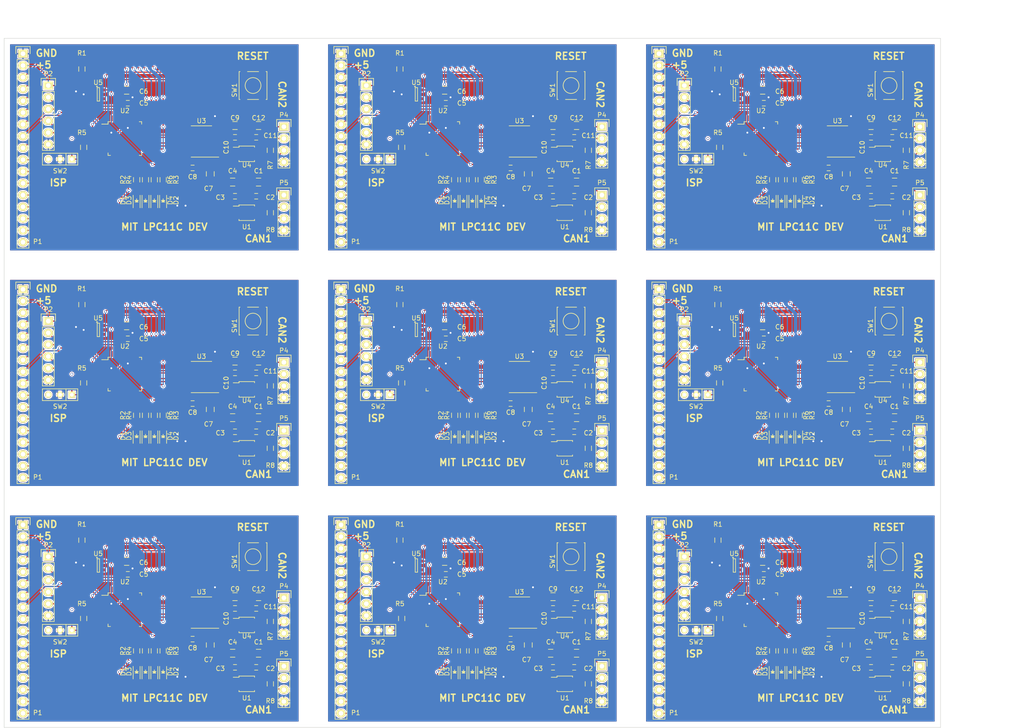
<source format=kicad_pcb>
(kicad_pcb (version 4) (host pcbnew "(2015-09-17 BZR 6202)-product")
  (layers (0 F.Cu signal) (31 B.Cu signal) (34 B.Paste user) (35 F.Paste user) (36 B.SilkS user) (37 F.SilkS user) (38 B.Mask user) (39 F.Mask user) (44 Edge.Cuts user))
  (net 0 "")
  (net 1 GND)
  (net 2 +3V3)
  (net 3 "Net-(D1-Pad2)")
  (net 4 "Net-(D2-Pad2)")
  (net 5 "Net-(D3-Pad2)")
  (net 6 "Net-(D4-Pad2)")
  (net 7 "/Input Connectors/RXD")
  (net 8 "/Input Connectors/TXD")
  (net 9 "/Input Connectors/MCU_RESET_N")
  (net 10 "/Input Connectors/MCU_PROG_N")
  (net 11 "/Micro Controller/CAN2H")
  (net 12 "/Micro Controller/CAN2L")
  (net 13 "/Micro Controller/CAN1H")
  (net 14 "/Micro Controller/CAN1L")
  (net 15 "Net-(R2-Pad1)")
  (net 16 "Net-(R3-Pad1)")
  (net 17 "Net-(R4-Pad1)")
  (net 18 "Net-(R6-Pad1)")
  (net 19 "Net-(U1-Pad2)")
  (net 20 "Net-(U1-Pad3)")
  (net 21 GNDD)
  (net 22 "/Micro Controller/PIO2_6")
  (net 23 "Net-(U2-Pad6)")
  (net 24 "Net-(U2-Pad7)")
  (net 25 "/Micro Controller/PIO1_8")
  (net 26 "Net-(U2-Pad10)")
  (net 27 "/Micro Controller/PIO2_7")
  (net 28 "/Micro Controller/PIO2_8")
  (net 29 "Net-(U2-Pad27)")
  (net 30 "Net-(U2-Pad28)")
  (net 31 "Net-(U2-Pad29)")
  (net 32 "/Micro Controller/PIO1_10")
  (net 33 "Net-(U2-Pad31)")
  (net 34 "/Micro Controller/PIO0_11")
  (net 35 "/Micro Controller/PIO1_0")
  (net 36 "/Micro Controller/PIO1_1")
  (net 37 "/Micro Controller/PIO1_2")
  (net 38 "/Micro Controller/PIO3_0")
  (net 39 "/Micro Controller/PIO3_1")
  (net 40 "/Micro Controller/PIO1_3")
  (net 41 "/Micro Controller/PIO1_4")
  (net 42 "/Micro Controller/PIO1_11")
  (net 43 "/Micro Controller/PIO3_2")
  (net 44 "/Micro Controller/PIO1_5")
  (net 45 "/Micro Controller/PIO3_3")
  (net 46 "Net-(U3-Pad1)")
  (net 47 "Net-(U3-Pad2)")
  (net 48 "Net-(U3-Pad3)")
  (net 49 "Net-(U3-Pad4)")
  (net 50 "Net-(U3-Pad5)")
  (net 51 "Net-(U3-Pad6)")
  (net 52 "Net-(U3-Pad7)")
  (net 53 "Net-(U3-Pad8)")
  (net 54 "Net-(U3-Pad9)")
  (net 55 "Net-(U3-Pad11)")
  (net 56 "Net-(U3-Pad12)")
  (net 57 "Net-(U3-Pad15)")
  (net 58 "Net-(U5-Pad4)")
  (net 59 "/Micro Controller/CAN1P")
  (net 60 "/Micro Controller/CAN2P")
  (net 61 "/Micro Controller/PIO2_1")
  (net 62 "/Micro Controller/PIO0_3")
  (net 63 "/Micro Controller/PIO0_4")
  (net 64 "/Micro Controller/PIO0_5")
  (net 65 "/Micro Controller/PIO1_9")
  (net 66 "/Micro Controller/PIO2_4")
  (net 67 "/Micro Controller/PIO0_1")
  (net 68 +5V)
  (net 69 "/Micro Controller/PIO2_2")
  (net 70 "/Micro Controller/PIO2_3")
  (net 71 "Net-(U2-Pad25)")
  (module Pin_Headers:Pin_Header_Straight_1x06 (layer F.Cu) (at 33.655 34.29)
    (fp_text reference P2 (at 0 -2.54) (layer F.SilkS))
    (fp_text value CONN_01X06)
    (pad 1 thru_hole rect (at 0 0) (size 2.032 1.7272) (drill 1.016) (layers *.Cu *.Mask F.SilkS) (net 68 +5V))
    (pad 2 thru_hole oval (at 0 2.54) (size 2.032 1.7272) (drill 1.016) (layers *.Cu *.Mask F.SilkS) (net 7 "/Input Connectors/RXD"))
    (pad 3 thru_hole oval (at 0 5.08) (size 2.032 1.7272) (drill 1.016) (layers *.Cu *.Mask F.SilkS) (net 8 "/Input Connectors/TXD"))
    (pad 4 thru_hole oval (at 0 7.62) (size 2.032 1.7272) (drill 1.016) (layers *.Cu *.Mask F.SilkS) (net 9 "/Input Connectors/MCU_RESET_N"))
    (pad 5 thru_hole oval (at 0 10.16) (size 2.032 1.7272) (drill 1.016) (layers *.Cu *.Mask F.SilkS) (net 10 "/Input Connectors/MCU_PROG_N"))
    (pad 6 thru_hole oval (at 0 12.7) (size 2.032 1.7272) (drill 1.016) (layers *.Cu *.Mask F.SilkS) (net 1 GND))
  )
  (module Capacitors_SMD:C_0805_HandSoldering (layer F.Cu) (at 78.994 55.118 180)
    (fp_text reference C1 (at 0 2.413 180) (layer F.SilkS))
    (fp_text value 10uF)
    (pad 1 smd rect (at -1.25 0 180) (size 1.5 1.25) (layers F.Cu F.Paste F.Mask) (net 59 "/Micro Controller/CAN1P"))
    (pad 2 smd rect (at 1.25 0 180) (size 1.5 1.25) (layers F.Cu F.Paste F.Mask) (net 1 GND))
  )
  (module Capacitors_SMD:C_0603_HandSoldering (layer F.Cu) (at 78.486 58.166 180)
    (fp_text reference C2 (at -3.048 -0.254 180) (layer F.SilkS))
    (fp_text value 0.1uF)
    (pad 1 smd rect (at -0.95 0 180) (size 1.2 0.75) (layers F.Cu F.Paste F.Mask) (net 59 "/Micro Controller/CAN1P"))
    (pad 2 smd rect (at 0.95 0 180) (size 1.2 0.75) (layers F.Cu F.Paste F.Mask) (net 1 GND))
  )
  (module Capacitors_SMD:C_0603_HandSoldering (layer F.Cu) (at 73.914 58.166)
    (fp_text reference C3 (at -3.175 0.254) (layer F.SilkS))
    (fp_text value 0.1uF)
    (pad 1 smd rect (at -0.95 0) (size 1.2 0.75) (layers F.Cu F.Paste F.Mask) (net 2 +3V3))
    (pad 2 smd rect (at 0.95 0) (size 1.2 0.75) (layers F.Cu F.Paste F.Mask) (net 1 GND))
  )
  (module Capacitors_SMD:C_0805_HandSoldering (layer F.Cu) (at 73.406 55.118)
    (fp_text reference C4 (at 0 -2.413) (layer F.SilkS))
    (fp_text value 10uF)
    (pad 1 smd rect (at -1.25 0) (size 1.5 1.25) (layers F.Cu F.Paste F.Mask) (net 2 +3V3))
    (pad 2 smd rect (at 1.25 0) (size 1.5 1.25) (layers F.Cu F.Paste F.Mask) (net 1 GND))
  )
  (module Capacitors_SMD:C_0603_HandSoldering (layer F.Cu) (at 50.8 38.1)
    (fp_text reference C5 (at 3.429 0) (layer F.SilkS))
    (fp_text value 0.1uF)
    (pad 1 smd rect (at -0.95 0) (size 1.2 0.75) (layers F.Cu F.Paste F.Mask) (net 2 +3V3))
    (pad 2 smd rect (at 0.95 0) (size 1.2 0.75) (layers F.Cu F.Paste F.Mask) (net 1 GND))
  )
  (module Capacitors_SMD:C_0805_HandSoldering (layer F.Cu) (at 50.546 35.306)
    (fp_text reference C6 (at 3.683 0.254) (layer F.SilkS))
    (fp_text value 1=uF)
    (pad 1 smd rect (at -1.25 0) (size 1.5 1.25) (layers F.Cu F.Paste F.Mask) (net 2 +3V3))
    (pad 2 smd rect (at 1.25 0) (size 1.5 1.25) (layers F.Cu F.Paste F.Mask) (net 1 GND))
  )
  (module Capacitors_SMD:C_0805_HandSoldering (layer F.Cu) (at 68.58 53.34 90)
    (fp_text reference C7 (at -3.175 -0.381 180) (layer F.SilkS))
    (fp_text value 1uF)
    (pad 1 smd rect (at -1.25 0 90) (size 1.5 1.25) (layers F.Cu F.Paste F.Mask) (net 2 +3V3))
    (pad 2 smd rect (at 1.25 0 90) (size 1.5 1.25) (layers F.Cu F.Paste F.Mask) (net 1 GND))
  )
  (module Capacitors_SMD:C_0603_HandSoldering (layer F.Cu) (at 64.77 52.07)
    (fp_text reference C8 (at 0 1.905) (layer F.SilkS))
    (fp_text value 0.1uF)
    (pad 1 smd rect (at -0.95 0) (size 1.2 0.75) (layers F.Cu F.Paste F.Mask) (net 2 +3V3))
    (pad 2 smd rect (at 0.95 0) (size 1.2 0.75) (layers F.Cu F.Paste F.Mask) (net 1 GND))
  )
  (module Capacitors_SMD:C_0805_HandSoldering (layer F.Cu) (at 73.914 42.926)
    (fp_text reference C9 (at 0 -1.651) (layer F.SilkS))
    (fp_text value 1uF)
    (pad 1 smd rect (at -1.25 0) (size 1.5 1.25) (layers F.Cu F.Paste F.Mask) (net 2 +3V3))
    (pad 2 smd rect (at 1.25 0) (size 1.5 1.25) (layers F.Cu F.Paste F.Mask) (net 1 GND))
  )
  (module Capacitors_SMD:C_0603_HandSoldering (layer F.Cu) (at 73.914 45.466)
    (fp_text reference C10 (at -1.905 2.159 90) (layer F.SilkS))
    (fp_text value 0.1uF)
    (pad 1 smd rect (at -0.95 0) (size 1.2 0.75) (layers F.Cu F.Paste F.Mask) (net 2 +3V3))
    (pad 2 smd rect (at 0.95 0) (size 1.2 0.75) (layers F.Cu F.Paste F.Mask) (net 1 GND))
  )
  (module Capacitors_SMD:C_0603_HandSoldering (layer F.Cu) (at 78.486 45.466 180)
    (fp_text reference C11 (at -3.048 0.381 180) (layer F.SilkS))
    (fp_text value 0.1uF)
    (pad 1 smd rect (at -0.95 0 180) (size 1.2 0.75) (layers F.Cu F.Paste F.Mask) (net 60 "/Micro Controller/CAN2P"))
    (pad 2 smd rect (at 0.95 0 180) (size 1.2 0.75) (layers F.Cu F.Paste F.Mask) (net 1 GND))
  )
  (module Capacitors_SMD:C_0805_HandSoldering (layer F.Cu) (at 78.994 42.926 180)
    (fp_text reference C12 (at 0 1.651 180) (layer F.SilkS))
    (fp_text value 1uF)
    (pad 1 smd rect (at -1.25 0 180) (size 1.5 1.25) (layers F.Cu F.Paste F.Mask) (net 60 "/Micro Controller/CAN2P"))
    (pad 2 smd rect (at 1.25 0 180) (size 1.5 1.25) (layers F.Cu F.Paste F.Mask) (net 1 GND))
  )
  (module LEDs:LED-0805 (layer F.Cu) (at 52.705 59.055 90)
    (fp_text reference D1 (at 0 -2.921 90) (layer F.SilkS))
    (fp_text value LED)
    (pad 2 smd rect (at 1.04902 0 270) (size 1.19888 1.19888) (layers F.Cu F.Paste F.Mask) (net 3 "Net-(D1-Pad2)"))
    (pad 1 smd rect (at -1.04902 0 270) (size 1.19888 1.19888) (layers F.Cu F.Paste F.Mask) (net 1 GND))
  )
  (module LEDs:LED-0805 (layer F.Cu) (at 58.42 59.055 90)
    (fp_text reference D2 (at 0 2.794 90) (layer F.SilkS))
    (fp_text value LED)
    (pad 2 smd rect (at 1.04902 0 270) (size 1.19888 1.19888) (layers F.Cu F.Paste F.Mask) (net 4 "Net-(D2-Pad2)"))
    (pad 1 smd rect (at -1.04902 0 270) (size 1.19888 1.19888) (layers F.Cu F.Paste F.Mask) (net 1 GND))
  )
  (module LEDs:LED-0805 (layer F.Cu) (at 54.61 59.055 90)
    (fp_text reference D3 (at 0 -3.556 90) (layer F.SilkS))
    (fp_text value LED)
    (pad 2 smd rect (at 1.04902 0 270) (size 1.19888 1.19888) (layers F.Cu F.Paste F.Mask) (net 5 "Net-(D3-Pad2)"))
    (pad 1 smd rect (at -1.04902 0 270) (size 1.19888 1.19888) (layers F.Cu F.Paste F.Mask) (net 1 GND))
  )
  (module LEDs:LED-0805 (layer F.Cu) (at 56.515 59.055 90)
    (fp_text reference D4 (at 0 3.429 90) (layer F.SilkS))
    (fp_text value LED)
    (pad 2 smd rect (at 1.04902 0 270) (size 1.19888 1.19888) (layers F.Cu F.Paste F.Mask) (net 6 "Net-(D4-Pad2)"))
    (pad 1 smd rect (at -1.04902 0 270) (size 1.19888 1.19888) (layers F.Cu F.Paste F.Mask) (net 1 GND))
  )
  (module Pin_Headers:Pin_Header_Straight_1x04 (layer F.Cu) (at 84.455 43.18)
    (fp_text reference P4 (at 0 -2.54) (layer F.SilkS))
    (fp_text value CONN_01X04)
    (pad 1 thru_hole rect (at 0 0) (size 2.032 1.7272) (drill 1.016) (layers *.Cu *.Mask F.SilkS) (net 60 "/Micro Controller/CAN2P"))
    (pad 2 thru_hole oval (at 0 2.54) (size 2.032 1.7272) (drill 1.016) (layers *.Cu *.Mask F.SilkS) (net 11 "/Micro Controller/CAN2H"))
    (pad 3 thru_hole oval (at 0 5.08) (size 2.032 1.7272) (drill 1.016) (layers *.Cu *.Mask F.SilkS) (net 12 "/Micro Controller/CAN2L"))
    (pad 4 thru_hole oval (at 0 7.62) (size 2.032 1.7272) (drill 1.016) (layers *.Cu *.Mask F.SilkS) (net 1 GND))
  )
  (module Pin_Headers:Pin_Header_Straight_1x04 (layer F.Cu) (at 84.455 57.912)
    (fp_text reference P5 (at 0 -2.667) (layer F.SilkS))
    (fp_text value CONN_01X04)
    (pad 1 thru_hole rect (at 0 0) (size 2.032 1.7272) (drill 1.016) (layers *.Cu *.Mask F.SilkS) (net 59 "/Micro Controller/CAN1P"))
    (pad 2 thru_hole oval (at 0 2.54) (size 2.032 1.7272) (drill 1.016) (layers *.Cu *.Mask F.SilkS) (net 13 "/Micro Controller/CAN1H"))
    (pad 3 thru_hole oval (at 0 5.08) (size 2.032 1.7272) (drill 1.016) (layers *.Cu *.Mask F.SilkS) (net 14 "/Micro Controller/CAN1L"))
    (pad 4 thru_hole oval (at 0 7.62) (size 2.032 1.7272) (drill 1.016) (layers *.Cu *.Mask F.SilkS) (net 1 GND))
  )
  (module Resistors_SMD:R_0603_HandSoldering (layer F.Cu) (at 40.894 30.734 90)
    (fp_text reference R1 (at 3.429 0 180) (layer F.SilkS))
    (fp_text value 10k)
    (pad 1 smd rect (at -1.1 0 90) (size 1.2 0.9) (layers F.Cu F.Paste F.Mask) (net 2 +3V3))
    (pad 2 smd rect (at 1.1 0 90) (size 1.2 0.9) (layers F.Cu F.Paste F.Mask) (net 9 "/Input Connectors/MCU_RESET_N"))
  )
  (module Resistors_SMD:R_0603_HandSoldering (layer F.Cu) (at 52.705 54.61 270)
    (fp_text reference R2 (at 0 2.921 270) (layer F.SilkS))
    (fp_text value 100)
    (pad 1 smd rect (at -1.1 0 270) (size 1.2 0.9) (layers F.Cu F.Paste F.Mask) (net 15 "Net-(R2-Pad1)"))
    (pad 2 smd rect (at 1.1 0 270) (size 1.2 0.9) (layers F.Cu F.Paste F.Mask) (net 3 "Net-(D1-Pad2)"))
  )
  (module Resistors_SMD:R_0603_HandSoldering (layer F.Cu) (at 58.42 54.61 270)
    (fp_text reference R3 (at 0 -2.794 270) (layer F.SilkS))
    (fp_text value 100)
    (pad 1 smd rect (at -1.1 0 270) (size 1.2 0.9) (layers F.Cu F.Paste F.Mask) (net 16 "Net-(R3-Pad1)"))
    (pad 2 smd rect (at 1.1 0 270) (size 1.2 0.9) (layers F.Cu F.Paste F.Mask) (net 4 "Net-(D2-Pad2)"))
  )
  (module Resistors_SMD:R_0603_HandSoldering (layer F.Cu) (at 54.61 54.61 270)
    (fp_text reference R4 (at 0 3.556 270) (layer F.SilkS))
    (fp_text value 100)
    (pad 1 smd rect (at -1.1 0 270) (size 1.2 0.9) (layers F.Cu F.Paste F.Mask) (net 17 "Net-(R4-Pad1)"))
    (pad 2 smd rect (at 1.1 0 270) (size 1.2 0.9) (layers F.Cu F.Paste F.Mask) (net 5 "Net-(D3-Pad2)"))
  )
  (module Resistors_SMD:R_0603_HandSoldering (layer F.Cu) (at 41.275 47.625 270)
    (fp_text reference R5 (at -3.175 0.381 360) (layer F.SilkS))
    (fp_text value 10k)
    (pad 1 smd rect (at -1.1 0 270) (size 1.2 0.9) (layers F.Cu F.Paste F.Mask) (net 2 +3V3))
    (pad 2 smd rect (at 1.1 0 270) (size 1.2 0.9) (layers F.Cu F.Paste F.Mask) (net 10 "/Input Connectors/MCU_PROG_N"))
  )
  (module Resistors_SMD:R_0603_HandSoldering (layer F.Cu) (at 56.515 54.61 270)
    (fp_text reference R6 (at 0 -3.429 270) (layer F.SilkS))
    (fp_text value 100)
    (pad 1 smd rect (at -1.1 0 270) (size 1.2 0.9) (layers F.Cu F.Paste F.Mask) (net 18 "Net-(R6-Pad1)"))
    (pad 2 smd rect (at 1.1 0 270) (size 1.2 0.9) (layers F.Cu F.Paste F.Mask) (net 6 "Net-(D4-Pad2)"))
  )
  (module Resistors_SMD:R_0603_HandSoldering (layer F.Cu) (at 81.534 48.26 270)
    (fp_text reference R7 (at 3.175 0 270) (layer F.SilkS))
    (fp_text value 120)
    (pad 1 smd rect (at -1.1 0 270) (size 1.2 0.9) (layers F.Cu F.Paste F.Mask) (net 11 "/Micro Controller/CAN2H"))
    (pad 2 smd rect (at 1.1 0 270) (size 1.2 0.9) (layers F.Cu F.Paste F.Mask) (net 12 "/Micro Controller/CAN2L"))
  )
  (module Resistors_SMD:R_0603_HandSoldering (layer F.Cu) (at 81.534 61.722 270)
    (fp_text reference R8 (at 3.683 0 360) (layer F.SilkS))
    (fp_text value 120)
    (pad 1 smd rect (at -1.1 0 270) (size 1.2 0.9) (layers F.Cu F.Paste F.Mask) (net 13 "/Micro Controller/CAN1H"))
    (pad 2 smd rect (at 1.1 0 270) (size 1.2 0.9) (layers F.Cu F.Paste F.Mask) (net 14 "/Micro Controller/CAN1L"))
  )
  (module Buttons_Switches_SMD:SW_SPST_EVPBF (layer F.Cu) (at 77.805 34.29 90)
    (fp_text reference SW1 (at -1 -4 90) (layer F.SilkS))
    (fp_text value SPST)
    (pad 1 smd rect (at 2.875 -2 90) (size 2.75 1) (layers F.Cu F.Paste F.Mask) (net 9 "/Input Connectors/MCU_RESET_N"))
    (pad 1 smd rect (at -2.875 -2 90) (size 2.75 1) (layers F.Cu F.Paste F.Mask) (net 9 "/Input Connectors/MCU_RESET_N"))
    (pad 2 smd rect (at -2.875 2 90) (size 2.75 1) (layers F.Cu F.Paste F.Mask) (net 1 GND))
    (pad 2 smd rect (at 2.875 2 90) (size 2.75 1) (layers F.Cu F.Paste F.Mask) (net 1 GND))
  )
  (module Housings_SSOP:MSOP-8_3x3mm_Pitch0.65mm (layer F.Cu) (at 76.454 61.722)
    (fp_text reference U1 (at 0 3.048) (layer F.SilkS))
    (fp_text value ISO1050)
    (pad 1 smd rect (at -2.2 -0.975) (size 1.45 0.45) (layers F.Cu F.Paste F.Mask) (net 2 +3V3))
    (pad 2 smd rect (at -2.2 -0.325) (size 1.45 0.45) (layers F.Cu F.Paste F.Mask) (net 19 "Net-(U1-Pad2)"))
    (pad 3 smd rect (at -2.2 0.325) (size 1.45 0.45) (layers F.Cu F.Paste F.Mask) (net 20 "Net-(U1-Pad3)"))
    (pad 4 smd rect (at -2.2 0.975) (size 1.45 0.45) (layers F.Cu F.Paste F.Mask) (net 1 GND))
    (pad 5 smd rect (at 2.2 0.975) (size 1.45 0.45) (layers F.Cu F.Paste F.Mask) (net 21 GNDD))
    (pad 6 smd rect (at 2.2 0.325) (size 1.45 0.45) (layers F.Cu F.Paste F.Mask) (net 14 "/Micro Controller/CAN1L"))
    (pad 7 smd rect (at 2.2 -0.325) (size 1.45 0.45) (layers F.Cu F.Paste F.Mask) (net 13 "/Micro Controller/CAN1H"))
    (pad 8 smd rect (at 2.2 -0.975) (size 1.45 0.45) (layers F.Cu F.Paste F.Mask) (net 59 "/Micro Controller/CAN1P"))
  )
  (module Housings_QFP:LQFP-48_7x7mm_Pitch0.5mm (layer F.Cu) (at 50.165 45.72)
    (fp_text reference U2 (at 0 -6) (layer F.SilkS))
    (fp_text value LPC11C14)
    (pad 1 smd rect (at -4.35 -2.75) (size 1.3 0.25) (layers F.Cu F.Paste F.Mask) (net 22 "/Micro Controller/PIO2_6"))
    (pad 2 smd rect (at -4.35 -2.25) (size 1.3 0.25) (layers F.Cu F.Paste F.Mask) (net 67 "/Micro Controller/PIO0_1"))
    (pad 3 smd rect (at -4.35 -1.75) (size 1.3 0.25) (layers F.Cu F.Paste F.Mask) (net 9 "/Input Connectors/MCU_RESET_N"))
    (pad 4 smd rect (at -4.35 -1.25) (size 1.3 0.25) (layers F.Cu F.Paste F.Mask) (net 10 "/Input Connectors/MCU_PROG_N"))
    (pad 5 smd rect (at -4.35 -0.75) (size 1.3 0.25) (layers F.Cu F.Paste F.Mask) (net 1 GND))
    (pad 6 smd rect (at -4.35 -0.25) (size 1.3 0.25) (layers F.Cu F.Paste F.Mask) (net 23 "Net-(U2-Pad6)"))
    (pad 7 smd rect (at -4.35 0.25) (size 1.3 0.25) (layers F.Cu F.Paste F.Mask) (net 24 "Net-(U2-Pad7)"))
    (pad 8 smd rect (at -4.35 0.75) (size 1.3 0.25) (layers F.Cu F.Paste F.Mask) (net 2 +3V3))
    (pad 9 smd rect (at -4.35 1.25) (size 1.3 0.25) (layers F.Cu F.Paste F.Mask) (net 25 "/Micro Controller/PIO1_8"))
    (pad 10 smd rect (at -4.35 1.75) (size 1.3 0.25) (layers F.Cu F.Paste F.Mask) (net 26 "Net-(U2-Pad10)"))
    (pad 11 smd rect (at -4.35 2.25) (size 1.3 0.25) (layers F.Cu F.Paste F.Mask) (net 27 "/Micro Controller/PIO2_7"))
    (pad 12 smd rect (at -4.35 2.75) (size 1.3 0.25) (layers F.Cu F.Paste F.Mask) (net 28 "/Micro Controller/PIO2_8"))
    (pad 13 smd rect (at -2.75 4.35 90) (size 1.3 0.25) (layers F.Cu F.Paste F.Mask) (net 61 "/Micro Controller/PIO2_1"))
    (pad 14 smd rect (at -2.25 4.35 90) (size 1.3 0.25) (layers F.Cu F.Paste F.Mask) (net 62 "/Micro Controller/PIO0_3"))
    (pad 15 smd rect (at -1.75 4.35 90) (size 1.3 0.25) (layers F.Cu F.Paste F.Mask) (net 63 "/Micro Controller/PIO0_4"))
    (pad 16 smd rect (at -1.25 4.35 90) (size 1.3 0.25) (layers F.Cu F.Paste F.Mask) (net 64 "/Micro Controller/PIO0_5"))
    (pad 17 smd rect (at -0.75 4.35 90) (size 1.3 0.25) (layers F.Cu F.Paste F.Mask) (net 65 "/Micro Controller/PIO1_9"))
    (pad 18 smd rect (at -0.25 4.35 90) (size 1.3 0.25) (layers F.Cu F.Paste F.Mask) (net 66 "/Micro Controller/PIO2_4"))
    (pad 19 smd rect (at 0.25 4.35 90) (size 1.3 0.25) (layers F.Cu F.Paste F.Mask) (net 19 "Net-(U1-Pad2)"))
    (pad 20 smd rect (at 0.75 4.35 90) (size 1.3 0.25) (layers F.Cu F.Paste F.Mask) (net 20 "Net-(U1-Pad3)"))
    (pad 21 smd rect (at 1.25 4.35 90) (size 1.3 0.25) (layers F.Cu F.Paste F.Mask) (net 15 "Net-(R2-Pad1)"))
    (pad 22 smd rect (at 1.75 4.35 90) (size 1.3 0.25) (layers F.Cu F.Paste F.Mask) (net 17 "Net-(R4-Pad1)"))
    (pad 23 smd rect (at 2.25 4.35 90) (size 1.3 0.25) (layers F.Cu F.Paste F.Mask) (net 18 "Net-(R6-Pad1)"))
    (pad 24 smd rect (at 2.75 4.35 90) (size 1.3 0.25) (layers F.Cu F.Paste F.Mask) (net 16 "Net-(R3-Pad1)"))
    (pad 25 smd rect (at 4.35 2.75) (size 1.3 0.25) (layers F.Cu F.Paste F.Mask) (net 71 "Net-(U2-Pad25)"))
    (pad 26 smd rect (at 4.35 2.25) (size 1.3 0.25) (layers F.Cu F.Paste F.Mask) (net 69 "/Micro Controller/PIO2_2"))
    (pad 27 smd rect (at 4.35 1.75) (size 1.3 0.25) (layers F.Cu F.Paste F.Mask) (net 29 "Net-(U2-Pad27)"))
    (pad 28 smd rect (at 4.35 1.25) (size 1.3 0.25) (layers F.Cu F.Paste F.Mask) (net 30 "Net-(U2-Pad28)"))
    (pad 29 smd rect (at 4.35 0.75) (size 1.3 0.25) (layers F.Cu F.Paste F.Mask) (net 31 "Net-(U2-Pad29)"))
    (pad 30 smd rect (at 4.35 0.25) (size 1.3 0.25) (layers F.Cu F.Paste F.Mask) (net 32 "/Micro Controller/PIO1_10"))
    (pad 31 smd rect (at 4.35 -0.25) (size 1.3 0.25) (layers F.Cu F.Paste F.Mask) (net 33 "Net-(U2-Pad31)"))
    (pad 32 smd rect (at 4.35 -0.75) (size 1.3 0.25) (layers F.Cu F.Paste F.Mask) (net 34 "/Micro Controller/PIO0_11"))
    (pad 33 smd rect (at 4.35 -1.25) (size 1.3 0.25) (layers F.Cu F.Paste F.Mask) (net 35 "/Micro Controller/PIO1_0"))
    (pad 34 smd rect (at 4.35 -1.75) (size 1.3 0.25) (layers F.Cu F.Paste F.Mask) (net 36 "/Micro Controller/PIO1_1"))
    (pad 35 smd rect (at 4.35 -2.25) (size 1.3 0.25) (layers F.Cu F.Paste F.Mask) (net 37 "/Micro Controller/PIO1_2"))
    (pad 36 smd rect (at 4.35 -2.75) (size 1.3 0.25) (layers F.Cu F.Paste F.Mask) (net 38 "/Micro Controller/PIO3_0"))
    (pad 37 smd rect (at 2.75 -4.35 90) (size 1.3 0.25) (layers F.Cu F.Paste F.Mask) (net 39 "/Micro Controller/PIO3_1"))
    (pad 38 smd rect (at 2.25 -4.35 90) (size 1.3 0.25) (layers F.Cu F.Paste F.Mask) (net 70 "/Micro Controller/PIO2_3"))
    (pad 39 smd rect (at 1.75 -4.35 90) (size 1.3 0.25) (layers F.Cu F.Paste F.Mask) (net 40 "/Micro Controller/PIO1_3"))
    (pad 40 smd rect (at 1.25 -4.35 90) (size 1.3 0.25) (layers F.Cu F.Paste F.Mask) (net 41 "/Micro Controller/PIO1_4"))
    (pad 41 smd rect (at 0.75 -4.35 90) (size 1.3 0.25) (layers F.Cu F.Paste F.Mask) (net 1 GND))
    (pad 42 smd rect (at 0.25 -4.35 90) (size 1.3 0.25) (layers F.Cu F.Paste F.Mask) (net 42 "/Micro Controller/PIO1_11"))
    (pad 43 smd rect (at -0.25 -4.35 90) (size 1.3 0.25) (layers F.Cu F.Paste F.Mask) (net 43 "/Micro Controller/PIO3_2"))
    (pad 44 smd rect (at -0.75 -4.35 90) (size 1.3 0.25) (layers F.Cu F.Paste F.Mask) (net 2 +3V3))
    (pad 45 smd rect (at -1.25 -4.35 90) (size 1.3 0.25) (layers F.Cu F.Paste F.Mask) (net 44 "/Micro Controller/PIO1_5"))
    (pad 46 smd rect (at -1.75 -4.35 90) (size 1.3 0.25) (layers F.Cu F.Paste F.Mask) (net 7 "/Input Connectors/RXD"))
    (pad 47 smd rect (at -2.25 -4.35 90) (size 1.3 0.25) (layers F.Cu F.Paste F.Mask) (net 8 "/Input Connectors/TXD"))
    (pad 48 smd rect (at -2.75 -4.35 90) (size 1.3 0.25) (layers F.Cu F.Paste F.Mask) (net 45 "/Micro Controller/PIO3_3"))
  )
  (module Housings_SSOP:TSSOP-20_4.4x6.5mm_Pitch0.65mm (layer F.Cu) (at 66.675 46.355 180)
    (fp_text reference U3 (at 0 4.445 180) (layer F.SilkS))
    (fp_text value MCP2515_TSSOP)
    (pad 1 smd rect (at -2.95 -2.925 180) (size 1.45 0.45) (layers F.Cu F.Paste F.Mask) (net 46 "Net-(U3-Pad1)"))
    (pad 2 smd rect (at -2.95 -2.275 180) (size 1.45 0.45) (layers F.Cu F.Paste F.Mask) (net 47 "Net-(U3-Pad2)"))
    (pad 3 smd rect (at -2.95 -1.625 180) (size 1.45 0.45) (layers F.Cu F.Paste F.Mask) (net 48 "Net-(U3-Pad3)"))
    (pad 4 smd rect (at -2.95 -0.975 180) (size 1.45 0.45) (layers F.Cu F.Paste F.Mask) (net 49 "Net-(U3-Pad4)"))
    (pad 5 smd rect (at -2.95 -0.325 180) (size 1.45 0.45) (layers F.Cu F.Paste F.Mask) (net 50 "Net-(U3-Pad5)"))
    (pad 6 smd rect (at -2.95 0.325 180) (size 1.45 0.45) (layers F.Cu F.Paste F.Mask) (net 51 "Net-(U3-Pad6)"))
    (pad 7 smd rect (at -2.95 0.975 180) (size 1.45 0.45) (layers F.Cu F.Paste F.Mask) (net 52 "Net-(U3-Pad7)"))
    (pad 8 smd rect (at -2.95 1.625 180) (size 1.45 0.45) (layers F.Cu F.Paste F.Mask) (net 53 "Net-(U3-Pad8)"))
    (pad 9 smd rect (at -2.95 2.275 180) (size 1.45 0.45) (layers F.Cu F.Paste F.Mask) (net 54 "Net-(U3-Pad9)"))
    (pad 10 smd rect (at -2.95 2.925 180) (size 1.45 0.45) (layers F.Cu F.Paste F.Mask) (net 1 GND))
    (pad 11 smd rect (at 2.95 2.925 180) (size 1.45 0.45) (layers F.Cu F.Paste F.Mask) (net 55 "Net-(U3-Pad11)"))
    (pad 12 smd rect (at 2.95 2.275 180) (size 1.45 0.45) (layers F.Cu F.Paste F.Mask) (net 56 "Net-(U3-Pad12)"))
    (pad 13 smd rect (at 2.95 1.625 180) (size 1.45 0.45) (layers F.Cu F.Paste F.Mask) (net 34 "/Micro Controller/PIO0_11"))
    (pad 14 smd rect (at 2.95 0.975 180) (size 1.45 0.45) (layers F.Cu F.Paste F.Mask) (net 33 "Net-(U2-Pad31)"))
    (pad 15 smd rect (at 2.95 0.325 180) (size 1.45 0.45) (layers F.Cu F.Paste F.Mask) (net 57 "Net-(U3-Pad15)"))
    (pad 16 smd rect (at 2.95 -0.325 180) (size 1.45 0.45) (layers F.Cu F.Paste F.Mask) (net 30 "Net-(U2-Pad28)"))
    (pad 17 smd rect (at 2.95 -0.975 180) (size 1.45 0.45) (layers F.Cu F.Paste F.Mask) (net 29 "Net-(U2-Pad27)"))
    (pad 18 smd rect (at 2.95 -1.625 180) (size 1.45 0.45) (layers F.Cu F.Paste F.Mask) (net 71 "Net-(U2-Pad25)"))
    (pad 19 smd rect (at 2.95 -2.275 180) (size 1.45 0.45) (layers F.Cu F.Paste F.Mask) (net 2 +3V3))
    (pad 20 smd rect (at 2.95 -2.925 180) (size 1.45 0.45) (layers F.Cu F.Paste F.Mask) (net 2 +3V3))
  )
  (module Housings_SSOP:MSOP-8_3x3mm_Pitch0.65mm (layer F.Cu) (at 76.454 49.022)
    (fp_text reference U4 (at 0 2.413) (layer F.SilkS))
    (fp_text value ISO1050)
    (pad 1 smd rect (at -2.2 -0.975) (size 1.45 0.45) (layers F.Cu F.Paste F.Mask) (net 2 +3V3))
    (pad 2 smd rect (at -2.2 -0.325) (size 1.45 0.45) (layers F.Cu F.Paste F.Mask) (net 47 "Net-(U3-Pad2)"))
    (pad 3 smd rect (at -2.2 0.325) (size 1.45 0.45) (layers F.Cu F.Paste F.Mask) (net 46 "Net-(U3-Pad1)"))
    (pad 4 smd rect (at -2.2 0.975) (size 1.45 0.45) (layers F.Cu F.Paste F.Mask) (net 1 GND))
    (pad 5 smd rect (at 2.2 0.975) (size 1.45 0.45) (layers F.Cu F.Paste F.Mask) (net 1 GND))
    (pad 6 smd rect (at 2.2 0.325) (size 1.45 0.45) (layers F.Cu F.Paste F.Mask) (net 12 "/Micro Controller/CAN2L"))
    (pad 7 smd rect (at 2.2 -0.325) (size 1.45 0.45) (layers F.Cu F.Paste F.Mask) (net 11 "/Micro Controller/CAN2H"))
    (pad 8 smd rect (at 2.2 -0.975) (size 1.45 0.45) (layers F.Cu F.Paste F.Mask) (net 60 "/Micro Controller/CAN2P"))
  )
  (module TO_SOT_Packages_SMD:SOT-23-5 (layer F.Cu) (at 44.45 36.195)
    (fp_text reference U5 (at -0.05 -2.55) (layer F.SilkS))
    (fp_text value MCP1755)
    (pad 1 smd rect (at -1.1 -0.95) (size 1.06 0.65) (layers F.Cu F.Paste F.Mask) (net 68 +5V))
    (pad 2 smd rect (at -1.1 0) (size 1.06 0.65) (layers F.Cu F.Paste F.Mask) (net 1 GND))
    (pad 3 smd rect (at -1.1 0.95) (size 1.06 0.65) (layers F.Cu F.Paste F.Mask) (net 68 +5V))
    (pad 4 smd rect (at 1.1 0.95) (size 1.06 0.65) (layers F.Cu F.Paste F.Mask) (net 58 "Net-(U5-Pad4)"))
    (pad 5 smd rect (at 1.1 -0.95) (size 1.06 0.65) (layers F.Cu F.Paste F.Mask) (net 2 +3V3))
  )
  (module Buttons_Switches_ThroughHole:SW_Micro_SPST (layer F.Cu) (at 36.195 50.165 180)
    (fp_text reference SW2 (at 0 -2.54 180) (layer F.SilkS))
    (fp_text value SPST)
    (pad 1 thru_hole rect (at -2.54 0 180) (size 1.397 1.397) (drill 0.8128) (layers *.Cu *.Mask F.SilkS) (net 10 "/Input Connectors/MCU_PROG_N"))
    (pad 2 thru_hole circle (at 0 0 180) (size 1.397 1.397) (drill 0.8128) (layers *.Cu *.Mask F.SilkS) (net 1 GND))
    (pad 3 thru_hole circle (at 2.54 0 180) (size 1.397 1.397) (drill 0.8128) (layers *.Cu *.Mask F.SilkS))
  )
  (module Pin_Headers:Pin_Header_Straight_1x17 (layer F.Cu) (at 28.194 27.432)
    (fp_text reference P1 (at 3.175 40.513) (layer F.SilkS))
    (fp_text value CONN_01X17)
    (pad 1 thru_hole rect (at 0 0) (size 2.032 1.7272) (drill 1.016) (layers *.Cu *.Mask F.SilkS) (net 1 GND))
    (pad 2 thru_hole oval (at 0 2.54) (size 2.032 1.7272) (drill 1.016) (layers *.Cu *.Mask F.SilkS) (net 68 +5V))
    (pad 3 thru_hole oval (at 0 5.08) (size 2.032 1.7272) (drill 1.016) (layers *.Cu *.Mask F.SilkS) (net 69 "/Micro Controller/PIO2_2"))
    (pad 4 thru_hole oval (at 0 7.62) (size 2.032 1.7272) (drill 1.016) (layers *.Cu *.Mask F.SilkS) (net 70 "/Micro Controller/PIO2_3"))
    (pad 5 thru_hole oval (at 0 10.16) (size 2.032 1.7272) (drill 1.016) (layers *.Cu *.Mask F.SilkS) (net 40 "/Micro Controller/PIO1_3"))
    (pad 6 thru_hole oval (at 0 12.7) (size 2.032 1.7272) (drill 1.016) (layers *.Cu *.Mask F.SilkS) (net 41 "/Micro Controller/PIO1_4"))
    (pad 7 thru_hole oval (at 0 15.24) (size 2.032 1.7272) (drill 1.016) (layers *.Cu *.Mask F.SilkS) (net 43 "/Micro Controller/PIO3_2"))
    (pad 8 thru_hole oval (at 0 17.78) (size 2.032 1.7272) (drill 1.016) (layers *.Cu *.Mask F.SilkS) (net 22 "/Micro Controller/PIO2_6"))
    (pad 9 thru_hole oval (at 0 20.32) (size 2.032 1.7272) (drill 1.016) (layers *.Cu *.Mask F.SilkS) (net 67 "/Micro Controller/PIO0_1"))
    (pad 10 thru_hole oval (at 0 22.86) (size 2.032 1.7272) (drill 1.016) (layers *.Cu *.Mask F.SilkS) (net 27 "/Micro Controller/PIO2_7"))
    (pad 11 thru_hole oval (at 0 25.4) (size 2.032 1.7272) (drill 1.016) (layers *.Cu *.Mask F.SilkS) (net 28 "/Micro Controller/PIO2_8"))
    (pad 12 thru_hole oval (at 0 27.94) (size 2.032 1.7272) (drill 1.016) (layers *.Cu *.Mask F.SilkS) (net 61 "/Micro Controller/PIO2_1"))
    (pad 13 thru_hole oval (at 0 30.48) (size 2.032 1.7272) (drill 1.016) (layers *.Cu *.Mask F.SilkS) (net 62 "/Micro Controller/PIO0_3"))
    (pad 14 thru_hole oval (at 0 33.02) (size 2.032 1.7272) (drill 1.016) (layers *.Cu *.Mask F.SilkS) (net 63 "/Micro Controller/PIO0_4"))
    (pad 15 thru_hole oval (at 0 35.56) (size 2.032 1.7272) (drill 1.016) (layers *.Cu *.Mask F.SilkS) (net 64 "/Micro Controller/PIO0_5"))
    (pad 16 thru_hole oval (at 0 38.1) (size 2.032 1.7272) (drill 1.016) (layers *.Cu *.Mask F.SilkS) (net 65 "/Micro Controller/PIO1_9"))
    (pad 17 thru_hole oval (at 0 40.64) (size 2.032 1.7272) (drill 1.016) (layers *.Cu *.Mask F.SilkS) (net 66 "/Micro Controller/PIO2_4"))
  )
  (module Pin_Headers:Pin_Header_Straight_1x06 (layer F.Cu) (at 33.655 85.09)
    (fp_text reference P2 (at 0 -2.54) (layer F.SilkS))
    (fp_text value CONN_01X06)
    (pad 1 thru_hole rect (at 0 0) (size 2.032 1.7272) (drill 1.016) (layers *.Cu *.Mask F.SilkS) (net 68 +5V))
    (pad 2 thru_hole oval (at 0 2.54) (size 2.032 1.7272) (drill 1.016) (layers *.Cu *.Mask F.SilkS) (net 7 "/Input Connectors/RXD"))
    (pad 3 thru_hole oval (at 0 5.08) (size 2.032 1.7272) (drill 1.016) (layers *.Cu *.Mask F.SilkS) (net 8 "/Input Connectors/TXD"))
    (pad 4 thru_hole oval (at 0 7.62) (size 2.032 1.7272) (drill 1.016) (layers *.Cu *.Mask F.SilkS) (net 9 "/Input Connectors/MCU_RESET_N"))
    (pad 5 thru_hole oval (at 0 10.16) (size 2.032 1.7272) (drill 1.016) (layers *.Cu *.Mask F.SilkS) (net 10 "/Input Connectors/MCU_PROG_N"))
    (pad 6 thru_hole oval (at 0 12.7) (size 2.032 1.7272) (drill 1.016) (layers *.Cu *.Mask F.SilkS) (net 1 GND))
  )
  (module Capacitors_SMD:C_0805_HandSoldering (layer F.Cu) (at 78.994 105.918 180)
    (fp_text reference C1 (at 0 2.413 180) (layer F.SilkS))
    (fp_text value 10uF)
    (pad 1 smd rect (at -1.25 0 180) (size 1.5 1.25) (layers F.Cu F.Paste F.Mask) (net 59 "/Micro Controller/CAN1P"))
    (pad 2 smd rect (at 1.25 0 180) (size 1.5 1.25) (layers F.Cu F.Paste F.Mask) (net 1 GND))
  )
  (module Capacitors_SMD:C_0603_HandSoldering (layer F.Cu) (at 78.486 108.966 180)
    (fp_text reference C2 (at -3.048 -0.254 180) (layer F.SilkS))
    (fp_text value 0.1uF)
    (pad 1 smd rect (at -0.95 0 180) (size 1.2 0.75) (layers F.Cu F.Paste F.Mask) (net 59 "/Micro Controller/CAN1P"))
    (pad 2 smd rect (at 0.95 0 180) (size 1.2 0.75) (layers F.Cu F.Paste F.Mask) (net 1 GND))
  )
  (module Capacitors_SMD:C_0603_HandSoldering (layer F.Cu) (at 73.914 108.966)
    (fp_text reference C3 (at -3.175 0.254) (layer F.SilkS))
    (fp_text value 0.1uF)
    (pad 1 smd rect (at -0.95 0) (size 1.2 0.75) (layers F.Cu F.Paste F.Mask) (net 2 +3V3))
    (pad 2 smd rect (at 0.95 0) (size 1.2 0.75) (layers F.Cu F.Paste F.Mask) (net 1 GND))
  )
  (module Capacitors_SMD:C_0805_HandSoldering (layer F.Cu) (at 73.406 105.918)
    (fp_text reference C4 (at 0 -2.413) (layer F.SilkS))
    (fp_text value 10uF)
    (pad 1 smd rect (at -1.25 0) (size 1.5 1.25) (layers F.Cu F.Paste F.Mask) (net 2 +3V3))
    (pad 2 smd rect (at 1.25 0) (size 1.5 1.25) (layers F.Cu F.Paste F.Mask) (net 1 GND))
  )
  (module Capacitors_SMD:C_0603_HandSoldering (layer F.Cu) (at 50.8 88.9)
    (fp_text reference C5 (at 3.429 0) (layer F.SilkS))
    (fp_text value 0.1uF)
    (pad 1 smd rect (at -0.95 0) (size 1.2 0.75) (layers F.Cu F.Paste F.Mask) (net 2 +3V3))
    (pad 2 smd rect (at 0.95 0) (size 1.2 0.75) (layers F.Cu F.Paste F.Mask) (net 1 GND))
  )
  (module Capacitors_SMD:C_0805_HandSoldering (layer F.Cu) (at 50.546 86.106)
    (fp_text reference C6 (at 3.683 0.254) (layer F.SilkS))
    (fp_text value 1=uF)
    (pad 1 smd rect (at -1.25 0) (size 1.5 1.25) (layers F.Cu F.Paste F.Mask) (net 2 +3V3))
    (pad 2 smd rect (at 1.25 0) (size 1.5 1.25) (layers F.Cu F.Paste F.Mask) (net 1 GND))
  )
  (module Capacitors_SMD:C_0805_HandSoldering (layer F.Cu) (at 68.58 104.14 90)
    (fp_text reference C7 (at -3.175 -0.381 180) (layer F.SilkS))
    (fp_text value 1uF)
    (pad 1 smd rect (at -1.25 0 90) (size 1.5 1.25) (layers F.Cu F.Paste F.Mask) (net 2 +3V3))
    (pad 2 smd rect (at 1.25 0 90) (size 1.5 1.25) (layers F.Cu F.Paste F.Mask) (net 1 GND))
  )
  (module Capacitors_SMD:C_0603_HandSoldering (layer F.Cu) (at 64.77 102.87)
    (fp_text reference C8 (at 0 1.905) (layer F.SilkS))
    (fp_text value 0.1uF)
    (pad 1 smd rect (at -0.95 0) (size 1.2 0.75) (layers F.Cu F.Paste F.Mask) (net 2 +3V3))
    (pad 2 smd rect (at 0.95 0) (size 1.2 0.75) (layers F.Cu F.Paste F.Mask) (net 1 GND))
  )
  (module Capacitors_SMD:C_0805_HandSoldering (layer F.Cu) (at 73.914 93.726)
    (fp_text reference C9 (at 0 -1.651) (layer F.SilkS))
    (fp_text value 1uF)
    (pad 1 smd rect (at -1.25 0) (size 1.5 1.25) (layers F.Cu F.Paste F.Mask) (net 2 +3V3))
    (pad 2 smd rect (at 1.25 0) (size 1.5 1.25) (layers F.Cu F.Paste F.Mask) (net 1 GND))
  )
  (module Capacitors_SMD:C_0603_HandSoldering (layer F.Cu) (at 73.914 96.266)
    (fp_text reference C10 (at -1.905 2.159 90) (layer F.SilkS))
    (fp_text value 0.1uF)
    (pad 1 smd rect (at -0.95 0) (size 1.2 0.75) (layers F.Cu F.Paste F.Mask) (net 2 +3V3))
    (pad 2 smd rect (at 0.95 0) (size 1.2 0.75) (layers F.Cu F.Paste F.Mask) (net 1 GND))
  )
  (module Capacitors_SMD:C_0603_HandSoldering (layer F.Cu) (at 78.486 96.266 180)
    (fp_text reference C11 (at -3.048 0.381 180) (layer F.SilkS))
    (fp_text value 0.1uF)
    (pad 1 smd rect (at -0.95 0 180) (size 1.2 0.75) (layers F.Cu F.Paste F.Mask) (net 60 "/Micro Controller/CAN2P"))
    (pad 2 smd rect (at 0.95 0 180) (size 1.2 0.75) (layers F.Cu F.Paste F.Mask) (net 1 GND))
  )
  (module Capacitors_SMD:C_0805_HandSoldering (layer F.Cu) (at 78.994 93.726 180)
    (fp_text reference C12 (at 0 1.651 180) (layer F.SilkS))
    (fp_text value 1uF)
    (pad 1 smd rect (at -1.25 0 180) (size 1.5 1.25) (layers F.Cu F.Paste F.Mask) (net 60 "/Micro Controller/CAN2P"))
    (pad 2 smd rect (at 1.25 0 180) (size 1.5 1.25) (layers F.Cu F.Paste F.Mask) (net 1 GND))
  )
  (module LEDs:LED-0805 (layer F.Cu) (at 52.705 109.855 90)
    (fp_text reference D1 (at 0 -2.921 90) (layer F.SilkS))
    (fp_text value LED)
    (pad 2 smd rect (at 1.04902 0 270) (size 1.19888 1.19888) (layers F.Cu F.Paste F.Mask) (net 3 "Net-(D1-Pad2)"))
    (pad 1 smd rect (at -1.04902 0 270) (size 1.19888 1.19888) (layers F.Cu F.Paste F.Mask) (net 1 GND))
  )
  (module LEDs:LED-0805 (layer F.Cu) (at 58.42 109.855 90)
    (fp_text reference D2 (at 0 2.794 90) (layer F.SilkS))
    (fp_text value LED)
    (pad 2 smd rect (at 1.04902 0 270) (size 1.19888 1.19888) (layers F.Cu F.Paste F.Mask) (net 4 "Net-(D2-Pad2)"))
    (pad 1 smd rect (at -1.04902 0 270) (size 1.19888 1.19888) (layers F.Cu F.Paste F.Mask) (net 1 GND))
  )
  (module LEDs:LED-0805 (layer F.Cu) (at 54.61 109.855 90)
    (fp_text reference D3 (at 0 -3.556 90) (layer F.SilkS))
    (fp_text value LED)
    (pad 2 smd rect (at 1.04902 0 270) (size 1.19888 1.19888) (layers F.Cu F.Paste F.Mask) (net 5 "Net-(D3-Pad2)"))
    (pad 1 smd rect (at -1.04902 0 270) (size 1.19888 1.19888) (layers F.Cu F.Paste F.Mask) (net 1 GND))
  )
  (module LEDs:LED-0805 (layer F.Cu) (at 56.515 109.855 90)
    (fp_text reference D4 (at 0 3.429 90) (layer F.SilkS))
    (fp_text value LED)
    (pad 2 smd rect (at 1.04902 0 270) (size 1.19888 1.19888) (layers F.Cu F.Paste F.Mask) (net 6 "Net-(D4-Pad2)"))
    (pad 1 smd rect (at -1.04902 0 270) (size 1.19888 1.19888) (layers F.Cu F.Paste F.Mask) (net 1 GND))
  )
  (module Pin_Headers:Pin_Header_Straight_1x04 (layer F.Cu) (at 84.455 93.98)
    (fp_text reference P4 (at 0 -2.54) (layer F.SilkS))
    (fp_text value CONN_01X04)
    (pad 1 thru_hole rect (at 0 0) (size 2.032 1.7272) (drill 1.016) (layers *.Cu *.Mask F.SilkS) (net 60 "/Micro Controller/CAN2P"))
    (pad 2 thru_hole oval (at 0 2.54) (size 2.032 1.7272) (drill 1.016) (layers *.Cu *.Mask F.SilkS) (net 11 "/Micro Controller/CAN2H"))
    (pad 3 thru_hole oval (at 0 5.08) (size 2.032 1.7272) (drill 1.016) (layers *.Cu *.Mask F.SilkS) (net 12 "/Micro Controller/CAN2L"))
    (pad 4 thru_hole oval (at 0 7.62) (size 2.032 1.7272) (drill 1.016) (layers *.Cu *.Mask F.SilkS) (net 1 GND))
  )
  (module Pin_Headers:Pin_Header_Straight_1x04 (layer F.Cu) (at 84.455 108.712)
    (fp_text reference P5 (at 0 -2.667) (layer F.SilkS))
    (fp_text value CONN_01X04)
    (pad 1 thru_hole rect (at 0 0) (size 2.032 1.7272) (drill 1.016) (layers *.Cu *.Mask F.SilkS) (net 59 "/Micro Controller/CAN1P"))
    (pad 2 thru_hole oval (at 0 2.54) (size 2.032 1.7272) (drill 1.016) (layers *.Cu *.Mask F.SilkS) (net 13 "/Micro Controller/CAN1H"))
    (pad 3 thru_hole oval (at 0 5.08) (size 2.032 1.7272) (drill 1.016) (layers *.Cu *.Mask F.SilkS) (net 14 "/Micro Controller/CAN1L"))
    (pad 4 thru_hole oval (at 0 7.62) (size 2.032 1.7272) (drill 1.016) (layers *.Cu *.Mask F.SilkS) (net 1 GND))
  )
  (module Resistors_SMD:R_0603_HandSoldering (layer F.Cu) (at 40.894 81.534 90)
    (fp_text reference R1 (at 3.429 0 180) (layer F.SilkS))
    (fp_text value 10k)
    (pad 1 smd rect (at -1.1 0 90) (size 1.2 0.9) (layers F.Cu F.Paste F.Mask) (net 2 +3V3))
    (pad 2 smd rect (at 1.1 0 90) (size 1.2 0.9) (layers F.Cu F.Paste F.Mask) (net 9 "/Input Connectors/MCU_RESET_N"))
  )
  (module Resistors_SMD:R_0603_HandSoldering (layer F.Cu) (at 52.705 105.41 270)
    (fp_text reference R2 (at 0 2.921 270) (layer F.SilkS))
    (fp_text value 100)
    (pad 1 smd rect (at -1.1 0 270) (size 1.2 0.9) (layers F.Cu F.Paste F.Mask) (net 15 "Net-(R2-Pad1)"))
    (pad 2 smd rect (at 1.1 0 270) (size 1.2 0.9) (layers F.Cu F.Paste F.Mask) (net 3 "Net-(D1-Pad2)"))
  )
  (module Resistors_SMD:R_0603_HandSoldering (layer F.Cu) (at 58.42 105.41 270)
    (fp_text reference R3 (at 0 -2.794 270) (layer F.SilkS))
    (fp_text value 100)
    (pad 1 smd rect (at -1.1 0 270) (size 1.2 0.9) (layers F.Cu F.Paste F.Mask) (net 16 "Net-(R3-Pad1)"))
    (pad 2 smd rect (at 1.1 0 270) (size 1.2 0.9) (layers F.Cu F.Paste F.Mask) (net 4 "Net-(D2-Pad2)"))
  )
  (module Resistors_SMD:R_0603_HandSoldering (layer F.Cu) (at 54.61 105.41 270)
    (fp_text reference R4 (at 0 3.556 270) (layer F.SilkS))
    (fp_text value 100)
    (pad 1 smd rect (at -1.1 0 270) (size 1.2 0.9) (layers F.Cu F.Paste F.Mask) (net 17 "Net-(R4-Pad1)"))
    (pad 2 smd rect (at 1.1 0 270) (size 1.2 0.9) (layers F.Cu F.Paste F.Mask) (net 5 "Net-(D3-Pad2)"))
  )
  (module Resistors_SMD:R_0603_HandSoldering (layer F.Cu) (at 41.275 98.425 270)
    (fp_text reference R5 (at -3.175 0.381 360) (layer F.SilkS))
    (fp_text value 10k)
    (pad 1 smd rect (at -1.1 0 270) (size 1.2 0.9) (layers F.Cu F.Paste F.Mask) (net 2 +3V3))
    (pad 2 smd rect (at 1.1 0 270) (size 1.2 0.9) (layers F.Cu F.Paste F.Mask) (net 10 "/Input Connectors/MCU_PROG_N"))
  )
  (module Resistors_SMD:R_0603_HandSoldering (layer F.Cu) (at 56.515 105.41 270)
    (fp_text reference R6 (at 0 -3.429 270) (layer F.SilkS))
    (fp_text value 100)
    (pad 1 smd rect (at -1.1 0 270) (size 1.2 0.9) (layers F.Cu F.Paste F.Mask) (net 18 "Net-(R6-Pad1)"))
    (pad 2 smd rect (at 1.1 0 270) (size 1.2 0.9) (layers F.Cu F.Paste F.Mask) (net 6 "Net-(D4-Pad2)"))
  )
  (module Resistors_SMD:R_0603_HandSoldering (layer F.Cu) (at 81.534 99.06 270)
    (fp_text reference R7 (at 3.175 0 270) (layer F.SilkS))
    (fp_text value 120)
    (pad 1 smd rect (at -1.1 0 270) (size 1.2 0.9) (layers F.Cu F.Paste F.Mask) (net 11 "/Micro Controller/CAN2H"))
    (pad 2 smd rect (at 1.1 0 270) (size 1.2 0.9) (layers F.Cu F.Paste F.Mask) (net 12 "/Micro Controller/CAN2L"))
  )
  (module Resistors_SMD:R_0603_HandSoldering (layer F.Cu) (at 81.534 112.522 270)
    (fp_text reference R8 (at 3.683 0 360) (layer F.SilkS))
    (fp_text value 120)
    (pad 1 smd rect (at -1.1 0 270) (size 1.2 0.9) (layers F.Cu F.Paste F.Mask) (net 13 "/Micro Controller/CAN1H"))
    (pad 2 smd rect (at 1.1 0 270) (size 1.2 0.9) (layers F.Cu F.Paste F.Mask) (net 14 "/Micro Controller/CAN1L"))
  )
  (module Buttons_Switches_SMD:SW_SPST_EVPBF (layer F.Cu) (at 77.805 85.09 90)
    (fp_text reference SW1 (at -1 -4 90) (layer F.SilkS))
    (fp_text value SPST)
    (pad 1 smd rect (at 2.875 -2 90) (size 2.75 1) (layers F.Cu F.Paste F.Mask) (net 9 "/Input Connectors/MCU_RESET_N"))
    (pad 1 smd rect (at -2.875 -2 90) (size 2.75 1) (layers F.Cu F.Paste F.Mask) (net 9 "/Input Connectors/MCU_RESET_N"))
    (pad 2 smd rect (at -2.875 2 90) (size 2.75 1) (layers F.Cu F.Paste F.Mask) (net 1 GND))
    (pad 2 smd rect (at 2.875 2 90) (size 2.75 1) (layers F.Cu F.Paste F.Mask) (net 1 GND))
  )
  (module Housings_SSOP:MSOP-8_3x3mm_Pitch0.65mm (layer F.Cu) (at 76.454 112.522)
    (fp_text reference U1 (at 0 3.048) (layer F.SilkS))
    (fp_text value ISO1050)
    (pad 1 smd rect (at -2.2 -0.975) (size 1.45 0.45) (layers F.Cu F.Paste F.Mask) (net 2 +3V3))
    (pad 2 smd rect (at -2.2 -0.325) (size 1.45 0.45) (layers F.Cu F.Paste F.Mask) (net 19 "Net-(U1-Pad2)"))
    (pad 3 smd rect (at -2.2 0.325) (size 1.45 0.45) (layers F.Cu F.Paste F.Mask) (net 20 "Net-(U1-Pad3)"))
    (pad 4 smd rect (at -2.2 0.975) (size 1.45 0.45) (layers F.Cu F.Paste F.Mask) (net 1 GND))
    (pad 5 smd rect (at 2.2 0.975) (size 1.45 0.45) (layers F.Cu F.Paste F.Mask) (net 21 GNDD))
    (pad 6 smd rect (at 2.2 0.325) (size 1.45 0.45) (layers F.Cu F.Paste F.Mask) (net 14 "/Micro Controller/CAN1L"))
    (pad 7 smd rect (at 2.2 -0.325) (size 1.45 0.45) (layers F.Cu F.Paste F.Mask) (net 13 "/Micro Controller/CAN1H"))
    (pad 8 smd rect (at 2.2 -0.975) (size 1.45 0.45) (layers F.Cu F.Paste F.Mask) (net 59 "/Micro Controller/CAN1P"))
  )
  (module Housings_QFP:LQFP-48_7x7mm_Pitch0.5mm (layer F.Cu) (at 50.165 96.52)
    (fp_text reference U2 (at 0 -6) (layer F.SilkS))
    (fp_text value LPC11C14)
    (pad 1 smd rect (at -4.35 -2.75) (size 1.3 0.25) (layers F.Cu F.Paste F.Mask) (net 22 "/Micro Controller/PIO2_6"))
    (pad 2 smd rect (at -4.35 -2.25) (size 1.3 0.25) (layers F.Cu F.Paste F.Mask) (net 67 "/Micro Controller/PIO0_1"))
    (pad 3 smd rect (at -4.35 -1.75) (size 1.3 0.25) (layers F.Cu F.Paste F.Mask) (net 9 "/Input Connectors/MCU_RESET_N"))
    (pad 4 smd rect (at -4.35 -1.25) (size 1.3 0.25) (layers F.Cu F.Paste F.Mask) (net 10 "/Input Connectors/MCU_PROG_N"))
    (pad 5 smd rect (at -4.35 -0.75) (size 1.3 0.25) (layers F.Cu F.Paste F.Mask) (net 1 GND))
    (pad 6 smd rect (at -4.35 -0.25) (size 1.3 0.25) (layers F.Cu F.Paste F.Mask) (net 23 "Net-(U2-Pad6)"))
    (pad 7 smd rect (at -4.35 0.25) (size 1.3 0.25) (layers F.Cu F.Paste F.Mask) (net 24 "Net-(U2-Pad7)"))
    (pad 8 smd rect (at -4.35 0.75) (size 1.3 0.25) (layers F.Cu F.Paste F.Mask) (net 2 +3V3))
    (pad 9 smd rect (at -4.35 1.25) (size 1.3 0.25) (layers F.Cu F.Paste F.Mask) (net 25 "/Micro Controller/PIO1_8"))
    (pad 10 smd rect (at -4.35 1.75) (size 1.3 0.25) (layers F.Cu F.Paste F.Mask) (net 26 "Net-(U2-Pad10)"))
    (pad 11 smd rect (at -4.35 2.25) (size 1.3 0.25) (layers F.Cu F.Paste F.Mask) (net 27 "/Micro Controller/PIO2_7"))
    (pad 12 smd rect (at -4.35 2.75) (size 1.3 0.25) (layers F.Cu F.Paste F.Mask) (net 28 "/Micro Controller/PIO2_8"))
    (pad 13 smd rect (at -2.75 4.35 90) (size 1.3 0.25) (layers F.Cu F.Paste F.Mask) (net 61 "/Micro Controller/PIO2_1"))
    (pad 14 smd rect (at -2.25 4.35 90) (size 1.3 0.25) (layers F.Cu F.Paste F.Mask) (net 62 "/Micro Controller/PIO0_3"))
    (pad 15 smd rect (at -1.75 4.35 90) (size 1.3 0.25) (layers F.Cu F.Paste F.Mask) (net 63 "/Micro Controller/PIO0_4"))
    (pad 16 smd rect (at -1.25 4.35 90) (size 1.3 0.25) (layers F.Cu F.Paste F.Mask) (net 64 "/Micro Controller/PIO0_5"))
    (pad 17 smd rect (at -0.75 4.35 90) (size 1.3 0.25) (layers F.Cu F.Paste F.Mask) (net 65 "/Micro Controller/PIO1_9"))
    (pad 18 smd rect (at -0.25 4.35 90) (size 1.3 0.25) (layers F.Cu F.Paste F.Mask) (net 66 "/Micro Controller/PIO2_4"))
    (pad 19 smd rect (at 0.25 4.35 90) (size 1.3 0.25) (layers F.Cu F.Paste F.Mask) (net 19 "Net-(U1-Pad2)"))
    (pad 20 smd rect (at 0.75 4.35 90) (size 1.3 0.25) (layers F.Cu F.Paste F.Mask) (net 20 "Net-(U1-Pad3)"))
    (pad 21 smd rect (at 1.25 4.35 90) (size 1.3 0.25) (layers F.Cu F.Paste F.Mask) (net 15 "Net-(R2-Pad1)"))
    (pad 22 smd rect (at 1.75 4.35 90) (size 1.3 0.25) (layers F.Cu F.Paste F.Mask) (net 17 "Net-(R4-Pad1)"))
    (pad 23 smd rect (at 2.25 4.35 90) (size 1.3 0.25) (layers F.Cu F.Paste F.Mask) (net 18 "Net-(R6-Pad1)"))
    (pad 24 smd rect (at 2.75 4.35 90) (size 1.3 0.25) (layers F.Cu F.Paste F.Mask) (net 16 "Net-(R3-Pad1)"))
    (pad 25 smd rect (at 4.35 2.75) (size 1.3 0.25) (layers F.Cu F.Paste F.Mask) (net 71 "Net-(U2-Pad25)"))
    (pad 26 smd rect (at 4.35 2.25) (size 1.3 0.25) (layers F.Cu F.Paste F.Mask) (net 69 "/Micro Controller/PIO2_2"))
    (pad 27 smd rect (at 4.35 1.75) (size 1.3 0.25) (layers F.Cu F.Paste F.Mask) (net 29 "Net-(U2-Pad27)"))
    (pad 28 smd rect (at 4.35 1.25) (size 1.3 0.25) (layers F.Cu F.Paste F.Mask) (net 30 "Net-(U2-Pad28)"))
    (pad 29 smd rect (at 4.35 0.75) (size 1.3 0.25) (layers F.Cu F.Paste F.Mask) (net 31 "Net-(U2-Pad29)"))
    (pad 30 smd rect (at 4.35 0.25) (size 1.3 0.25) (layers F.Cu F.Paste F.Mask) (net 32 "/Micro Controller/PIO1_10"))
    (pad 31 smd rect (at 4.35 -0.25) (size 1.3 0.25) (layers F.Cu F.Paste F.Mask) (net 33 "Net-(U2-Pad31)"))
    (pad 32 smd rect (at 4.35 -0.75) (size 1.3 0.25) (layers F.Cu F.Paste F.Mask) (net 34 "/Micro Controller/PIO0_11"))
    (pad 33 smd rect (at 4.35 -1.25) (size 1.3 0.25) (layers F.Cu F.Paste F.Mask) (net 35 "/Micro Controller/PIO1_0"))
    (pad 34 smd rect (at 4.35 -1.75) (size 1.3 0.25) (layers F.Cu F.Paste F.Mask) (net 36 "/Micro Controller/PIO1_1"))
    (pad 35 smd rect (at 4.35 -2.25) (size 1.3 0.25) (layers F.Cu F.Paste F.Mask) (net 37 "/Micro Controller/PIO1_2"))
    (pad 36 smd rect (at 4.35 -2.75) (size 1.3 0.25) (layers F.Cu F.Paste F.Mask) (net 38 "/Micro Controller/PIO3_0"))
    (pad 37 smd rect (at 2.75 -4.35 90) (size 1.3 0.25) (layers F.Cu F.Paste F.Mask) (net 39 "/Micro Controller/PIO3_1"))
    (pad 38 smd rect (at 2.25 -4.35 90) (size 1.3 0.25) (layers F.Cu F.Paste F.Mask) (net 70 "/Micro Controller/PIO2_3"))
    (pad 39 smd rect (at 1.75 -4.35 90) (size 1.3 0.25) (layers F.Cu F.Paste F.Mask) (net 40 "/Micro Controller/PIO1_3"))
    (pad 40 smd rect (at 1.25 -4.35 90) (size 1.3 0.25) (layers F.Cu F.Paste F.Mask) (net 41 "/Micro Controller/PIO1_4"))
    (pad 41 smd rect (at 0.75 -4.35 90) (size 1.3 0.25) (layers F.Cu F.Paste F.Mask) (net 1 GND))
    (pad 42 smd rect (at 0.25 -4.35 90) (size 1.3 0.25) (layers F.Cu F.Paste F.Mask) (net 42 "/Micro Controller/PIO1_11"))
    (pad 43 smd rect (at -0.25 -4.35 90) (size 1.3 0.25) (layers F.Cu F.Paste F.Mask) (net 43 "/Micro Controller/PIO3_2"))
    (pad 44 smd rect (at -0.75 -4.35 90) (size 1.3 0.25) (layers F.Cu F.Paste F.Mask) (net 2 +3V3))
    (pad 45 smd rect (at -1.25 -4.35 90) (size 1.3 0.25) (layers F.Cu F.Paste F.Mask) (net 44 "/Micro Controller/PIO1_5"))
    (pad 46 smd rect (at -1.75 -4.35 90) (size 1.3 0.25) (layers F.Cu F.Paste F.Mask) (net 7 "/Input Connectors/RXD"))
    (pad 47 smd rect (at -2.25 -4.35 90) (size 1.3 0.25) (layers F.Cu F.Paste F.Mask) (net 8 "/Input Connectors/TXD"))
    (pad 48 smd rect (at -2.75 -4.35 90) (size 1.3 0.25) (layers F.Cu F.Paste F.Mask) (net 45 "/Micro Controller/PIO3_3"))
  )
  (module Housings_SSOP:TSSOP-20_4.4x6.5mm_Pitch0.65mm (layer F.Cu) (at 66.675 97.155 180)
    (fp_text reference U3 (at 0 4.445 180) (layer F.SilkS))
    (fp_text value MCP2515_TSSOP)
    (pad 1 smd rect (at -2.95 -2.925 180) (size 1.45 0.45) (layers F.Cu F.Paste F.Mask) (net 46 "Net-(U3-Pad1)"))
    (pad 2 smd rect (at -2.95 -2.275 180) (size 1.45 0.45) (layers F.Cu F.Paste F.Mask) (net 47 "Net-(U3-Pad2)"))
    (pad 3 smd rect (at -2.95 -1.625 180) (size 1.45 0.45) (layers F.Cu F.Paste F.Mask) (net 48 "Net-(U3-Pad3)"))
    (pad 4 smd rect (at -2.95 -0.975 180) (size 1.45 0.45) (layers F.Cu F.Paste F.Mask) (net 49 "Net-(U3-Pad4)"))
    (pad 5 smd rect (at -2.95 -0.325 180) (size 1.45 0.45) (layers F.Cu F.Paste F.Mask) (net 50 "Net-(U3-Pad5)"))
    (pad 6 smd rect (at -2.95 0.325 180) (size 1.45 0.45) (layers F.Cu F.Paste F.Mask) (net 51 "Net-(U3-Pad6)"))
    (pad 7 smd rect (at -2.95 0.975 180) (size 1.45 0.45) (layers F.Cu F.Paste F.Mask) (net 52 "Net-(U3-Pad7)"))
    (pad 8 smd rect (at -2.95 1.625 180) (size 1.45 0.45) (layers F.Cu F.Paste F.Mask) (net 53 "Net-(U3-Pad8)"))
    (pad 9 smd rect (at -2.95 2.275 180) (size 1.45 0.45) (layers F.Cu F.Paste F.Mask) (net 54 "Net-(U3-Pad9)"))
    (pad 10 smd rect (at -2.95 2.925 180) (size 1.45 0.45) (layers F.Cu F.Paste F.Mask) (net 1 GND))
    (pad 11 smd rect (at 2.95 2.925 180) (size 1.45 0.45) (layers F.Cu F.Paste F.Mask) (net 55 "Net-(U3-Pad11)"))
    (pad 12 smd rect (at 2.95 2.275 180) (size 1.45 0.45) (layers F.Cu F.Paste F.Mask) (net 56 "Net-(U3-Pad12)"))
    (pad 13 smd rect (at 2.95 1.625 180) (size 1.45 0.45) (layers F.Cu F.Paste F.Mask) (net 34 "/Micro Controller/PIO0_11"))
    (pad 14 smd rect (at 2.95 0.975 180) (size 1.45 0.45) (layers F.Cu F.Paste F.Mask) (net 33 "Net-(U2-Pad31)"))
    (pad 15 smd rect (at 2.95 0.325 180) (size 1.45 0.45) (layers F.Cu F.Paste F.Mask) (net 57 "Net-(U3-Pad15)"))
    (pad 16 smd rect (at 2.95 -0.325 180) (size 1.45 0.45) (layers F.Cu F.Paste F.Mask) (net 30 "Net-(U2-Pad28)"))
    (pad 17 smd rect (at 2.95 -0.975 180) (size 1.45 0.45) (layers F.Cu F.Paste F.Mask) (net 29 "Net-(U2-Pad27)"))
    (pad 18 smd rect (at 2.95 -1.625 180) (size 1.45 0.45) (layers F.Cu F.Paste F.Mask) (net 71 "Net-(U2-Pad25)"))
    (pad 19 smd rect (at 2.95 -2.275 180) (size 1.45 0.45) (layers F.Cu F.Paste F.Mask) (net 2 +3V3))
    (pad 20 smd rect (at 2.95 -2.925 180) (size 1.45 0.45) (layers F.Cu F.Paste F.Mask) (net 2 +3V3))
  )
  (module Housings_SSOP:MSOP-8_3x3mm_Pitch0.65mm (layer F.Cu) (at 76.454 99.822)
    (fp_text reference U4 (at 0 2.413) (layer F.SilkS))
    (fp_text value ISO1050)
    (pad 1 smd rect (at -2.2 -0.975) (size 1.45 0.45) (layers F.Cu F.Paste F.Mask) (net 2 +3V3))
    (pad 2 smd rect (at -2.2 -0.325) (size 1.45 0.45) (layers F.Cu F.Paste F.Mask) (net 47 "Net-(U3-Pad2)"))
    (pad 3 smd rect (at -2.2 0.325) (size 1.45 0.45) (layers F.Cu F.Paste F.Mask) (net 46 "Net-(U3-Pad1)"))
    (pad 4 smd rect (at -2.2 0.975) (size 1.45 0.45) (layers F.Cu F.Paste F.Mask) (net 1 GND))
    (pad 5 smd rect (at 2.2 0.975) (size 1.45 0.45) (layers F.Cu F.Paste F.Mask) (net 1 GND))
    (pad 6 smd rect (at 2.2 0.325) (size 1.45 0.45) (layers F.Cu F.Paste F.Mask) (net 12 "/Micro Controller/CAN2L"))
    (pad 7 smd rect (at 2.2 -0.325) (size 1.45 0.45) (layers F.Cu F.Paste F.Mask) (net 11 "/Micro Controller/CAN2H"))
    (pad 8 smd rect (at 2.2 -0.975) (size 1.45 0.45) (layers F.Cu F.Paste F.Mask) (net 60 "/Micro Controller/CAN2P"))
  )
  (module TO_SOT_Packages_SMD:SOT-23-5 (layer F.Cu) (at 44.45 86.995)
    (fp_text reference U5 (at -0.05 -2.55) (layer F.SilkS))
    (fp_text value MCP1755)
    (pad 1 smd rect (at -1.1 -0.95) (size 1.06 0.65) (layers F.Cu F.Paste F.Mask) (net 68 +5V))
    (pad 2 smd rect (at -1.1 0) (size 1.06 0.65) (layers F.Cu F.Paste F.Mask) (net 1 GND))
    (pad 3 smd rect (at -1.1 0.95) (size 1.06 0.65) (layers F.Cu F.Paste F.Mask) (net 68 +5V))
    (pad 4 smd rect (at 1.1 0.95) (size 1.06 0.65) (layers F.Cu F.Paste F.Mask) (net 58 "Net-(U5-Pad4)"))
    (pad 5 smd rect (at 1.1 -0.95) (size 1.06 0.65) (layers F.Cu F.Paste F.Mask) (net 2 +3V3))
  )
  (module Buttons_Switches_ThroughHole:SW_Micro_SPST (layer F.Cu) (at 36.195 100.965 180)
    (fp_text reference SW2 (at 0 -2.54 180) (layer F.SilkS))
    (fp_text value SPST)
    (pad 1 thru_hole rect (at -2.54 0 180) (size 1.397 1.397) (drill 0.8128) (layers *.Cu *.Mask F.SilkS) (net 10 "/Input Connectors/MCU_PROG_N"))
    (pad 2 thru_hole circle (at 0 0 180) (size 1.397 1.397) (drill 0.8128) (layers *.Cu *.Mask F.SilkS) (net 1 GND))
    (pad 3 thru_hole circle (at 2.54 0 180) (size 1.397 1.397) (drill 0.8128) (layers *.Cu *.Mask F.SilkS))
  )
  (module Pin_Headers:Pin_Header_Straight_1x17 (layer F.Cu) (at 28.194 78.232)
    (fp_text reference P1 (at 3.175 40.513) (layer F.SilkS))
    (fp_text value CONN_01X17)
    (pad 1 thru_hole rect (at 0 0) (size 2.032 1.7272) (drill 1.016) (layers *.Cu *.Mask F.SilkS) (net 1 GND))
    (pad 2 thru_hole oval (at 0 2.54) (size 2.032 1.7272) (drill 1.016) (layers *.Cu *.Mask F.SilkS) (net 68 +5V))
    (pad 3 thru_hole oval (at 0 5.08) (size 2.032 1.7272) (drill 1.016) (layers *.Cu *.Mask F.SilkS) (net 69 "/Micro Controller/PIO2_2"))
    (pad 4 thru_hole oval (at 0 7.62) (size 2.032 1.7272) (drill 1.016) (layers *.Cu *.Mask F.SilkS) (net 70 "/Micro Controller/PIO2_3"))
    (pad 5 thru_hole oval (at 0 10.16) (size 2.032 1.7272) (drill 1.016) (layers *.Cu *.Mask F.SilkS) (net 40 "/Micro Controller/PIO1_3"))
    (pad 6 thru_hole oval (at 0 12.7) (size 2.032 1.7272) (drill 1.016) (layers *.Cu *.Mask F.SilkS) (net 41 "/Micro Controller/PIO1_4"))
    (pad 7 thru_hole oval (at 0 15.24) (size 2.032 1.7272) (drill 1.016) (layers *.Cu *.Mask F.SilkS) (net 43 "/Micro Controller/PIO3_2"))
    (pad 8 thru_hole oval (at 0 17.78) (size 2.032 1.7272) (drill 1.016) (layers *.Cu *.Mask F.SilkS) (net 22 "/Micro Controller/PIO2_6"))
    (pad 9 thru_hole oval (at 0 20.32) (size 2.032 1.7272) (drill 1.016) (layers *.Cu *.Mask F.SilkS) (net 67 "/Micro Controller/PIO0_1"))
    (pad 10 thru_hole oval (at 0 22.86) (size 2.032 1.7272) (drill 1.016) (layers *.Cu *.Mask F.SilkS) (net 27 "/Micro Controller/PIO2_7"))
    (pad 11 thru_hole oval (at 0 25.4) (size 2.032 1.7272) (drill 1.016) (layers *.Cu *.Mask F.SilkS) (net 28 "/Micro Controller/PIO2_8"))
    (pad 12 thru_hole oval (at 0 27.94) (size 2.032 1.7272) (drill 1.016) (layers *.Cu *.Mask F.SilkS) (net 61 "/Micro Controller/PIO2_1"))
    (pad 13 thru_hole oval (at 0 30.48) (size 2.032 1.7272) (drill 1.016) (layers *.Cu *.Mask F.SilkS) (net 62 "/Micro Controller/PIO0_3"))
    (pad 14 thru_hole oval (at 0 33.02) (size 2.032 1.7272) (drill 1.016) (layers *.Cu *.Mask F.SilkS) (net 63 "/Micro Controller/PIO0_4"))
    (pad 15 thru_hole oval (at 0 35.56) (size 2.032 1.7272) (drill 1.016) (layers *.Cu *.Mask F.SilkS) (net 64 "/Micro Controller/PIO0_5"))
    (pad 16 thru_hole oval (at 0 38.1) (size 2.032 1.7272) (drill 1.016) (layers *.Cu *.Mask F.SilkS) (net 65 "/Micro Controller/PIO1_9"))
    (pad 17 thru_hole oval (at 0 40.64) (size 2.032 1.7272) (drill 1.016) (layers *.Cu *.Mask F.SilkS) (net 66 "/Micro Controller/PIO2_4"))
  )
  (module Pin_Headers:Pin_Header_Straight_1x06 (layer F.Cu) (at 33.655 135.89)
    (fp_text reference P2 (at 0 -2.54) (layer F.SilkS))
    (fp_text value CONN_01X06)
    (pad 1 thru_hole rect (at 0 0) (size 2.032 1.7272) (drill 1.016) (layers *.Cu *.Mask F.SilkS) (net 68 +5V))
    (pad 2 thru_hole oval (at 0 2.54) (size 2.032 1.7272) (drill 1.016) (layers *.Cu *.Mask F.SilkS) (net 7 "/Input Connectors/RXD"))
    (pad 3 thru_hole oval (at 0 5.08) (size 2.032 1.7272) (drill 1.016) (layers *.Cu *.Mask F.SilkS) (net 8 "/Input Connectors/TXD"))
    (pad 4 thru_hole oval (at 0 7.62) (size 2.032 1.7272) (drill 1.016) (layers *.Cu *.Mask F.SilkS) (net 9 "/Input Connectors/MCU_RESET_N"))
    (pad 5 thru_hole oval (at 0 10.16) (size 2.032 1.7272) (drill 1.016) (layers *.Cu *.Mask F.SilkS) (net 10 "/Input Connectors/MCU_PROG_N"))
    (pad 6 thru_hole oval (at 0 12.7) (size 2.032 1.7272) (drill 1.016) (layers *.Cu *.Mask F.SilkS) (net 1 GND))
  )
  (module Capacitors_SMD:C_0805_HandSoldering (layer F.Cu) (at 78.994 156.718 180)
    (fp_text reference C1 (at 0 2.413 180) (layer F.SilkS))
    (fp_text value 10uF)
    (pad 1 smd rect (at -1.25 0 180) (size 1.5 1.25) (layers F.Cu F.Paste F.Mask) (net 59 "/Micro Controller/CAN1P"))
    (pad 2 smd rect (at 1.25 0 180) (size 1.5 1.25) (layers F.Cu F.Paste F.Mask) (net 1 GND))
  )
  (module Capacitors_SMD:C_0603_HandSoldering (layer F.Cu) (at 78.486 159.766 180)
    (fp_text reference C2 (at -3.048 -0.254 180) (layer F.SilkS))
    (fp_text value 0.1uF)
    (pad 1 smd rect (at -0.95 0 180) (size 1.2 0.75) (layers F.Cu F.Paste F.Mask) (net 59 "/Micro Controller/CAN1P"))
    (pad 2 smd rect (at 0.95 0 180) (size 1.2 0.75) (layers F.Cu F.Paste F.Mask) (net 1 GND))
  )
  (module Capacitors_SMD:C_0603_HandSoldering (layer F.Cu) (at 73.914 159.766)
    (fp_text reference C3 (at -3.175 0.254) (layer F.SilkS))
    (fp_text value 0.1uF)
    (pad 1 smd rect (at -0.95 0) (size 1.2 0.75) (layers F.Cu F.Paste F.Mask) (net 2 +3V3))
    (pad 2 smd rect (at 0.95 0) (size 1.2 0.75) (layers F.Cu F.Paste F.Mask) (net 1 GND))
  )
  (module Capacitors_SMD:C_0805_HandSoldering (layer F.Cu) (at 73.406 156.718)
    (fp_text reference C4 (at 0 -2.413) (layer F.SilkS))
    (fp_text value 10uF)
    (pad 1 smd rect (at -1.25 0) (size 1.5 1.25) (layers F.Cu F.Paste F.Mask) (net 2 +3V3))
    (pad 2 smd rect (at 1.25 0) (size 1.5 1.25) (layers F.Cu F.Paste F.Mask) (net 1 GND))
  )
  (module Capacitors_SMD:C_0603_HandSoldering (layer F.Cu) (at 50.8 139.7)
    (fp_text reference C5 (at 3.429 0) (layer F.SilkS))
    (fp_text value 0.1uF)
    (pad 1 smd rect (at -0.95 0) (size 1.2 0.75) (layers F.Cu F.Paste F.Mask) (net 2 +3V3))
    (pad 2 smd rect (at 0.95 0) (size 1.2 0.75) (layers F.Cu F.Paste F.Mask) (net 1 GND))
  )
  (module Capacitors_SMD:C_0805_HandSoldering (layer F.Cu) (at 50.546 136.906)
    (fp_text reference C6 (at 3.683 0.254) (layer F.SilkS))
    (fp_text value 1=uF)
    (pad 1 smd rect (at -1.25 0) (size 1.5 1.25) (layers F.Cu F.Paste F.Mask) (net 2 +3V3))
    (pad 2 smd rect (at 1.25 0) (size 1.5 1.25) (layers F.Cu F.Paste F.Mask) (net 1 GND))
  )
  (module Capacitors_SMD:C_0805_HandSoldering (layer F.Cu) (at 68.58 154.94 90)
    (fp_text reference C7 (at -3.175 -0.381 180) (layer F.SilkS))
    (fp_text value 1uF)
    (pad 1 smd rect (at -1.25 0 90) (size 1.5 1.25) (layers F.Cu F.Paste F.Mask) (net 2 +3V3))
    (pad 2 smd rect (at 1.25 0 90) (size 1.5 1.25) (layers F.Cu F.Paste F.Mask) (net 1 GND))
  )
  (module Capacitors_SMD:C_0603_HandSoldering (layer F.Cu) (at 64.77 153.67)
    (fp_text reference C8 (at 0 1.905) (layer F.SilkS))
    (fp_text value 0.1uF)
    (pad 1 smd rect (at -0.95 0) (size 1.2 0.75) (layers F.Cu F.Paste F.Mask) (net 2 +3V3))
    (pad 2 smd rect (at 0.95 0) (size 1.2 0.75) (layers F.Cu F.Paste F.Mask) (net 1 GND))
  )
  (module Capacitors_SMD:C_0805_HandSoldering (layer F.Cu) (at 73.914 144.526)
    (fp_text reference C9 (at 0 -1.651) (layer F.SilkS))
    (fp_text value 1uF)
    (pad 1 smd rect (at -1.25 0) (size 1.5 1.25) (layers F.Cu F.Paste F.Mask) (net 2 +3V3))
    (pad 2 smd rect (at 1.25 0) (size 1.5 1.25) (layers F.Cu F.Paste F.Mask) (net 1 GND))
  )
  (module Capacitors_SMD:C_0603_HandSoldering (layer F.Cu) (at 73.914 147.066)
    (fp_text reference C10 (at -1.905 2.159 90) (layer F.SilkS))
    (fp_text value 0.1uF)
    (pad 1 smd rect (at -0.95 0) (size 1.2 0.75) (layers F.Cu F.Paste F.Mask) (net 2 +3V3))
    (pad 2 smd rect (at 0.95 0) (size 1.2 0.75) (layers F.Cu F.Paste F.Mask) (net 1 GND))
  )
  (module Capacitors_SMD:C_0603_HandSoldering (layer F.Cu) (at 78.486 147.066 180)
    (fp_text reference C11 (at -3.048 0.381 180) (layer F.SilkS))
    (fp_text value 0.1uF)
    (pad 1 smd rect (at -0.95 0 180) (size 1.2 0.75) (layers F.Cu F.Paste F.Mask) (net 60 "/Micro Controller/CAN2P"))
    (pad 2 smd rect (at 0.95 0 180) (size 1.2 0.75) (layers F.Cu F.Paste F.Mask) (net 1 GND))
  )
  (module Capacitors_SMD:C_0805_HandSoldering (layer F.Cu) (at 78.994 144.526 180)
    (fp_text reference C12 (at 0 1.651 180) (layer F.SilkS))
    (fp_text value 1uF)
    (pad 1 smd rect (at -1.25 0 180) (size 1.5 1.25) (layers F.Cu F.Paste F.Mask) (net 60 "/Micro Controller/CAN2P"))
    (pad 2 smd rect (at 1.25 0 180) (size 1.5 1.25) (layers F.Cu F.Paste F.Mask) (net 1 GND))
  )
  (module LEDs:LED-0805 (layer F.Cu) (at 52.705 160.655 90)
    (fp_text reference D1 (at 0 -2.921 90) (layer F.SilkS))
    (fp_text value LED)
    (pad 2 smd rect (at 1.04902 0 270) (size 1.19888 1.19888) (layers F.Cu F.Paste F.Mask) (net 3 "Net-(D1-Pad2)"))
    (pad 1 smd rect (at -1.04902 0 270) (size 1.19888 1.19888) (layers F.Cu F.Paste F.Mask) (net 1 GND))
  )
  (module LEDs:LED-0805 (layer F.Cu) (at 58.42 160.655 90)
    (fp_text reference D2 (at 0 2.794 90) (layer F.SilkS))
    (fp_text value LED)
    (pad 2 smd rect (at 1.04902 0 270) (size 1.19888 1.19888) (layers F.Cu F.Paste F.Mask) (net 4 "Net-(D2-Pad2)"))
    (pad 1 smd rect (at -1.04902 0 270) (size 1.19888 1.19888) (layers F.Cu F.Paste F.Mask) (net 1 GND))
  )
  (module LEDs:LED-0805 (layer F.Cu) (at 54.61 160.655 90)
    (fp_text reference D3 (at 0 -3.556 90) (layer F.SilkS))
    (fp_text value LED)
    (pad 2 smd rect (at 1.04902 0 270) (size 1.19888 1.19888) (layers F.Cu F.Paste F.Mask) (net 5 "Net-(D3-Pad2)"))
    (pad 1 smd rect (at -1.04902 0 270) (size 1.19888 1.19888) (layers F.Cu F.Paste F.Mask) (net 1 GND))
  )
  (module LEDs:LED-0805 (layer F.Cu) (at 56.515 160.655 90)
    (fp_text reference D4 (at 0 3.429 90) (layer F.SilkS))
    (fp_text value LED)
    (pad 2 smd rect (at 1.04902 0 270) (size 1.19888 1.19888) (layers F.Cu F.Paste F.Mask) (net 6 "Net-(D4-Pad2)"))
    (pad 1 smd rect (at -1.04902 0 270) (size 1.19888 1.19888) (layers F.Cu F.Paste F.Mask) (net 1 GND))
  )
  (module Pin_Headers:Pin_Header_Straight_1x04 (layer F.Cu) (at 84.455 144.78)
    (fp_text reference P4 (at 0 -2.54) (layer F.SilkS))
    (fp_text value CONN_01X04)
    (pad 1 thru_hole rect (at 0 0) (size 2.032 1.7272) (drill 1.016) (layers *.Cu *.Mask F.SilkS) (net 60 "/Micro Controller/CAN2P"))
    (pad 2 thru_hole oval (at 0 2.54) (size 2.032 1.7272) (drill 1.016) (layers *.Cu *.Mask F.SilkS) (net 11 "/Micro Controller/CAN2H"))
    (pad 3 thru_hole oval (at 0 5.08) (size 2.032 1.7272) (drill 1.016) (layers *.Cu *.Mask F.SilkS) (net 12 "/Micro Controller/CAN2L"))
    (pad 4 thru_hole oval (at 0 7.62) (size 2.032 1.7272) (drill 1.016) (layers *.Cu *.Mask F.SilkS) (net 1 GND))
  )
  (module Pin_Headers:Pin_Header_Straight_1x04 (layer F.Cu) (at 84.455 159.512)
    (fp_text reference P5 (at 0 -2.667) (layer F.SilkS))
    (fp_text value CONN_01X04)
    (pad 1 thru_hole rect (at 0 0) (size 2.032 1.7272) (drill 1.016) (layers *.Cu *.Mask F.SilkS) (net 59 "/Micro Controller/CAN1P"))
    (pad 2 thru_hole oval (at 0 2.54) (size 2.032 1.7272) (drill 1.016) (layers *.Cu *.Mask F.SilkS) (net 13 "/Micro Controller/CAN1H"))
    (pad 3 thru_hole oval (at 0 5.08) (size 2.032 1.7272) (drill 1.016) (layers *.Cu *.Mask F.SilkS) (net 14 "/Micro Controller/CAN1L"))
    (pad 4 thru_hole oval (at 0 7.62) (size 2.032 1.7272) (drill 1.016) (layers *.Cu *.Mask F.SilkS) (net 1 GND))
  )
  (module Resistors_SMD:R_0603_HandSoldering (layer F.Cu) (at 40.894 132.334 90)
    (fp_text reference R1 (at 3.429 0 180) (layer F.SilkS))
    (fp_text value 10k)
    (pad 1 smd rect (at -1.1 0 90) (size 1.2 0.9) (layers F.Cu F.Paste F.Mask) (net 2 +3V3))
    (pad 2 smd rect (at 1.1 0 90) (size 1.2 0.9) (layers F.Cu F.Paste F.Mask) (net 9 "/Input Connectors/MCU_RESET_N"))
  )
  (module Resistors_SMD:R_0603_HandSoldering (layer F.Cu) (at 52.705 156.21 270)
    (fp_text reference R2 (at 0 2.921 270) (layer F.SilkS))
    (fp_text value 100)
    (pad 1 smd rect (at -1.1 0 270) (size 1.2 0.9) (layers F.Cu F.Paste F.Mask) (net 15 "Net-(R2-Pad1)"))
    (pad 2 smd rect (at 1.1 0 270) (size 1.2 0.9) (layers F.Cu F.Paste F.Mask) (net 3 "Net-(D1-Pad2)"))
  )
  (module Resistors_SMD:R_0603_HandSoldering (layer F.Cu) (at 58.42 156.21 270)
    (fp_text reference R3 (at 0 -2.794 270) (layer F.SilkS))
    (fp_text value 100)
    (pad 1 smd rect (at -1.1 0 270) (size 1.2 0.9) (layers F.Cu F.Paste F.Mask) (net 16 "Net-(R3-Pad1)"))
    (pad 2 smd rect (at 1.1 0 270) (size 1.2 0.9) (layers F.Cu F.Paste F.Mask) (net 4 "Net-(D2-Pad2)"))
  )
  (module Resistors_SMD:R_0603_HandSoldering (layer F.Cu) (at 54.61 156.21 270)
    (fp_text reference R4 (at 0 3.556 270) (layer F.SilkS))
    (fp_text value 100)
    (pad 1 smd rect (at -1.1 0 270) (size 1.2 0.9) (layers F.Cu F.Paste F.Mask) (net 17 "Net-(R4-Pad1)"))
    (pad 2 smd rect (at 1.1 0 270) (size 1.2 0.9) (layers F.Cu F.Paste F.Mask) (net 5 "Net-(D3-Pad2)"))
  )
  (module Resistors_SMD:R_0603_HandSoldering (layer F.Cu) (at 41.275 149.225 270)
    (fp_text reference R5 (at -3.175 0.381 360) (layer F.SilkS))
    (fp_text value 10k)
    (pad 1 smd rect (at -1.1 0 270) (size 1.2 0.9) (layers F.Cu F.Paste F.Mask) (net 2 +3V3))
    (pad 2 smd rect (at 1.1 0 270) (size 1.2 0.9) (layers F.Cu F.Paste F.Mask) (net 10 "/Input Connectors/MCU_PROG_N"))
  )
  (module Resistors_SMD:R_0603_HandSoldering (layer F.Cu) (at 56.515 156.21 270)
    (fp_text reference R6 (at 0 -3.429 270) (layer F.SilkS))
    (fp_text value 100)
    (pad 1 smd rect (at -1.1 0 270) (size 1.2 0.9) (layers F.Cu F.Paste F.Mask) (net 18 "Net-(R6-Pad1)"))
    (pad 2 smd rect (at 1.1 0 270) (size 1.2 0.9) (layers F.Cu F.Paste F.Mask) (net 6 "Net-(D4-Pad2)"))
  )
  (module Resistors_SMD:R_0603_HandSoldering (layer F.Cu) (at 81.534 149.86 270)
    (fp_text reference R7 (at 3.175 0 270) (layer F.SilkS))
    (fp_text value 120)
    (pad 1 smd rect (at -1.1 0 270) (size 1.2 0.9) (layers F.Cu F.Paste F.Mask) (net 11 "/Micro Controller/CAN2H"))
    (pad 2 smd rect (at 1.1 0 270) (size 1.2 0.9) (layers F.Cu F.Paste F.Mask) (net 12 "/Micro Controller/CAN2L"))
  )
  (module Resistors_SMD:R_0603_HandSoldering (layer F.Cu) (at 81.534 163.322 270)
    (fp_text reference R8 (at 3.683 0 360) (layer F.SilkS))
    (fp_text value 120)
    (pad 1 smd rect (at -1.1 0 270) (size 1.2 0.9) (layers F.Cu F.Paste F.Mask) (net 13 "/Micro Controller/CAN1H"))
    (pad 2 smd rect (at 1.1 0 270) (size 1.2 0.9) (layers F.Cu F.Paste F.Mask) (net 14 "/Micro Controller/CAN1L"))
  )
  (module Buttons_Switches_SMD:SW_SPST_EVPBF (layer F.Cu) (at 77.805 135.89 90)
    (fp_text reference SW1 (at -1 -4 90) (layer F.SilkS))
    (fp_text value SPST)
    (pad 1 smd rect (at 2.875 -2 90) (size 2.75 1) (layers F.Cu F.Paste F.Mask) (net 9 "/Input Connectors/MCU_RESET_N"))
    (pad 1 smd rect (at -2.875 -2 90) (size 2.75 1) (layers F.Cu F.Paste F.Mask) (net 9 "/Input Connectors/MCU_RESET_N"))
    (pad 2 smd rect (at -2.875 2 90) (size 2.75 1) (layers F.Cu F.Paste F.Mask) (net 1 GND))
    (pad 2 smd rect (at 2.875 2 90) (size 2.75 1) (layers F.Cu F.Paste F.Mask) (net 1 GND))
  )
  (module Housings_SSOP:MSOP-8_3x3mm_Pitch0.65mm (layer F.Cu) (at 76.454 163.322)
    (fp_text reference U1 (at 0 3.048) (layer F.SilkS))
    (fp_text value ISO1050)
    (pad 1 smd rect (at -2.2 -0.975) (size 1.45 0.45) (layers F.Cu F.Paste F.Mask) (net 2 +3V3))
    (pad 2 smd rect (at -2.2 -0.325) (size 1.45 0.45) (layers F.Cu F.Paste F.Mask) (net 19 "Net-(U1-Pad2)"))
    (pad 3 smd rect (at -2.2 0.325) (size 1.45 0.45) (layers F.Cu F.Paste F.Mask) (net 20 "Net-(U1-Pad3)"))
    (pad 4 smd rect (at -2.2 0.975) (size 1.45 0.45) (layers F.Cu F.Paste F.Mask) (net 1 GND))
    (pad 5 smd rect (at 2.2 0.975) (size 1.45 0.45) (layers F.Cu F.Paste F.Mask) (net 21 GNDD))
    (pad 6 smd rect (at 2.2 0.325) (size 1.45 0.45) (layers F.Cu F.Paste F.Mask) (net 14 "/Micro Controller/CAN1L"))
    (pad 7 smd rect (at 2.2 -0.325) (size 1.45 0.45) (layers F.Cu F.Paste F.Mask) (net 13 "/Micro Controller/CAN1H"))
    (pad 8 smd rect (at 2.2 -0.975) (size 1.45 0.45) (layers F.Cu F.Paste F.Mask) (net 59 "/Micro Controller/CAN1P"))
  )
  (module Housings_QFP:LQFP-48_7x7mm_Pitch0.5mm (layer F.Cu) (at 50.165 147.32)
    (fp_text reference U2 (at 0 -6) (layer F.SilkS))
    (fp_text value LPC11C14)
    (pad 1 smd rect (at -4.35 -2.75) (size 1.3 0.25) (layers F.Cu F.Paste F.Mask) (net 22 "/Micro Controller/PIO2_6"))
    (pad 2 smd rect (at -4.35 -2.25) (size 1.3 0.25) (layers F.Cu F.Paste F.Mask) (net 67 "/Micro Controller/PIO0_1"))
    (pad 3 smd rect (at -4.35 -1.75) (size 1.3 0.25) (layers F.Cu F.Paste F.Mask) (net 9 "/Input Connectors/MCU_RESET_N"))
    (pad 4 smd rect (at -4.35 -1.25) (size 1.3 0.25) (layers F.Cu F.Paste F.Mask) (net 10 "/Input Connectors/MCU_PROG_N"))
    (pad 5 smd rect (at -4.35 -0.75) (size 1.3 0.25) (layers F.Cu F.Paste F.Mask) (net 1 GND))
    (pad 6 smd rect (at -4.35 -0.25) (size 1.3 0.25) (layers F.Cu F.Paste F.Mask) (net 23 "Net-(U2-Pad6)"))
    (pad 7 smd rect (at -4.35 0.25) (size 1.3 0.25) (layers F.Cu F.Paste F.Mask) (net 24 "Net-(U2-Pad7)"))
    (pad 8 smd rect (at -4.35 0.75) (size 1.3 0.25) (layers F.Cu F.Paste F.Mask) (net 2 +3V3))
    (pad 9 smd rect (at -4.35 1.25) (size 1.3 0.25) (layers F.Cu F.Paste F.Mask) (net 25 "/Micro Controller/PIO1_8"))
    (pad 10 smd rect (at -4.35 1.75) (size 1.3 0.25) (layers F.Cu F.Paste F.Mask) (net 26 "Net-(U2-Pad10)"))
    (pad 11 smd rect (at -4.35 2.25) (size 1.3 0.25) (layers F.Cu F.Paste F.Mask) (net 27 "/Micro Controller/PIO2_7"))
    (pad 12 smd rect (at -4.35 2.75) (size 1.3 0.25) (layers F.Cu F.Paste F.Mask) (net 28 "/Micro Controller/PIO2_8"))
    (pad 13 smd rect (at -2.75 4.35 90) (size 1.3 0.25) (layers F.Cu F.Paste F.Mask) (net 61 "/Micro Controller/PIO2_1"))
    (pad 14 smd rect (at -2.25 4.35 90) (size 1.3 0.25) (layers F.Cu F.Paste F.Mask) (net 62 "/Micro Controller/PIO0_3"))
    (pad 15 smd rect (at -1.75 4.35 90) (size 1.3 0.25) (layers F.Cu F.Paste F.Mask) (net 63 "/Micro Controller/PIO0_4"))
    (pad 16 smd rect (at -1.25 4.35 90) (size 1.3 0.25) (layers F.Cu F.Paste F.Mask) (net 64 "/Micro Controller/PIO0_5"))
    (pad 17 smd rect (at -0.75 4.35 90) (size 1.3 0.25) (layers F.Cu F.Paste F.Mask) (net 65 "/Micro Controller/PIO1_9"))
    (pad 18 smd rect (at -0.25 4.35 90) (size 1.3 0.25) (layers F.Cu F.Paste F.Mask) (net 66 "/Micro Controller/PIO2_4"))
    (pad 19 smd rect (at 0.25 4.35 90) (size 1.3 0.25) (layers F.Cu F.Paste F.Mask) (net 19 "Net-(U1-Pad2)"))
    (pad 20 smd rect (at 0.75 4.35 90) (size 1.3 0.25) (layers F.Cu F.Paste F.Mask) (net 20 "Net-(U1-Pad3)"))
    (pad 21 smd rect (at 1.25 4.35 90) (size 1.3 0.25) (layers F.Cu F.Paste F.Mask) (net 15 "Net-(R2-Pad1)"))
    (pad 22 smd rect (at 1.75 4.35 90) (size 1.3 0.25) (layers F.Cu F.Paste F.Mask) (net 17 "Net-(R4-Pad1)"))
    (pad 23 smd rect (at 2.25 4.35 90) (size 1.3 0.25) (layers F.Cu F.Paste F.Mask) (net 18 "Net-(R6-Pad1)"))
    (pad 24 smd rect (at 2.75 4.35 90) (size 1.3 0.25) (layers F.Cu F.Paste F.Mask) (net 16 "Net-(R3-Pad1)"))
    (pad 25 smd rect (at 4.35 2.75) (size 1.3 0.25) (layers F.Cu F.Paste F.Mask) (net 71 "Net-(U2-Pad25)"))
    (pad 26 smd rect (at 4.35 2.25) (size 1.3 0.25) (layers F.Cu F.Paste F.Mask) (net 69 "/Micro Controller/PIO2_2"))
    (pad 27 smd rect (at 4.35 1.75) (size 1.3 0.25) (layers F.Cu F.Paste F.Mask) (net 29 "Net-(U2-Pad27)"))
    (pad 28 smd rect (at 4.35 1.25) (size 1.3 0.25) (layers F.Cu F.Paste F.Mask) (net 30 "Net-(U2-Pad28)"))
    (pad 29 smd rect (at 4.35 0.75) (size 1.3 0.25) (layers F.Cu F.Paste F.Mask) (net 31 "Net-(U2-Pad29)"))
    (pad 30 smd rect (at 4.35 0.25) (size 1.3 0.25) (layers F.Cu F.Paste F.Mask) (net 32 "/Micro Controller/PIO1_10"))
    (pad 31 smd rect (at 4.35 -0.25) (size 1.3 0.25) (layers F.Cu F.Paste F.Mask) (net 33 "Net-(U2-Pad31)"))
    (pad 32 smd rect (at 4.35 -0.75) (size 1.3 0.25) (layers F.Cu F.Paste F.Mask) (net 34 "/Micro Controller/PIO0_11"))
    (pad 33 smd rect (at 4.35 -1.25) (size 1.3 0.25) (layers F.Cu F.Paste F.Mask) (net 35 "/Micro Controller/PIO1_0"))
    (pad 34 smd rect (at 4.35 -1.75) (size 1.3 0.25) (layers F.Cu F.Paste F.Mask) (net 36 "/Micro Controller/PIO1_1"))
    (pad 35 smd rect (at 4.35 -2.25) (size 1.3 0.25) (layers F.Cu F.Paste F.Mask) (net 37 "/Micro Controller/PIO1_2"))
    (pad 36 smd rect (at 4.35 -2.75) (size 1.3 0.25) (layers F.Cu F.Paste F.Mask) (net 38 "/Micro Controller/PIO3_0"))
    (pad 37 smd rect (at 2.75 -4.35 90) (size 1.3 0.25) (layers F.Cu F.Paste F.Mask) (net 39 "/Micro Controller/PIO3_1"))
    (pad 38 smd rect (at 2.25 -4.35 90) (size 1.3 0.25) (layers F.Cu F.Paste F.Mask) (net 70 "/Micro Controller/PIO2_3"))
    (pad 39 smd rect (at 1.75 -4.35 90) (size 1.3 0.25) (layers F.Cu F.Paste F.Mask) (net 40 "/Micro Controller/PIO1_3"))
    (pad 40 smd rect (at 1.25 -4.35 90) (size 1.3 0.25) (layers F.Cu F.Paste F.Mask) (net 41 "/Micro Controller/PIO1_4"))
    (pad 41 smd rect (at 0.75 -4.35 90) (size 1.3 0.25) (layers F.Cu F.Paste F.Mask) (net 1 GND))
    (pad 42 smd rect (at 0.25 -4.35 90) (size 1.3 0.25) (layers F.Cu F.Paste F.Mask) (net 42 "/Micro Controller/PIO1_11"))
    (pad 43 smd rect (at -0.25 -4.35 90) (size 1.3 0.25) (layers F.Cu F.Paste F.Mask) (net 43 "/Micro Controller/PIO3_2"))
    (pad 44 smd rect (at -0.75 -4.35 90) (size 1.3 0.25) (layers F.Cu F.Paste F.Mask) (net 2 +3V3))
    (pad 45 smd rect (at -1.25 -4.35 90) (size 1.3 0.25) (layers F.Cu F.Paste F.Mask) (net 44 "/Micro Controller/PIO1_5"))
    (pad 46 smd rect (at -1.75 -4.35 90) (size 1.3 0.25) (layers F.Cu F.Paste F.Mask) (net 7 "/Input Connectors/RXD"))
    (pad 47 smd rect (at -2.25 -4.35 90) (size 1.3 0.25) (layers F.Cu F.Paste F.Mask) (net 8 "/Input Connectors/TXD"))
    (pad 48 smd rect (at -2.75 -4.35 90) (size 1.3 0.25) (layers F.Cu F.Paste F.Mask) (net 45 "/Micro Controller/PIO3_3"))
  )
  (module Housings_SSOP:TSSOP-20_4.4x6.5mm_Pitch0.65mm (layer F.Cu) (at 66.675 147.955 180)
    (fp_text reference U3 (at 0 4.445 180) (layer F.SilkS))
    (fp_text value MCP2515_TSSOP)
    (pad 1 smd rect (at -2.95 -2.925 180) (size 1.45 0.45) (layers F.Cu F.Paste F.Mask) (net 46 "Net-(U3-Pad1)"))
    (pad 2 smd rect (at -2.95 -2.275 180) (size 1.45 0.45) (layers F.Cu F.Paste F.Mask) (net 47 "Net-(U3-Pad2)"))
    (pad 3 smd rect (at -2.95 -1.625 180) (size 1.45 0.45) (layers F.Cu F.Paste F.Mask) (net 48 "Net-(U3-Pad3)"))
    (pad 4 smd rect (at -2.95 -0.975 180) (size 1.45 0.45) (layers F.Cu F.Paste F.Mask) (net 49 "Net-(U3-Pad4)"))
    (pad 5 smd rect (at -2.95 -0.325 180) (size 1.45 0.45) (layers F.Cu F.Paste F.Mask) (net 50 "Net-(U3-Pad5)"))
    (pad 6 smd rect (at -2.95 0.325 180) (size 1.45 0.45) (layers F.Cu F.Paste F.Mask) (net 51 "Net-(U3-Pad6)"))
    (pad 7 smd rect (at -2.95 0.975 180) (size 1.45 0.45) (layers F.Cu F.Paste F.Mask) (net 52 "Net-(U3-Pad7)"))
    (pad 8 smd rect (at -2.95 1.625 180) (size 1.45 0.45) (layers F.Cu F.Paste F.Mask) (net 53 "Net-(U3-Pad8)"))
    (pad 9 smd rect (at -2.95 2.275 180) (size 1.45 0.45) (layers F.Cu F.Paste F.Mask) (net 54 "Net-(U3-Pad9)"))
    (pad 10 smd rect (at -2.95 2.925 180) (size 1.45 0.45) (layers F.Cu F.Paste F.Mask) (net 1 GND))
    (pad 11 smd rect (at 2.95 2.925 180) (size 1.45 0.45) (layers F.Cu F.Paste F.Mask) (net 55 "Net-(U3-Pad11)"))
    (pad 12 smd rect (at 2.95 2.275 180) (size 1.45 0.45) (layers F.Cu F.Paste F.Mask) (net 56 "Net-(U3-Pad12)"))
    (pad 13 smd rect (at 2.95 1.625 180) (size 1.45 0.45) (layers F.Cu F.Paste F.Mask) (net 34 "/Micro Controller/PIO0_11"))
    (pad 14 smd rect (at 2.95 0.975 180) (size 1.45 0.45) (layers F.Cu F.Paste F.Mask) (net 33 "Net-(U2-Pad31)"))
    (pad 15 smd rect (at 2.95 0.325 180) (size 1.45 0.45) (layers F.Cu F.Paste F.Mask) (net 57 "Net-(U3-Pad15)"))
    (pad 16 smd rect (at 2.95 -0.325 180) (size 1.45 0.45) (layers F.Cu F.Paste F.Mask) (net 30 "Net-(U2-Pad28)"))
    (pad 17 smd rect (at 2.95 -0.975 180) (size 1.45 0.45) (layers F.Cu F.Paste F.Mask) (net 29 "Net-(U2-Pad27)"))
    (pad 18 smd rect (at 2.95 -1.625 180) (size 1.45 0.45) (layers F.Cu F.Paste F.Mask) (net 71 "Net-(U2-Pad25)"))
    (pad 19 smd rect (at 2.95 -2.275 180) (size 1.45 0.45) (layers F.Cu F.Paste F.Mask) (net 2 +3V3))
    (pad 20 smd rect (at 2.95 -2.925 180) (size 1.45 0.45) (layers F.Cu F.Paste F.Mask) (net 2 +3V3))
  )
  (module Housings_SSOP:MSOP-8_3x3mm_Pitch0.65mm (layer F.Cu) (at 76.454 150.622)
    (fp_text reference U4 (at 0 2.413) (layer F.SilkS))
    (fp_text value ISO1050)
    (pad 1 smd rect (at -2.2 -0.975) (size 1.45 0.45) (layers F.Cu F.Paste F.Mask) (net 2 +3V3))
    (pad 2 smd rect (at -2.2 -0.325) (size 1.45 0.45) (layers F.Cu F.Paste F.Mask) (net 47 "Net-(U3-Pad2)"))
    (pad 3 smd rect (at -2.2 0.325) (size 1.45 0.45) (layers F.Cu F.Paste F.Mask) (net 46 "Net-(U3-Pad1)"))
    (pad 4 smd rect (at -2.2 0.975) (size 1.45 0.45) (layers F.Cu F.Paste F.Mask) (net 1 GND))
    (pad 5 smd rect (at 2.2 0.975) (size 1.45 0.45) (layers F.Cu F.Paste F.Mask) (net 1 GND))
    (pad 6 smd rect (at 2.2 0.325) (size 1.45 0.45) (layers F.Cu F.Paste F.Mask) (net 12 "/Micro Controller/CAN2L"))
    (pad 7 smd rect (at 2.2 -0.325) (size 1.45 0.45) (layers F.Cu F.Paste F.Mask) (net 11 "/Micro Controller/CAN2H"))
    (pad 8 smd rect (at 2.2 -0.975) (size 1.45 0.45) (layers F.Cu F.Paste F.Mask) (net 60 "/Micro Controller/CAN2P"))
  )
  (module TO_SOT_Packages_SMD:SOT-23-5 (layer F.Cu) (at 44.45 137.795)
    (fp_text reference U5 (at -0.05 -2.55) (layer F.SilkS))
    (fp_text value MCP1755)
    (pad 1 smd rect (at -1.1 -0.95) (size 1.06 0.65) (layers F.Cu F.Paste F.Mask) (net 68 +5V))
    (pad 2 smd rect (at -1.1 0) (size 1.06 0.65) (layers F.Cu F.Paste F.Mask) (net 1 GND))
    (pad 3 smd rect (at -1.1 0.95) (size 1.06 0.65) (layers F.Cu F.Paste F.Mask) (net 68 +5V))
    (pad 4 smd rect (at 1.1 0.95) (size 1.06 0.65) (layers F.Cu F.Paste F.Mask) (net 58 "Net-(U5-Pad4)"))
    (pad 5 smd rect (at 1.1 -0.95) (size 1.06 0.65) (layers F.Cu F.Paste F.Mask) (net 2 +3V3))
  )
  (module Buttons_Switches_ThroughHole:SW_Micro_SPST (layer F.Cu) (at 36.195 151.765 180)
    (fp_text reference SW2 (at 0 -2.54 180) (layer F.SilkS))
    (fp_text value SPST)
    (pad 1 thru_hole rect (at -2.54 0 180) (size 1.397 1.397) (drill 0.8128) (layers *.Cu *.Mask F.SilkS) (net 10 "/Input Connectors/MCU_PROG_N"))
    (pad 2 thru_hole circle (at 0 0 180) (size 1.397 1.397) (drill 0.8128) (layers *.Cu *.Mask F.SilkS) (net 1 GND))
    (pad 3 thru_hole circle (at 2.54 0 180) (size 1.397 1.397) (drill 0.8128) (layers *.Cu *.Mask F.SilkS))
  )
  (module Pin_Headers:Pin_Header_Straight_1x17 (layer F.Cu) (at 28.194 129.032)
    (fp_text reference P1 (at 3.175 40.513) (layer F.SilkS))
    (fp_text value CONN_01X17)
    (pad 1 thru_hole rect (at 0 0) (size 2.032 1.7272) (drill 1.016) (layers *.Cu *.Mask F.SilkS) (net 1 GND))
    (pad 2 thru_hole oval (at 0 2.54) (size 2.032 1.7272) (drill 1.016) (layers *.Cu *.Mask F.SilkS) (net 68 +5V))
    (pad 3 thru_hole oval (at 0 5.08) (size 2.032 1.7272) (drill 1.016) (layers *.Cu *.Mask F.SilkS) (net 69 "/Micro Controller/PIO2_2"))
    (pad 4 thru_hole oval (at 0 7.62) (size 2.032 1.7272) (drill 1.016) (layers *.Cu *.Mask F.SilkS) (net 70 "/Micro Controller/PIO2_3"))
    (pad 5 thru_hole oval (at 0 10.16) (size 2.032 1.7272) (drill 1.016) (layers *.Cu *.Mask F.SilkS) (net 40 "/Micro Controller/PIO1_3"))
    (pad 6 thru_hole oval (at 0 12.7) (size 2.032 1.7272) (drill 1.016) (layers *.Cu *.Mask F.SilkS) (net 41 "/Micro Controller/PIO1_4"))
    (pad 7 thru_hole oval (at 0 15.24) (size 2.032 1.7272) (drill 1.016) (layers *.Cu *.Mask F.SilkS) (net 43 "/Micro Controller/PIO3_2"))
    (pad 8 thru_hole oval (at 0 17.78) (size 2.032 1.7272) (drill 1.016) (layers *.Cu *.Mask F.SilkS) (net 22 "/Micro Controller/PIO2_6"))
    (pad 9 thru_hole oval (at 0 20.32) (size 2.032 1.7272) (drill 1.016) (layers *.Cu *.Mask F.SilkS) (net 67 "/Micro Controller/PIO0_1"))
    (pad 10 thru_hole oval (at 0 22.86) (size 2.032 1.7272) (drill 1.016) (layers *.Cu *.Mask F.SilkS) (net 27 "/Micro Controller/PIO2_7"))
    (pad 11 thru_hole oval (at 0 25.4) (size 2.032 1.7272) (drill 1.016) (layers *.Cu *.Mask F.SilkS) (net 28 "/Micro Controller/PIO2_8"))
    (pad 12 thru_hole oval (at 0 27.94) (size 2.032 1.7272) (drill 1.016) (layers *.Cu *.Mask F.SilkS) (net 61 "/Micro Controller/PIO2_1"))
    (pad 13 thru_hole oval (at 0 30.48) (size 2.032 1.7272) (drill 1.016) (layers *.Cu *.Mask F.SilkS) (net 62 "/Micro Controller/PIO0_3"))
    (pad 14 thru_hole oval (at 0 33.02) (size 2.032 1.7272) (drill 1.016) (layers *.Cu *.Mask F.SilkS) (net 63 "/Micro Controller/PIO0_4"))
    (pad 15 thru_hole oval (at 0 35.56) (size 2.032 1.7272) (drill 1.016) (layers *.Cu *.Mask F.SilkS) (net 64 "/Micro Controller/PIO0_5"))
    (pad 16 thru_hole oval (at 0 38.1) (size 2.032 1.7272) (drill 1.016) (layers *.Cu *.Mask F.SilkS) (net 65 "/Micro Controller/PIO1_9"))
    (pad 17 thru_hole oval (at 0 40.64) (size 2.032 1.7272) (drill 1.016) (layers *.Cu *.Mask F.SilkS) (net 66 "/Micro Controller/PIO2_4"))
  )
  (module Pin_Headers:Pin_Header_Straight_1x06 (layer F.Cu) (at 102.235 34.29)
    (fp_text reference P2 (at 0 -2.54) (layer F.SilkS))
    (fp_text value CONN_01X06)
    (pad 1 thru_hole rect (at 0 0) (size 2.032 1.7272) (drill 1.016) (layers *.Cu *.Mask F.SilkS) (net 68 +5V))
    (pad 2 thru_hole oval (at 0 2.54) (size 2.032 1.7272) (drill 1.016) (layers *.Cu *.Mask F.SilkS) (net 7 "/Input Connectors/RXD"))
    (pad 3 thru_hole oval (at 0 5.08) (size 2.032 1.7272) (drill 1.016) (layers *.Cu *.Mask F.SilkS) (net 8 "/Input Connectors/TXD"))
    (pad 4 thru_hole oval (at 0 7.62) (size 2.032 1.7272) (drill 1.016) (layers *.Cu *.Mask F.SilkS) (net 9 "/Input Connectors/MCU_RESET_N"))
    (pad 5 thru_hole oval (at 0 10.16) (size 2.032 1.7272) (drill 1.016) (layers *.Cu *.Mask F.SilkS) (net 10 "/Input Connectors/MCU_PROG_N"))
    (pad 6 thru_hole oval (at 0 12.7) (size 2.032 1.7272) (drill 1.016) (layers *.Cu *.Mask F.SilkS) (net 1 GND))
  )
  (module Capacitors_SMD:C_0805_HandSoldering (layer F.Cu) (at 147.574 55.118 180)
    (fp_text reference C1 (at 0 2.413 180) (layer F.SilkS))
    (fp_text value 10uF)
    (pad 1 smd rect (at -1.25 0 180) (size 1.5 1.25) (layers F.Cu F.Paste F.Mask) (net 59 "/Micro Controller/CAN1P"))
    (pad 2 smd rect (at 1.25 0 180) (size 1.5 1.25) (layers F.Cu F.Paste F.Mask) (net 1 GND))
  )
  (module Capacitors_SMD:C_0603_HandSoldering (layer F.Cu) (at 147.066 58.166 180)
    (fp_text reference C2 (at -3.048 -0.254 180) (layer F.SilkS))
    (fp_text value 0.1uF)
    (pad 1 smd rect (at -0.95 0 180) (size 1.2 0.75) (layers F.Cu F.Paste F.Mask) (net 59 "/Micro Controller/CAN1P"))
    (pad 2 smd rect (at 0.95 0 180) (size 1.2 0.75) (layers F.Cu F.Paste F.Mask) (net 1 GND))
  )
  (module Capacitors_SMD:C_0603_HandSoldering (layer F.Cu) (at 142.494 58.166)
    (fp_text reference C3 (at -3.175 0.254) (layer F.SilkS))
    (fp_text value 0.1uF)
    (pad 1 smd rect (at -0.95 0) (size 1.2 0.75) (layers F.Cu F.Paste F.Mask) (net 2 +3V3))
    (pad 2 smd rect (at 0.95 0) (size 1.2 0.75) (layers F.Cu F.Paste F.Mask) (net 1 GND))
  )
  (module Capacitors_SMD:C_0805_HandSoldering (layer F.Cu) (at 141.986 55.118)
    (fp_text reference C4 (at 0 -2.413) (layer F.SilkS))
    (fp_text value 10uF)
    (pad 1 smd rect (at -1.25 0) (size 1.5 1.25) (layers F.Cu F.Paste F.Mask) (net 2 +3V3))
    (pad 2 smd rect (at 1.25 0) (size 1.5 1.25) (layers F.Cu F.Paste F.Mask) (net 1 GND))
  )
  (module Capacitors_SMD:C_0603_HandSoldering (layer F.Cu) (at 119.38 38.1)
    (fp_text reference C5 (at 3.429 0) (layer F.SilkS))
    (fp_text value 0.1uF)
    (pad 1 smd rect (at -0.95 0) (size 1.2 0.75) (layers F.Cu F.Paste F.Mask) (net 2 +3V3))
    (pad 2 smd rect (at 0.95 0) (size 1.2 0.75) (layers F.Cu F.Paste F.Mask) (net 1 GND))
  )
  (module Capacitors_SMD:C_0805_HandSoldering (layer F.Cu) (at 119.126 35.306)
    (fp_text reference C6 (at 3.683 0.254) (layer F.SilkS))
    (fp_text value 1=uF)
    (pad 1 smd rect (at -1.25 0) (size 1.5 1.25) (layers F.Cu F.Paste F.Mask) (net 2 +3V3))
    (pad 2 smd rect (at 1.25 0) (size 1.5 1.25) (layers F.Cu F.Paste F.Mask) (net 1 GND))
  )
  (module Capacitors_SMD:C_0805_HandSoldering (layer F.Cu) (at 137.16 53.34 90)
    (fp_text reference C7 (at -3.175 -0.381 180) (layer F.SilkS))
    (fp_text value 1uF)
    (pad 1 smd rect (at -1.25 0 90) (size 1.5 1.25) (layers F.Cu F.Paste F.Mask) (net 2 +3V3))
    (pad 2 smd rect (at 1.25 0 90) (size 1.5 1.25) (layers F.Cu F.Paste F.Mask) (net 1 GND))
  )
  (module Capacitors_SMD:C_0603_HandSoldering (layer F.Cu) (at 133.35 52.07)
    (fp_text reference C8 (at 0 1.905) (layer F.SilkS))
    (fp_text value 0.1uF)
    (pad 1 smd rect (at -0.95 0) (size 1.2 0.75) (layers F.Cu F.Paste F.Mask) (net 2 +3V3))
    (pad 2 smd rect (at 0.95 0) (size 1.2 0.75) (layers F.Cu F.Paste F.Mask) (net 1 GND))
  )
  (module Capacitors_SMD:C_0805_HandSoldering (layer F.Cu) (at 142.494 42.926)
    (fp_text reference C9 (at 0 -1.651) (layer F.SilkS))
    (fp_text value 1uF)
    (pad 1 smd rect (at -1.25 0) (size 1.5 1.25) (layers F.Cu F.Paste F.Mask) (net 2 +3V3))
    (pad 2 smd rect (at 1.25 0) (size 1.5 1.25) (layers F.Cu F.Paste F.Mask) (net 1 GND))
  )
  (module Capacitors_SMD:C_0603_HandSoldering (layer F.Cu) (at 142.494 45.466)
    (fp_text reference C10 (at -1.905 2.159 90) (layer F.SilkS))
    (fp_text value 0.1uF)
    (pad 1 smd rect (at -0.95 0) (size 1.2 0.75) (layers F.Cu F.Paste F.Mask) (net 2 +3V3))
    (pad 2 smd rect (at 0.95 0) (size 1.2 0.75) (layers F.Cu F.Paste F.Mask) (net 1 GND))
  )
  (module Capacitors_SMD:C_0603_HandSoldering (layer F.Cu) (at 147.066 45.466 180)
    (fp_text reference C11 (at -3.048 0.381 180) (layer F.SilkS))
    (fp_text value 0.1uF)
    (pad 1 smd rect (at -0.95 0 180) (size 1.2 0.75) (layers F.Cu F.Paste F.Mask) (net 60 "/Micro Controller/CAN2P"))
    (pad 2 smd rect (at 0.95 0 180) (size 1.2 0.75) (layers F.Cu F.Paste F.Mask) (net 1 GND))
  )
  (module Capacitors_SMD:C_0805_HandSoldering (layer F.Cu) (at 147.574 42.926 180)
    (fp_text reference C12 (at 0 1.651 180) (layer F.SilkS))
    (fp_text value 1uF)
    (pad 1 smd rect (at -1.25 0 180) (size 1.5 1.25) (layers F.Cu F.Paste F.Mask) (net 60 "/Micro Controller/CAN2P"))
    (pad 2 smd rect (at 1.25 0 180) (size 1.5 1.25) (layers F.Cu F.Paste F.Mask) (net 1 GND))
  )
  (module LEDs:LED-0805 (layer F.Cu) (at 121.285 59.055 90)
    (fp_text reference D1 (at 0 -2.921 90) (layer F.SilkS))
    (fp_text value LED)
    (pad 2 smd rect (at 1.04902 0 270) (size 1.19888 1.19888) (layers F.Cu F.Paste F.Mask) (net 3 "Net-(D1-Pad2)"))
    (pad 1 smd rect (at -1.04902 0 270) (size 1.19888 1.19888) (layers F.Cu F.Paste F.Mask) (net 1 GND))
  )
  (module LEDs:LED-0805 (layer F.Cu) (at 127 59.055 90)
    (fp_text reference D2 (at 0 2.794 90) (layer F.SilkS))
    (fp_text value LED)
    (pad 2 smd rect (at 1.04902 0 270) (size 1.19888 1.19888) (layers F.Cu F.Paste F.Mask) (net 4 "Net-(D2-Pad2)"))
    (pad 1 smd rect (at -1.04902 0 270) (size 1.19888 1.19888) (layers F.Cu F.Paste F.Mask) (net 1 GND))
  )
  (module LEDs:LED-0805 (layer F.Cu) (at 123.19 59.055 90)
    (fp_text reference D3 (at 0 -3.556 90) (layer F.SilkS))
    (fp_text value LED)
    (pad 2 smd rect (at 1.04902 0 270) (size 1.19888 1.19888) (layers F.Cu F.Paste F.Mask) (net 5 "Net-(D3-Pad2)"))
    (pad 1 smd rect (at -1.04902 0 270) (size 1.19888 1.19888) (layers F.Cu F.Paste F.Mask) (net 1 GND))
  )
  (module LEDs:LED-0805 (layer F.Cu) (at 125.095 59.055 90)
    (fp_text reference D4 (at 0 3.429 90) (layer F.SilkS))
    (fp_text value LED)
    (pad 2 smd rect (at 1.04902 0 270) (size 1.19888 1.19888) (layers F.Cu F.Paste F.Mask) (net 6 "Net-(D4-Pad2)"))
    (pad 1 smd rect (at -1.04902 0 270) (size 1.19888 1.19888) (layers F.Cu F.Paste F.Mask) (net 1 GND))
  )
  (module Pin_Headers:Pin_Header_Straight_1x04 (layer F.Cu) (at 153.035 43.18)
    (fp_text reference P4 (at 0 -2.54) (layer F.SilkS))
    (fp_text value CONN_01X04)
    (pad 1 thru_hole rect (at 0 0) (size 2.032 1.7272) (drill 1.016) (layers *.Cu *.Mask F.SilkS) (net 60 "/Micro Controller/CAN2P"))
    (pad 2 thru_hole oval (at 0 2.54) (size 2.032 1.7272) (drill 1.016) (layers *.Cu *.Mask F.SilkS) (net 11 "/Micro Controller/CAN2H"))
    (pad 3 thru_hole oval (at 0 5.08) (size 2.032 1.7272) (drill 1.016) (layers *.Cu *.Mask F.SilkS) (net 12 "/Micro Controller/CAN2L"))
    (pad 4 thru_hole oval (at 0 7.62) (size 2.032 1.7272) (drill 1.016) (layers *.Cu *.Mask F.SilkS) (net 1 GND))
  )
  (module Pin_Headers:Pin_Header_Straight_1x04 (layer F.Cu) (at 153.035 57.912)
    (fp_text reference P5 (at 0 -2.667) (layer F.SilkS))
    (fp_text value CONN_01X04)
    (pad 1 thru_hole rect (at 0 0) (size 2.032 1.7272) (drill 1.016) (layers *.Cu *.Mask F.SilkS) (net 59 "/Micro Controller/CAN1P"))
    (pad 2 thru_hole oval (at 0 2.54) (size 2.032 1.7272) (drill 1.016) (layers *.Cu *.Mask F.SilkS) (net 13 "/Micro Controller/CAN1H"))
    (pad 3 thru_hole oval (at 0 5.08) (size 2.032 1.7272) (drill 1.016) (layers *.Cu *.Mask F.SilkS) (net 14 "/Micro Controller/CAN1L"))
    (pad 4 thru_hole oval (at 0 7.62) (size 2.032 1.7272) (drill 1.016) (layers *.Cu *.Mask F.SilkS) (net 1 GND))
  )
  (module Resistors_SMD:R_0603_HandSoldering (layer F.Cu) (at 109.474 30.734 90)
    (fp_text reference R1 (at 3.429 0 180) (layer F.SilkS))
    (fp_text value 10k)
    (pad 1 smd rect (at -1.1 0 90) (size 1.2 0.9) (layers F.Cu F.Paste F.Mask) (net 2 +3V3))
    (pad 2 smd rect (at 1.1 0 90) (size 1.2 0.9) (layers F.Cu F.Paste F.Mask) (net 9 "/Input Connectors/MCU_RESET_N"))
  )
  (module Resistors_SMD:R_0603_HandSoldering (layer F.Cu) (at 121.285 54.61 270)
    (fp_text reference R2 (at 0 2.921 270) (layer F.SilkS))
    (fp_text value 100)
    (pad 1 smd rect (at -1.1 0 270) (size 1.2 0.9) (layers F.Cu F.Paste F.Mask) (net 15 "Net-(R2-Pad1)"))
    (pad 2 smd rect (at 1.1 0 270) (size 1.2 0.9) (layers F.Cu F.Paste F.Mask) (net 3 "Net-(D1-Pad2)"))
  )
  (module Resistors_SMD:R_0603_HandSoldering (layer F.Cu) (at 127 54.61 270)
    (fp_text reference R3 (at 0 -2.794 270) (layer F.SilkS))
    (fp_text value 100)
    (pad 1 smd rect (at -1.1 0 270) (size 1.2 0.9) (layers F.Cu F.Paste F.Mask) (net 16 "Net-(R3-Pad1)"))
    (pad 2 smd rect (at 1.1 0 270) (size 1.2 0.9) (layers F.Cu F.Paste F.Mask) (net 4 "Net-(D2-Pad2)"))
  )
  (module Resistors_SMD:R_0603_HandSoldering (layer F.Cu) (at 123.19 54.61 270)
    (fp_text reference R4 (at 0 3.556 270) (layer F.SilkS))
    (fp_text value 100)
    (pad 1 smd rect (at -1.1 0 270) (size 1.2 0.9) (layers F.Cu F.Paste F.Mask) (net 17 "Net-(R4-Pad1)"))
    (pad 2 smd rect (at 1.1 0 270) (size 1.2 0.9) (layers F.Cu F.Paste F.Mask) (net 5 "Net-(D3-Pad2)"))
  )
  (module Resistors_SMD:R_0603_HandSoldering (layer F.Cu) (at 109.855 47.625 270)
    (fp_text reference R5 (at -3.175 0.381 360) (layer F.SilkS))
    (fp_text value 10k)
    (pad 1 smd rect (at -1.1 0 270) (size 1.2 0.9) (layers F.Cu F.Paste F.Mask) (net 2 +3V3))
    (pad 2 smd rect (at 1.1 0 270) (size 1.2 0.9) (layers F.Cu F.Paste F.Mask) (net 10 "/Input Connectors/MCU_PROG_N"))
  )
  (module Resistors_SMD:R_0603_HandSoldering (layer F.Cu) (at 125.095 54.61 270)
    (fp_text reference R6 (at 0 -3.429 270) (layer F.SilkS))
    (fp_text value 100)
    (pad 1 smd rect (at -1.1 0 270) (size 1.2 0.9) (layers F.Cu F.Paste F.Mask) (net 18 "Net-(R6-Pad1)"))
    (pad 2 smd rect (at 1.1 0 270) (size 1.2 0.9) (layers F.Cu F.Paste F.Mask) (net 6 "Net-(D4-Pad2)"))
  )
  (module Resistors_SMD:R_0603_HandSoldering (layer F.Cu) (at 150.114 48.26 270)
    (fp_text reference R7 (at 3.175 0 270) (layer F.SilkS))
    (fp_text value 120)
    (pad 1 smd rect (at -1.1 0 270) (size 1.2 0.9) (layers F.Cu F.Paste F.Mask) (net 11 "/Micro Controller/CAN2H"))
    (pad 2 smd rect (at 1.1 0 270) (size 1.2 0.9) (layers F.Cu F.Paste F.Mask) (net 12 "/Micro Controller/CAN2L"))
  )
  (module Resistors_SMD:R_0603_HandSoldering (layer F.Cu) (at 150.114 61.722 270)
    (fp_text reference R8 (at 3.683 0 360) (layer F.SilkS))
    (fp_text value 120)
    (pad 1 smd rect (at -1.1 0 270) (size 1.2 0.9) (layers F.Cu F.Paste F.Mask) (net 13 "/Micro Controller/CAN1H"))
    (pad 2 smd rect (at 1.1 0 270) (size 1.2 0.9) (layers F.Cu F.Paste F.Mask) (net 14 "/Micro Controller/CAN1L"))
  )
  (module Buttons_Switches_SMD:SW_SPST_EVPBF (layer F.Cu) (at 146.385 34.29 90)
    (fp_text reference SW1 (at -1 -4 90) (layer F.SilkS))
    (fp_text value SPST)
    (pad 1 smd rect (at 2.875 -2 90) (size 2.75 1) (layers F.Cu F.Paste F.Mask) (net 9 "/Input Connectors/MCU_RESET_N"))
    (pad 1 smd rect (at -2.875 -2 90) (size 2.75 1) (layers F.Cu F.Paste F.Mask) (net 9 "/Input Connectors/MCU_RESET_N"))
    (pad 2 smd rect (at -2.875 2 90) (size 2.75 1) (layers F.Cu F.Paste F.Mask) (net 1 GND))
    (pad 2 smd rect (at 2.875 2 90) (size 2.75 1) (layers F.Cu F.Paste F.Mask) (net 1 GND))
  )
  (module Housings_SSOP:MSOP-8_3x3mm_Pitch0.65mm (layer F.Cu) (at 145.034 61.722)
    (fp_text reference U1 (at 0 3.048) (layer F.SilkS))
    (fp_text value ISO1050)
    (pad 1 smd rect (at -2.2 -0.975) (size 1.45 0.45) (layers F.Cu F.Paste F.Mask) (net 2 +3V3))
    (pad 2 smd rect (at -2.2 -0.325) (size 1.45 0.45) (layers F.Cu F.Paste F.Mask) (net 19 "Net-(U1-Pad2)"))
    (pad 3 smd rect (at -2.2 0.325) (size 1.45 0.45) (layers F.Cu F.Paste F.Mask) (net 20 "Net-(U1-Pad3)"))
    (pad 4 smd rect (at -2.2 0.975) (size 1.45 0.45) (layers F.Cu F.Paste F.Mask) (net 1 GND))
    (pad 5 smd rect (at 2.2 0.975) (size 1.45 0.45) (layers F.Cu F.Paste F.Mask) (net 21 GNDD))
    (pad 6 smd rect (at 2.2 0.325) (size 1.45 0.45) (layers F.Cu F.Paste F.Mask) (net 14 "/Micro Controller/CAN1L"))
    (pad 7 smd rect (at 2.2 -0.325) (size 1.45 0.45) (layers F.Cu F.Paste F.Mask) (net 13 "/Micro Controller/CAN1H"))
    (pad 8 smd rect (at 2.2 -0.975) (size 1.45 0.45) (layers F.Cu F.Paste F.Mask) (net 59 "/Micro Controller/CAN1P"))
  )
  (module Housings_QFP:LQFP-48_7x7mm_Pitch0.5mm (layer F.Cu) (at 118.745 45.72)
    (fp_text reference U2 (at 0 -6) (layer F.SilkS))
    (fp_text value LPC11C14)
    (pad 1 smd rect (at -4.35 -2.75) (size 1.3 0.25) (layers F.Cu F.Paste F.Mask) (net 22 "/Micro Controller/PIO2_6"))
    (pad 2 smd rect (at -4.35 -2.25) (size 1.3 0.25) (layers F.Cu F.Paste F.Mask) (net 67 "/Micro Controller/PIO0_1"))
    (pad 3 smd rect (at -4.35 -1.75) (size 1.3 0.25) (layers F.Cu F.Paste F.Mask) (net 9 "/Input Connectors/MCU_RESET_N"))
    (pad 4 smd rect (at -4.35 -1.25) (size 1.3 0.25) (layers F.Cu F.Paste F.Mask) (net 10 "/Input Connectors/MCU_PROG_N"))
    (pad 5 smd rect (at -4.35 -0.75) (size 1.3 0.25) (layers F.Cu F.Paste F.Mask) (net 1 GND))
    (pad 6 smd rect (at -4.35 -0.25) (size 1.3 0.25) (layers F.Cu F.Paste F.Mask) (net 23 "Net-(U2-Pad6)"))
    (pad 7 smd rect (at -4.35 0.25) (size 1.3 0.25) (layers F.Cu F.Paste F.Mask) (net 24 "Net-(U2-Pad7)"))
    (pad 8 smd rect (at -4.35 0.75) (size 1.3 0.25) (layers F.Cu F.Paste F.Mask) (net 2 +3V3))
    (pad 9 smd rect (at -4.35 1.25) (size 1.3 0.25) (layers F.Cu F.Paste F.Mask) (net 25 "/Micro Controller/PIO1_8"))
    (pad 10 smd rect (at -4.35 1.75) (size 1.3 0.25) (layers F.Cu F.Paste F.Mask) (net 26 "Net-(U2-Pad10)"))
    (pad 11 smd rect (at -4.35 2.25) (size 1.3 0.25) (layers F.Cu F.Paste F.Mask) (net 27 "/Micro Controller/PIO2_7"))
    (pad 12 smd rect (at -4.35 2.75) (size 1.3 0.25) (layers F.Cu F.Paste F.Mask) (net 28 "/Micro Controller/PIO2_8"))
    (pad 13 smd rect (at -2.75 4.35 90) (size 1.3 0.25) (layers F.Cu F.Paste F.Mask) (net 61 "/Micro Controller/PIO2_1"))
    (pad 14 smd rect (at -2.25 4.35 90) (size 1.3 0.25) (layers F.Cu F.Paste F.Mask) (net 62 "/Micro Controller/PIO0_3"))
    (pad 15 smd rect (at -1.75 4.35 90) (size 1.3 0.25) (layers F.Cu F.Paste F.Mask) (net 63 "/Micro Controller/PIO0_4"))
    (pad 16 smd rect (at -1.25 4.35 90) (size 1.3 0.25) (layers F.Cu F.Paste F.Mask) (net 64 "/Micro Controller/PIO0_5"))
    (pad 17 smd rect (at -0.75 4.35 90) (size 1.3 0.25) (layers F.Cu F.Paste F.Mask) (net 65 "/Micro Controller/PIO1_9"))
    (pad 18 smd rect (at -0.25 4.35 90) (size 1.3 0.25) (layers F.Cu F.Paste F.Mask) (net 66 "/Micro Controller/PIO2_4"))
    (pad 19 smd rect (at 0.25 4.35 90) (size 1.3 0.25) (layers F.Cu F.Paste F.Mask) (net 19 "Net-(U1-Pad2)"))
    (pad 20 smd rect (at 0.75 4.35 90) (size 1.3 0.25) (layers F.Cu F.Paste F.Mask) (net 20 "Net-(U1-Pad3)"))
    (pad 21 smd rect (at 1.25 4.35 90) (size 1.3 0.25) (layers F.Cu F.Paste F.Mask) (net 15 "Net-(R2-Pad1)"))
    (pad 22 smd rect (at 1.75 4.35 90) (size 1.3 0.25) (layers F.Cu F.Paste F.Mask) (net 17 "Net-(R4-Pad1)"))
    (pad 23 smd rect (at 2.25 4.35 90) (size 1.3 0.25) (layers F.Cu F.Paste F.Mask) (net 18 "Net-(R6-Pad1)"))
    (pad 24 smd rect (at 2.75 4.35 90) (size 1.3 0.25) (layers F.Cu F.Paste F.Mask) (net 16 "Net-(R3-Pad1)"))
    (pad 25 smd rect (at 4.35 2.75) (size 1.3 0.25) (layers F.Cu F.Paste F.Mask) (net 71 "Net-(U2-Pad25)"))
    (pad 26 smd rect (at 4.35 2.25) (size 1.3 0.25) (layers F.Cu F.Paste F.Mask) (net 69 "/Micro Controller/PIO2_2"))
    (pad 27 smd rect (at 4.35 1.75) (size 1.3 0.25) (layers F.Cu F.Paste F.Mask) (net 29 "Net-(U2-Pad27)"))
    (pad 28 smd rect (at 4.35 1.25) (size 1.3 0.25) (layers F.Cu F.Paste F.Mask) (net 30 "Net-(U2-Pad28)"))
    (pad 29 smd rect (at 4.35 0.75) (size 1.3 0.25) (layers F.Cu F.Paste F.Mask) (net 31 "Net-(U2-Pad29)"))
    (pad 30 smd rect (at 4.35 0.25) (size 1.3 0.25) (layers F.Cu F.Paste F.Mask) (net 32 "/Micro Controller/PIO1_10"))
    (pad 31 smd rect (at 4.35 -0.25) (size 1.3 0.25) (layers F.Cu F.Paste F.Mask) (net 33 "Net-(U2-Pad31)"))
    (pad 32 smd rect (at 4.35 -0.75) (size 1.3 0.25) (layers F.Cu F.Paste F.Mask) (net 34 "/Micro Controller/PIO0_11"))
    (pad 33 smd rect (at 4.35 -1.25) (size 1.3 0.25) (layers F.Cu F.Paste F.Mask) (net 35 "/Micro Controller/PIO1_0"))
    (pad 34 smd rect (at 4.35 -1.75) (size 1.3 0.25) (layers F.Cu F.Paste F.Mask) (net 36 "/Micro Controller/PIO1_1"))
    (pad 35 smd rect (at 4.35 -2.25) (size 1.3 0.25) (layers F.Cu F.Paste F.Mask) (net 37 "/Micro Controller/PIO1_2"))
    (pad 36 smd rect (at 4.35 -2.75) (size 1.3 0.25) (layers F.Cu F.Paste F.Mask) (net 38 "/Micro Controller/PIO3_0"))
    (pad 37 smd rect (at 2.75 -4.35 90) (size 1.3 0.25) (layers F.Cu F.Paste F.Mask) (net 39 "/Micro Controller/PIO3_1"))
    (pad 38 smd rect (at 2.25 -4.35 90) (size 1.3 0.25) (layers F.Cu F.Paste F.Mask) (net 70 "/Micro Controller/PIO2_3"))
    (pad 39 smd rect (at 1.75 -4.35 90) (size 1.3 0.25) (layers F.Cu F.Paste F.Mask) (net 40 "/Micro Controller/PIO1_3"))
    (pad 40 smd rect (at 1.25 -4.35 90) (size 1.3 0.25) (layers F.Cu F.Paste F.Mask) (net 41 "/Micro Controller/PIO1_4"))
    (pad 41 smd rect (at 0.75 -4.35 90) (size 1.3 0.25) (layers F.Cu F.Paste F.Mask) (net 1 GND))
    (pad 42 smd rect (at 0.25 -4.35 90) (size 1.3 0.25) (layers F.Cu F.Paste F.Mask) (net 42 "/Micro Controller/PIO1_11"))
    (pad 43 smd rect (at -0.25 -4.35 90) (size 1.3 0.25) (layers F.Cu F.Paste F.Mask) (net 43 "/Micro Controller/PIO3_2"))
    (pad 44 smd rect (at -0.75 -4.35 90) (size 1.3 0.25) (layers F.Cu F.Paste F.Mask) (net 2 +3V3))
    (pad 45 smd rect (at -1.25 -4.35 90) (size 1.3 0.25) (layers F.Cu F.Paste F.Mask) (net 44 "/Micro Controller/PIO1_5"))
    (pad 46 smd rect (at -1.75 -4.35 90) (size 1.3 0.25) (layers F.Cu F.Paste F.Mask) (net 7 "/Input Connectors/RXD"))
    (pad 47 smd rect (at -2.25 -4.35 90) (size 1.3 0.25) (layers F.Cu F.Paste F.Mask) (net 8 "/Input Connectors/TXD"))
    (pad 48 smd rect (at -2.75 -4.35 90) (size 1.3 0.25) (layers F.Cu F.Paste F.Mask) (net 45 "/Micro Controller/PIO3_3"))
  )
  (module Housings_SSOP:TSSOP-20_4.4x6.5mm_Pitch0.65mm (layer F.Cu) (at 135.255 46.355 180)
    (fp_text reference U3 (at 0 4.445 180) (layer F.SilkS))
    (fp_text value MCP2515_TSSOP)
    (pad 1 smd rect (at -2.95 -2.925 180) (size 1.45 0.45) (layers F.Cu F.Paste F.Mask) (net 46 "Net-(U3-Pad1)"))
    (pad 2 smd rect (at -2.95 -2.275 180) (size 1.45 0.45) (layers F.Cu F.Paste F.Mask) (net 47 "Net-(U3-Pad2)"))
    (pad 3 smd rect (at -2.95 -1.625 180) (size 1.45 0.45) (layers F.Cu F.Paste F.Mask) (net 48 "Net-(U3-Pad3)"))
    (pad 4 smd rect (at -2.95 -0.975 180) (size 1.45 0.45) (layers F.Cu F.Paste F.Mask) (net 49 "Net-(U3-Pad4)"))
    (pad 5 smd rect (at -2.95 -0.325 180) (size 1.45 0.45) (layers F.Cu F.Paste F.Mask) (net 50 "Net-(U3-Pad5)"))
    (pad 6 smd rect (at -2.95 0.325 180) (size 1.45 0.45) (layers F.Cu F.Paste F.Mask) (net 51 "Net-(U3-Pad6)"))
    (pad 7 smd rect (at -2.95 0.975 180) (size 1.45 0.45) (layers F.Cu F.Paste F.Mask) (net 52 "Net-(U3-Pad7)"))
    (pad 8 smd rect (at -2.95 1.625 180) (size 1.45 0.45) (layers F.Cu F.Paste F.Mask) (net 53 "Net-(U3-Pad8)"))
    (pad 9 smd rect (at -2.95 2.275 180) (size 1.45 0.45) (layers F.Cu F.Paste F.Mask) (net 54 "Net-(U3-Pad9)"))
    (pad 10 smd rect (at -2.95 2.925 180) (size 1.45 0.45) (layers F.Cu F.Paste F.Mask) (net 1 GND))
    (pad 11 smd rect (at 2.95 2.925 180) (size 1.45 0.45) (layers F.Cu F.Paste F.Mask) (net 55 "Net-(U3-Pad11)"))
    (pad 12 smd rect (at 2.95 2.275 180) (size 1.45 0.45) (layers F.Cu F.Paste F.Mask) (net 56 "Net-(U3-Pad12)"))
    (pad 13 smd rect (at 2.95 1.625 180) (size 1.45 0.45) (layers F.Cu F.Paste F.Mask) (net 34 "/Micro Controller/PIO0_11"))
    (pad 14 smd rect (at 2.95 0.975 180) (size 1.45 0.45) (layers F.Cu F.Paste F.Mask) (net 33 "Net-(U2-Pad31)"))
    (pad 15 smd rect (at 2.95 0.325 180) (size 1.45 0.45) (layers F.Cu F.Paste F.Mask) (net 57 "Net-(U3-Pad15)"))
    (pad 16 smd rect (at 2.95 -0.325 180) (size 1.45 0.45) (layers F.Cu F.Paste F.Mask) (net 30 "Net-(U2-Pad28)"))
    (pad 17 smd rect (at 2.95 -0.975 180) (size 1.45 0.45) (layers F.Cu F.Paste F.Mask) (net 29 "Net-(U2-Pad27)"))
    (pad 18 smd rect (at 2.95 -1.625 180) (size 1.45 0.45) (layers F.Cu F.Paste F.Mask) (net 71 "Net-(U2-Pad25)"))
    (pad 19 smd rect (at 2.95 -2.275 180) (size 1.45 0.45) (layers F.Cu F.Paste F.Mask) (net 2 +3V3))
    (pad 20 smd rect (at 2.95 -2.925 180) (size 1.45 0.45) (layers F.Cu F.Paste F.Mask) (net 2 +3V3))
  )
  (module Housings_SSOP:MSOP-8_3x3mm_Pitch0.65mm (layer F.Cu) (at 145.034 49.022)
    (fp_text reference U4 (at 0 2.413) (layer F.SilkS))
    (fp_text value ISO1050)
    (pad 1 smd rect (at -2.2 -0.975) (size 1.45 0.45) (layers F.Cu F.Paste F.Mask) (net 2 +3V3))
    (pad 2 smd rect (at -2.2 -0.325) (size 1.45 0.45) (layers F.Cu F.Paste F.Mask) (net 47 "Net-(U3-Pad2)"))
    (pad 3 smd rect (at -2.2 0.325) (size 1.45 0.45) (layers F.Cu F.Paste F.Mask) (net 46 "Net-(U3-Pad1)"))
    (pad 4 smd rect (at -2.2 0.975) (size 1.45 0.45) (layers F.Cu F.Paste F.Mask) (net 1 GND))
    (pad 5 smd rect (at 2.2 0.975) (size 1.45 0.45) (layers F.Cu F.Paste F.Mask) (net 1 GND))
    (pad 6 smd rect (at 2.2 0.325) (size 1.45 0.45) (layers F.Cu F.Paste F.Mask) (net 12 "/Micro Controller/CAN2L"))
    (pad 7 smd rect (at 2.2 -0.325) (size 1.45 0.45) (layers F.Cu F.Paste F.Mask) (net 11 "/Micro Controller/CAN2H"))
    (pad 8 smd rect (at 2.2 -0.975) (size 1.45 0.45) (layers F.Cu F.Paste F.Mask) (net 60 "/Micro Controller/CAN2P"))
  )
  (module TO_SOT_Packages_SMD:SOT-23-5 (layer F.Cu) (at 113.03 36.195)
    (fp_text reference U5 (at -0.05 -2.55) (layer F.SilkS))
    (fp_text value MCP1755)
    (pad 1 smd rect (at -1.1 -0.95) (size 1.06 0.65) (layers F.Cu F.Paste F.Mask) (net 68 +5V))
    (pad 2 smd rect (at -1.1 0) (size 1.06 0.65) (layers F.Cu F.Paste F.Mask) (net 1 GND))
    (pad 3 smd rect (at -1.1 0.95) (size 1.06 0.65) (layers F.Cu F.Paste F.Mask) (net 68 +5V))
    (pad 4 smd rect (at 1.1 0.95) (size 1.06 0.65) (layers F.Cu F.Paste F.Mask) (net 58 "Net-(U5-Pad4)"))
    (pad 5 smd rect (at 1.1 -0.95) (size 1.06 0.65) (layers F.Cu F.Paste F.Mask) (net 2 +3V3))
  )
  (module Buttons_Switches_ThroughHole:SW_Micro_SPST (layer F.Cu) (at 104.775 50.165 180)
    (fp_text reference SW2 (at 0 -2.54 180) (layer F.SilkS))
    (fp_text value SPST)
    (pad 1 thru_hole rect (at -2.54 0 180) (size 1.397 1.397) (drill 0.8128) (layers *.Cu *.Mask F.SilkS) (net 10 "/Input Connectors/MCU_PROG_N"))
    (pad 2 thru_hole circle (at 0 0 180) (size 1.397 1.397) (drill 0.8128) (layers *.Cu *.Mask F.SilkS) (net 1 GND))
    (pad 3 thru_hole circle (at 2.54 0 180) (size 1.397 1.397) (drill 0.8128) (layers *.Cu *.Mask F.SilkS))
  )
  (module Pin_Headers:Pin_Header_Straight_1x17 (layer F.Cu) (at 96.774 27.432)
    (fp_text reference P1 (at 3.175 40.513) (layer F.SilkS))
    (fp_text value CONN_01X17)
    (pad 1 thru_hole rect (at 0 0) (size 2.032 1.7272) (drill 1.016) (layers *.Cu *.Mask F.SilkS) (net 1 GND))
    (pad 2 thru_hole oval (at 0 2.54) (size 2.032 1.7272) (drill 1.016) (layers *.Cu *.Mask F.SilkS) (net 68 +5V))
    (pad 3 thru_hole oval (at 0 5.08) (size 2.032 1.7272) (drill 1.016) (layers *.Cu *.Mask F.SilkS) (net 69 "/Micro Controller/PIO2_2"))
    (pad 4 thru_hole oval (at 0 7.62) (size 2.032 1.7272) (drill 1.016) (layers *.Cu *.Mask F.SilkS) (net 70 "/Micro Controller/PIO2_3"))
    (pad 5 thru_hole oval (at 0 10.16) (size 2.032 1.7272) (drill 1.016) (layers *.Cu *.Mask F.SilkS) (net 40 "/Micro Controller/PIO1_3"))
    (pad 6 thru_hole oval (at 0 12.7) (size 2.032 1.7272) (drill 1.016) (layers *.Cu *.Mask F.SilkS) (net 41 "/Micro Controller/PIO1_4"))
    (pad 7 thru_hole oval (at 0 15.24) (size 2.032 1.7272) (drill 1.016) (layers *.Cu *.Mask F.SilkS) (net 43 "/Micro Controller/PIO3_2"))
    (pad 8 thru_hole oval (at 0 17.78) (size 2.032 1.7272) (drill 1.016) (layers *.Cu *.Mask F.SilkS) (net 22 "/Micro Controller/PIO2_6"))
    (pad 9 thru_hole oval (at 0 20.32) (size 2.032 1.7272) (drill 1.016) (layers *.Cu *.Mask F.SilkS) (net 67 "/Micro Controller/PIO0_1"))
    (pad 10 thru_hole oval (at 0 22.86) (size 2.032 1.7272) (drill 1.016) (layers *.Cu *.Mask F.SilkS) (net 27 "/Micro Controller/PIO2_7"))
    (pad 11 thru_hole oval (at 0 25.4) (size 2.032 1.7272) (drill 1.016) (layers *.Cu *.Mask F.SilkS) (net 28 "/Micro Controller/PIO2_8"))
    (pad 12 thru_hole oval (at 0 27.94) (size 2.032 1.7272) (drill 1.016) (layers *.Cu *.Mask F.SilkS) (net 61 "/Micro Controller/PIO2_1"))
    (pad 13 thru_hole oval (at 0 30.48) (size 2.032 1.7272) (drill 1.016) (layers *.Cu *.Mask F.SilkS) (net 62 "/Micro Controller/PIO0_3"))
    (pad 14 thru_hole oval (at 0 33.02) (size 2.032 1.7272) (drill 1.016) (layers *.Cu *.Mask F.SilkS) (net 63 "/Micro Controller/PIO0_4"))
    (pad 15 thru_hole oval (at 0 35.56) (size 2.032 1.7272) (drill 1.016) (layers *.Cu *.Mask F.SilkS) (net 64 "/Micro Controller/PIO0_5"))
    (pad 16 thru_hole oval (at 0 38.1) (size 2.032 1.7272) (drill 1.016) (layers *.Cu *.Mask F.SilkS) (net 65 "/Micro Controller/PIO1_9"))
    (pad 17 thru_hole oval (at 0 40.64) (size 2.032 1.7272) (drill 1.016) (layers *.Cu *.Mask F.SilkS) (net 66 "/Micro Controller/PIO2_4"))
  )
  (module Pin_Headers:Pin_Header_Straight_1x06 (layer F.Cu) (at 102.235 85.09)
    (fp_text reference P2 (at 0 -2.54) (layer F.SilkS))
    (fp_text value CONN_01X06)
    (pad 1 thru_hole rect (at 0 0) (size 2.032 1.7272) (drill 1.016) (layers *.Cu *.Mask F.SilkS) (net 68 +5V))
    (pad 2 thru_hole oval (at 0 2.54) (size 2.032 1.7272) (drill 1.016) (layers *.Cu *.Mask F.SilkS) (net 7 "/Input Connectors/RXD"))
    (pad 3 thru_hole oval (at 0 5.08) (size 2.032 1.7272) (drill 1.016) (layers *.Cu *.Mask F.SilkS) (net 8 "/Input Connectors/TXD"))
    (pad 4 thru_hole oval (at 0 7.62) (size 2.032 1.7272) (drill 1.016) (layers *.Cu *.Mask F.SilkS) (net 9 "/Input Connectors/MCU_RESET_N"))
    (pad 5 thru_hole oval (at 0 10.16) (size 2.032 1.7272) (drill 1.016) (layers *.Cu *.Mask F.SilkS) (net 10 "/Input Connectors/MCU_PROG_N"))
    (pad 6 thru_hole oval (at 0 12.7) (size 2.032 1.7272) (drill 1.016) (layers *.Cu *.Mask F.SilkS) (net 1 GND))
  )
  (module Capacitors_SMD:C_0805_HandSoldering (layer F.Cu) (at 147.574 105.918 180)
    (fp_text reference C1 (at 0 2.413 180) (layer F.SilkS))
    (fp_text value 10uF)
    (pad 1 smd rect (at -1.25 0 180) (size 1.5 1.25) (layers F.Cu F.Paste F.Mask) (net 59 "/Micro Controller/CAN1P"))
    (pad 2 smd rect (at 1.25 0 180) (size 1.5 1.25) (layers F.Cu F.Paste F.Mask) (net 1 GND))
  )
  (module Capacitors_SMD:C_0603_HandSoldering (layer F.Cu) (at 147.066 108.966 180)
    (fp_text reference C2 (at -3.048 -0.254 180) (layer F.SilkS))
    (fp_text value 0.1uF)
    (pad 1 smd rect (at -0.95 0 180) (size 1.2 0.75) (layers F.Cu F.Paste F.Mask) (net 59 "/Micro Controller/CAN1P"))
    (pad 2 smd rect (at 0.95 0 180) (size 1.2 0.75) (layers F.Cu F.Paste F.Mask) (net 1 GND))
  )
  (module Capacitors_SMD:C_0603_HandSoldering (layer F.Cu) (at 142.494 108.966)
    (fp_text reference C3 (at -3.175 0.254) (layer F.SilkS))
    (fp_text value 0.1uF)
    (pad 1 smd rect (at -0.95 0) (size 1.2 0.75) (layers F.Cu F.Paste F.Mask) (net 2 +3V3))
    (pad 2 smd rect (at 0.95 0) (size 1.2 0.75) (layers F.Cu F.Paste F.Mask) (net 1 GND))
  )
  (module Capacitors_SMD:C_0805_HandSoldering (layer F.Cu) (at 141.986 105.918)
    (fp_text reference C4 (at 0 -2.413) (layer F.SilkS))
    (fp_text value 10uF)
    (pad 1 smd rect (at -1.25 0) (size 1.5 1.25) (layers F.Cu F.Paste F.Mask) (net 2 +3V3))
    (pad 2 smd rect (at 1.25 0) (size 1.5 1.25) (layers F.Cu F.Paste F.Mask) (net 1 GND))
  )
  (module Capacitors_SMD:C_0603_HandSoldering (layer F.Cu) (at 119.38 88.9)
    (fp_text reference C5 (at 3.429 0) (layer F.SilkS))
    (fp_text value 0.1uF)
    (pad 1 smd rect (at -0.95 0) (size 1.2 0.75) (layers F.Cu F.Paste F.Mask) (net 2 +3V3))
    (pad 2 smd rect (at 0.95 0) (size 1.2 0.75) (layers F.Cu F.Paste F.Mask) (net 1 GND))
  )
  (module Capacitors_SMD:C_0805_HandSoldering (layer F.Cu) (at 119.126 86.106)
    (fp_text reference C6 (at 3.683 0.254) (layer F.SilkS))
    (fp_text value 1=uF)
    (pad 1 smd rect (at -1.25 0) (size 1.5 1.25) (layers F.Cu F.Paste F.Mask) (net 2 +3V3))
    (pad 2 smd rect (at 1.25 0) (size 1.5 1.25) (layers F.Cu F.Paste F.Mask) (net 1 GND))
  )
  (module Capacitors_SMD:C_0805_HandSoldering (layer F.Cu) (at 137.16 104.14 90)
    (fp_text reference C7 (at -3.175 -0.381 180) (layer F.SilkS))
    (fp_text value 1uF)
    (pad 1 smd rect (at -1.25 0 90) (size 1.5 1.25) (layers F.Cu F.Paste F.Mask) (net 2 +3V3))
    (pad 2 smd rect (at 1.25 0 90) (size 1.5 1.25) (layers F.Cu F.Paste F.Mask) (net 1 GND))
  )
  (module Capacitors_SMD:C_0603_HandSoldering (layer F.Cu) (at 133.35 102.87)
    (fp_text reference C8 (at 0 1.905) (layer F.SilkS))
    (fp_text value 0.1uF)
    (pad 1 smd rect (at -0.95 0) (size 1.2 0.75) (layers F.Cu F.Paste F.Mask) (net 2 +3V3))
    (pad 2 smd rect (at 0.95 0) (size 1.2 0.75) (layers F.Cu F.Paste F.Mask) (net 1 GND))
  )
  (module Capacitors_SMD:C_0805_HandSoldering (layer F.Cu) (at 142.494 93.726)
    (fp_text reference C9 (at 0 -1.651) (layer F.SilkS))
    (fp_text value 1uF)
    (pad 1 smd rect (at -1.25 0) (size 1.5 1.25) (layers F.Cu F.Paste F.Mask) (net 2 +3V3))
    (pad 2 smd rect (at 1.25 0) (size 1.5 1.25) (layers F.Cu F.Paste F.Mask) (net 1 GND))
  )
  (module Capacitors_SMD:C_0603_HandSoldering (layer F.Cu) (at 142.494 96.266)
    (fp_text reference C10 (at -1.905 2.159 90) (layer F.SilkS))
    (fp_text value 0.1uF)
    (pad 1 smd rect (at -0.95 0) (size 1.2 0.75) (layers F.Cu F.Paste F.Mask) (net 2 +3V3))
    (pad 2 smd rect (at 0.95 0) (size 1.2 0.75) (layers F.Cu F.Paste F.Mask) (net 1 GND))
  )
  (module Capacitors_SMD:C_0603_HandSoldering (layer F.Cu) (at 147.066 96.266 180)
    (fp_text reference C11 (at -3.048 0.381 180) (layer F.SilkS))
    (fp_text value 0.1uF)
    (pad 1 smd rect (at -0.95 0 180) (size 1.2 0.75) (layers F.Cu F.Paste F.Mask) (net 60 "/Micro Controller/CAN2P"))
    (pad 2 smd rect (at 0.95 0 180) (size 1.2 0.75) (layers F.Cu F.Paste F.Mask) (net 1 GND))
  )
  (module Capacitors_SMD:C_0805_HandSoldering (layer F.Cu) (at 147.574 93.726 180)
    (fp_text reference C12 (at 0 1.651 180) (layer F.SilkS))
    (fp_text value 1uF)
    (pad 1 smd rect (at -1.25 0 180) (size 1.5 1.25) (layers F.Cu F.Paste F.Mask) (net 60 "/Micro Controller/CAN2P"))
    (pad 2 smd rect (at 1.25 0 180) (size 1.5 1.25) (layers F.Cu F.Paste F.Mask) (net 1 GND))
  )
  (module LEDs:LED-0805 (layer F.Cu) (at 121.285 109.855 90)
    (fp_text reference D1 (at 0 -2.921 90) (layer F.SilkS))
    (fp_text value LED)
    (pad 2 smd rect (at 1.04902 0 270) (size 1.19888 1.19888) (layers F.Cu F.Paste F.Mask) (net 3 "Net-(D1-Pad2)"))
    (pad 1 smd rect (at -1.04902 0 270) (size 1.19888 1.19888) (layers F.Cu F.Paste F.Mask) (net 1 GND))
  )
  (module LEDs:LED-0805 (layer F.Cu) (at 127 109.855 90)
    (fp_text reference D2 (at 0 2.794 90) (layer F.SilkS))
    (fp_text value LED)
    (pad 2 smd rect (at 1.04902 0 270) (size 1.19888 1.19888) (layers F.Cu F.Paste F.Mask) (net 4 "Net-(D2-Pad2)"))
    (pad 1 smd rect (at -1.04902 0 270) (size 1.19888 1.19888) (layers F.Cu F.Paste F.Mask) (net 1 GND))
  )
  (module LEDs:LED-0805 (layer F.Cu) (at 123.19 109.855 90)
    (fp_text reference D3 (at 0 -3.556 90) (layer F.SilkS))
    (fp_text value LED)
    (pad 2 smd rect (at 1.04902 0 270) (size 1.19888 1.19888) (layers F.Cu F.Paste F.Mask) (net 5 "Net-(D3-Pad2)"))
    (pad 1 smd rect (at -1.04902 0 270) (size 1.19888 1.19888) (layers F.Cu F.Paste F.Mask) (net 1 GND))
  )
  (module LEDs:LED-0805 (layer F.Cu) (at 125.095 109.855 90)
    (fp_text reference D4 (at 0 3.429 90) (layer F.SilkS))
    (fp_text value LED)
    (pad 2 smd rect (at 1.04902 0 270) (size 1.19888 1.19888) (layers F.Cu F.Paste F.Mask) (net 6 "Net-(D4-Pad2)"))
    (pad 1 smd rect (at -1.04902 0 270) (size 1.19888 1.19888) (layers F.Cu F.Paste F.Mask) (net 1 GND))
  )
  (module Pin_Headers:Pin_Header_Straight_1x04 (layer F.Cu) (at 153.035 93.98)
    (fp_text reference P4 (at 0 -2.54) (layer F.SilkS))
    (fp_text value CONN_01X04)
    (pad 1 thru_hole rect (at 0 0) (size 2.032 1.7272) (drill 1.016) (layers *.Cu *.Mask F.SilkS) (net 60 "/Micro Controller/CAN2P"))
    (pad 2 thru_hole oval (at 0 2.54) (size 2.032 1.7272) (drill 1.016) (layers *.Cu *.Mask F.SilkS) (net 11 "/Micro Controller/CAN2H"))
    (pad 3 thru_hole oval (at 0 5.08) (size 2.032 1.7272) (drill 1.016) (layers *.Cu *.Mask F.SilkS) (net 12 "/Micro Controller/CAN2L"))
    (pad 4 thru_hole oval (at 0 7.62) (size 2.032 1.7272) (drill 1.016) (layers *.Cu *.Mask F.SilkS) (net 1 GND))
  )
  (module Pin_Headers:Pin_Header_Straight_1x04 (layer F.Cu) (at 153.035 108.712)
    (fp_text reference P5 (at 0 -2.667) (layer F.SilkS))
    (fp_text value CONN_01X04)
    (pad 1 thru_hole rect (at 0 0) (size 2.032 1.7272) (drill 1.016) (layers *.Cu *.Mask F.SilkS) (net 59 "/Micro Controller/CAN1P"))
    (pad 2 thru_hole oval (at 0 2.54) (size 2.032 1.7272) (drill 1.016) (layers *.Cu *.Mask F.SilkS) (net 13 "/Micro Controller/CAN1H"))
    (pad 3 thru_hole oval (at 0 5.08) (size 2.032 1.7272) (drill 1.016) (layers *.Cu *.Mask F.SilkS) (net 14 "/Micro Controller/CAN1L"))
    (pad 4 thru_hole oval (at 0 7.62) (size 2.032 1.7272) (drill 1.016) (layers *.Cu *.Mask F.SilkS) (net 1 GND))
  )
  (module Resistors_SMD:R_0603_HandSoldering (layer F.Cu) (at 109.474 81.534 90)
    (fp_text reference R1 (at 3.429 0 180) (layer F.SilkS))
    (fp_text value 10k)
    (pad 1 smd rect (at -1.1 0 90) (size 1.2 0.9) (layers F.Cu F.Paste F.Mask) (net 2 +3V3))
    (pad 2 smd rect (at 1.1 0 90) (size 1.2 0.9) (layers F.Cu F.Paste F.Mask) (net 9 "/Input Connectors/MCU_RESET_N"))
  )
  (module Resistors_SMD:R_0603_HandSoldering (layer F.Cu) (at 121.285 105.41 270)
    (fp_text reference R2 (at 0 2.921 270) (layer F.SilkS))
    (fp_text value 100)
    (pad 1 smd rect (at -1.1 0 270) (size 1.2 0.9) (layers F.Cu F.Paste F.Mask) (net 15 "Net-(R2-Pad1)"))
    (pad 2 smd rect (at 1.1 0 270) (size 1.2 0.9) (layers F.Cu F.Paste F.Mask) (net 3 "Net-(D1-Pad2)"))
  )
  (module Resistors_SMD:R_0603_HandSoldering (layer F.Cu) (at 127 105.41 270)
    (fp_text reference R3 (at 0 -2.794 270) (layer F.SilkS))
    (fp_text value 100)
    (pad 1 smd rect (at -1.1 0 270) (size 1.2 0.9) (layers F.Cu F.Paste F.Mask) (net 16 "Net-(R3-Pad1)"))
    (pad 2 smd rect (at 1.1 0 270) (size 1.2 0.9) (layers F.Cu F.Paste F.Mask) (net 4 "Net-(D2-Pad2)"))
  )
  (module Resistors_SMD:R_0603_HandSoldering (layer F.Cu) (at 123.19 105.41 270)
    (fp_text reference R4 (at 0 3.556 270) (layer F.SilkS))
    (fp_text value 100)
    (pad 1 smd rect (at -1.1 0 270) (size 1.2 0.9) (layers F.Cu F.Paste F.Mask) (net 17 "Net-(R4-Pad1)"))
    (pad 2 smd rect (at 1.1 0 270) (size 1.2 0.9) (layers F.Cu F.Paste F.Mask) (net 5 "Net-(D3-Pad2)"))
  )
  (module Resistors_SMD:R_0603_HandSoldering (layer F.Cu) (at 109.855 98.425 270)
    (fp_text reference R5 (at -3.175 0.381 360) (layer F.SilkS))
    (fp_text value 10k)
    (pad 1 smd rect (at -1.1 0 270) (size 1.2 0.9) (layers F.Cu F.Paste F.Mask) (net 2 +3V3))
    (pad 2 smd rect (at 1.1 0 270) (size 1.2 0.9) (layers F.Cu F.Paste F.Mask) (net 10 "/Input Connectors/MCU_PROG_N"))
  )
  (module Resistors_SMD:R_0603_HandSoldering (layer F.Cu) (at 125.095 105.41 270)
    (fp_text reference R6 (at 0 -3.429 270) (layer F.SilkS))
    (fp_text value 100)
    (pad 1 smd rect (at -1.1 0 270) (size 1.2 0.9) (layers F.Cu F.Paste F.Mask) (net 18 "Net-(R6-Pad1)"))
    (pad 2 smd rect (at 1.1 0 270) (size 1.2 0.9) (layers F.Cu F.Paste F.Mask) (net 6 "Net-(D4-Pad2)"))
  )
  (module Resistors_SMD:R_0603_HandSoldering (layer F.Cu) (at 150.114 99.06 270)
    (fp_text reference R7 (at 3.175 0 270) (layer F.SilkS))
    (fp_text value 120)
    (pad 1 smd rect (at -1.1 0 270) (size 1.2 0.9) (layers F.Cu F.Paste F.Mask) (net 11 "/Micro Controller/CAN2H"))
    (pad 2 smd rect (at 1.1 0 270) (size 1.2 0.9) (layers F.Cu F.Paste F.Mask) (net 12 "/Micro Controller/CAN2L"))
  )
  (module Resistors_SMD:R_0603_HandSoldering (layer F.Cu) (at 150.114 112.522 270)
    (fp_text reference R8 (at 3.683 0 360) (layer F.SilkS))
    (fp_text value 120)
    (pad 1 smd rect (at -1.1 0 270) (size 1.2 0.9) (layers F.Cu F.Paste F.Mask) (net 13 "/Micro Controller/CAN1H"))
    (pad 2 smd rect (at 1.1 0 270) (size 1.2 0.9) (layers F.Cu F.Paste F.Mask) (net 14 "/Micro Controller/CAN1L"))
  )
  (module Buttons_Switches_SMD:SW_SPST_EVPBF (layer F.Cu) (at 146.385 85.09 90)
    (fp_text reference SW1 (at -1 -4 90) (layer F.SilkS))
    (fp_text value SPST)
    (pad 1 smd rect (at 2.875 -2 90) (size 2.75 1) (layers F.Cu F.Paste F.Mask) (net 9 "/Input Connectors/MCU_RESET_N"))
    (pad 1 smd rect (at -2.875 -2 90) (size 2.75 1) (layers F.Cu F.Paste F.Mask) (net 9 "/Input Connectors/MCU_RESET_N"))
    (pad 2 smd rect (at -2.875 2 90) (size 2.75 1) (layers F.Cu F.Paste F.Mask) (net 1 GND))
    (pad 2 smd rect (at 2.875 2 90) (size 2.75 1) (layers F.Cu F.Paste F.Mask) (net 1 GND))
  )
  (module Housings_SSOP:MSOP-8_3x3mm_Pitch0.65mm (layer F.Cu) (at 145.034 112.522)
    (fp_text reference U1 (at 0 3.048) (layer F.SilkS))
    (fp_text value ISO1050)
    (pad 1 smd rect (at -2.2 -0.975) (size 1.45 0.45) (layers F.Cu F.Paste F.Mask) (net 2 +3V3))
    (pad 2 smd rect (at -2.2 -0.325) (size 1.45 0.45) (layers F.Cu F.Paste F.Mask) (net 19 "Net-(U1-Pad2)"))
    (pad 3 smd rect (at -2.2 0.325) (size 1.45 0.45) (layers F.Cu F.Paste F.Mask) (net 20 "Net-(U1-Pad3)"))
    (pad 4 smd rect (at -2.2 0.975) (size 1.45 0.45) (layers F.Cu F.Paste F.Mask) (net 1 GND))
    (pad 5 smd rect (at 2.2 0.975) (size 1.45 0.45) (layers F.Cu F.Paste F.Mask) (net 21 GNDD))
    (pad 6 smd rect (at 2.2 0.325) (size 1.45 0.45) (layers F.Cu F.Paste F.Mask) (net 14 "/Micro Controller/CAN1L"))
    (pad 7 smd rect (at 2.2 -0.325) (size 1.45 0.45) (layers F.Cu F.Paste F.Mask) (net 13 "/Micro Controller/CAN1H"))
    (pad 8 smd rect (at 2.2 -0.975) (size 1.45 0.45) (layers F.Cu F.Paste F.Mask) (net 59 "/Micro Controller/CAN1P"))
  )
  (module Housings_QFP:LQFP-48_7x7mm_Pitch0.5mm (layer F.Cu) (at 118.745 96.52)
    (fp_text reference U2 (at 0 -6) (layer F.SilkS))
    (fp_text value LPC11C14)
    (pad 1 smd rect (at -4.35 -2.75) (size 1.3 0.25) (layers F.Cu F.Paste F.Mask) (net 22 "/Micro Controller/PIO2_6"))
    (pad 2 smd rect (at -4.35 -2.25) (size 1.3 0.25) (layers F.Cu F.Paste F.Mask) (net 67 "/Micro Controller/PIO0_1"))
    (pad 3 smd rect (at -4.35 -1.75) (size 1.3 0.25) (layers F.Cu F.Paste F.Mask) (net 9 "/Input Connectors/MCU_RESET_N"))
    (pad 4 smd rect (at -4.35 -1.25) (size 1.3 0.25) (layers F.Cu F.Paste F.Mask) (net 10 "/Input Connectors/MCU_PROG_N"))
    (pad 5 smd rect (at -4.35 -0.75) (size 1.3 0.25) (layers F.Cu F.Paste F.Mask) (net 1 GND))
    (pad 6 smd rect (at -4.35 -0.25) (size 1.3 0.25) (layers F.Cu F.Paste F.Mask) (net 23 "Net-(U2-Pad6)"))
    (pad 7 smd rect (at -4.35 0.25) (size 1.3 0.25) (layers F.Cu F.Paste F.Mask) (net 24 "Net-(U2-Pad7)"))
    (pad 8 smd rect (at -4.35 0.75) (size 1.3 0.25) (layers F.Cu F.Paste F.Mask) (net 2 +3V3))
    (pad 9 smd rect (at -4.35 1.25) (size 1.3 0.25) (layers F.Cu F.Paste F.Mask) (net 25 "/Micro Controller/PIO1_8"))
    (pad 10 smd rect (at -4.35 1.75) (size 1.3 0.25) (layers F.Cu F.Paste F.Mask) (net 26 "Net-(U2-Pad10)"))
    (pad 11 smd rect (at -4.35 2.25) (size 1.3 0.25) (layers F.Cu F.Paste F.Mask) (net 27 "/Micro Controller/PIO2_7"))
    (pad 12 smd rect (at -4.35 2.75) (size 1.3 0.25) (layers F.Cu F.Paste F.Mask) (net 28 "/Micro Controller/PIO2_8"))
    (pad 13 smd rect (at -2.75 4.35 90) (size 1.3 0.25) (layers F.Cu F.Paste F.Mask) (net 61 "/Micro Controller/PIO2_1"))
    (pad 14 smd rect (at -2.25 4.35 90) (size 1.3 0.25) (layers F.Cu F.Paste F.Mask) (net 62 "/Micro Controller/PIO0_3"))
    (pad 15 smd rect (at -1.75 4.35 90) (size 1.3 0.25) (layers F.Cu F.Paste F.Mask) (net 63 "/Micro Controller/PIO0_4"))
    (pad 16 smd rect (at -1.25 4.35 90) (size 1.3 0.25) (layers F.Cu F.Paste F.Mask) (net 64 "/Micro Controller/PIO0_5"))
    (pad 17 smd rect (at -0.75 4.35 90) (size 1.3 0.25) (layers F.Cu F.Paste F.Mask) (net 65 "/Micro Controller/PIO1_9"))
    (pad 18 smd rect (at -0.25 4.35 90) (size 1.3 0.25) (layers F.Cu F.Paste F.Mask) (net 66 "/Micro Controller/PIO2_4"))
    (pad 19 smd rect (at 0.25 4.35 90) (size 1.3 0.25) (layers F.Cu F.Paste F.Mask) (net 19 "Net-(U1-Pad2)"))
    (pad 20 smd rect (at 0.75 4.35 90) (size 1.3 0.25) (layers F.Cu F.Paste F.Mask) (net 20 "Net-(U1-Pad3)"))
    (pad 21 smd rect (at 1.25 4.35 90) (size 1.3 0.25) (layers F.Cu F.Paste F.Mask) (net 15 "Net-(R2-Pad1)"))
    (pad 22 smd rect (at 1.75 4.35 90) (size 1.3 0.25) (layers F.Cu F.Paste F.Mask) (net 17 "Net-(R4-Pad1)"))
    (pad 23 smd rect (at 2.25 4.35 90) (size 1.3 0.25) (layers F.Cu F.Paste F.Mask) (net 18 "Net-(R6-Pad1)"))
    (pad 24 smd rect (at 2.75 4.35 90) (size 1.3 0.25) (layers F.Cu F.Paste F.Mask) (net 16 "Net-(R3-Pad1)"))
    (pad 25 smd rect (at 4.35 2.75) (size 1.3 0.25) (layers F.Cu F.Paste F.Mask) (net 71 "Net-(U2-Pad25)"))
    (pad 26 smd rect (at 4.35 2.25) (size 1.3 0.25) (layers F.Cu F.Paste F.Mask) (net 69 "/Micro Controller/PIO2_2"))
    (pad 27 smd rect (at 4.35 1.75) (size 1.3 0.25) (layers F.Cu F.Paste F.Mask) (net 29 "Net-(U2-Pad27)"))
    (pad 28 smd rect (at 4.35 1.25) (size 1.3 0.25) (layers F.Cu F.Paste F.Mask) (net 30 "Net-(U2-Pad28)"))
    (pad 29 smd rect (at 4.35 0.75) (size 1.3 0.25) (layers F.Cu F.Paste F.Mask) (net 31 "Net-(U2-Pad29)"))
    (pad 30 smd rect (at 4.35 0.25) (size 1.3 0.25) (layers F.Cu F.Paste F.Mask) (net 32 "/Micro Controller/PIO1_10"))
    (pad 31 smd rect (at 4.35 -0.25) (size 1.3 0.25) (layers F.Cu F.Paste F.Mask) (net 33 "Net-(U2-Pad31)"))
    (pad 32 smd rect (at 4.35 -0.75) (size 1.3 0.25) (layers F.Cu F.Paste F.Mask) (net 34 "/Micro Controller/PIO0_11"))
    (pad 33 smd rect (at 4.35 -1.25) (size 1.3 0.25) (layers F.Cu F.Paste F.Mask) (net 35 "/Micro Controller/PIO1_0"))
    (pad 34 smd rect (at 4.35 -1.75) (size 1.3 0.25) (layers F.Cu F.Paste F.Mask) (net 36 "/Micro Controller/PIO1_1"))
    (pad 35 smd rect (at 4.35 -2.25) (size 1.3 0.25) (layers F.Cu F.Paste F.Mask) (net 37 "/Micro Controller/PIO1_2"))
    (pad 36 smd rect (at 4.35 -2.75) (size 1.3 0.25) (layers F.Cu F.Paste F.Mask) (net 38 "/Micro Controller/PIO3_0"))
    (pad 37 smd rect (at 2.75 -4.35 90) (size 1.3 0.25) (layers F.Cu F.Paste F.Mask) (net 39 "/Micro Controller/PIO3_1"))
    (pad 38 smd rect (at 2.25 -4.35 90) (size 1.3 0.25) (layers F.Cu F.Paste F.Mask) (net 70 "/Micro Controller/PIO2_3"))
    (pad 39 smd rect (at 1.75 -4.35 90) (size 1.3 0.25) (layers F.Cu F.Paste F.Mask) (net 40 "/Micro Controller/PIO1_3"))
    (pad 40 smd rect (at 1.25 -4.35 90) (size 1.3 0.25) (layers F.Cu F.Paste F.Mask) (net 41 "/Micro Controller/PIO1_4"))
    (pad 41 smd rect (at 0.75 -4.35 90) (size 1.3 0.25) (layers F.Cu F.Paste F.Mask) (net 1 GND))
    (pad 42 smd rect (at 0.25 -4.35 90) (size 1.3 0.25) (layers F.Cu F.Paste F.Mask) (net 42 "/Micro Controller/PIO1_11"))
    (pad 43 smd rect (at -0.25 -4.35 90) (size 1.3 0.25) (layers F.Cu F.Paste F.Mask) (net 43 "/Micro Controller/PIO3_2"))
    (pad 44 smd rect (at -0.75 -4.35 90) (size 1.3 0.25) (layers F.Cu F.Paste F.Mask) (net 2 +3V3))
    (pad 45 smd rect (at -1.25 -4.35 90) (size 1.3 0.25) (layers F.Cu F.Paste F.Mask) (net 44 "/Micro Controller/PIO1_5"))
    (pad 46 smd rect (at -1.75 -4.35 90) (size 1.3 0.25) (layers F.Cu F.Paste F.Mask) (net 7 "/Input Connectors/RXD"))
    (pad 47 smd rect (at -2.25 -4.35 90) (size 1.3 0.25) (layers F.Cu F.Paste F.Mask) (net 8 "/Input Connectors/TXD"))
    (pad 48 smd rect (at -2.75 -4.35 90) (size 1.3 0.25) (layers F.Cu F.Paste F.Mask) (net 45 "/Micro Controller/PIO3_3"))
  )
  (module Housings_SSOP:TSSOP-20_4.4x6.5mm_Pitch0.65mm (layer F.Cu) (at 135.255 97.155 180)
    (fp_text reference U3 (at 0 4.445 180) (layer F.SilkS))
    (fp_text value MCP2515_TSSOP)
    (pad 1 smd rect (at -2.95 -2.925 180) (size 1.45 0.45) (layers F.Cu F.Paste F.Mask) (net 46 "Net-(U3-Pad1)"))
    (pad 2 smd rect (at -2.95 -2.275 180) (size 1.45 0.45) (layers F.Cu F.Paste F.Mask) (net 47 "Net-(U3-Pad2)"))
    (pad 3 smd rect (at -2.95 -1.625 180) (size 1.45 0.45) (layers F.Cu F.Paste F.Mask) (net 48 "Net-(U3-Pad3)"))
    (pad 4 smd rect (at -2.95 -0.975 180) (size 1.45 0.45) (layers F.Cu F.Paste F.Mask) (net 49 "Net-(U3-Pad4)"))
    (pad 5 smd rect (at -2.95 -0.325 180) (size 1.45 0.45) (layers F.Cu F.Paste F.Mask) (net 50 "Net-(U3-Pad5)"))
    (pad 6 smd rect (at -2.95 0.325 180) (size 1.45 0.45) (layers F.Cu F.Paste F.Mask) (net 51 "Net-(U3-Pad6)"))
    (pad 7 smd rect (at -2.95 0.975 180) (size 1.45 0.45) (layers F.Cu F.Paste F.Mask) (net 52 "Net-(U3-Pad7)"))
    (pad 8 smd rect (at -2.95 1.625 180) (size 1.45 0.45) (layers F.Cu F.Paste F.Mask) (net 53 "Net-(U3-Pad8)"))
    (pad 9 smd rect (at -2.95 2.275 180) (size 1.45 0.45) (layers F.Cu F.Paste F.Mask) (net 54 "Net-(U3-Pad9)"))
    (pad 10 smd rect (at -2.95 2.925 180) (size 1.45 0.45) (layers F.Cu F.Paste F.Mask) (net 1 GND))
    (pad 11 smd rect (at 2.95 2.925 180) (size 1.45 0.45) (layers F.Cu F.Paste F.Mask) (net 55 "Net-(U3-Pad11)"))
    (pad 12 smd rect (at 2.95 2.275 180) (size 1.45 0.45) (layers F.Cu F.Paste F.Mask) (net 56 "Net-(U3-Pad12)"))
    (pad 13 smd rect (at 2.95 1.625 180) (size 1.45 0.45) (layers F.Cu F.Paste F.Mask) (net 34 "/Micro Controller/PIO0_11"))
    (pad 14 smd rect (at 2.95 0.975 180) (size 1.45 0.45) (layers F.Cu F.Paste F.Mask) (net 33 "Net-(U2-Pad31)"))
    (pad 15 smd rect (at 2.95 0.325 180) (size 1.45 0.45) (layers F.Cu F.Paste F.Mask) (net 57 "Net-(U3-Pad15)"))
    (pad 16 smd rect (at 2.95 -0.325 180) (size 1.45 0.45) (layers F.Cu F.Paste F.Mask) (net 30 "Net-(U2-Pad28)"))
    (pad 17 smd rect (at 2.95 -0.975 180) (size 1.45 0.45) (layers F.Cu F.Paste F.Mask) (net 29 "Net-(U2-Pad27)"))
    (pad 18 smd rect (at 2.95 -1.625 180) (size 1.45 0.45) (layers F.Cu F.Paste F.Mask) (net 71 "Net-(U2-Pad25)"))
    (pad 19 smd rect (at 2.95 -2.275 180) (size 1.45 0.45) (layers F.Cu F.Paste F.Mask) (net 2 +3V3))
    (pad 20 smd rect (at 2.95 -2.925 180) (size 1.45 0.45) (layers F.Cu F.Paste F.Mask) (net 2 +3V3))
  )
  (module Housings_SSOP:MSOP-8_3x3mm_Pitch0.65mm (layer F.Cu) (at 145.034 99.822)
    (fp_text reference U4 (at 0 2.413) (layer F.SilkS))
    (fp_text value ISO1050)
    (pad 1 smd rect (at -2.2 -0.975) (size 1.45 0.45) (layers F.Cu F.Paste F.Mask) (net 2 +3V3))
    (pad 2 smd rect (at -2.2 -0.325) (size 1.45 0.45) (layers F.Cu F.Paste F.Mask) (net 47 "Net-(U3-Pad2)"))
    (pad 3 smd rect (at -2.2 0.325) (size 1.45 0.45) (layers F.Cu F.Paste F.Mask) (net 46 "Net-(U3-Pad1)"))
    (pad 4 smd rect (at -2.2 0.975) (size 1.45 0.45) (layers F.Cu F.Paste F.Mask) (net 1 GND))
    (pad 5 smd rect (at 2.2 0.975) (size 1.45 0.45) (layers F.Cu F.Paste F.Mask) (net 1 GND))
    (pad 6 smd rect (at 2.2 0.325) (size 1.45 0.45) (layers F.Cu F.Paste F.Mask) (net 12 "/Micro Controller/CAN2L"))
    (pad 7 smd rect (at 2.2 -0.325) (size 1.45 0.45) (layers F.Cu F.Paste F.Mask) (net 11 "/Micro Controller/CAN2H"))
    (pad 8 smd rect (at 2.2 -0.975) (size 1.45 0.45) (layers F.Cu F.Paste F.Mask) (net 60 "/Micro Controller/CAN2P"))
  )
  (module TO_SOT_Packages_SMD:SOT-23-5 (layer F.Cu) (at 113.03 86.995)
    (fp_text reference U5 (at -0.05 -2.55) (layer F.SilkS))
    (fp_text value MCP1755)
    (pad 1 smd rect (at -1.1 -0.95) (size 1.06 0.65) (layers F.Cu F.Paste F.Mask) (net 68 +5V))
    (pad 2 smd rect (at -1.1 0) (size 1.06 0.65) (layers F.Cu F.Paste F.Mask) (net 1 GND))
    (pad 3 smd rect (at -1.1 0.95) (size 1.06 0.65) (layers F.Cu F.Paste F.Mask) (net 68 +5V))
    (pad 4 smd rect (at 1.1 0.95) (size 1.06 0.65) (layers F.Cu F.Paste F.Mask) (net 58 "Net-(U5-Pad4)"))
    (pad 5 smd rect (at 1.1 -0.95) (size 1.06 0.65) (layers F.Cu F.Paste F.Mask) (net 2 +3V3))
  )
  (module Buttons_Switches_ThroughHole:SW_Micro_SPST (layer F.Cu) (at 104.775 100.965 180)
    (fp_text reference SW2 (at 0 -2.54 180) (layer F.SilkS))
    (fp_text value SPST)
    (pad 1 thru_hole rect (at -2.54 0 180) (size 1.397 1.397) (drill 0.8128) (layers *.Cu *.Mask F.SilkS) (net 10 "/Input Connectors/MCU_PROG_N"))
    (pad 2 thru_hole circle (at 0 0 180) (size 1.397 1.397) (drill 0.8128) (layers *.Cu *.Mask F.SilkS) (net 1 GND))
    (pad 3 thru_hole circle (at 2.54 0 180) (size 1.397 1.397) (drill 0.8128) (layers *.Cu *.Mask F.SilkS))
  )
  (module Pin_Headers:Pin_Header_Straight_1x17 (layer F.Cu) (at 96.774 78.232)
    (fp_text reference P1 (at 3.175 40.513) (layer F.SilkS))
    (fp_text value CONN_01X17)
    (pad 1 thru_hole rect (at 0 0) (size 2.032 1.7272) (drill 1.016) (layers *.Cu *.Mask F.SilkS) (net 1 GND))
    (pad 2 thru_hole oval (at 0 2.54) (size 2.032 1.7272) (drill 1.016) (layers *.Cu *.Mask F.SilkS) (net 68 +5V))
    (pad 3 thru_hole oval (at 0 5.08) (size 2.032 1.7272) (drill 1.016) (layers *.Cu *.Mask F.SilkS) (net 69 "/Micro Controller/PIO2_2"))
    (pad 4 thru_hole oval (at 0 7.62) (size 2.032 1.7272) (drill 1.016) (layers *.Cu *.Mask F.SilkS) (net 70 "/Micro Controller/PIO2_3"))
    (pad 5 thru_hole oval (at 0 10.16) (size 2.032 1.7272) (drill 1.016) (layers *.Cu *.Mask F.SilkS) (net 40 "/Micro Controller/PIO1_3"))
    (pad 6 thru_hole oval (at 0 12.7) (size 2.032 1.7272) (drill 1.016) (layers *.Cu *.Mask F.SilkS) (net 41 "/Micro Controller/PIO1_4"))
    (pad 7 thru_hole oval (at 0 15.24) (size 2.032 1.7272) (drill 1.016) (layers *.Cu *.Mask F.SilkS) (net 43 "/Micro Controller/PIO3_2"))
    (pad 8 thru_hole oval (at 0 17.78) (size 2.032 1.7272) (drill 1.016) (layers *.Cu *.Mask F.SilkS) (net 22 "/Micro Controller/PIO2_6"))
    (pad 9 thru_hole oval (at 0 20.32) (size 2.032 1.7272) (drill 1.016) (layers *.Cu *.Mask F.SilkS) (net 67 "/Micro Controller/PIO0_1"))
    (pad 10 thru_hole oval (at 0 22.86) (size 2.032 1.7272) (drill 1.016) (layers *.Cu *.Mask F.SilkS) (net 27 "/Micro Controller/PIO2_7"))
    (pad 11 thru_hole oval (at 0 25.4) (size 2.032 1.7272) (drill 1.016) (layers *.Cu *.Mask F.SilkS) (net 28 "/Micro Controller/PIO2_8"))
    (pad 12 thru_hole oval (at 0 27.94) (size 2.032 1.7272) (drill 1.016) (layers *.Cu *.Mask F.SilkS) (net 61 "/Micro Controller/PIO2_1"))
    (pad 13 thru_hole oval (at 0 30.48) (size 2.032 1.7272) (drill 1.016) (layers *.Cu *.Mask F.SilkS) (net 62 "/Micro Controller/PIO0_3"))
    (pad 14 thru_hole oval (at 0 33.02) (size 2.032 1.7272) (drill 1.016) (layers *.Cu *.Mask F.SilkS) (net 63 "/Micro Controller/PIO0_4"))
    (pad 15 thru_hole oval (at 0 35.56) (size 2.032 1.7272) (drill 1.016) (layers *.Cu *.Mask F.SilkS) (net 64 "/Micro Controller/PIO0_5"))
    (pad 16 thru_hole oval (at 0 38.1) (size 2.032 1.7272) (drill 1.016) (layers *.Cu *.Mask F.SilkS) (net 65 "/Micro Controller/PIO1_9"))
    (pad 17 thru_hole oval (at 0 40.64) (size 2.032 1.7272) (drill 1.016) (layers *.Cu *.Mask F.SilkS) (net 66 "/Micro Controller/PIO2_4"))
  )
  (module Pin_Headers:Pin_Header_Straight_1x06 (layer F.Cu) (at 102.235 135.89)
    (fp_text reference P2 (at 0 -2.54) (layer F.SilkS))
    (fp_text value CONN_01X06)
    (pad 1 thru_hole rect (at 0 0) (size 2.032 1.7272) (drill 1.016) (layers *.Cu *.Mask F.SilkS) (net 68 +5V))
    (pad 2 thru_hole oval (at 0 2.54) (size 2.032 1.7272) (drill 1.016) (layers *.Cu *.Mask F.SilkS) (net 7 "/Input Connectors/RXD"))
    (pad 3 thru_hole oval (at 0 5.08) (size 2.032 1.7272) (drill 1.016) (layers *.Cu *.Mask F.SilkS) (net 8 "/Input Connectors/TXD"))
    (pad 4 thru_hole oval (at 0 7.62) (size 2.032 1.7272) (drill 1.016) (layers *.Cu *.Mask F.SilkS) (net 9 "/Input Connectors/MCU_RESET_N"))
    (pad 5 thru_hole oval (at 0 10.16) (size 2.032 1.7272) (drill 1.016) (layers *.Cu *.Mask F.SilkS) (net 10 "/Input Connectors/MCU_PROG_N"))
    (pad 6 thru_hole oval (at 0 12.7) (size 2.032 1.7272) (drill 1.016) (layers *.Cu *.Mask F.SilkS) (net 1 GND))
  )
  (module Capacitors_SMD:C_0805_HandSoldering (layer F.Cu) (at 147.574 156.718 180)
    (fp_text reference C1 (at 0 2.413 180) (layer F.SilkS))
    (fp_text value 10uF)
    (pad 1 smd rect (at -1.25 0 180) (size 1.5 1.25) (layers F.Cu F.Paste F.Mask) (net 59 "/Micro Controller/CAN1P"))
    (pad 2 smd rect (at 1.25 0 180) (size 1.5 1.25) (layers F.Cu F.Paste F.Mask) (net 1 GND))
  )
  (module Capacitors_SMD:C_0603_HandSoldering (layer F.Cu) (at 147.066 159.766 180)
    (fp_text reference C2 (at -3.048 -0.254 180) (layer F.SilkS))
    (fp_text value 0.1uF)
    (pad 1 smd rect (at -0.95 0 180) (size 1.2 0.75) (layers F.Cu F.Paste F.Mask) (net 59 "/Micro Controller/CAN1P"))
    (pad 2 smd rect (at 0.95 0 180) (size 1.2 0.75) (layers F.Cu F.Paste F.Mask) (net 1 GND))
  )
  (module Capacitors_SMD:C_0603_HandSoldering (layer F.Cu) (at 142.494 159.766)
    (fp_text reference C3 (at -3.175 0.254) (layer F.SilkS))
    (fp_text value 0.1uF)
    (pad 1 smd rect (at -0.95 0) (size 1.2 0.75) (layers F.Cu F.Paste F.Mask) (net 2 +3V3))
    (pad 2 smd rect (at 0.95 0) (size 1.2 0.75) (layers F.Cu F.Paste F.Mask) (net 1 GND))
  )
  (module Capacitors_SMD:C_0805_HandSoldering (layer F.Cu) (at 141.986 156.718)
    (fp_text reference C4 (at 0 -2.413) (layer F.SilkS))
    (fp_text value 10uF)
    (pad 1 smd rect (at -1.25 0) (size 1.5 1.25) (layers F.Cu F.Paste F.Mask) (net 2 +3V3))
    (pad 2 smd rect (at 1.25 0) (size 1.5 1.25) (layers F.Cu F.Paste F.Mask) (net 1 GND))
  )
  (module Capacitors_SMD:C_0603_HandSoldering (layer F.Cu) (at 119.38 139.7)
    (fp_text reference C5 (at 3.429 0) (layer F.SilkS))
    (fp_text value 0.1uF)
    (pad 1 smd rect (at -0.95 0) (size 1.2 0.75) (layers F.Cu F.Paste F.Mask) (net 2 +3V3))
    (pad 2 smd rect (at 0.95 0) (size 1.2 0.75) (layers F.Cu F.Paste F.Mask) (net 1 GND))
  )
  (module Capacitors_SMD:C_0805_HandSoldering (layer F.Cu) (at 119.126 136.906)
    (fp_text reference C6 (at 3.683 0.254) (layer F.SilkS))
    (fp_text value 1=uF)
    (pad 1 smd rect (at -1.25 0) (size 1.5 1.25) (layers F.Cu F.Paste F.Mask) (net 2 +3V3))
    (pad 2 smd rect (at 1.25 0) (size 1.5 1.25) (layers F.Cu F.Paste F.Mask) (net 1 GND))
  )
  (module Capacitors_SMD:C_0805_HandSoldering (layer F.Cu) (at 137.16 154.94 90)
    (fp_text reference C7 (at -3.175 -0.381 180) (layer F.SilkS))
    (fp_text value 1uF)
    (pad 1 smd rect (at -1.25 0 90) (size 1.5 1.25) (layers F.Cu F.Paste F.Mask) (net 2 +3V3))
    (pad 2 smd rect (at 1.25 0 90) (size 1.5 1.25) (layers F.Cu F.Paste F.Mask) (net 1 GND))
  )
  (module Capacitors_SMD:C_0603_HandSoldering (layer F.Cu) (at 133.35 153.67)
    (fp_text reference C8 (at 0 1.905) (layer F.SilkS))
    (fp_text value 0.1uF)
    (pad 1 smd rect (at -0.95 0) (size 1.2 0.75) (layers F.Cu F.Paste F.Mask) (net 2 +3V3))
    (pad 2 smd rect (at 0.95 0) (size 1.2 0.75) (layers F.Cu F.Paste F.Mask) (net 1 GND))
  )
  (module Capacitors_SMD:C_0805_HandSoldering (layer F.Cu) (at 142.494 144.526)
    (fp_text reference C9 (at 0 -1.651) (layer F.SilkS))
    (fp_text value 1uF)
    (pad 1 smd rect (at -1.25 0) (size 1.5 1.25) (layers F.Cu F.Paste F.Mask) (net 2 +3V3))
    (pad 2 smd rect (at 1.25 0) (size 1.5 1.25) (layers F.Cu F.Paste F.Mask) (net 1 GND))
  )
  (module Capacitors_SMD:C_0603_HandSoldering (layer F.Cu) (at 142.494 147.066)
    (fp_text reference C10 (at -1.905 2.159 90) (layer F.SilkS))
    (fp_text value 0.1uF)
    (pad 1 smd rect (at -0.95 0) (size 1.2 0.75) (layers F.Cu F.Paste F.Mask) (net 2 +3V3))
    (pad 2 smd rect (at 0.95 0) (size 1.2 0.75) (layers F.Cu F.Paste F.Mask) (net 1 GND))
  )
  (module Capacitors_SMD:C_0603_HandSoldering (layer F.Cu) (at 147.066 147.066 180)
    (fp_text reference C11 (at -3.048 0.381 180) (layer F.SilkS))
    (fp_text value 0.1uF)
    (pad 1 smd rect (at -0.95 0 180) (size 1.2 0.75) (layers F.Cu F.Paste F.Mask) (net 60 "/Micro Controller/CAN2P"))
    (pad 2 smd rect (at 0.95 0 180) (size 1.2 0.75) (layers F.Cu F.Paste F.Mask) (net 1 GND))
  )
  (module Capacitors_SMD:C_0805_HandSoldering (layer F.Cu) (at 147.574 144.526 180)
    (fp_text reference C12 (at 0 1.651 180) (layer F.SilkS))
    (fp_text value 1uF)
    (pad 1 smd rect (at -1.25 0 180) (size 1.5 1.25) (layers F.Cu F.Paste F.Mask) (net 60 "/Micro Controller/CAN2P"))
    (pad 2 smd rect (at 1.25 0 180) (size 1.5 1.25) (layers F.Cu F.Paste F.Mask) (net 1 GND))
  )
  (module LEDs:LED-0805 (layer F.Cu) (at 121.285 160.655 90)
    (fp_text reference D1 (at 0 -2.921 90) (layer F.SilkS))
    (fp_text value LED)
    (pad 2 smd rect (at 1.04902 0 270) (size 1.19888 1.19888) (layers F.Cu F.Paste F.Mask) (net 3 "Net-(D1-Pad2)"))
    (pad 1 smd rect (at -1.04902 0 270) (size 1.19888 1.19888) (layers F.Cu F.Paste F.Mask) (net 1 GND))
  )
  (module LEDs:LED-0805 (layer F.Cu) (at 127 160.655 90)
    (fp_text reference D2 (at 0 2.794 90) (layer F.SilkS))
    (fp_text value LED)
    (pad 2 smd rect (at 1.04902 0 270) (size 1.19888 1.19888) (layers F.Cu F.Paste F.Mask) (net 4 "Net-(D2-Pad2)"))
    (pad 1 smd rect (at -1.04902 0 270) (size 1.19888 1.19888) (layers F.Cu F.Paste F.Mask) (net 1 GND))
  )
  (module LEDs:LED-0805 (layer F.Cu) (at 123.19 160.655 90)
    (fp_text reference D3 (at 0 -3.556 90) (layer F.SilkS))
    (fp_text value LED)
    (pad 2 smd rect (at 1.04902 0 270) (size 1.19888 1.19888) (layers F.Cu F.Paste F.Mask) (net 5 "Net-(D3-Pad2)"))
    (pad 1 smd rect (at -1.04902 0 270) (size 1.19888 1.19888) (layers F.Cu F.Paste F.Mask) (net 1 GND))
  )
  (module LEDs:LED-0805 (layer F.Cu) (at 125.095 160.655 90)
    (fp_text reference D4 (at 0 3.429 90) (layer F.SilkS))
    (fp_text value LED)
    (pad 2 smd rect (at 1.04902 0 270) (size 1.19888 1.19888) (layers F.Cu F.Paste F.Mask) (net 6 "Net-(D4-Pad2)"))
    (pad 1 smd rect (at -1.04902 0 270) (size 1.19888 1.19888) (layers F.Cu F.Paste F.Mask) (net 1 GND))
  )
  (module Pin_Headers:Pin_Header_Straight_1x04 (layer F.Cu) (at 153.035 144.78)
    (fp_text reference P4 (at 0 -2.54) (layer F.SilkS))
    (fp_text value CONN_01X04)
    (pad 1 thru_hole rect (at 0 0) (size 2.032 1.7272) (drill 1.016) (layers *.Cu *.Mask F.SilkS) (net 60 "/Micro Controller/CAN2P"))
    (pad 2 thru_hole oval (at 0 2.54) (size 2.032 1.7272) (drill 1.016) (layers *.Cu *.Mask F.SilkS) (net 11 "/Micro Controller/CAN2H"))
    (pad 3 thru_hole oval (at 0 5.08) (size 2.032 1.7272) (drill 1.016) (layers *.Cu *.Mask F.SilkS) (net 12 "/Micro Controller/CAN2L"))
    (pad 4 thru_hole oval (at 0 7.62) (size 2.032 1.7272) (drill 1.016) (layers *.Cu *.Mask F.SilkS) (net 1 GND))
  )
  (module Pin_Headers:Pin_Header_Straight_1x04 (layer F.Cu) (at 153.035 159.512)
    (fp_text reference P5 (at 0 -2.667) (layer F.SilkS))
    (fp_text value CONN_01X04)
    (pad 1 thru_hole rect (at 0 0) (size 2.032 1.7272) (drill 1.016) (layers *.Cu *.Mask F.SilkS) (net 59 "/Micro Controller/CAN1P"))
    (pad 2 thru_hole oval (at 0 2.54) (size 2.032 1.7272) (drill 1.016) (layers *.Cu *.Mask F.SilkS) (net 13 "/Micro Controller/CAN1H"))
    (pad 3 thru_hole oval (at 0 5.08) (size 2.032 1.7272) (drill 1.016) (layers *.Cu *.Mask F.SilkS) (net 14 "/Micro Controller/CAN1L"))
    (pad 4 thru_hole oval (at 0 7.62) (size 2.032 1.7272) (drill 1.016) (layers *.Cu *.Mask F.SilkS) (net 1 GND))
  )
  (module Resistors_SMD:R_0603_HandSoldering (layer F.Cu) (at 109.474 132.334 90)
    (fp_text reference R1 (at 3.429 0 180) (layer F.SilkS))
    (fp_text value 10k)
    (pad 1 smd rect (at -1.1 0 90) (size 1.2 0.9) (layers F.Cu F.Paste F.Mask) (net 2 +3V3))
    (pad 2 smd rect (at 1.1 0 90) (size 1.2 0.9) (layers F.Cu F.Paste F.Mask) (net 9 "/Input Connectors/MCU_RESET_N"))
  )
  (module Resistors_SMD:R_0603_HandSoldering (layer F.Cu) (at 121.285 156.21 270)
    (fp_text reference R2 (at 0 2.921 270) (layer F.SilkS))
    (fp_text value 100)
    (pad 1 smd rect (at -1.1 0 270) (size 1.2 0.9) (layers F.Cu F.Paste F.Mask) (net 15 "Net-(R2-Pad1)"))
    (pad 2 smd rect (at 1.1 0 270) (size 1.2 0.9) (layers F.Cu F.Paste F.Mask) (net 3 "Net-(D1-Pad2)"))
  )
  (module Resistors_SMD:R_0603_HandSoldering (layer F.Cu) (at 127 156.21 270)
    (fp_text reference R3 (at 0 -2.794 270) (layer F.SilkS))
    (fp_text value 100)
    (pad 1 smd rect (at -1.1 0 270) (size 1.2 0.9) (layers F.Cu F.Paste F.Mask) (net 16 "Net-(R3-Pad1)"))
    (pad 2 smd rect (at 1.1 0 270) (size 1.2 0.9) (layers F.Cu F.Paste F.Mask) (net 4 "Net-(D2-Pad2)"))
  )
  (module Resistors_SMD:R_0603_HandSoldering (layer F.Cu) (at 123.19 156.21 270)
    (fp_text reference R4 (at 0 3.556 270) (layer F.SilkS))
    (fp_text value 100)
    (pad 1 smd rect (at -1.1 0 270) (size 1.2 0.9) (layers F.Cu F.Paste F.Mask) (net 17 "Net-(R4-Pad1)"))
    (pad 2 smd rect (at 1.1 0 270) (size 1.2 0.9) (layers F.Cu F.Paste F.Mask) (net 5 "Net-(D3-Pad2)"))
  )
  (module Resistors_SMD:R_0603_HandSoldering (layer F.Cu) (at 109.855 149.225 270)
    (fp_text reference R5 (at -3.175 0.381 360) (layer F.SilkS))
    (fp_text value 10k)
    (pad 1 smd rect (at -1.1 0 270) (size 1.2 0.9) (layers F.Cu F.Paste F.Mask) (net 2 +3V3))
    (pad 2 smd rect (at 1.1 0 270) (size 1.2 0.9) (layers F.Cu F.Paste F.Mask) (net 10 "/Input Connectors/MCU_PROG_N"))
  )
  (module Resistors_SMD:R_0603_HandSoldering (layer F.Cu) (at 125.095 156.21 270)
    (fp_text reference R6 (at 0 -3.429 270) (layer F.SilkS))
    (fp_text value 100)
    (pad 1 smd rect (at -1.1 0 270) (size 1.2 0.9) (layers F.Cu F.Paste F.Mask) (net 18 "Net-(R6-Pad1)"))
    (pad 2 smd rect (at 1.1 0 270) (size 1.2 0.9) (layers F.Cu F.Paste F.Mask) (net 6 "Net-(D4-Pad2)"))
  )
  (module Resistors_SMD:R_0603_HandSoldering (layer F.Cu) (at 150.114 149.86 270)
    (fp_text reference R7 (at 3.175 0 270) (layer F.SilkS))
    (fp_text value 120)
    (pad 1 smd rect (at -1.1 0 270) (size 1.2 0.9) (layers F.Cu F.Paste F.Mask) (net 11 "/Micro Controller/CAN2H"))
    (pad 2 smd rect (at 1.1 0 270) (size 1.2 0.9) (layers F.Cu F.Paste F.Mask) (net 12 "/Micro Controller/CAN2L"))
  )
  (module Resistors_SMD:R_0603_HandSoldering (layer F.Cu) (at 150.114 163.322 270)
    (fp_text reference R8 (at 3.683 0 360) (layer F.SilkS))
    (fp_text value 120)
    (pad 1 smd rect (at -1.1 0 270) (size 1.2 0.9) (layers F.Cu F.Paste F.Mask) (net 13 "/Micro Controller/CAN1H"))
    (pad 2 smd rect (at 1.1 0 270) (size 1.2 0.9) (layers F.Cu F.Paste F.Mask) (net 14 "/Micro Controller/CAN1L"))
  )
  (module Buttons_Switches_SMD:SW_SPST_EVPBF (layer F.Cu) (at 146.385 135.89 90)
    (fp_text reference SW1 (at -1 -4 90) (layer F.SilkS))
    (fp_text value SPST)
    (pad 1 smd rect (at 2.875 -2 90) (size 2.75 1) (layers F.Cu F.Paste F.Mask) (net 9 "/Input Connectors/MCU_RESET_N"))
    (pad 1 smd rect (at -2.875 -2 90) (size 2.75 1) (layers F.Cu F.Paste F.Mask) (net 9 "/Input Connectors/MCU_RESET_N"))
    (pad 2 smd rect (at -2.875 2 90) (size 2.75 1) (layers F.Cu F.Paste F.Mask) (net 1 GND))
    (pad 2 smd rect (at 2.875 2 90) (size 2.75 1) (layers F.Cu F.Paste F.Mask) (net 1 GND))
  )
  (module Housings_SSOP:MSOP-8_3x3mm_Pitch0.65mm (layer F.Cu) (at 145.034 163.322)
    (fp_text reference U1 (at 0 3.048) (layer F.SilkS))
    (fp_text value ISO1050)
    (pad 1 smd rect (at -2.2 -0.975) (size 1.45 0.45) (layers F.Cu F.Paste F.Mask) (net 2 +3V3))
    (pad 2 smd rect (at -2.2 -0.325) (size 1.45 0.45) (layers F.Cu F.Paste F.Mask) (net 19 "Net-(U1-Pad2)"))
    (pad 3 smd rect (at -2.2 0.325) (size 1.45 0.45) (layers F.Cu F.Paste F.Mask) (net 20 "Net-(U1-Pad3)"))
    (pad 4 smd rect (at -2.2 0.975) (size 1.45 0.45) (layers F.Cu F.Paste F.Mask) (net 1 GND))
    (pad 5 smd rect (at 2.2 0.975) (size 1.45 0.45) (layers F.Cu F.Paste F.Mask) (net 21 GNDD))
    (pad 6 smd rect (at 2.2 0.325) (size 1.45 0.45) (layers F.Cu F.Paste F.Mask) (net 14 "/Micro Controller/CAN1L"))
    (pad 7 smd rect (at 2.2 -0.325) (size 1.45 0.45) (layers F.Cu F.Paste F.Mask) (net 13 "/Micro Controller/CAN1H"))
    (pad 8 smd rect (at 2.2 -0.975) (size 1.45 0.45) (layers F.Cu F.Paste F.Mask) (net 59 "/Micro Controller/CAN1P"))
  )
  (module Housings_QFP:LQFP-48_7x7mm_Pitch0.5mm (layer F.Cu) (at 118.745 147.32)
    (fp_text reference U2 (at 0 -6) (layer F.SilkS))
    (fp_text value LPC11C14)
    (pad 1 smd rect (at -4.35 -2.75) (size 1.3 0.25) (layers F.Cu F.Paste F.Mask) (net 22 "/Micro Controller/PIO2_6"))
    (pad 2 smd rect (at -4.35 -2.25) (size 1.3 0.25) (layers F.Cu F.Paste F.Mask) (net 67 "/Micro Controller/PIO0_1"))
    (pad 3 smd rect (at -4.35 -1.75) (size 1.3 0.25) (layers F.Cu F.Paste F.Mask) (net 9 "/Input Connectors/MCU_RESET_N"))
    (pad 4 smd rect (at -4.35 -1.25) (size 1.3 0.25) (layers F.Cu F.Paste F.Mask) (net 10 "/Input Connectors/MCU_PROG_N"))
    (pad 5 smd rect (at -4.35 -0.75) (size 1.3 0.25) (layers F.Cu F.Paste F.Mask) (net 1 GND))
    (pad 6 smd rect (at -4.35 -0.25) (size 1.3 0.25) (layers F.Cu F.Paste F.Mask) (net 23 "Net-(U2-Pad6)"))
    (pad 7 smd rect (at -4.35 0.25) (size 1.3 0.25) (layers F.Cu F.Paste F.Mask) (net 24 "Net-(U2-Pad7)"))
    (pad 8 smd rect (at -4.35 0.75) (size 1.3 0.25) (layers F.Cu F.Paste F.Mask) (net 2 +3V3))
    (pad 9 smd rect (at -4.35 1.25) (size 1.3 0.25) (layers F.Cu F.Paste F.Mask) (net 25 "/Micro Controller/PIO1_8"))
    (pad 10 smd rect (at -4.35 1.75) (size 1.3 0.25) (layers F.Cu F.Paste F.Mask) (net 26 "Net-(U2-Pad10)"))
    (pad 11 smd rect (at -4.35 2.25) (size 1.3 0.25) (layers F.Cu F.Paste F.Mask) (net 27 "/Micro Controller/PIO2_7"))
    (pad 12 smd rect (at -4.35 2.75) (size 1.3 0.25) (layers F.Cu F.Paste F.Mask) (net 28 "/Micro Controller/PIO2_8"))
    (pad 13 smd rect (at -2.75 4.35 90) (size 1.3 0.25) (layers F.Cu F.Paste F.Mask) (net 61 "/Micro Controller/PIO2_1"))
    (pad 14 smd rect (at -2.25 4.35 90) (size 1.3 0.25) (layers F.Cu F.Paste F.Mask) (net 62 "/Micro Controller/PIO0_3"))
    (pad 15 smd rect (at -1.75 4.35 90) (size 1.3 0.25) (layers F.Cu F.Paste F.Mask) (net 63 "/Micro Controller/PIO0_4"))
    (pad 16 smd rect (at -1.25 4.35 90) (size 1.3 0.25) (layers F.Cu F.Paste F.Mask) (net 64 "/Micro Controller/PIO0_5"))
    (pad 17 smd rect (at -0.75 4.35 90) (size 1.3 0.25) (layers F.Cu F.Paste F.Mask) (net 65 "/Micro Controller/PIO1_9"))
    (pad 18 smd rect (at -0.25 4.35 90) (size 1.3 0.25) (layers F.Cu F.Paste F.Mask) (net 66 "/Micro Controller/PIO2_4"))
    (pad 19 smd rect (at 0.25 4.35 90) (size 1.3 0.25) (layers F.Cu F.Paste F.Mask) (net 19 "Net-(U1-Pad2)"))
    (pad 20 smd rect (at 0.75 4.35 90) (size 1.3 0.25) (layers F.Cu F.Paste F.Mask) (net 20 "Net-(U1-Pad3)"))
    (pad 21 smd rect (at 1.25 4.35 90) (size 1.3 0.25) (layers F.Cu F.Paste F.Mask) (net 15 "Net-(R2-Pad1)"))
    (pad 22 smd rect (at 1.75 4.35 90) (size 1.3 0.25) (layers F.Cu F.Paste F.Mask) (net 17 "Net-(R4-Pad1)"))
    (pad 23 smd rect (at 2.25 4.35 90) (size 1.3 0.25) (layers F.Cu F.Paste F.Mask) (net 18 "Net-(R6-Pad1)"))
    (pad 24 smd rect (at 2.75 4.35 90) (size 1.3 0.25) (layers F.Cu F.Paste F.Mask) (net 16 "Net-(R3-Pad1)"))
    (pad 25 smd rect (at 4.35 2.75) (size 1.3 0.25) (layers F.Cu F.Paste F.Mask) (net 71 "Net-(U2-Pad25)"))
    (pad 26 smd rect (at 4.35 2.25) (size 1.3 0.25) (layers F.Cu F.Paste F.Mask) (net 69 "/Micro Controller/PIO2_2"))
    (pad 27 smd rect (at 4.35 1.75) (size 1.3 0.25) (layers F.Cu F.Paste F.Mask) (net 29 "Net-(U2-Pad27)"))
    (pad 28 smd rect (at 4.35 1.25) (size 1.3 0.25) (layers F.Cu F.Paste F.Mask) (net 30 "Net-(U2-Pad28)"))
    (pad 29 smd rect (at 4.35 0.75) (size 1.3 0.25) (layers F.Cu F.Paste F.Mask) (net 31 "Net-(U2-Pad29)"))
    (pad 30 smd rect (at 4.35 0.25) (size 1.3 0.25) (layers F.Cu F.Paste F.Mask) (net 32 "/Micro Controller/PIO1_10"))
    (pad 31 smd rect (at 4.35 -0.25) (size 1.3 0.25) (layers F.Cu F.Paste F.Mask) (net 33 "Net-(U2-Pad31)"))
    (pad 32 smd rect (at 4.35 -0.75) (size 1.3 0.25) (layers F.Cu F.Paste F.Mask) (net 34 "/Micro Controller/PIO0_11"))
    (pad 33 smd rect (at 4.35 -1.25) (size 1.3 0.25) (layers F.Cu F.Paste F.Mask) (net 35 "/Micro Controller/PIO1_0"))
    (pad 34 smd rect (at 4.35 -1.75) (size 1.3 0.25) (layers F.Cu F.Paste F.Mask) (net 36 "/Micro Controller/PIO1_1"))
    (pad 35 smd rect (at 4.35 -2.25) (size 1.3 0.25) (layers F.Cu F.Paste F.Mask) (net 37 "/Micro Controller/PIO1_2"))
    (pad 36 smd rect (at 4.35 -2.75) (size 1.3 0.25) (layers F.Cu F.Paste F.Mask) (net 38 "/Micro Controller/PIO3_0"))
    (pad 37 smd rect (at 2.75 -4.35 90) (size 1.3 0.25) (layers F.Cu F.Paste F.Mask) (net 39 "/Micro Controller/PIO3_1"))
    (pad 38 smd rect (at 2.25 -4.35 90) (size 1.3 0.25) (layers F.Cu F.Paste F.Mask) (net 70 "/Micro Controller/PIO2_3"))
    (pad 39 smd rect (at 1.75 -4.35 90) (size 1.3 0.25) (layers F.Cu F.Paste F.Mask) (net 40 "/Micro Controller/PIO1_3"))
    (pad 40 smd rect (at 1.25 -4.35 90) (size 1.3 0.25) (layers F.Cu F.Paste F.Mask) (net 41 "/Micro Controller/PIO1_4"))
    (pad 41 smd rect (at 0.75 -4.35 90) (size 1.3 0.25) (layers F.Cu F.Paste F.Mask) (net 1 GND))
    (pad 42 smd rect (at 0.25 -4.35 90) (size 1.3 0.25) (layers F.Cu F.Paste F.Mask) (net 42 "/Micro Controller/PIO1_11"))
    (pad 43 smd rect (at -0.25 -4.35 90) (size 1.3 0.25) (layers F.Cu F.Paste F.Mask) (net 43 "/Micro Controller/PIO3_2"))
    (pad 44 smd rect (at -0.75 -4.35 90) (size 1.3 0.25) (layers F.Cu F.Paste F.Mask) (net 2 +3V3))
    (pad 45 smd rect (at -1.25 -4.35 90) (size 1.3 0.25) (layers F.Cu F.Paste F.Mask) (net 44 "/Micro Controller/PIO1_5"))
    (pad 46 smd rect (at -1.75 -4.35 90) (size 1.3 0.25) (layers F.Cu F.Paste F.Mask) (net 7 "/Input Connectors/RXD"))
    (pad 47 smd rect (at -2.25 -4.35 90) (size 1.3 0.25) (layers F.Cu F.Paste F.Mask) (net 8 "/Input Connectors/TXD"))
    (pad 48 smd rect (at -2.75 -4.35 90) (size 1.3 0.25) (layers F.Cu F.Paste F.Mask) (net 45 "/Micro Controller/PIO3_3"))
  )
  (module Housings_SSOP:TSSOP-20_4.4x6.5mm_Pitch0.65mm (layer F.Cu) (at 135.255 147.955 180)
    (fp_text reference U3 (at 0 4.445 180) (layer F.SilkS))
    (fp_text value MCP2515_TSSOP)
    (pad 1 smd rect (at -2.95 -2.925 180) (size 1.45 0.45) (layers F.Cu F.Paste F.Mask) (net 46 "Net-(U3-Pad1)"))
    (pad 2 smd rect (at -2.95 -2.275 180) (size 1.45 0.45) (layers F.Cu F.Paste F.Mask) (net 47 "Net-(U3-Pad2)"))
    (pad 3 smd rect (at -2.95 -1.625 180) (size 1.45 0.45) (layers F.Cu F.Paste F.Mask) (net 48 "Net-(U3-Pad3)"))
    (pad 4 smd rect (at -2.95 -0.975 180) (size 1.45 0.45) (layers F.Cu F.Paste F.Mask) (net 49 "Net-(U3-Pad4)"))
    (pad 5 smd rect (at -2.95 -0.325 180) (size 1.45 0.45) (layers F.Cu F.Paste F.Mask) (net 50 "Net-(U3-Pad5)"))
    (pad 6 smd rect (at -2.95 0.325 180) (size 1.45 0.45) (layers F.Cu F.Paste F.Mask) (net 51 "Net-(U3-Pad6)"))
    (pad 7 smd rect (at -2.95 0.975 180) (size 1.45 0.45) (layers F.Cu F.Paste F.Mask) (net 52 "Net-(U3-Pad7)"))
    (pad 8 smd rect (at -2.95 1.625 180) (size 1.45 0.45) (layers F.Cu F.Paste F.Mask) (net 53 "Net-(U3-Pad8)"))
    (pad 9 smd rect (at -2.95 2.275 180) (size 1.45 0.45) (layers F.Cu F.Paste F.Mask) (net 54 "Net-(U3-Pad9)"))
    (pad 10 smd rect (at -2.95 2.925 180) (size 1.45 0.45) (layers F.Cu F.Paste F.Mask) (net 1 GND))
    (pad 11 smd rect (at 2.95 2.925 180) (size 1.45 0.45) (layers F.Cu F.Paste F.Mask) (net 55 "Net-(U3-Pad11)"))
    (pad 12 smd rect (at 2.95 2.275 180) (size 1.45 0.45) (layers F.Cu F.Paste F.Mask) (net 56 "Net-(U3-Pad12)"))
    (pad 13 smd rect (at 2.95 1.625 180) (size 1.45 0.45) (layers F.Cu F.Paste F.Mask) (net 34 "/Micro Controller/PIO0_11"))
    (pad 14 smd rect (at 2.95 0.975 180) (size 1.45 0.45) (layers F.Cu F.Paste F.Mask) (net 33 "Net-(U2-Pad31)"))
    (pad 15 smd rect (at 2.95 0.325 180) (size 1.45 0.45) (layers F.Cu F.Paste F.Mask) (net 57 "Net-(U3-Pad15)"))
    (pad 16 smd rect (at 2.95 -0.325 180) (size 1.45 0.45) (layers F.Cu F.Paste F.Mask) (net 30 "Net-(U2-Pad28)"))
    (pad 17 smd rect (at 2.95 -0.975 180) (size 1.45 0.45) (layers F.Cu F.Paste F.Mask) (net 29 "Net-(U2-Pad27)"))
    (pad 18 smd rect (at 2.95 -1.625 180) (size 1.45 0.45) (layers F.Cu F.Paste F.Mask) (net 71 "Net-(U2-Pad25)"))
    (pad 19 smd rect (at 2.95 -2.275 180) (size 1.45 0.45) (layers F.Cu F.Paste F.Mask) (net 2 +3V3))
    (pad 20 smd rect (at 2.95 -2.925 180) (size 1.45 0.45) (layers F.Cu F.Paste F.Mask) (net 2 +3V3))
  )
  (module Housings_SSOP:MSOP-8_3x3mm_Pitch0.65mm (layer F.Cu) (at 145.034 150.622)
    (fp_text reference U4 (at 0 2.413) (layer F.SilkS))
    (fp_text value ISO1050)
    (pad 1 smd rect (at -2.2 -0.975) (size 1.45 0.45) (layers F.Cu F.Paste F.Mask) (net 2 +3V3))
    (pad 2 smd rect (at -2.2 -0.325) (size 1.45 0.45) (layers F.Cu F.Paste F.Mask) (net 47 "Net-(U3-Pad2)"))
    (pad 3 smd rect (at -2.2 0.325) (size 1.45 0.45) (layers F.Cu F.Paste F.Mask) (net 46 "Net-(U3-Pad1)"))
    (pad 4 smd rect (at -2.2 0.975) (size 1.45 0.45) (layers F.Cu F.Paste F.Mask) (net 1 GND))
    (pad 5 smd rect (at 2.2 0.975) (size 1.45 0.45) (layers F.Cu F.Paste F.Mask) (net 1 GND))
    (pad 6 smd rect (at 2.2 0.325) (size 1.45 0.45) (layers F.Cu F.Paste F.Mask) (net 12 "/Micro Controller/CAN2L"))
    (pad 7 smd rect (at 2.2 -0.325) (size 1.45 0.45) (layers F.Cu F.Paste F.Mask) (net 11 "/Micro Controller/CAN2H"))
    (pad 8 smd rect (at 2.2 -0.975) (size 1.45 0.45) (layers F.Cu F.Paste F.Mask) (net 60 "/Micro Controller/CAN2P"))
  )
  (module TO_SOT_Packages_SMD:SOT-23-5 (layer F.Cu) (at 113.03 137.795)
    (fp_text reference U5 (at -0.05 -2.55) (layer F.SilkS))
    (fp_text value MCP1755)
    (pad 1 smd rect (at -1.1 -0.95) (size 1.06 0.65) (layers F.Cu F.Paste F.Mask) (net 68 +5V))
    (pad 2 smd rect (at -1.1 0) (size 1.06 0.65) (layers F.Cu F.Paste F.Mask) (net 1 GND))
    (pad 3 smd rect (at -1.1 0.95) (size 1.06 0.65) (layers F.Cu F.Paste F.Mask) (net 68 +5V))
    (pad 4 smd rect (at 1.1 0.95) (size 1.06 0.65) (layers F.Cu F.Paste F.Mask) (net 58 "Net-(U5-Pad4)"))
    (pad 5 smd rect (at 1.1 -0.95) (size 1.06 0.65) (layers F.Cu F.Paste F.Mask) (net 2 +3V3))
  )
  (module Buttons_Switches_ThroughHole:SW_Micro_SPST (layer F.Cu) (at 104.775 151.765 180)
    (fp_text reference SW2 (at 0 -2.54 180) (layer F.SilkS))
    (fp_text value SPST)
    (pad 1 thru_hole rect (at -2.54 0 180) (size 1.397 1.397) (drill 0.8128) (layers *.Cu *.Mask F.SilkS) (net 10 "/Input Connectors/MCU_PROG_N"))
    (pad 2 thru_hole circle (at 0 0 180) (size 1.397 1.397) (drill 0.8128) (layers *.Cu *.Mask F.SilkS) (net 1 GND))
    (pad 3 thru_hole circle (at 2.54 0 180) (size 1.397 1.397) (drill 0.8128) (layers *.Cu *.Mask F.SilkS))
  )
  (module Pin_Headers:Pin_Header_Straight_1x17 (layer F.Cu) (at 96.774 129.032)
    (fp_text reference P1 (at 3.175 40.513) (layer F.SilkS))
    (fp_text value CONN_01X17)
    (pad 1 thru_hole rect (at 0 0) (size 2.032 1.7272) (drill 1.016) (layers *.Cu *.Mask F.SilkS) (net 1 GND))
    (pad 2 thru_hole oval (at 0 2.54) (size 2.032 1.7272) (drill 1.016) (layers *.Cu *.Mask F.SilkS) (net 68 +5V))
    (pad 3 thru_hole oval (at 0 5.08) (size 2.032 1.7272) (drill 1.016) (layers *.Cu *.Mask F.SilkS) (net 69 "/Micro Controller/PIO2_2"))
    (pad 4 thru_hole oval (at 0 7.62) (size 2.032 1.7272) (drill 1.016) (layers *.Cu *.Mask F.SilkS) (net 70 "/Micro Controller/PIO2_3"))
    (pad 5 thru_hole oval (at 0 10.16) (size 2.032 1.7272) (drill 1.016) (layers *.Cu *.Mask F.SilkS) (net 40 "/Micro Controller/PIO1_3"))
    (pad 6 thru_hole oval (at 0 12.7) (size 2.032 1.7272) (drill 1.016) (layers *.Cu *.Mask F.SilkS) (net 41 "/Micro Controller/PIO1_4"))
    (pad 7 thru_hole oval (at 0 15.24) (size 2.032 1.7272) (drill 1.016) (layers *.Cu *.Mask F.SilkS) (net 43 "/Micro Controller/PIO3_2"))
    (pad 8 thru_hole oval (at 0 17.78) (size 2.032 1.7272) (drill 1.016) (layers *.Cu *.Mask F.SilkS) (net 22 "/Micro Controller/PIO2_6"))
    (pad 9 thru_hole oval (at 0 20.32) (size 2.032 1.7272) (drill 1.016) (layers *.Cu *.Mask F.SilkS) (net 67 "/Micro Controller/PIO0_1"))
    (pad 10 thru_hole oval (at 0 22.86) (size 2.032 1.7272) (drill 1.016) (layers *.Cu *.Mask F.SilkS) (net 27 "/Micro Controller/PIO2_7"))
    (pad 11 thru_hole oval (at 0 25.4) (size 2.032 1.7272) (drill 1.016) (layers *.Cu *.Mask F.SilkS) (net 28 "/Micro Controller/PIO2_8"))
    (pad 12 thru_hole oval (at 0 27.94) (size 2.032 1.7272) (drill 1.016) (layers *.Cu *.Mask F.SilkS) (net 61 "/Micro Controller/PIO2_1"))
    (pad 13 thru_hole oval (at 0 30.48) (size 2.032 1.7272) (drill 1.016) (layers *.Cu *.Mask F.SilkS) (net 62 "/Micro Controller/PIO0_3"))
    (pad 14 thru_hole oval (at 0 33.02) (size 2.032 1.7272) (drill 1.016) (layers *.Cu *.Mask F.SilkS) (net 63 "/Micro Controller/PIO0_4"))
    (pad 15 thru_hole oval (at 0 35.56) (size 2.032 1.7272) (drill 1.016) (layers *.Cu *.Mask F.SilkS) (net 64 "/Micro Controller/PIO0_5"))
    (pad 16 thru_hole oval (at 0 38.1) (size 2.032 1.7272) (drill 1.016) (layers *.Cu *.Mask F.SilkS) (net 65 "/Micro Controller/PIO1_9"))
    (pad 17 thru_hole oval (at 0 40.64) (size 2.032 1.7272) (drill 1.016) (layers *.Cu *.Mask F.SilkS) (net 66 "/Micro Controller/PIO2_4"))
  )
  (module Pin_Headers:Pin_Header_Straight_1x06 (layer F.Cu) (at 170.815 34.29)
    (fp_text reference P2 (at 0 -2.54) (layer F.SilkS))
    (fp_text value CONN_01X06)
    (pad 1 thru_hole rect (at 0 0) (size 2.032 1.7272) (drill 1.016) (layers *.Cu *.Mask F.SilkS) (net 68 +5V))
    (pad 2 thru_hole oval (at 0 2.54) (size 2.032 1.7272) (drill 1.016) (layers *.Cu *.Mask F.SilkS) (net 7 "/Input Connectors/RXD"))
    (pad 3 thru_hole oval (at 0 5.08) (size 2.032 1.7272) (drill 1.016) (layers *.Cu *.Mask F.SilkS) (net 8 "/Input Connectors/TXD"))
    (pad 4 thru_hole oval (at 0 7.62) (size 2.032 1.7272) (drill 1.016) (layers *.Cu *.Mask F.SilkS) (net 9 "/Input Connectors/MCU_RESET_N"))
    (pad 5 thru_hole oval (at 0 10.16) (size 2.032 1.7272) (drill 1.016) (layers *.Cu *.Mask F.SilkS) (net 10 "/Input Connectors/MCU_PROG_N"))
    (pad 6 thru_hole oval (at 0 12.7) (size 2.032 1.7272) (drill 1.016) (layers *.Cu *.Mask F.SilkS) (net 1 GND))
  )
  (module Capacitors_SMD:C_0805_HandSoldering (layer F.Cu) (at 216.154 55.118 180)
    (fp_text reference C1 (at 0 2.413 180) (layer F.SilkS))
    (fp_text value 10uF)
    (pad 1 smd rect (at -1.25 0 180) (size 1.5 1.25) (layers F.Cu F.Paste F.Mask) (net 59 "/Micro Controller/CAN1P"))
    (pad 2 smd rect (at 1.25 0 180) (size 1.5 1.25) (layers F.Cu F.Paste F.Mask) (net 1 GND))
  )
  (module Capacitors_SMD:C_0603_HandSoldering (layer F.Cu) (at 215.646 58.166 180)
    (fp_text reference C2 (at -3.048 -0.254 180) (layer F.SilkS))
    (fp_text value 0.1uF)
    (pad 1 smd rect (at -0.95 0 180) (size 1.2 0.75) (layers F.Cu F.Paste F.Mask) (net 59 "/Micro Controller/CAN1P"))
    (pad 2 smd rect (at 0.95 0 180) (size 1.2 0.75) (layers F.Cu F.Paste F.Mask) (net 1 GND))
  )
  (module Capacitors_SMD:C_0603_HandSoldering (layer F.Cu) (at 211.074 58.166)
    (fp_text reference C3 (at -3.175 0.254) (layer F.SilkS))
    (fp_text value 0.1uF)
    (pad 1 smd rect (at -0.95 0) (size 1.2 0.75) (layers F.Cu F.Paste F.Mask) (net 2 +3V3))
    (pad 2 smd rect (at 0.95 0) (size 1.2 0.75) (layers F.Cu F.Paste F.Mask) (net 1 GND))
  )
  (module Capacitors_SMD:C_0805_HandSoldering (layer F.Cu) (at 210.566 55.118)
    (fp_text reference C4 (at 0 -2.413) (layer F.SilkS))
    (fp_text value 10uF)
    (pad 1 smd rect (at -1.25 0) (size 1.5 1.25) (layers F.Cu F.Paste F.Mask) (net 2 +3V3))
    (pad 2 smd rect (at 1.25 0) (size 1.5 1.25) (layers F.Cu F.Paste F.Mask) (net 1 GND))
  )
  (module Capacitors_SMD:C_0603_HandSoldering (layer F.Cu) (at 187.96 38.1)
    (fp_text reference C5 (at 3.429 0) (layer F.SilkS))
    (fp_text value 0.1uF)
    (pad 1 smd rect (at -0.95 0) (size 1.2 0.75) (layers F.Cu F.Paste F.Mask) (net 2 +3V3))
    (pad 2 smd rect (at 0.95 0) (size 1.2 0.75) (layers F.Cu F.Paste F.Mask) (net 1 GND))
  )
  (module Capacitors_SMD:C_0805_HandSoldering (layer F.Cu) (at 187.706 35.306)
    (fp_text reference C6 (at 3.683 0.254) (layer F.SilkS))
    (fp_text value 1=uF)
    (pad 1 smd rect (at -1.25 0) (size 1.5 1.25) (layers F.Cu F.Paste F.Mask) (net 2 +3V3))
    (pad 2 smd rect (at 1.25 0) (size 1.5 1.25) (layers F.Cu F.Paste F.Mask) (net 1 GND))
  )
  (module Capacitors_SMD:C_0805_HandSoldering (layer F.Cu) (at 205.74 53.34 90)
    (fp_text reference C7 (at -3.175 -0.381 180) (layer F.SilkS))
    (fp_text value 1uF)
    (pad 1 smd rect (at -1.25 0 90) (size 1.5 1.25) (layers F.Cu F.Paste F.Mask) (net 2 +3V3))
    (pad 2 smd rect (at 1.25 0 90) (size 1.5 1.25) (layers F.Cu F.Paste F.Mask) (net 1 GND))
  )
  (module Capacitors_SMD:C_0603_HandSoldering (layer F.Cu) (at 201.93 52.07)
    (fp_text reference C8 (at 0 1.905) (layer F.SilkS))
    (fp_text value 0.1uF)
    (pad 1 smd rect (at -0.95 0) (size 1.2 0.75) (layers F.Cu F.Paste F.Mask) (net 2 +3V3))
    (pad 2 smd rect (at 0.95 0) (size 1.2 0.75) (layers F.Cu F.Paste F.Mask) (net 1 GND))
  )
  (module Capacitors_SMD:C_0805_HandSoldering (layer F.Cu) (at 211.074 42.926)
    (fp_text reference C9 (at 0 -1.651) (layer F.SilkS))
    (fp_text value 1uF)
    (pad 1 smd rect (at -1.25 0) (size 1.5 1.25) (layers F.Cu F.Paste F.Mask) (net 2 +3V3))
    (pad 2 smd rect (at 1.25 0) (size 1.5 1.25) (layers F.Cu F.Paste F.Mask) (net 1 GND))
  )
  (module Capacitors_SMD:C_0603_HandSoldering (layer F.Cu) (at 211.074 45.466)
    (fp_text reference C10 (at -1.905 2.159 90) (layer F.SilkS))
    (fp_text value 0.1uF)
    (pad 1 smd rect (at -0.95 0) (size 1.2 0.75) (layers F.Cu F.Paste F.Mask) (net 2 +3V3))
    (pad 2 smd rect (at 0.95 0) (size 1.2 0.75) (layers F.Cu F.Paste F.Mask) (net 1 GND))
  )
  (module Capacitors_SMD:C_0603_HandSoldering (layer F.Cu) (at 215.646 45.466 180)
    (fp_text reference C11 (at -3.048 0.381 180) (layer F.SilkS))
    (fp_text value 0.1uF)
    (pad 1 smd rect (at -0.95 0 180) (size 1.2 0.75) (layers F.Cu F.Paste F.Mask) (net 60 "/Micro Controller/CAN2P"))
    (pad 2 smd rect (at 0.95 0 180) (size 1.2 0.75) (layers F.Cu F.Paste F.Mask) (net 1 GND))
  )
  (module Capacitors_SMD:C_0805_HandSoldering (layer F.Cu) (at 216.154 42.926 180)
    (fp_text reference C12 (at 0 1.651 180) (layer F.SilkS))
    (fp_text value 1uF)
    (pad 1 smd rect (at -1.25 0 180) (size 1.5 1.25) (layers F.Cu F.Paste F.Mask) (net 60 "/Micro Controller/CAN2P"))
    (pad 2 smd rect (at 1.25 0 180) (size 1.5 1.25) (layers F.Cu F.Paste F.Mask) (net 1 GND))
  )
  (module LEDs:LED-0805 (layer F.Cu) (at 189.865 59.055 90)
    (fp_text reference D1 (at 0 -2.921 90) (layer F.SilkS))
    (fp_text value LED)
    (pad 2 smd rect (at 1.04902 0 270) (size 1.19888 1.19888) (layers F.Cu F.Paste F.Mask) (net 3 "Net-(D1-Pad2)"))
    (pad 1 smd rect (at -1.04902 0 270) (size 1.19888 1.19888) (layers F.Cu F.Paste F.Mask) (net 1 GND))
  )
  (module LEDs:LED-0805 (layer F.Cu) (at 195.58 59.055 90)
    (fp_text reference D2 (at 0 2.794 90) (layer F.SilkS))
    (fp_text value LED)
    (pad 2 smd rect (at 1.04902 0 270) (size 1.19888 1.19888) (layers F.Cu F.Paste F.Mask) (net 4 "Net-(D2-Pad2)"))
    (pad 1 smd rect (at -1.04902 0 270) (size 1.19888 1.19888) (layers F.Cu F.Paste F.Mask) (net 1 GND))
  )
  (module LEDs:LED-0805 (layer F.Cu) (at 191.77 59.055 90)
    (fp_text reference D3 (at 0 -3.556 90) (layer F.SilkS))
    (fp_text value LED)
    (pad 2 smd rect (at 1.04902 0 270) (size 1.19888 1.19888) (layers F.Cu F.Paste F.Mask) (net 5 "Net-(D3-Pad2)"))
    (pad 1 smd rect (at -1.04902 0 270) (size 1.19888 1.19888) (layers F.Cu F.Paste F.Mask) (net 1 GND))
  )
  (module LEDs:LED-0805 (layer F.Cu) (at 193.675 59.055 90)
    (fp_text reference D4 (at 0 3.429 90) (layer F.SilkS))
    (fp_text value LED)
    (pad 2 smd rect (at 1.04902 0 270) (size 1.19888 1.19888) (layers F.Cu F.Paste F.Mask) (net 6 "Net-(D4-Pad2)"))
    (pad 1 smd rect (at -1.04902 0 270) (size 1.19888 1.19888) (layers F.Cu F.Paste F.Mask) (net 1 GND))
  )
  (module Pin_Headers:Pin_Header_Straight_1x04 (layer F.Cu) (at 221.615 43.18)
    (fp_text reference P4 (at 0 -2.54) (layer F.SilkS))
    (fp_text value CONN_01X04)
    (pad 1 thru_hole rect (at 0 0) (size 2.032 1.7272) (drill 1.016) (layers *.Cu *.Mask F.SilkS) (net 60 "/Micro Controller/CAN2P"))
    (pad 2 thru_hole oval (at 0 2.54) (size 2.032 1.7272) (drill 1.016) (layers *.Cu *.Mask F.SilkS) (net 11 "/Micro Controller/CAN2H"))
    (pad 3 thru_hole oval (at 0 5.08) (size 2.032 1.7272) (drill 1.016) (layers *.Cu *.Mask F.SilkS) (net 12 "/Micro Controller/CAN2L"))
    (pad 4 thru_hole oval (at 0 7.62) (size 2.032 1.7272) (drill 1.016) (layers *.Cu *.Mask F.SilkS) (net 1 GND))
  )
  (module Pin_Headers:Pin_Header_Straight_1x04 (layer F.Cu) (at 221.615 57.912)
    (fp_text reference P5 (at 0 -2.667) (layer F.SilkS))
    (fp_text value CONN_01X04)
    (pad 1 thru_hole rect (at 0 0) (size 2.032 1.7272) (drill 1.016) (layers *.Cu *.Mask F.SilkS) (net 59 "/Micro Controller/CAN1P"))
    (pad 2 thru_hole oval (at 0 2.54) (size 2.032 1.7272) (drill 1.016) (layers *.Cu *.Mask F.SilkS) (net 13 "/Micro Controller/CAN1H"))
    (pad 3 thru_hole oval (at 0 5.08) (size 2.032 1.7272) (drill 1.016) (layers *.Cu *.Mask F.SilkS) (net 14 "/Micro Controller/CAN1L"))
    (pad 4 thru_hole oval (at 0 7.62) (size 2.032 1.7272) (drill 1.016) (layers *.Cu *.Mask F.SilkS) (net 1 GND))
  )
  (module Resistors_SMD:R_0603_HandSoldering (layer F.Cu) (at 178.054 30.734 90)
    (fp_text reference R1 (at 3.429 0 180) (layer F.SilkS))
    (fp_text value 10k)
    (pad 1 smd rect (at -1.1 0 90) (size 1.2 0.9) (layers F.Cu F.Paste F.Mask) (net 2 +3V3))
    (pad 2 smd rect (at 1.1 0 90) (size 1.2 0.9) (layers F.Cu F.Paste F.Mask) (net 9 "/Input Connectors/MCU_RESET_N"))
  )
  (module Resistors_SMD:R_0603_HandSoldering (layer F.Cu) (at 189.865 54.61 270)
    (fp_text reference R2 (at 0 2.921 270) (layer F.SilkS))
    (fp_text value 100)
    (pad 1 smd rect (at -1.1 0 270) (size 1.2 0.9) (layers F.Cu F.Paste F.Mask) (net 15 "Net-(R2-Pad1)"))
    (pad 2 smd rect (at 1.1 0 270) (size 1.2 0.9) (layers F.Cu F.Paste F.Mask) (net 3 "Net-(D1-Pad2)"))
  )
  (module Resistors_SMD:R_0603_HandSoldering (layer F.Cu) (at 195.58 54.61 270)
    (fp_text reference R3 (at 0 -2.794 270) (layer F.SilkS))
    (fp_text value 100)
    (pad 1 smd rect (at -1.1 0 270) (size 1.2 0.9) (layers F.Cu F.Paste F.Mask) (net 16 "Net-(R3-Pad1)"))
    (pad 2 smd rect (at 1.1 0 270) (size 1.2 0.9) (layers F.Cu F.Paste F.Mask) (net 4 "Net-(D2-Pad2)"))
  )
  (module Resistors_SMD:R_0603_HandSoldering (layer F.Cu) (at 191.77 54.61 270)
    (fp_text reference R4 (at 0 3.556 270) (layer F.SilkS))
    (fp_text value 100)
    (pad 1 smd rect (at -1.1 0 270) (size 1.2 0.9) (layers F.Cu F.Paste F.Mask) (net 17 "Net-(R4-Pad1)"))
    (pad 2 smd rect (at 1.1 0 270) (size 1.2 0.9) (layers F.Cu F.Paste F.Mask) (net 5 "Net-(D3-Pad2)"))
  )
  (module Resistors_SMD:R_0603_HandSoldering (layer F.Cu) (at 178.435 47.625 270)
    (fp_text reference R5 (at -3.175 0.381 360) (layer F.SilkS))
    (fp_text value 10k)
    (pad 1 smd rect (at -1.1 0 270) (size 1.2 0.9) (layers F.Cu F.Paste F.Mask) (net 2 +3V3))
    (pad 2 smd rect (at 1.1 0 270) (size 1.2 0.9) (layers F.Cu F.Paste F.Mask) (net 10 "/Input Connectors/MCU_PROG_N"))
  )
  (module Resistors_SMD:R_0603_HandSoldering (layer F.Cu) (at 193.675 54.61 270)
    (fp_text reference R6 (at 0 -3.429 270) (layer F.SilkS))
    (fp_text value 100)
    (pad 1 smd rect (at -1.1 0 270) (size 1.2 0.9) (layers F.Cu F.Paste F.Mask) (net 18 "Net-(R6-Pad1)"))
    (pad 2 smd rect (at 1.1 0 270) (size 1.2 0.9) (layers F.Cu F.Paste F.Mask) (net 6 "Net-(D4-Pad2)"))
  )
  (module Resistors_SMD:R_0603_HandSoldering (layer F.Cu) (at 218.694 48.26 270)
    (fp_text reference R7 (at 3.175 0 270) (layer F.SilkS))
    (fp_text value 120)
    (pad 1 smd rect (at -1.1 0 270) (size 1.2 0.9) (layers F.Cu F.Paste F.Mask) (net 11 "/Micro Controller/CAN2H"))
    (pad 2 smd rect (at 1.1 0 270) (size 1.2 0.9) (layers F.Cu F.Paste F.Mask) (net 12 "/Micro Controller/CAN2L"))
  )
  (module Resistors_SMD:R_0603_HandSoldering (layer F.Cu) (at 218.694 61.722 270)
    (fp_text reference R8 (at 3.683 0 360) (layer F.SilkS))
    (fp_text value 120)
    (pad 1 smd rect (at -1.1 0 270) (size 1.2 0.9) (layers F.Cu F.Paste F.Mask) (net 13 "/Micro Controller/CAN1H"))
    (pad 2 smd rect (at 1.1 0 270) (size 1.2 0.9) (layers F.Cu F.Paste F.Mask) (net 14 "/Micro Controller/CAN1L"))
  )
  (module Buttons_Switches_SMD:SW_SPST_EVPBF (layer F.Cu) (at 214.965 34.29 90)
    (fp_text reference SW1 (at -1 -4 90) (layer F.SilkS))
    (fp_text value SPST)
    (pad 1 smd rect (at 2.875 -2 90) (size 2.75 1) (layers F.Cu F.Paste F.Mask) (net 9 "/Input Connectors/MCU_RESET_N"))
    (pad 1 smd rect (at -2.875 -2 90) (size 2.75 1) (layers F.Cu F.Paste F.Mask) (net 9 "/Input Connectors/MCU_RESET_N"))
    (pad 2 smd rect (at -2.875 2 90) (size 2.75 1) (layers F.Cu F.Paste F.Mask) (net 1 GND))
    (pad 2 smd rect (at 2.875 2 90) (size 2.75 1) (layers F.Cu F.Paste F.Mask) (net 1 GND))
  )
  (module Housings_SSOP:MSOP-8_3x3mm_Pitch0.65mm (layer F.Cu) (at 213.614 61.722)
    (fp_text reference U1 (at 0 3.048) (layer F.SilkS))
    (fp_text value ISO1050)
    (pad 1 smd rect (at -2.2 -0.975) (size 1.45 0.45) (layers F.Cu F.Paste F.Mask) (net 2 +3V3))
    (pad 2 smd rect (at -2.2 -0.325) (size 1.45 0.45) (layers F.Cu F.Paste F.Mask) (net 19 "Net-(U1-Pad2)"))
    (pad 3 smd rect (at -2.2 0.325) (size 1.45 0.45) (layers F.Cu F.Paste F.Mask) (net 20 "Net-(U1-Pad3)"))
    (pad 4 smd rect (at -2.2 0.975) (size 1.45 0.45) (layers F.Cu F.Paste F.Mask) (net 1 GND))
    (pad 5 smd rect (at 2.2 0.975) (size 1.45 0.45) (layers F.Cu F.Paste F.Mask) (net 21 GNDD))
    (pad 6 smd rect (at 2.2 0.325) (size 1.45 0.45) (layers F.Cu F.Paste F.Mask) (net 14 "/Micro Controller/CAN1L"))
    (pad 7 smd rect (at 2.2 -0.325) (size 1.45 0.45) (layers F.Cu F.Paste F.Mask) (net 13 "/Micro Controller/CAN1H"))
    (pad 8 smd rect (at 2.2 -0.975) (size 1.45 0.45) (layers F.Cu F.Paste F.Mask) (net 59 "/Micro Controller/CAN1P"))
  )
  (module Housings_QFP:LQFP-48_7x7mm_Pitch0.5mm (layer F.Cu) (at 187.325 45.72)
    (fp_text reference U2 (at 0 -6) (layer F.SilkS))
    (fp_text value LPC11C14)
    (pad 1 smd rect (at -4.35 -2.75) (size 1.3 0.25) (layers F.Cu F.Paste F.Mask) (net 22 "/Micro Controller/PIO2_6"))
    (pad 2 smd rect (at -4.35 -2.25) (size 1.3 0.25) (layers F.Cu F.Paste F.Mask) (net 67 "/Micro Controller/PIO0_1"))
    (pad 3 smd rect (at -4.35 -1.75) (size 1.3 0.25) (layers F.Cu F.Paste F.Mask) (net 9 "/Input Connectors/MCU_RESET_N"))
    (pad 4 smd rect (at -4.35 -1.25) (size 1.3 0.25) (layers F.Cu F.Paste F.Mask) (net 10 "/Input Connectors/MCU_PROG_N"))
    (pad 5 smd rect (at -4.35 -0.75) (size 1.3 0.25) (layers F.Cu F.Paste F.Mask) (net 1 GND))
    (pad 6 smd rect (at -4.35 -0.25) (size 1.3 0.25) (layers F.Cu F.Paste F.Mask) (net 23 "Net-(U2-Pad6)"))
    (pad 7 smd rect (at -4.35 0.25) (size 1.3 0.25) (layers F.Cu F.Paste F.Mask) (net 24 "Net-(U2-Pad7)"))
    (pad 8 smd rect (at -4.35 0.75) (size 1.3 0.25) (layers F.Cu F.Paste F.Mask) (net 2 +3V3))
    (pad 9 smd rect (at -4.35 1.25) (size 1.3 0.25) (layers F.Cu F.Paste F.Mask) (net 25 "/Micro Controller/PIO1_8"))
    (pad 10 smd rect (at -4.35 1.75) (size 1.3 0.25) (layers F.Cu F.Paste F.Mask) (net 26 "Net-(U2-Pad10)"))
    (pad 11 smd rect (at -4.35 2.25) (size 1.3 0.25) (layers F.Cu F.Paste F.Mask) (net 27 "/Micro Controller/PIO2_7"))
    (pad 12 smd rect (at -4.35 2.75) (size 1.3 0.25) (layers F.Cu F.Paste F.Mask) (net 28 "/Micro Controller/PIO2_8"))
    (pad 13 smd rect (at -2.75 4.35 90) (size 1.3 0.25) (layers F.Cu F.Paste F.Mask) (net 61 "/Micro Controller/PIO2_1"))
    (pad 14 smd rect (at -2.25 4.35 90) (size 1.3 0.25) (layers F.Cu F.Paste F.Mask) (net 62 "/Micro Controller/PIO0_3"))
    (pad 15 smd rect (at -1.75 4.35 90) (size 1.3 0.25) (layers F.Cu F.Paste F.Mask) (net 63 "/Micro Controller/PIO0_4"))
    (pad 16 smd rect (at -1.25 4.35 90) (size 1.3 0.25) (layers F.Cu F.Paste F.Mask) (net 64 "/Micro Controller/PIO0_5"))
    (pad 17 smd rect (at -0.75 4.35 90) (size 1.3 0.25) (layers F.Cu F.Paste F.Mask) (net 65 "/Micro Controller/PIO1_9"))
    (pad 18 smd rect (at -0.25 4.35 90) (size 1.3 0.25) (layers F.Cu F.Paste F.Mask) (net 66 "/Micro Controller/PIO2_4"))
    (pad 19 smd rect (at 0.25 4.35 90) (size 1.3 0.25) (layers F.Cu F.Paste F.Mask) (net 19 "Net-(U1-Pad2)"))
    (pad 20 smd rect (at 0.75 4.35 90) (size 1.3 0.25) (layers F.Cu F.Paste F.Mask) (net 20 "Net-(U1-Pad3)"))
    (pad 21 smd rect (at 1.25 4.35 90) (size 1.3 0.25) (layers F.Cu F.Paste F.Mask) (net 15 "Net-(R2-Pad1)"))
    (pad 22 smd rect (at 1.75 4.35 90) (size 1.3 0.25) (layers F.Cu F.Paste F.Mask) (net 17 "Net-(R4-Pad1)"))
    (pad 23 smd rect (at 2.25 4.35 90) (size 1.3 0.25) (layers F.Cu F.Paste F.Mask) (net 18 "Net-(R6-Pad1)"))
    (pad 24 smd rect (at 2.75 4.35 90) (size 1.3 0.25) (layers F.Cu F.Paste F.Mask) (net 16 "Net-(R3-Pad1)"))
    (pad 25 smd rect (at 4.35 2.75) (size 1.3 0.25) (layers F.Cu F.Paste F.Mask) (net 71 "Net-(U2-Pad25)"))
    (pad 26 smd rect (at 4.35 2.25) (size 1.3 0.25) (layers F.Cu F.Paste F.Mask) (net 69 "/Micro Controller/PIO2_2"))
    (pad 27 smd rect (at 4.35 1.75) (size 1.3 0.25) (layers F.Cu F.Paste F.Mask) (net 29 "Net-(U2-Pad27)"))
    (pad 28 smd rect (at 4.35 1.25) (size 1.3 0.25) (layers F.Cu F.Paste F.Mask) (net 30 "Net-(U2-Pad28)"))
    (pad 29 smd rect (at 4.35 0.75) (size 1.3 0.25) (layers F.Cu F.Paste F.Mask) (net 31 "Net-(U2-Pad29)"))
    (pad 30 smd rect (at 4.35 0.25) (size 1.3 0.25) (layers F.Cu F.Paste F.Mask) (net 32 "/Micro Controller/PIO1_10"))
    (pad 31 smd rect (at 4.35 -0.25) (size 1.3 0.25) (layers F.Cu F.Paste F.Mask) (net 33 "Net-(U2-Pad31)"))
    (pad 32 smd rect (at 4.35 -0.75) (size 1.3 0.25) (layers F.Cu F.Paste F.Mask) (net 34 "/Micro Controller/PIO0_11"))
    (pad 33 smd rect (at 4.35 -1.25) (size 1.3 0.25) (layers F.Cu F.Paste F.Mask) (net 35 "/Micro Controller/PIO1_0"))
    (pad 34 smd rect (at 4.35 -1.75) (size 1.3 0.25) (layers F.Cu F.Paste F.Mask) (net 36 "/Micro Controller/PIO1_1"))
    (pad 35 smd rect (at 4.35 -2.25) (size 1.3 0.25) (layers F.Cu F.Paste F.Mask) (net 37 "/Micro Controller/PIO1_2"))
    (pad 36 smd rect (at 4.35 -2.75) (size 1.3 0.25) (layers F.Cu F.Paste F.Mask) (net 38 "/Micro Controller/PIO3_0"))
    (pad 37 smd rect (at 2.75 -4.35 90) (size 1.3 0.25) (layers F.Cu F.Paste F.Mask) (net 39 "/Micro Controller/PIO3_1"))
    (pad 38 smd rect (at 2.25 -4.35 90) (size 1.3 0.25) (layers F.Cu F.Paste F.Mask) (net 70 "/Micro Controller/PIO2_3"))
    (pad 39 smd rect (at 1.75 -4.35 90) (size 1.3 0.25) (layers F.Cu F.Paste F.Mask) (net 40 "/Micro Controller/PIO1_3"))
    (pad 40 smd rect (at 1.25 -4.35 90) (size 1.3 0.25) (layers F.Cu F.Paste F.Mask) (net 41 "/Micro Controller/PIO1_4"))
    (pad 41 smd rect (at 0.75 -4.35 90) (size 1.3 0.25) (layers F.Cu F.Paste F.Mask) (net 1 GND))
    (pad 42 smd rect (at 0.25 -4.35 90) (size 1.3 0.25) (layers F.Cu F.Paste F.Mask) (net 42 "/Micro Controller/PIO1_11"))
    (pad 43 smd rect (at -0.25 -4.35 90) (size 1.3 0.25) (layers F.Cu F.Paste F.Mask) (net 43 "/Micro Controller/PIO3_2"))
    (pad 44 smd rect (at -0.75 -4.35 90) (size 1.3 0.25) (layers F.Cu F.Paste F.Mask) (net 2 +3V3))
    (pad 45 smd rect (at -1.25 -4.35 90) (size 1.3 0.25) (layers F.Cu F.Paste F.Mask) (net 44 "/Micro Controller/PIO1_5"))
    (pad 46 smd rect (at -1.75 -4.35 90) (size 1.3 0.25) (layers F.Cu F.Paste F.Mask) (net 7 "/Input Connectors/RXD"))
    (pad 47 smd rect (at -2.25 -4.35 90) (size 1.3 0.25) (layers F.Cu F.Paste F.Mask) (net 8 "/Input Connectors/TXD"))
    (pad 48 smd rect (at -2.75 -4.35 90) (size 1.3 0.25) (layers F.Cu F.Paste F.Mask) (net 45 "/Micro Controller/PIO3_3"))
  )
  (module Housings_SSOP:TSSOP-20_4.4x6.5mm_Pitch0.65mm (layer F.Cu) (at 203.835 46.355 180)
    (fp_text reference U3 (at 0 4.445 180) (layer F.SilkS))
    (fp_text value MCP2515_TSSOP)
    (pad 1 smd rect (at -2.95 -2.925 180) (size 1.45 0.45) (layers F.Cu F.Paste F.Mask) (net 46 "Net-(U3-Pad1)"))
    (pad 2 smd rect (at -2.95 -2.275 180) (size 1.45 0.45) (layers F.Cu F.Paste F.Mask) (net 47 "Net-(U3-Pad2)"))
    (pad 3 smd rect (at -2.95 -1.625 180) (size 1.45 0.45) (layers F.Cu F.Paste F.Mask) (net 48 "Net-(U3-Pad3)"))
    (pad 4 smd rect (at -2.95 -0.975 180) (size 1.45 0.45) (layers F.Cu F.Paste F.Mask) (net 49 "Net-(U3-Pad4)"))
    (pad 5 smd rect (at -2.95 -0.325 180) (size 1.45 0.45) (layers F.Cu F.Paste F.Mask) (net 50 "Net-(U3-Pad5)"))
    (pad 6 smd rect (at -2.95 0.325 180) (size 1.45 0.45) (layers F.Cu F.Paste F.Mask) (net 51 "Net-(U3-Pad6)"))
    (pad 7 smd rect (at -2.95 0.975 180) (size 1.45 0.45) (layers F.Cu F.Paste F.Mask) (net 52 "Net-(U3-Pad7)"))
    (pad 8 smd rect (at -2.95 1.625 180) (size 1.45 0.45) (layers F.Cu F.Paste F.Mask) (net 53 "Net-(U3-Pad8)"))
    (pad 9 smd rect (at -2.95 2.275 180) (size 1.45 0.45) (layers F.Cu F.Paste F.Mask) (net 54 "Net-(U3-Pad9)"))
    (pad 10 smd rect (at -2.95 2.925 180) (size 1.45 0.45) (layers F.Cu F.Paste F.Mask) (net 1 GND))
    (pad 11 smd rect (at 2.95 2.925 180) (size 1.45 0.45) (layers F.Cu F.Paste F.Mask) (net 55 "Net-(U3-Pad11)"))
    (pad 12 smd rect (at 2.95 2.275 180) (size 1.45 0.45) (layers F.Cu F.Paste F.Mask) (net 56 "Net-(U3-Pad12)"))
    (pad 13 smd rect (at 2.95 1.625 180) (size 1.45 0.45) (layers F.Cu F.Paste F.Mask) (net 34 "/Micro Controller/PIO0_11"))
    (pad 14 smd rect (at 2.95 0.975 180) (size 1.45 0.45) (layers F.Cu F.Paste F.Mask) (net 33 "Net-(U2-Pad31)"))
    (pad 15 smd rect (at 2.95 0.325 180) (size 1.45 0.45) (layers F.Cu F.Paste F.Mask) (net 57 "Net-(U3-Pad15)"))
    (pad 16 smd rect (at 2.95 -0.325 180) (size 1.45 0.45) (layers F.Cu F.Paste F.Mask) (net 30 "Net-(U2-Pad28)"))
    (pad 17 smd rect (at 2.95 -0.975 180) (size 1.45 0.45) (layers F.Cu F.Paste F.Mask) (net 29 "Net-(U2-Pad27)"))
    (pad 18 smd rect (at 2.95 -1.625 180) (size 1.45 0.45) (layers F.Cu F.Paste F.Mask) (net 71 "Net-(U2-Pad25)"))
    (pad 19 smd rect (at 2.95 -2.275 180) (size 1.45 0.45) (layers F.Cu F.Paste F.Mask) (net 2 +3V3))
    (pad 20 smd rect (at 2.95 -2.925 180) (size 1.45 0.45) (layers F.Cu F.Paste F.Mask) (net 2 +3V3))
  )
  (module Housings_SSOP:MSOP-8_3x3mm_Pitch0.65mm (layer F.Cu) (at 213.614 49.022)
    (fp_text reference U4 (at 0 2.413) (layer F.SilkS))
    (fp_text value ISO1050)
    (pad 1 smd rect (at -2.2 -0.975) (size 1.45 0.45) (layers F.Cu F.Paste F.Mask) (net 2 +3V3))
    (pad 2 smd rect (at -2.2 -0.325) (size 1.45 0.45) (layers F.Cu F.Paste F.Mask) (net 47 "Net-(U3-Pad2)"))
    (pad 3 smd rect (at -2.2 0.325) (size 1.45 0.45) (layers F.Cu F.Paste F.Mask) (net 46 "Net-(U3-Pad1)"))
    (pad 4 smd rect (at -2.2 0.975) (size 1.45 0.45) (layers F.Cu F.Paste F.Mask) (net 1 GND))
    (pad 5 smd rect (at 2.2 0.975) (size 1.45 0.45) (layers F.Cu F.Paste F.Mask) (net 1 GND))
    (pad 6 smd rect (at 2.2 0.325) (size 1.45 0.45) (layers F.Cu F.Paste F.Mask) (net 12 "/Micro Controller/CAN2L"))
    (pad 7 smd rect (at 2.2 -0.325) (size 1.45 0.45) (layers F.Cu F.Paste F.Mask) (net 11 "/Micro Controller/CAN2H"))
    (pad 8 smd rect (at 2.2 -0.975) (size 1.45 0.45) (layers F.Cu F.Paste F.Mask) (net 60 "/Micro Controller/CAN2P"))
  )
  (module TO_SOT_Packages_SMD:SOT-23-5 (layer F.Cu) (at 181.61 36.195)
    (fp_text reference U5 (at -0.05 -2.55) (layer F.SilkS))
    (fp_text value MCP1755)
    (pad 1 smd rect (at -1.1 -0.95) (size 1.06 0.65) (layers F.Cu F.Paste F.Mask) (net 68 +5V))
    (pad 2 smd rect (at -1.1 0) (size 1.06 0.65) (layers F.Cu F.Paste F.Mask) (net 1 GND))
    (pad 3 smd rect (at -1.1 0.95) (size 1.06 0.65) (layers F.Cu F.Paste F.Mask) (net 68 +5V))
    (pad 4 smd rect (at 1.1 0.95) (size 1.06 0.65) (layers F.Cu F.Paste F.Mask) (net 58 "Net-(U5-Pad4)"))
    (pad 5 smd rect (at 1.1 -0.95) (size 1.06 0.65) (layers F.Cu F.Paste F.Mask) (net 2 +3V3))
  )
  (module Buttons_Switches_ThroughHole:SW_Micro_SPST (layer F.Cu) (at 173.355 50.165 180)
    (fp_text reference SW2 (at 0 -2.54 180) (layer F.SilkS))
    (fp_text value SPST)
    (pad 1 thru_hole rect (at -2.54 0 180) (size 1.397 1.397) (drill 0.8128) (layers *.Cu *.Mask F.SilkS) (net 10 "/Input Connectors/MCU_PROG_N"))
    (pad 2 thru_hole circle (at 0 0 180) (size 1.397 1.397) (drill 0.8128) (layers *.Cu *.Mask F.SilkS) (net 1 GND))
    (pad 3 thru_hole circle (at 2.54 0 180) (size 1.397 1.397) (drill 0.8128) (layers *.Cu *.Mask F.SilkS))
  )
  (module Pin_Headers:Pin_Header_Straight_1x17 (layer F.Cu) (at 165.354 27.432)
    (fp_text reference P1 (at 3.175 40.513) (layer F.SilkS))
    (fp_text value CONN_01X17)
    (pad 1 thru_hole rect (at 0 0) (size 2.032 1.7272) (drill 1.016) (layers *.Cu *.Mask F.SilkS) (net 1 GND))
    (pad 2 thru_hole oval (at 0 2.54) (size 2.032 1.7272) (drill 1.016) (layers *.Cu *.Mask F.SilkS) (net 68 +5V))
    (pad 3 thru_hole oval (at 0 5.08) (size 2.032 1.7272) (drill 1.016) (layers *.Cu *.Mask F.SilkS) (net 69 "/Micro Controller/PIO2_2"))
    (pad 4 thru_hole oval (at 0 7.62) (size 2.032 1.7272) (drill 1.016) (layers *.Cu *.Mask F.SilkS) (net 70 "/Micro Controller/PIO2_3"))
    (pad 5 thru_hole oval (at 0 10.16) (size 2.032 1.7272) (drill 1.016) (layers *.Cu *.Mask F.SilkS) (net 40 "/Micro Controller/PIO1_3"))
    (pad 6 thru_hole oval (at 0 12.7) (size 2.032 1.7272) (drill 1.016) (layers *.Cu *.Mask F.SilkS) (net 41 "/Micro Controller/PIO1_4"))
    (pad 7 thru_hole oval (at 0 15.24) (size 2.032 1.7272) (drill 1.016) (layers *.Cu *.Mask F.SilkS) (net 43 "/Micro Controller/PIO3_2"))
    (pad 8 thru_hole oval (at 0 17.78) (size 2.032 1.7272) (drill 1.016) (layers *.Cu *.Mask F.SilkS) (net 22 "/Micro Controller/PIO2_6"))
    (pad 9 thru_hole oval (at 0 20.32) (size 2.032 1.7272) (drill 1.016) (layers *.Cu *.Mask F.SilkS) (net 67 "/Micro Controller/PIO0_1"))
    (pad 10 thru_hole oval (at 0 22.86) (size 2.032 1.7272) (drill 1.016) (layers *.Cu *.Mask F.SilkS) (net 27 "/Micro Controller/PIO2_7"))
    (pad 11 thru_hole oval (at 0 25.4) (size 2.032 1.7272) (drill 1.016) (layers *.Cu *.Mask F.SilkS) (net 28 "/Micro Controller/PIO2_8"))
    (pad 12 thru_hole oval (at 0 27.94) (size 2.032 1.7272) (drill 1.016) (layers *.Cu *.Mask F.SilkS) (net 61 "/Micro Controller/PIO2_1"))
    (pad 13 thru_hole oval (at 0 30.48) (size 2.032 1.7272) (drill 1.016) (layers *.Cu *.Mask F.SilkS) (net 62 "/Micro Controller/PIO0_3"))
    (pad 14 thru_hole oval (at 0 33.02) (size 2.032 1.7272) (drill 1.016) (layers *.Cu *.Mask F.SilkS) (net 63 "/Micro Controller/PIO0_4"))
    (pad 15 thru_hole oval (at 0 35.56) (size 2.032 1.7272) (drill 1.016) (layers *.Cu *.Mask F.SilkS) (net 64 "/Micro Controller/PIO0_5"))
    (pad 16 thru_hole oval (at 0 38.1) (size 2.032 1.7272) (drill 1.016) (layers *.Cu *.Mask F.SilkS) (net 65 "/Micro Controller/PIO1_9"))
    (pad 17 thru_hole oval (at 0 40.64) (size 2.032 1.7272) (drill 1.016) (layers *.Cu *.Mask F.SilkS) (net 66 "/Micro Controller/PIO2_4"))
  )
  (module Pin_Headers:Pin_Header_Straight_1x06 (layer F.Cu) (at 170.815 85.09)
    (fp_text reference P2 (at 0 -2.54) (layer F.SilkS))
    (fp_text value CONN_01X06)
    (pad 1 thru_hole rect (at 0 0) (size 2.032 1.7272) (drill 1.016) (layers *.Cu *.Mask F.SilkS) (net 68 +5V))
    (pad 2 thru_hole oval (at 0 2.54) (size 2.032 1.7272) (drill 1.016) (layers *.Cu *.Mask F.SilkS) (net 7 "/Input Connectors/RXD"))
    (pad 3 thru_hole oval (at 0 5.08) (size 2.032 1.7272) (drill 1.016) (layers *.Cu *.Mask F.SilkS) (net 8 "/Input Connectors/TXD"))
    (pad 4 thru_hole oval (at 0 7.62) (size 2.032 1.7272) (drill 1.016) (layers *.Cu *.Mask F.SilkS) (net 9 "/Input Connectors/MCU_RESET_N"))
    (pad 5 thru_hole oval (at 0 10.16) (size 2.032 1.7272) (drill 1.016) (layers *.Cu *.Mask F.SilkS) (net 10 "/Input Connectors/MCU_PROG_N"))
    (pad 6 thru_hole oval (at 0 12.7) (size 2.032 1.7272) (drill 1.016) (layers *.Cu *.Mask F.SilkS) (net 1 GND))
  )
  (module Capacitors_SMD:C_0805_HandSoldering (layer F.Cu) (at 216.154 105.918 180)
    (fp_text reference C1 (at 0 2.413 180) (layer F.SilkS))
    (fp_text value 10uF)
    (pad 1 smd rect (at -1.25 0 180) (size 1.5 1.25) (layers F.Cu F.Paste F.Mask) (net 59 "/Micro Controller/CAN1P"))
    (pad 2 smd rect (at 1.25 0 180) (size 1.5 1.25) (layers F.Cu F.Paste F.Mask) (net 1 GND))
  )
  (module Capacitors_SMD:C_0603_HandSoldering (layer F.Cu) (at 215.646 108.966 180)
    (fp_text reference C2 (at -3.048 -0.254 180) (layer F.SilkS))
    (fp_text value 0.1uF)
    (pad 1 smd rect (at -0.95 0 180) (size 1.2 0.75) (layers F.Cu F.Paste F.Mask) (net 59 "/Micro Controller/CAN1P"))
    (pad 2 smd rect (at 0.95 0 180) (size 1.2 0.75) (layers F.Cu F.Paste F.Mask) (net 1 GND))
  )
  (module Capacitors_SMD:C_0603_HandSoldering (layer F.Cu) (at 211.074 108.966)
    (fp_text reference C3 (at -3.175 0.254) (layer F.SilkS))
    (fp_text value 0.1uF)
    (pad 1 smd rect (at -0.95 0) (size 1.2 0.75) (layers F.Cu F.Paste F.Mask) (net 2 +3V3))
    (pad 2 smd rect (at 0.95 0) (size 1.2 0.75) (layers F.Cu F.Paste F.Mask) (net 1 GND))
  )
  (module Capacitors_SMD:C_0805_HandSoldering (layer F.Cu) (at 210.566 105.918)
    (fp_text reference C4 (at 0 -2.413) (layer F.SilkS))
    (fp_text value 10uF)
    (pad 1 smd rect (at -1.25 0) (size 1.5 1.25) (layers F.Cu F.Paste F.Mask) (net 2 +3V3))
    (pad 2 smd rect (at 1.25 0) (size 1.5 1.25) (layers F.Cu F.Paste F.Mask) (net 1 GND))
  )
  (module Capacitors_SMD:C_0603_HandSoldering (layer F.Cu) (at 187.96 88.9)
    (fp_text reference C5 (at 3.429 0) (layer F.SilkS))
    (fp_text value 0.1uF)
    (pad 1 smd rect (at -0.95 0) (size 1.2 0.75) (layers F.Cu F.Paste F.Mask) (net 2 +3V3))
    (pad 2 smd rect (at 0.95 0) (size 1.2 0.75) (layers F.Cu F.Paste F.Mask) (net 1 GND))
  )
  (module Capacitors_SMD:C_0805_HandSoldering (layer F.Cu) (at 187.706 86.106)
    (fp_text reference C6 (at 3.683 0.254) (layer F.SilkS))
    (fp_text value 1=uF)
    (pad 1 smd rect (at -1.25 0) (size 1.5 1.25) (layers F.Cu F.Paste F.Mask) (net 2 +3V3))
    (pad 2 smd rect (at 1.25 0) (size 1.5 1.25) (layers F.Cu F.Paste F.Mask) (net 1 GND))
  )
  (module Capacitors_SMD:C_0805_HandSoldering (layer F.Cu) (at 205.74 104.14 90)
    (fp_text reference C7 (at -3.175 -0.381 180) (layer F.SilkS))
    (fp_text value 1uF)
    (pad 1 smd rect (at -1.25 0 90) (size 1.5 1.25) (layers F.Cu F.Paste F.Mask) (net 2 +3V3))
    (pad 2 smd rect (at 1.25 0 90) (size 1.5 1.25) (layers F.Cu F.Paste F.Mask) (net 1 GND))
  )
  (module Capacitors_SMD:C_0603_HandSoldering (layer F.Cu) (at 201.93 102.87)
    (fp_text reference C8 (at 0 1.905) (layer F.SilkS))
    (fp_text value 0.1uF)
    (pad 1 smd rect (at -0.95 0) (size 1.2 0.75) (layers F.Cu F.Paste F.Mask) (net 2 +3V3))
    (pad 2 smd rect (at 0.95 0) (size 1.2 0.75) (layers F.Cu F.Paste F.Mask) (net 1 GND))
  )
  (module Capacitors_SMD:C_0805_HandSoldering (layer F.Cu) (at 211.074 93.726)
    (fp_text reference C9 (at 0 -1.651) (layer F.SilkS))
    (fp_text value 1uF)
    (pad 1 smd rect (at -1.25 0) (size 1.5 1.25) (layers F.Cu F.Paste F.Mask) (net 2 +3V3))
    (pad 2 smd rect (at 1.25 0) (size 1.5 1.25) (layers F.Cu F.Paste F.Mask) (net 1 GND))
  )
  (module Capacitors_SMD:C_0603_HandSoldering (layer F.Cu) (at 211.074 96.266)
    (fp_text reference C10 (at -1.905 2.159 90) (layer F.SilkS))
    (fp_text value 0.1uF)
    (pad 1 smd rect (at -0.95 0) (size 1.2 0.75) (layers F.Cu F.Paste F.Mask) (net 2 +3V3))
    (pad 2 smd rect (at 0.95 0) (size 1.2 0.75) (layers F.Cu F.Paste F.Mask) (net 1 GND))
  )
  (module Capacitors_SMD:C_0603_HandSoldering (layer F.Cu) (at 215.646 96.266 180)
    (fp_text reference C11 (at -3.048 0.381 180) (layer F.SilkS))
    (fp_text value 0.1uF)
    (pad 1 smd rect (at -0.95 0 180) (size 1.2 0.75) (layers F.Cu F.Paste F.Mask) (net 60 "/Micro Controller/CAN2P"))
    (pad 2 smd rect (at 0.95 0 180) (size 1.2 0.75) (layers F.Cu F.Paste F.Mask) (net 1 GND))
  )
  (module Capacitors_SMD:C_0805_HandSoldering (layer F.Cu) (at 216.154 93.726 180)
    (fp_text reference C12 (at 0 1.651 180) (layer F.SilkS))
    (fp_text value 1uF)
    (pad 1 smd rect (at -1.25 0 180) (size 1.5 1.25) (layers F.Cu F.Paste F.Mask) (net 60 "/Micro Controller/CAN2P"))
    (pad 2 smd rect (at 1.25 0 180) (size 1.5 1.25) (layers F.Cu F.Paste F.Mask) (net 1 GND))
  )
  (module LEDs:LED-0805 (layer F.Cu) (at 189.865 109.855 90)
    (fp_text reference D1 (at 0 -2.921 90) (layer F.SilkS))
    (fp_text value LED)
    (pad 2 smd rect (at 1.04902 0 270) (size 1.19888 1.19888) (layers F.Cu F.Paste F.Mask) (net 3 "Net-(D1-Pad2)"))
    (pad 1 smd rect (at -1.04902 0 270) (size 1.19888 1.19888) (layers F.Cu F.Paste F.Mask) (net 1 GND))
  )
  (module LEDs:LED-0805 (layer F.Cu) (at 195.58 109.855 90)
    (fp_text reference D2 (at 0 2.794 90) (layer F.SilkS))
    (fp_text value LED)
    (pad 2 smd rect (at 1.04902 0 270) (size 1.19888 1.19888) (layers F.Cu F.Paste F.Mask) (net 4 "Net-(D2-Pad2)"))
    (pad 1 smd rect (at -1.04902 0 270) (size 1.19888 1.19888) (layers F.Cu F.Paste F.Mask) (net 1 GND))
  )
  (module LEDs:LED-0805 (layer F.Cu) (at 191.77 109.855 90)
    (fp_text reference D3 (at 0 -3.556 90) (layer F.SilkS))
    (fp_text value LED)
    (pad 2 smd rect (at 1.04902 0 270) (size 1.19888 1.19888) (layers F.Cu F.Paste F.Mask) (net 5 "Net-(D3-Pad2)"))
    (pad 1 smd rect (at -1.04902 0 270) (size 1.19888 1.19888) (layers F.Cu F.Paste F.Mask) (net 1 GND))
  )
  (module LEDs:LED-0805 (layer F.Cu) (at 193.675 109.855 90)
    (fp_text reference D4 (at 0 3.429 90) (layer F.SilkS))
    (fp_text value LED)
    (pad 2 smd rect (at 1.04902 0 270) (size 1.19888 1.19888) (layers F.Cu F.Paste F.Mask) (net 6 "Net-(D4-Pad2)"))
    (pad 1 smd rect (at -1.04902 0 270) (size 1.19888 1.19888) (layers F.Cu F.Paste F.Mask) (net 1 GND))
  )
  (module Pin_Headers:Pin_Header_Straight_1x04 (layer F.Cu) (at 221.615 93.98)
    (fp_text reference P4 (at 0 -2.54) (layer F.SilkS))
    (fp_text value CONN_01X04)
    (pad 1 thru_hole rect (at 0 0) (size 2.032 1.7272) (drill 1.016) (layers *.Cu *.Mask F.SilkS) (net 60 "/Micro Controller/CAN2P"))
    (pad 2 thru_hole oval (at 0 2.54) (size 2.032 1.7272) (drill 1.016) (layers *.Cu *.Mask F.SilkS) (net 11 "/Micro Controller/CAN2H"))
    (pad 3 thru_hole oval (at 0 5.08) (size 2.032 1.7272) (drill 1.016) (layers *.Cu *.Mask F.SilkS) (net 12 "/Micro Controller/CAN2L"))
    (pad 4 thru_hole oval (at 0 7.62) (size 2.032 1.7272) (drill 1.016) (layers *.Cu *.Mask F.SilkS) (net 1 GND))
  )
  (module Pin_Headers:Pin_Header_Straight_1x04 (layer F.Cu) (at 221.615 108.712)
    (fp_text reference P5 (at 0 -2.667) (layer F.SilkS))
    (fp_text value CONN_01X04)
    (pad 1 thru_hole rect (at 0 0) (size 2.032 1.7272) (drill 1.016) (layers *.Cu *.Mask F.SilkS) (net 59 "/Micro Controller/CAN1P"))
    (pad 2 thru_hole oval (at 0 2.54) (size 2.032 1.7272) (drill 1.016) (layers *.Cu *.Mask F.SilkS) (net 13 "/Micro Controller/CAN1H"))
    (pad 3 thru_hole oval (at 0 5.08) (size 2.032 1.7272) (drill 1.016) (layers *.Cu *.Mask F.SilkS) (net 14 "/Micro Controller/CAN1L"))
    (pad 4 thru_hole oval (at 0 7.62) (size 2.032 1.7272) (drill 1.016) (layers *.Cu *.Mask F.SilkS) (net 1 GND))
  )
  (module Resistors_SMD:R_0603_HandSoldering (layer F.Cu) (at 178.054 81.534 90)
    (fp_text reference R1 (at 3.429 0 180) (layer F.SilkS))
    (fp_text value 10k)
    (pad 1 smd rect (at -1.1 0 90) (size 1.2 0.9) (layers F.Cu F.Paste F.Mask) (net 2 +3V3))
    (pad 2 smd rect (at 1.1 0 90) (size 1.2 0.9) (layers F.Cu F.Paste F.Mask) (net 9 "/Input Connectors/MCU_RESET_N"))
  )
  (module Resistors_SMD:R_0603_HandSoldering (layer F.Cu) (at 189.865 105.41 270)
    (fp_text reference R2 (at 0 2.921 270) (layer F.SilkS))
    (fp_text value 100)
    (pad 1 smd rect (at -1.1 0 270) (size 1.2 0.9) (layers F.Cu F.Paste F.Mask) (net 15 "Net-(R2-Pad1)"))
    (pad 2 smd rect (at 1.1 0 270) (size 1.2 0.9) (layers F.Cu F.Paste F.Mask) (net 3 "Net-(D1-Pad2)"))
  )
  (module Resistors_SMD:R_0603_HandSoldering (layer F.Cu) (at 195.58 105.41 270)
    (fp_text reference R3 (at 0 -2.794 270) (layer F.SilkS))
    (fp_text value 100)
    (pad 1 smd rect (at -1.1 0 270) (size 1.2 0.9) (layers F.Cu F.Paste F.Mask) (net 16 "Net-(R3-Pad1)"))
    (pad 2 smd rect (at 1.1 0 270) (size 1.2 0.9) (layers F.Cu F.Paste F.Mask) (net 4 "Net-(D2-Pad2)"))
  )
  (module Resistors_SMD:R_0603_HandSoldering (layer F.Cu) (at 191.77 105.41 270)
    (fp_text reference R4 (at 0 3.556 270) (layer F.SilkS))
    (fp_text value 100)
    (pad 1 smd rect (at -1.1 0 270) (size 1.2 0.9) (layers F.Cu F.Paste F.Mask) (net 17 "Net-(R4-Pad1)"))
    (pad 2 smd rect (at 1.1 0 270) (size 1.2 0.9) (layers F.Cu F.Paste F.Mask) (net 5 "Net-(D3-Pad2)"))
  )
  (module Resistors_SMD:R_0603_HandSoldering (layer F.Cu) (at 178.435 98.425 270)
    (fp_text reference R5 (at -3.175 0.381 360) (layer F.SilkS))
    (fp_text value 10k)
    (pad 1 smd rect (at -1.1 0 270) (size 1.2 0.9) (layers F.Cu F.Paste F.Mask) (net 2 +3V3))
    (pad 2 smd rect (at 1.1 0 270) (size 1.2 0.9) (layers F.Cu F.Paste F.Mask) (net 10 "/Input Connectors/MCU_PROG_N"))
  )
  (module Resistors_SMD:R_0603_HandSoldering (layer F.Cu) (at 193.675 105.41 270)
    (fp_text reference R6 (at 0 -3.429 270) (layer F.SilkS))
    (fp_text value 100)
    (pad 1 smd rect (at -1.1 0 270) (size 1.2 0.9) (layers F.Cu F.Paste F.Mask) (net 18 "Net-(R6-Pad1)"))
    (pad 2 smd rect (at 1.1 0 270) (size 1.2 0.9) (layers F.Cu F.Paste F.Mask) (net 6 "Net-(D4-Pad2)"))
  )
  (module Resistors_SMD:R_0603_HandSoldering (layer F.Cu) (at 218.694 99.06 270)
    (fp_text reference R7 (at 3.175 0 270) (layer F.SilkS))
    (fp_text value 120)
    (pad 1 smd rect (at -1.1 0 270) (size 1.2 0.9) (layers F.Cu F.Paste F.Mask) (net 11 "/Micro Controller/CAN2H"))
    (pad 2 smd rect (at 1.1 0 270) (size 1.2 0.9) (layers F.Cu F.Paste F.Mask) (net 12 "/Micro Controller/CAN2L"))
  )
  (module Resistors_SMD:R_0603_HandSoldering (layer F.Cu) (at 218.694 112.522 270)
    (fp_text reference R8 (at 3.683 0 360) (layer F.SilkS))
    (fp_text value 120)
    (pad 1 smd rect (at -1.1 0 270) (size 1.2 0.9) (layers F.Cu F.Paste F.Mask) (net 13 "/Micro Controller/CAN1H"))
    (pad 2 smd rect (at 1.1 0 270) (size 1.2 0.9) (layers F.Cu F.Paste F.Mask) (net 14 "/Micro Controller/CAN1L"))
  )
  (module Buttons_Switches_SMD:SW_SPST_EVPBF (layer F.Cu) (at 214.965 85.09 90)
    (fp_text reference SW1 (at -1 -4 90) (layer F.SilkS))
    (fp_text value SPST)
    (pad 1 smd rect (at 2.875 -2 90) (size 2.75 1) (layers F.Cu F.Paste F.Mask) (net 9 "/Input Connectors/MCU_RESET_N"))
    (pad 1 smd rect (at -2.875 -2 90) (size 2.75 1) (layers F.Cu F.Paste F.Mask) (net 9 "/Input Connectors/MCU_RESET_N"))
    (pad 2 smd rect (at -2.875 2 90) (size 2.75 1) (layers F.Cu F.Paste F.Mask) (net 1 GND))
    (pad 2 smd rect (at 2.875 2 90) (size 2.75 1) (layers F.Cu F.Paste F.Mask) (net 1 GND))
  )
  (module Housings_SSOP:MSOP-8_3x3mm_Pitch0.65mm (layer F.Cu) (at 213.614 112.522)
    (fp_text reference U1 (at 0 3.048) (layer F.SilkS))
    (fp_text value ISO1050)
    (pad 1 smd rect (at -2.2 -0.975) (size 1.45 0.45) (layers F.Cu F.Paste F.Mask) (net 2 +3V3))
    (pad 2 smd rect (at -2.2 -0.325) (size 1.45 0.45) (layers F.Cu F.Paste F.Mask) (net 19 "Net-(U1-Pad2)"))
    (pad 3 smd rect (at -2.2 0.325) (size 1.45 0.45) (layers F.Cu F.Paste F.Mask) (net 20 "Net-(U1-Pad3)"))
    (pad 4 smd rect (at -2.2 0.975) (size 1.45 0.45) (layers F.Cu F.Paste F.Mask) (net 1 GND))
    (pad 5 smd rect (at 2.2 0.975) (size 1.45 0.45) (layers F.Cu F.Paste F.Mask) (net 21 GNDD))
    (pad 6 smd rect (at 2.2 0.325) (size 1.45 0.45) (layers F.Cu F.Paste F.Mask) (net 14 "/Micro Controller/CAN1L"))
    (pad 7 smd rect (at 2.2 -0.325) (size 1.45 0.45) (layers F.Cu F.Paste F.Mask) (net 13 "/Micro Controller/CAN1H"))
    (pad 8 smd rect (at 2.2 -0.975) (size 1.45 0.45) (layers F.Cu F.Paste F.Mask) (net 59 "/Micro Controller/CAN1P"))
  )
  (module Housings_QFP:LQFP-48_7x7mm_Pitch0.5mm (layer F.Cu) (at 187.325 96.52)
    (fp_text reference U2 (at 0 -6) (layer F.SilkS))
    (fp_text value LPC11C14)
    (pad 1 smd rect (at -4.35 -2.75) (size 1.3 0.25) (layers F.Cu F.Paste F.Mask) (net 22 "/Micro Controller/PIO2_6"))
    (pad 2 smd rect (at -4.35 -2.25) (size 1.3 0.25) (layers F.Cu F.Paste F.Mask) (net 67 "/Micro Controller/PIO0_1"))
    (pad 3 smd rect (at -4.35 -1.75) (size 1.3 0.25) (layers F.Cu F.Paste F.Mask) (net 9 "/Input Connectors/MCU_RESET_N"))
    (pad 4 smd rect (at -4.35 -1.25) (size 1.3 0.25) (layers F.Cu F.Paste F.Mask) (net 10 "/Input Connectors/MCU_PROG_N"))
    (pad 5 smd rect (at -4.35 -0.75) (size 1.3 0.25) (layers F.Cu F.Paste F.Mask) (net 1 GND))
    (pad 6 smd rect (at -4.35 -0.25) (size 1.3 0.25) (layers F.Cu F.Paste F.Mask) (net 23 "Net-(U2-Pad6)"))
    (pad 7 smd rect (at -4.35 0.25) (size 1.3 0.25) (layers F.Cu F.Paste F.Mask) (net 24 "Net-(U2-Pad7)"))
    (pad 8 smd rect (at -4.35 0.75) (size 1.3 0.25) (layers F.Cu F.Paste F.Mask) (net 2 +3V3))
    (pad 9 smd rect (at -4.35 1.25) (size 1.3 0.25) (layers F.Cu F.Paste F.Mask) (net 25 "/Micro Controller/PIO1_8"))
    (pad 10 smd rect (at -4.35 1.75) (size 1.3 0.25) (layers F.Cu F.Paste F.Mask) (net 26 "Net-(U2-Pad10)"))
    (pad 11 smd rect (at -4.35 2.25) (size 1.3 0.25) (layers F.Cu F.Paste F.Mask) (net 27 "/Micro Controller/PIO2_7"))
    (pad 12 smd rect (at -4.35 2.75) (size 1.3 0.25) (layers F.Cu F.Paste F.Mask) (net 28 "/Micro Controller/PIO2_8"))
    (pad 13 smd rect (at -2.75 4.35 90) (size 1.3 0.25) (layers F.Cu F.Paste F.Mask) (net 61 "/Micro Controller/PIO2_1"))
    (pad 14 smd rect (at -2.25 4.35 90) (size 1.3 0.25) (layers F.Cu F.Paste F.Mask) (net 62 "/Micro Controller/PIO0_3"))
    (pad 15 smd rect (at -1.75 4.35 90) (size 1.3 0.25) (layers F.Cu F.Paste F.Mask) (net 63 "/Micro Controller/PIO0_4"))
    (pad 16 smd rect (at -1.25 4.35 90) (size 1.3 0.25) (layers F.Cu F.Paste F.Mask) (net 64 "/Micro Controller/PIO0_5"))
    (pad 17 smd rect (at -0.75 4.35 90) (size 1.3 0.25) (layers F.Cu F.Paste F.Mask) (net 65 "/Micro Controller/PIO1_9"))
    (pad 18 smd rect (at -0.25 4.35 90) (size 1.3 0.25) (layers F.Cu F.Paste F.Mask) (net 66 "/Micro Controller/PIO2_4"))
    (pad 19 smd rect (at 0.25 4.35 90) (size 1.3 0.25) (layers F.Cu F.Paste F.Mask) (net 19 "Net-(U1-Pad2)"))
    (pad 20 smd rect (at 0.75 4.35 90) (size 1.3 0.25) (layers F.Cu F.Paste F.Mask) (net 20 "Net-(U1-Pad3)"))
    (pad 21 smd rect (at 1.25 4.35 90) (size 1.3 0.25) (layers F.Cu F.Paste F.Mask) (net 15 "Net-(R2-Pad1)"))
    (pad 22 smd rect (at 1.75 4.35 90) (size 1.3 0.25) (layers F.Cu F.Paste F.Mask) (net 17 "Net-(R4-Pad1)"))
    (pad 23 smd rect (at 2.25 4.35 90) (size 1.3 0.25) (layers F.Cu F.Paste F.Mask) (net 18 "Net-(R6-Pad1)"))
    (pad 24 smd rect (at 2.75 4.35 90) (size 1.3 0.25) (layers F.Cu F.Paste F.Mask) (net 16 "Net-(R3-Pad1)"))
    (pad 25 smd rect (at 4.35 2.75) (size 1.3 0.25) (layers F.Cu F.Paste F.Mask) (net 71 "Net-(U2-Pad25)"))
    (pad 26 smd rect (at 4.35 2.25) (size 1.3 0.25) (layers F.Cu F.Paste F.Mask) (net 69 "/Micro Controller/PIO2_2"))
    (pad 27 smd rect (at 4.35 1.75) (size 1.3 0.25) (layers F.Cu F.Paste F.Mask) (net 29 "Net-(U2-Pad27)"))
    (pad 28 smd rect (at 4.35 1.25) (size 1.3 0.25) (layers F.Cu F.Paste F.Mask) (net 30 "Net-(U2-Pad28)"))
    (pad 29 smd rect (at 4.35 0.75) (size 1.3 0.25) (layers F.Cu F.Paste F.Mask) (net 31 "Net-(U2-Pad29)"))
    (pad 30 smd rect (at 4.35 0.25) (size 1.3 0.25) (layers F.Cu F.Paste F.Mask) (net 32 "/Micro Controller/PIO1_10"))
    (pad 31 smd rect (at 4.35 -0.25) (size 1.3 0.25) (layers F.Cu F.Paste F.Mask) (net 33 "Net-(U2-Pad31)"))
    (pad 32 smd rect (at 4.35 -0.75) (size 1.3 0.25) (layers F.Cu F.Paste F.Mask) (net 34 "/Micro Controller/PIO0_11"))
    (pad 33 smd rect (at 4.35 -1.25) (size 1.3 0.25) (layers F.Cu F.Paste F.Mask) (net 35 "/Micro Controller/PIO1_0"))
    (pad 34 smd rect (at 4.35 -1.75) (size 1.3 0.25) (layers F.Cu F.Paste F.Mask) (net 36 "/Micro Controller/PIO1_1"))
    (pad 35 smd rect (at 4.35 -2.25) (size 1.3 0.25) (layers F.Cu F.Paste F.Mask) (net 37 "/Micro Controller/PIO1_2"))
    (pad 36 smd rect (at 4.35 -2.75) (size 1.3 0.25) (layers F.Cu F.Paste F.Mask) (net 38 "/Micro Controller/PIO3_0"))
    (pad 37 smd rect (at 2.75 -4.35 90) (size 1.3 0.25) (layers F.Cu F.Paste F.Mask) (net 39 "/Micro Controller/PIO3_1"))
    (pad 38 smd rect (at 2.25 -4.35 90) (size 1.3 0.25) (layers F.Cu F.Paste F.Mask) (net 70 "/Micro Controller/PIO2_3"))
    (pad 39 smd rect (at 1.75 -4.35 90) (size 1.3 0.25) (layers F.Cu F.Paste F.Mask) (net 40 "/Micro Controller/PIO1_3"))
    (pad 40 smd rect (at 1.25 -4.35 90) (size 1.3 0.25) (layers F.Cu F.Paste F.Mask) (net 41 "/Micro Controller/PIO1_4"))
    (pad 41 smd rect (at 0.75 -4.35 90) (size 1.3 0.25) (layers F.Cu F.Paste F.Mask) (net 1 GND))
    (pad 42 smd rect (at 0.25 -4.35 90) (size 1.3 0.25) (layers F.Cu F.Paste F.Mask) (net 42 "/Micro Controller/PIO1_11"))
    (pad 43 smd rect (at -0.25 -4.35 90) (size 1.3 0.25) (layers F.Cu F.Paste F.Mask) (net 43 "/Micro Controller/PIO3_2"))
    (pad 44 smd rect (at -0.75 -4.35 90) (size 1.3 0.25) (layers F.Cu F.Paste F.Mask) (net 2 +3V3))
    (pad 45 smd rect (at -1.25 -4.35 90) (size 1.3 0.25) (layers F.Cu F.Paste F.Mask) (net 44 "/Micro Controller/PIO1_5"))
    (pad 46 smd rect (at -1.75 -4.35 90) (size 1.3 0.25) (layers F.Cu F.Paste F.Mask) (net 7 "/Input Connectors/RXD"))
    (pad 47 smd rect (at -2.25 -4.35 90) (size 1.3 0.25) (layers F.Cu F.Paste F.Mask) (net 8 "/Input Connectors/TXD"))
    (pad 48 smd rect (at -2.75 -4.35 90) (size 1.3 0.25) (layers F.Cu F.Paste F.Mask) (net 45 "/Micro Controller/PIO3_3"))
  )
  (module Housings_SSOP:TSSOP-20_4.4x6.5mm_Pitch0.65mm (layer F.Cu) (at 203.835 97.155 180)
    (fp_text reference U3 (at 0 4.445 180) (layer F.SilkS))
    (fp_text value MCP2515_TSSOP)
    (pad 1 smd rect (at -2.95 -2.925 180) (size 1.45 0.45) (layers F.Cu F.Paste F.Mask) (net 46 "Net-(U3-Pad1)"))
    (pad 2 smd rect (at -2.95 -2.275 180) (size 1.45 0.45) (layers F.Cu F.Paste F.Mask) (net 47 "Net-(U3-Pad2)"))
    (pad 3 smd rect (at -2.95 -1.625 180) (size 1.45 0.45) (layers F.Cu F.Paste F.Mask) (net 48 "Net-(U3-Pad3)"))
    (pad 4 smd rect (at -2.95 -0.975 180) (size 1.45 0.45) (layers F.Cu F.Paste F.Mask) (net 49 "Net-(U3-Pad4)"))
    (pad 5 smd rect (at -2.95 -0.325 180) (size 1.45 0.45) (layers F.Cu F.Paste F.Mask) (net 50 "Net-(U3-Pad5)"))
    (pad 6 smd rect (at -2.95 0.325 180) (size 1.45 0.45) (layers F.Cu F.Paste F.Mask) (net 51 "Net-(U3-Pad6)"))
    (pad 7 smd rect (at -2.95 0.975 180) (size 1.45 0.45) (layers F.Cu F.Paste F.Mask) (net 52 "Net-(U3-Pad7)"))
    (pad 8 smd rect (at -2.95 1.625 180) (size 1.45 0.45) (layers F.Cu F.Paste F.Mask) (net 53 "Net-(U3-Pad8)"))
    (pad 9 smd rect (at -2.95 2.275 180) (size 1.45 0.45) (layers F.Cu F.Paste F.Mask) (net 54 "Net-(U3-Pad9)"))
    (pad 10 smd rect (at -2.95 2.925 180) (size 1.45 0.45) (layers F.Cu F.Paste F.Mask) (net 1 GND))
    (pad 11 smd rect (at 2.95 2.925 180) (size 1.45 0.45) (layers F.Cu F.Paste F.Mask) (net 55 "Net-(U3-Pad11)"))
    (pad 12 smd rect (at 2.95 2.275 180) (size 1.45 0.45) (layers F.Cu F.Paste F.Mask) (net 56 "Net-(U3-Pad12)"))
    (pad 13 smd rect (at 2.95 1.625 180) (size 1.45 0.45) (layers F.Cu F.Paste F.Mask) (net 34 "/Micro Controller/PIO0_11"))
    (pad 14 smd rect (at 2.95 0.975 180) (size 1.45 0.45) (layers F.Cu F.Paste F.Mask) (net 33 "Net-(U2-Pad31)"))
    (pad 15 smd rect (at 2.95 0.325 180) (size 1.45 0.45) (layers F.Cu F.Paste F.Mask) (net 57 "Net-(U3-Pad15)"))
    (pad 16 smd rect (at 2.95 -0.325 180) (size 1.45 0.45) (layers F.Cu F.Paste F.Mask) (net 30 "Net-(U2-Pad28)"))
    (pad 17 smd rect (at 2.95 -0.975 180) (size 1.45 0.45) (layers F.Cu F.Paste F.Mask) (net 29 "Net-(U2-Pad27)"))
    (pad 18 smd rect (at 2.95 -1.625 180) (size 1.45 0.45) (layers F.Cu F.Paste F.Mask) (net 71 "Net-(U2-Pad25)"))
    (pad 19 smd rect (at 2.95 -2.275 180) (size 1.45 0.45) (layers F.Cu F.Paste F.Mask) (net 2 +3V3))
    (pad 20 smd rect (at 2.95 -2.925 180) (size 1.45 0.45) (layers F.Cu F.Paste F.Mask) (net 2 +3V3))
  )
  (module Housings_SSOP:MSOP-8_3x3mm_Pitch0.65mm (layer F.Cu) (at 213.614 99.822)
    (fp_text reference U4 (at 0 2.413) (layer F.SilkS))
    (fp_text value ISO1050)
    (pad 1 smd rect (at -2.2 -0.975) (size 1.45 0.45) (layers F.Cu F.Paste F.Mask) (net 2 +3V3))
    (pad 2 smd rect (at -2.2 -0.325) (size 1.45 0.45) (layers F.Cu F.Paste F.Mask) (net 47 "Net-(U3-Pad2)"))
    (pad 3 smd rect (at -2.2 0.325) (size 1.45 0.45) (layers F.Cu F.Paste F.Mask) (net 46 "Net-(U3-Pad1)"))
    (pad 4 smd rect (at -2.2 0.975) (size 1.45 0.45) (layers F.Cu F.Paste F.Mask) (net 1 GND))
    (pad 5 smd rect (at 2.2 0.975) (size 1.45 0.45) (layers F.Cu F.Paste F.Mask) (net 1 GND))
    (pad 6 smd rect (at 2.2 0.325) (size 1.45 0.45) (layers F.Cu F.Paste F.Mask) (net 12 "/Micro Controller/CAN2L"))
    (pad 7 smd rect (at 2.2 -0.325) (size 1.45 0.45) (layers F.Cu F.Paste F.Mask) (net 11 "/Micro Controller/CAN2H"))
    (pad 8 smd rect (at 2.2 -0.975) (size 1.45 0.45) (layers F.Cu F.Paste F.Mask) (net 60 "/Micro Controller/CAN2P"))
  )
  (module TO_SOT_Packages_SMD:SOT-23-5 (layer F.Cu) (at 181.61 86.995)
    (fp_text reference U5 (at -0.05 -2.55) (layer F.SilkS))
    (fp_text value MCP1755)
    (pad 1 smd rect (at -1.1 -0.95) (size 1.06 0.65) (layers F.Cu F.Paste F.Mask) (net 68 +5V))
    (pad 2 smd rect (at -1.1 0) (size 1.06 0.65) (layers F.Cu F.Paste F.Mask) (net 1 GND))
    (pad 3 smd rect (at -1.1 0.95) (size 1.06 0.65) (layers F.Cu F.Paste F.Mask) (net 68 +5V))
    (pad 4 smd rect (at 1.1 0.95) (size 1.06 0.65) (layers F.Cu F.Paste F.Mask) (net 58 "Net-(U5-Pad4)"))
    (pad 5 smd rect (at 1.1 -0.95) (size 1.06 0.65) (layers F.Cu F.Paste F.Mask) (net 2 +3V3))
  )
  (module Buttons_Switches_ThroughHole:SW_Micro_SPST (layer F.Cu) (at 173.355 100.965 180)
    (fp_text reference SW2 (at 0 -2.54 180) (layer F.SilkS))
    (fp_text value SPST)
    (pad 1 thru_hole rect (at -2.54 0 180) (size 1.397 1.397) (drill 0.8128) (layers *.Cu *.Mask F.SilkS) (net 10 "/Input Connectors/MCU_PROG_N"))
    (pad 2 thru_hole circle (at 0 0 180) (size 1.397 1.397) (drill 0.8128) (layers *.Cu *.Mask F.SilkS) (net 1 GND))
    (pad 3 thru_hole circle (at 2.54 0 180) (size 1.397 1.397) (drill 0.8128) (layers *.Cu *.Mask F.SilkS))
  )
  (module Pin_Headers:Pin_Header_Straight_1x17 (layer F.Cu) (at 165.354 78.232)
    (fp_text reference P1 (at 3.175 40.513) (layer F.SilkS))
    (fp_text value CONN_01X17)
    (pad 1 thru_hole rect (at 0 0) (size 2.032 1.7272) (drill 1.016) (layers *.Cu *.Mask F.SilkS) (net 1 GND))
    (pad 2 thru_hole oval (at 0 2.54) (size 2.032 1.7272) (drill 1.016) (layers *.Cu *.Mask F.SilkS) (net 68 +5V))
    (pad 3 thru_hole oval (at 0 5.08) (size 2.032 1.7272) (drill 1.016) (layers *.Cu *.Mask F.SilkS) (net 69 "/Micro Controller/PIO2_2"))
    (pad 4 thru_hole oval (at 0 7.62) (size 2.032 1.7272) (drill 1.016) (layers *.Cu *.Mask F.SilkS) (net 70 "/Micro Controller/PIO2_3"))
    (pad 5 thru_hole oval (at 0 10.16) (size 2.032 1.7272) (drill 1.016) (layers *.Cu *.Mask F.SilkS) (net 40 "/Micro Controller/PIO1_3"))
    (pad 6 thru_hole oval (at 0 12.7) (size 2.032 1.7272) (drill 1.016) (layers *.Cu *.Mask F.SilkS) (net 41 "/Micro Controller/PIO1_4"))
    (pad 7 thru_hole oval (at 0 15.24) (size 2.032 1.7272) (drill 1.016) (layers *.Cu *.Mask F.SilkS) (net 43 "/Micro Controller/PIO3_2"))
    (pad 8 thru_hole oval (at 0 17.78) (size 2.032 1.7272) (drill 1.016) (layers *.Cu *.Mask F.SilkS) (net 22 "/Micro Controller/PIO2_6"))
    (pad 9 thru_hole oval (at 0 20.32) (size 2.032 1.7272) (drill 1.016) (layers *.Cu *.Mask F.SilkS) (net 67 "/Micro Controller/PIO0_1"))
    (pad 10 thru_hole oval (at 0 22.86) (size 2.032 1.7272) (drill 1.016) (layers *.Cu *.Mask F.SilkS) (net 27 "/Micro Controller/PIO2_7"))
    (pad 11 thru_hole oval (at 0 25.4) (size 2.032 1.7272) (drill 1.016) (layers *.Cu *.Mask F.SilkS) (net 28 "/Micro Controller/PIO2_8"))
    (pad 12 thru_hole oval (at 0 27.94) (size 2.032 1.7272) (drill 1.016) (layers *.Cu *.Mask F.SilkS) (net 61 "/Micro Controller/PIO2_1"))
    (pad 13 thru_hole oval (at 0 30.48) (size 2.032 1.7272) (drill 1.016) (layers *.Cu *.Mask F.SilkS) (net 62 "/Micro Controller/PIO0_3"))
    (pad 14 thru_hole oval (at 0 33.02) (size 2.032 1.7272) (drill 1.016) (layers *.Cu *.Mask F.SilkS) (net 63 "/Micro Controller/PIO0_4"))
    (pad 15 thru_hole oval (at 0 35.56) (size 2.032 1.7272) (drill 1.016) (layers *.Cu *.Mask F.SilkS) (net 64 "/Micro Controller/PIO0_5"))
    (pad 16 thru_hole oval (at 0 38.1) (size 2.032 1.7272) (drill 1.016) (layers *.Cu *.Mask F.SilkS) (net 65 "/Micro Controller/PIO1_9"))
    (pad 17 thru_hole oval (at 0 40.64) (size 2.032 1.7272) (drill 1.016) (layers *.Cu *.Mask F.SilkS) (net 66 "/Micro Controller/PIO2_4"))
  )
  (module Pin_Headers:Pin_Header_Straight_1x06 (layer F.Cu) (at 170.815 135.89)
    (fp_text reference P2 (at 0 -2.54) (layer F.SilkS))
    (fp_text value CONN_01X06)
    (pad 1 thru_hole rect (at 0 0) (size 2.032 1.7272) (drill 1.016) (layers *.Cu *.Mask F.SilkS) (net 68 +5V))
    (pad 2 thru_hole oval (at 0 2.54) (size 2.032 1.7272) (drill 1.016) (layers *.Cu *.Mask F.SilkS) (net 7 "/Input Connectors/RXD"))
    (pad 3 thru_hole oval (at 0 5.08) (size 2.032 1.7272) (drill 1.016) (layers *.Cu *.Mask F.SilkS) (net 8 "/Input Connectors/TXD"))
    (pad 4 thru_hole oval (at 0 7.62) (size 2.032 1.7272) (drill 1.016) (layers *.Cu *.Mask F.SilkS) (net 9 "/Input Connectors/MCU_RESET_N"))
    (pad 5 thru_hole oval (at 0 10.16) (size 2.032 1.7272) (drill 1.016) (layers *.Cu *.Mask F.SilkS) (net 10 "/Input Connectors/MCU_PROG_N"))
    (pad 6 thru_hole oval (at 0 12.7) (size 2.032 1.7272) (drill 1.016) (layers *.Cu *.Mask F.SilkS) (net 1 GND))
  )
  (module Capacitors_SMD:C_0805_HandSoldering (layer F.Cu) (at 216.154 156.718 180)
    (fp_text reference C1 (at 0 2.413 180) (layer F.SilkS))
    (fp_text value 10uF)
    (pad 1 smd rect (at -1.25 0 180) (size 1.5 1.25) (layers F.Cu F.Paste F.Mask) (net 59 "/Micro Controller/CAN1P"))
    (pad 2 smd rect (at 1.25 0 180) (size 1.5 1.25) (layers F.Cu F.Paste F.Mask) (net 1 GND))
  )
  (module Capacitors_SMD:C_0603_HandSoldering (layer F.Cu) (at 215.646 159.766 180)
    (fp_text reference C2 (at -3.048 -0.254 180) (layer F.SilkS))
    (fp_text value 0.1uF)
    (pad 1 smd rect (at -0.95 0 180) (size 1.2 0.75) (layers F.Cu F.Paste F.Mask) (net 59 "/Micro Controller/CAN1P"))
    (pad 2 smd rect (at 0.95 0 180) (size 1.2 0.75) (layers F.Cu F.Paste F.Mask) (net 1 GND))
  )
  (module Capacitors_SMD:C_0603_HandSoldering (layer F.Cu) (at 211.074 159.766)
    (fp_text reference C3 (at -3.175 0.254) (layer F.SilkS))
    (fp_text value 0.1uF)
    (pad 1 smd rect (at -0.95 0) (size 1.2 0.75) (layers F.Cu F.Paste F.Mask) (net 2 +3V3))
    (pad 2 smd rect (at 0.95 0) (size 1.2 0.75) (layers F.Cu F.Paste F.Mask) (net 1 GND))
  )
  (module Capacitors_SMD:C_0805_HandSoldering (layer F.Cu) (at 210.566 156.718)
    (fp_text reference C4 (at 0 -2.413) (layer F.SilkS))
    (fp_text value 10uF)
    (pad 1 smd rect (at -1.25 0) (size 1.5 1.25) (layers F.Cu F.Paste F.Mask) (net 2 +3V3))
    (pad 2 smd rect (at 1.25 0) (size 1.5 1.25) (layers F.Cu F.Paste F.Mask) (net 1 GND))
  )
  (module Capacitors_SMD:C_0603_HandSoldering (layer F.Cu) (at 187.96 139.7)
    (fp_text reference C5 (at 3.429 0) (layer F.SilkS))
    (fp_text value 0.1uF)
    (pad 1 smd rect (at -0.95 0) (size 1.2 0.75) (layers F.Cu F.Paste F.Mask) (net 2 +3V3))
    (pad 2 smd rect (at 0.95 0) (size 1.2 0.75) (layers F.Cu F.Paste F.Mask) (net 1 GND))
  )
  (module Capacitors_SMD:C_0805_HandSoldering (layer F.Cu) (at 187.706 136.906)
    (fp_text reference C6 (at 3.683 0.254) (layer F.SilkS))
    (fp_text value 1=uF)
    (pad 1 smd rect (at -1.25 0) (size 1.5 1.25) (layers F.Cu F.Paste F.Mask) (net 2 +3V3))
    (pad 2 smd rect (at 1.25 0) (size 1.5 1.25) (layers F.Cu F.Paste F.Mask) (net 1 GND))
  )
  (module Capacitors_SMD:C_0805_HandSoldering (layer F.Cu) (at 205.74 154.94 90)
    (fp_text reference C7 (at -3.175 -0.381 180) (layer F.SilkS))
    (fp_text value 1uF)
    (pad 1 smd rect (at -1.25 0 90) (size 1.5 1.25) (layers F.Cu F.Paste F.Mask) (net 2 +3V3))
    (pad 2 smd rect (at 1.25 0 90) (size 1.5 1.25) (layers F.Cu F.Paste F.Mask) (net 1 GND))
  )
  (module Capacitors_SMD:C_0603_HandSoldering (layer F.Cu) (at 201.93 153.67)
    (fp_text reference C8 (at 0 1.905) (layer F.SilkS))
    (fp_text value 0.1uF)
    (pad 1 smd rect (at -0.95 0) (size 1.2 0.75) (layers F.Cu F.Paste F.Mask) (net 2 +3V3))
    (pad 2 smd rect (at 0.95 0) (size 1.2 0.75) (layers F.Cu F.Paste F.Mask) (net 1 GND))
  )
  (module Capacitors_SMD:C_0805_HandSoldering (layer F.Cu) (at 211.074 144.526)
    (fp_text reference C9 (at 0 -1.651) (layer F.SilkS))
    (fp_text value 1uF)
    (pad 1 smd rect (at -1.25 0) (size 1.5 1.25) (layers F.Cu F.Paste F.Mask) (net 2 +3V3))
    (pad 2 smd rect (at 1.25 0) (size 1.5 1.25) (layers F.Cu F.Paste F.Mask) (net 1 GND))
  )
  (module Capacitors_SMD:C_0603_HandSoldering (layer F.Cu) (at 211.074 147.066)
    (fp_text reference C10 (at -1.905 2.159 90) (layer F.SilkS))
    (fp_text value 0.1uF)
    (pad 1 smd rect (at -0.95 0) (size 1.2 0.75) (layers F.Cu F.Paste F.Mask) (net 2 +3V3))
    (pad 2 smd rect (at 0.95 0) (size 1.2 0.75) (layers F.Cu F.Paste F.Mask) (net 1 GND))
  )
  (module Capacitors_SMD:C_0603_HandSoldering (layer F.Cu) (at 215.646 147.066 180)
    (fp_text reference C11 (at -3.048 0.381 180) (layer F.SilkS))
    (fp_text value 0.1uF)
    (pad 1 smd rect (at -0.95 0 180) (size 1.2 0.75) (layers F.Cu F.Paste F.Mask) (net 60 "/Micro Controller/CAN2P"))
    (pad 2 smd rect (at 0.95 0 180) (size 1.2 0.75) (layers F.Cu F.Paste F.Mask) (net 1 GND))
  )
  (module Capacitors_SMD:C_0805_HandSoldering (layer F.Cu) (at 216.154 144.526 180)
    (fp_text reference C12 (at 0 1.651 180) (layer F.SilkS))
    (fp_text value 1uF)
    (pad 1 smd rect (at -1.25 0 180) (size 1.5 1.25) (layers F.Cu F.Paste F.Mask) (net 60 "/Micro Controller/CAN2P"))
    (pad 2 smd rect (at 1.25 0 180) (size 1.5 1.25) (layers F.Cu F.Paste F.Mask) (net 1 GND))
  )
  (module LEDs:LED-0805 (layer F.Cu) (at 189.865 160.655 90)
    (fp_text reference D1 (at 0 -2.921 90) (layer F.SilkS))
    (fp_text value LED)
    (pad 2 smd rect (at 1.04902 0 270) (size 1.19888 1.19888) (layers F.Cu F.Paste F.Mask) (net 3 "Net-(D1-Pad2)"))
    (pad 1 smd rect (at -1.04902 0 270) (size 1.19888 1.19888) (layers F.Cu F.Paste F.Mask) (net 1 GND))
  )
  (module LEDs:LED-0805 (layer F.Cu) (at 195.58 160.655 90)
    (fp_text reference D2 (at 0 2.794 90) (layer F.SilkS))
    (fp_text value LED)
    (pad 2 smd rect (at 1.04902 0 270) (size 1.19888 1.19888) (layers F.Cu F.Paste F.Mask) (net 4 "Net-(D2-Pad2)"))
    (pad 1 smd rect (at -1.04902 0 270) (size 1.19888 1.19888) (layers F.Cu F.Paste F.Mask) (net 1 GND))
  )
  (module LEDs:LED-0805 (layer F.Cu) (at 191.77 160.655 90)
    (fp_text reference D3 (at 0 -3.556 90) (layer F.SilkS))
    (fp_text value LED)
    (pad 2 smd rect (at 1.04902 0 270) (size 1.19888 1.19888) (layers F.Cu F.Paste F.Mask) (net 5 "Net-(D3-Pad2)"))
    (pad 1 smd rect (at -1.04902 0 270) (size 1.19888 1.19888) (layers F.Cu F.Paste F.Mask) (net 1 GND))
  )
  (module LEDs:LED-0805 (layer F.Cu) (at 193.675 160.655 90)
    (fp_text reference D4 (at 0 3.429 90) (layer F.SilkS))
    (fp_text value LED)
    (pad 2 smd rect (at 1.04902 0 270) (size 1.19888 1.19888) (layers F.Cu F.Paste F.Mask) (net 6 "Net-(D4-Pad2)"))
    (pad 1 smd rect (at -1.04902 0 270) (size 1.19888 1.19888) (layers F.Cu F.Paste F.Mask) (net 1 GND))
  )
  (module Pin_Headers:Pin_Header_Straight_1x04 (layer F.Cu) (at 221.615 144.78)
    (fp_text reference P4 (at 0 -2.54) (layer F.SilkS))
    (fp_text value CONN_01X04)
    (pad 1 thru_hole rect (at 0 0) (size 2.032 1.7272) (drill 1.016) (layers *.Cu *.Mask F.SilkS) (net 60 "/Micro Controller/CAN2P"))
    (pad 2 thru_hole oval (at 0 2.54) (size 2.032 1.7272) (drill 1.016) (layers *.Cu *.Mask F.SilkS) (net 11 "/Micro Controller/CAN2H"))
    (pad 3 thru_hole oval (at 0 5.08) (size 2.032 1.7272) (drill 1.016) (layers *.Cu *.Mask F.SilkS) (net 12 "/Micro Controller/CAN2L"))
    (pad 4 thru_hole oval (at 0 7.62) (size 2.032 1.7272) (drill 1.016) (layers *.Cu *.Mask F.SilkS) (net 1 GND))
  )
  (module Pin_Headers:Pin_Header_Straight_1x04 (layer F.Cu) (at 221.615 159.512)
    (fp_text reference P5 (at 0 -2.667) (layer F.SilkS))
    (fp_text value CONN_01X04)
    (pad 1 thru_hole rect (at 0 0) (size 2.032 1.7272) (drill 1.016) (layers *.Cu *.Mask F.SilkS) (net 59 "/Micro Controller/CAN1P"))
    (pad 2 thru_hole oval (at 0 2.54) (size 2.032 1.7272) (drill 1.016) (layers *.Cu *.Mask F.SilkS) (net 13 "/Micro Controller/CAN1H"))
    (pad 3 thru_hole oval (at 0 5.08) (size 2.032 1.7272) (drill 1.016) (layers *.Cu *.Mask F.SilkS) (net 14 "/Micro Controller/CAN1L"))
    (pad 4 thru_hole oval (at 0 7.62) (size 2.032 1.7272) (drill 1.016) (layers *.Cu *.Mask F.SilkS) (net 1 GND))
  )
  (module Resistors_SMD:R_0603_HandSoldering (layer F.Cu) (at 178.054 132.334 90)
    (fp_text reference R1 (at 3.429 0 180) (layer F.SilkS))
    (fp_text value 10k)
    (pad 1 smd rect (at -1.1 0 90) (size 1.2 0.9) (layers F.Cu F.Paste F.Mask) (net 2 +3V3))
    (pad 2 smd rect (at 1.1 0 90) (size 1.2 0.9) (layers F.Cu F.Paste F.Mask) (net 9 "/Input Connectors/MCU_RESET_N"))
  )
  (module Resistors_SMD:R_0603_HandSoldering (layer F.Cu) (at 189.865 156.21 270)
    (fp_text reference R2 (at 0 2.921 270) (layer F.SilkS))
    (fp_text value 100)
    (pad 1 smd rect (at -1.1 0 270) (size 1.2 0.9) (layers F.Cu F.Paste F.Mask) (net 15 "Net-(R2-Pad1)"))
    (pad 2 smd rect (at 1.1 0 270) (size 1.2 0.9) (layers F.Cu F.Paste F.Mask) (net 3 "Net-(D1-Pad2)"))
  )
  (module Resistors_SMD:R_0603_HandSoldering (layer F.Cu) (at 195.58 156.21 270)
    (fp_text reference R3 (at 0 -2.794 270) (layer F.SilkS))
    (fp_text value 100)
    (pad 1 smd rect (at -1.1 0 270) (size 1.2 0.9) (layers F.Cu F.Paste F.Mask) (net 16 "Net-(R3-Pad1)"))
    (pad 2 smd rect (at 1.1 0 270) (size 1.2 0.9) (layers F.Cu F.Paste F.Mask) (net 4 "Net-(D2-Pad2)"))
  )
  (module Resistors_SMD:R_0603_HandSoldering (layer F.Cu) (at 191.77 156.21 270)
    (fp_text reference R4 (at 0 3.556 270) (layer F.SilkS))
    (fp_text value 100)
    (pad 1 smd rect (at -1.1 0 270) (size 1.2 0.9) (layers F.Cu F.Paste F.Mask) (net 17 "Net-(R4-Pad1)"))
    (pad 2 smd rect (at 1.1 0 270) (size 1.2 0.9) (layers F.Cu F.Paste F.Mask) (net 5 "Net-(D3-Pad2)"))
  )
  (module Resistors_SMD:R_0603_HandSoldering (layer F.Cu) (at 178.435 149.225 270)
    (fp_text reference R5 (at -3.175 0.381 360) (layer F.SilkS))
    (fp_text value 10k)
    (pad 1 smd rect (at -1.1 0 270) (size 1.2 0.9) (layers F.Cu F.Paste F.Mask) (net 2 +3V3))
    (pad 2 smd rect (at 1.1 0 270) (size 1.2 0.9) (layers F.Cu F.Paste F.Mask) (net 10 "/Input Connectors/MCU_PROG_N"))
  )
  (module Resistors_SMD:R_0603_HandSoldering (layer F.Cu) (at 193.675 156.21 270)
    (fp_text reference R6 (at 0 -3.429 270) (layer F.SilkS))
    (fp_text value 100)
    (pad 1 smd rect (at -1.1 0 270) (size 1.2 0.9) (layers F.Cu F.Paste F.Mask) (net 18 "Net-(R6-Pad1)"))
    (pad 2 smd rect (at 1.1 0 270) (size 1.2 0.9) (layers F.Cu F.Paste F.Mask) (net 6 "Net-(D4-Pad2)"))
  )
  (module Resistors_SMD:R_0603_HandSoldering (layer F.Cu) (at 218.694 149.86 270)
    (fp_text reference R7 (at 3.175 0 270) (layer F.SilkS))
    (fp_text value 120)
    (pad 1 smd rect (at -1.1 0 270) (size 1.2 0.9) (layers F.Cu F.Paste F.Mask) (net 11 "/Micro Controller/CAN2H"))
    (pad 2 smd rect (at 1.1 0 270) (size 1.2 0.9) (layers F.Cu F.Paste F.Mask) (net 12 "/Micro Controller/CAN2L"))
  )
  (module Resistors_SMD:R_0603_HandSoldering (layer F.Cu) (at 218.694 163.322 270)
    (fp_text reference R8 (at 3.683 0 360) (layer F.SilkS))
    (fp_text value 120)
    (pad 1 smd rect (at -1.1 0 270) (size 1.2 0.9) (layers F.Cu F.Paste F.Mask) (net 13 "/Micro Controller/CAN1H"))
    (pad 2 smd rect (at 1.1 0 270) (size 1.2 0.9) (layers F.Cu F.Paste F.Mask) (net 14 "/Micro Controller/CAN1L"))
  )
  (module Buttons_Switches_SMD:SW_SPST_EVPBF (layer F.Cu) (at 214.965 135.89 90)
    (fp_text reference SW1 (at -1 -4 90) (layer F.SilkS))
    (fp_text value SPST)
    (pad 1 smd rect (at 2.875 -2 90) (size 2.75 1) (layers F.Cu F.Paste F.Mask) (net 9 "/Input Connectors/MCU_RESET_N"))
    (pad 1 smd rect (at -2.875 -2 90) (size 2.75 1) (layers F.Cu F.Paste F.Mask) (net 9 "/Input Connectors/MCU_RESET_N"))
    (pad 2 smd rect (at -2.875 2 90) (size 2.75 1) (layers F.Cu F.Paste F.Mask) (net 1 GND))
    (pad 2 smd rect (at 2.875 2 90) (size 2.75 1) (layers F.Cu F.Paste F.Mask) (net 1 GND))
  )
  (module Housings_SSOP:MSOP-8_3x3mm_Pitch0.65mm (layer F.Cu) (at 213.614 163.322)
    (fp_text reference U1 (at 0 3.048) (layer F.SilkS))
    (fp_text value ISO1050)
    (pad 1 smd rect (at -2.2 -0.975) (size 1.45 0.45) (layers F.Cu F.Paste F.Mask) (net 2 +3V3))
    (pad 2 smd rect (at -2.2 -0.325) (size 1.45 0.45) (layers F.Cu F.Paste F.Mask) (net 19 "Net-(U1-Pad2)"))
    (pad 3 smd rect (at -2.2 0.325) (size 1.45 0.45) (layers F.Cu F.Paste F.Mask) (net 20 "Net-(U1-Pad3)"))
    (pad 4 smd rect (at -2.2 0.975) (size 1.45 0.45) (layers F.Cu F.Paste F.Mask) (net 1 GND))
    (pad 5 smd rect (at 2.2 0.975) (size 1.45 0.45) (layers F.Cu F.Paste F.Mask) (net 21 GNDD))
    (pad 6 smd rect (at 2.2 0.325) (size 1.45 0.45) (layers F.Cu F.Paste F.Mask) (net 14 "/Micro Controller/CAN1L"))
    (pad 7 smd rect (at 2.2 -0.325) (size 1.45 0.45) (layers F.Cu F.Paste F.Mask) (net 13 "/Micro Controller/CAN1H"))
    (pad 8 smd rect (at 2.2 -0.975) (size 1.45 0.45) (layers F.Cu F.Paste F.Mask) (net 59 "/Micro Controller/CAN1P"))
  )
  (module Housings_QFP:LQFP-48_7x7mm_Pitch0.5mm (layer F.Cu) (at 187.325 147.32)
    (fp_text reference U2 (at 0 -6) (layer F.SilkS))
    (fp_text value LPC11C14)
    (pad 1 smd rect (at -4.35 -2.75) (size 1.3 0.25) (layers F.Cu F.Paste F.Mask) (net 22 "/Micro Controller/PIO2_6"))
    (pad 2 smd rect (at -4.35 -2.25) (size 1.3 0.25) (layers F.Cu F.Paste F.Mask) (net 67 "/Micro Controller/PIO0_1"))
    (pad 3 smd rect (at -4.35 -1.75) (size 1.3 0.25) (layers F.Cu F.Paste F.Mask) (net 9 "/Input Connectors/MCU_RESET_N"))
    (pad 4 smd rect (at -4.35 -1.25) (size 1.3 0.25) (layers F.Cu F.Paste F.Mask) (net 10 "/Input Connectors/MCU_PROG_N"))
    (pad 5 smd rect (at -4.35 -0.75) (size 1.3 0.25) (layers F.Cu F.Paste F.Mask) (net 1 GND))
    (pad 6 smd rect (at -4.35 -0.25) (size 1.3 0.25) (layers F.Cu F.Paste F.Mask) (net 23 "Net-(U2-Pad6)"))
    (pad 7 smd rect (at -4.35 0.25) (size 1.3 0.25) (layers F.Cu F.Paste F.Mask) (net 24 "Net-(U2-Pad7)"))
    (pad 8 smd rect (at -4.35 0.75) (size 1.3 0.25) (layers F.Cu F.Paste F.Mask) (net 2 +3V3))
    (pad 9 smd rect (at -4.35 1.25) (size 1.3 0.25) (layers F.Cu F.Paste F.Mask) (net 25 "/Micro Controller/PIO1_8"))
    (pad 10 smd rect (at -4.35 1.75) (size 1.3 0.25) (layers F.Cu F.Paste F.Mask) (net 26 "Net-(U2-Pad10)"))
    (pad 11 smd rect (at -4.35 2.25) (size 1.3 0.25) (layers F.Cu F.Paste F.Mask) (net 27 "/Micro Controller/PIO2_7"))
    (pad 12 smd rect (at -4.35 2.75) (size 1.3 0.25) (layers F.Cu F.Paste F.Mask) (net 28 "/Micro Controller/PIO2_8"))
    (pad 13 smd rect (at -2.75 4.35 90) (size 1.3 0.25) (layers F.Cu F.Paste F.Mask) (net 61 "/Micro Controller/PIO2_1"))
    (pad 14 smd rect (at -2.25 4.35 90) (size 1.3 0.25) (layers F.Cu F.Paste F.Mask) (net 62 "/Micro Controller/PIO0_3"))
    (pad 15 smd rect (at -1.75 4.35 90) (size 1.3 0.25) (layers F.Cu F.Paste F.Mask) (net 63 "/Micro Controller/PIO0_4"))
    (pad 16 smd rect (at -1.25 4.35 90) (size 1.3 0.25) (layers F.Cu F.Paste F.Mask) (net 64 "/Micro Controller/PIO0_5"))
    (pad 17 smd rect (at -0.75 4.35 90) (size 1.3 0.25) (layers F.Cu F.Paste F.Mask) (net 65 "/Micro Controller/PIO1_9"))
    (pad 18 smd rect (at -0.25 4.35 90) (size 1.3 0.25) (layers F.Cu F.Paste F.Mask) (net 66 "/Micro Controller/PIO2_4"))
    (pad 19 smd rect (at 0.25 4.35 90) (size 1.3 0.25) (layers F.Cu F.Paste F.Mask) (net 19 "Net-(U1-Pad2)"))
    (pad 20 smd rect (at 0.75 4.35 90) (size 1.3 0.25) (layers F.Cu F.Paste F.Mask) (net 20 "Net-(U1-Pad3)"))
    (pad 21 smd rect (at 1.25 4.35 90) (size 1.3 0.25) (layers F.Cu F.Paste F.Mask) (net 15 "Net-(R2-Pad1)"))
    (pad 22 smd rect (at 1.75 4.35 90) (size 1.3 0.25) (layers F.Cu F.Paste F.Mask) (net 17 "Net-(R4-Pad1)"))
    (pad 23 smd rect (at 2.25 4.35 90) (size 1.3 0.25) (layers F.Cu F.Paste F.Mask) (net 18 "Net-(R6-Pad1)"))
    (pad 24 smd rect (at 2.75 4.35 90) (size 1.3 0.25) (layers F.Cu F.Paste F.Mask) (net 16 "Net-(R3-Pad1)"))
    (pad 25 smd rect (at 4.35 2.75) (size 1.3 0.25) (layers F.Cu F.Paste F.Mask) (net 71 "Net-(U2-Pad25)"))
    (pad 26 smd rect (at 4.35 2.25) (size 1.3 0.25) (layers F.Cu F.Paste F.Mask) (net 69 "/Micro Controller/PIO2_2"))
    (pad 27 smd rect (at 4.35 1.75) (size 1.3 0.25) (layers F.Cu F.Paste F.Mask) (net 29 "Net-(U2-Pad27)"))
    (pad 28 smd rect (at 4.35 1.25) (size 1.3 0.25) (layers F.Cu F.Paste F.Mask) (net 30 "Net-(U2-Pad28)"))
    (pad 29 smd rect (at 4.35 0.75) (size 1.3 0.25) (layers F.Cu F.Paste F.Mask) (net 31 "Net-(U2-Pad29)"))
    (pad 30 smd rect (at 4.35 0.25) (size 1.3 0.25) (layers F.Cu F.Paste F.Mask) (net 32 "/Micro Controller/PIO1_10"))
    (pad 31 smd rect (at 4.35 -0.25) (size 1.3 0.25) (layers F.Cu F.Paste F.Mask) (net 33 "Net-(U2-Pad31)"))
    (pad 32 smd rect (at 4.35 -0.75) (size 1.3 0.25) (layers F.Cu F.Paste F.Mask) (net 34 "/Micro Controller/PIO0_11"))
    (pad 33 smd rect (at 4.35 -1.25) (size 1.3 0.25) (layers F.Cu F.Paste F.Mask) (net 35 "/Micro Controller/PIO1_0"))
    (pad 34 smd rect (at 4.35 -1.75) (size 1.3 0.25) (layers F.Cu F.Paste F.Mask) (net 36 "/Micro Controller/PIO1_1"))
    (pad 35 smd rect (at 4.35 -2.25) (size 1.3 0.25) (layers F.Cu F.Paste F.Mask) (net 37 "/Micro Controller/PIO1_2"))
    (pad 36 smd rect (at 4.35 -2.75) (size 1.3 0.25) (layers F.Cu F.Paste F.Mask) (net 38 "/Micro Controller/PIO3_0"))
    (pad 37 smd rect (at 2.75 -4.35 90) (size 1.3 0.25) (layers F.Cu F.Paste F.Mask) (net 39 "/Micro Controller/PIO3_1"))
    (pad 38 smd rect (at 2.25 -4.35 90) (size 1.3 0.25) (layers F.Cu F.Paste F.Mask) (net 70 "/Micro Controller/PIO2_3"))
    (pad 39 smd rect (at 1.75 -4.35 90) (size 1.3 0.25) (layers F.Cu F.Paste F.Mask) (net 40 "/Micro Controller/PIO1_3"))
    (pad 40 smd rect (at 1.25 -4.35 90) (size 1.3 0.25) (layers F.Cu F.Paste F.Mask) (net 41 "/Micro Controller/PIO1_4"))
    (pad 41 smd rect (at 0.75 -4.35 90) (size 1.3 0.25) (layers F.Cu F.Paste F.Mask) (net 1 GND))
    (pad 42 smd rect (at 0.25 -4.35 90) (size 1.3 0.25) (layers F.Cu F.Paste F.Mask) (net 42 "/Micro Controller/PIO1_11"))
    (pad 43 smd rect (at -0.25 -4.35 90) (size 1.3 0.25) (layers F.Cu F.Paste F.Mask) (net 43 "/Micro Controller/PIO3_2"))
    (pad 44 smd rect (at -0.75 -4.35 90) (size 1.3 0.25) (layers F.Cu F.Paste F.Mask) (net 2 +3V3))
    (pad 45 smd rect (at -1.25 -4.35 90) (size 1.3 0.25) (layers F.Cu F.Paste F.Mask) (net 44 "/Micro Controller/PIO1_5"))
    (pad 46 smd rect (at -1.75 -4.35 90) (size 1.3 0.25) (layers F.Cu F.Paste F.Mask) (net 7 "/Input Connectors/RXD"))
    (pad 47 smd rect (at -2.25 -4.35 90) (size 1.3 0.25) (layers F.Cu F.Paste F.Mask) (net 8 "/Input Connectors/TXD"))
    (pad 48 smd rect (at -2.75 -4.35 90) (size 1.3 0.25) (layers F.Cu F.Paste F.Mask) (net 45 "/Micro Controller/PIO3_3"))
  )
  (module Housings_SSOP:TSSOP-20_4.4x6.5mm_Pitch0.65mm (layer F.Cu) (at 203.835 147.955 180)
    (fp_text reference U3 (at 0 4.445 180) (layer F.SilkS))
    (fp_text value MCP2515_TSSOP)
    (pad 1 smd rect (at -2.95 -2.925 180) (size 1.45 0.45) (layers F.Cu F.Paste F.Mask) (net 46 "Net-(U3-Pad1)"))
    (pad 2 smd rect (at -2.95 -2.275 180) (size 1.45 0.45) (layers F.Cu F.Paste F.Mask) (net 47 "Net-(U3-Pad2)"))
    (pad 3 smd rect (at -2.95 -1.625 180) (size 1.45 0.45) (layers F.Cu F.Paste F.Mask) (net 48 "Net-(U3-Pad3)"))
    (pad 4 smd rect (at -2.95 -0.975 180) (size 1.45 0.45) (layers F.Cu F.Paste F.Mask) (net 49 "Net-(U3-Pad4)"))
    (pad 5 smd rect (at -2.95 -0.325 180) (size 1.45 0.45) (layers F.Cu F.Paste F.Mask) (net 50 "Net-(U3-Pad5)"))
    (pad 6 smd rect (at -2.95 0.325 180) (size 1.45 0.45) (layers F.Cu F.Paste F.Mask) (net 51 "Net-(U3-Pad6)"))
    (pad 7 smd rect (at -2.95 0.975 180) (size 1.45 0.45) (layers F.Cu F.Paste F.Mask) (net 52 "Net-(U3-Pad7)"))
    (pad 8 smd rect (at -2.95 1.625 180) (size 1.45 0.45) (layers F.Cu F.Paste F.Mask) (net 53 "Net-(U3-Pad8)"))
    (pad 9 smd rect (at -2.95 2.275 180) (size 1.45 0.45) (layers F.Cu F.Paste F.Mask) (net 54 "Net-(U3-Pad9)"))
    (pad 10 smd rect (at -2.95 2.925 180) (size 1.45 0.45) (layers F.Cu F.Paste F.Mask) (net 1 GND))
    (pad 11 smd rect (at 2.95 2.925 180) (size 1.45 0.45) (layers F.Cu F.Paste F.Mask) (net 55 "Net-(U3-Pad11)"))
    (pad 12 smd rect (at 2.95 2.275 180) (size 1.45 0.45) (layers F.Cu F.Paste F.Mask) (net 56 "Net-(U3-Pad12)"))
    (pad 13 smd rect (at 2.95 1.625 180) (size 1.45 0.45) (layers F.Cu F.Paste F.Mask) (net 34 "/Micro Controller/PIO0_11"))
    (pad 14 smd rect (at 2.95 0.975 180) (size 1.45 0.45) (layers F.Cu F.Paste F.Mask) (net 33 "Net-(U2-Pad31)"))
    (pad 15 smd rect (at 2.95 0.325 180) (size 1.45 0.45) (layers F.Cu F.Paste F.Mask) (net 57 "Net-(U3-Pad15)"))
    (pad 16 smd rect (at 2.95 -0.325 180) (size 1.45 0.45) (layers F.Cu F.Paste F.Mask) (net 30 "Net-(U2-Pad28)"))
    (pad 17 smd rect (at 2.95 -0.975 180) (size 1.45 0.45) (layers F.Cu F.Paste F.Mask) (net 29 "Net-(U2-Pad27)"))
    (pad 18 smd rect (at 2.95 -1.625 180) (size 1.45 0.45) (layers F.Cu F.Paste F.Mask) (net 71 "Net-(U2-Pad25)"))
    (pad 19 smd rect (at 2.95 -2.275 180) (size 1.45 0.45) (layers F.Cu F.Paste F.Mask) (net 2 +3V3))
    (pad 20 smd rect (at 2.95 -2.925 180) (size 1.45 0.45) (layers F.Cu F.Paste F.Mask) (net 2 +3V3))
  )
  (module Housings_SSOP:MSOP-8_3x3mm_Pitch0.65mm (layer F.Cu) (at 213.614 150.622)
    (fp_text reference U4 (at 0 2.413) (layer F.SilkS))
    (fp_text value ISO1050)
    (pad 1 smd rect (at -2.2 -0.975) (size 1.45 0.45) (layers F.Cu F.Paste F.Mask) (net 2 +3V3))
    (pad 2 smd rect (at -2.2 -0.325) (size 1.45 0.45) (layers F.Cu F.Paste F.Mask) (net 47 "Net-(U3-Pad2)"))
    (pad 3 smd rect (at -2.2 0.325) (size 1.45 0.45) (layers F.Cu F.Paste F.Mask) (net 46 "Net-(U3-Pad1)"))
    (pad 4 smd rect (at -2.2 0.975) (size 1.45 0.45) (layers F.Cu F.Paste F.Mask) (net 1 GND))
    (pad 5 smd rect (at 2.2 0.975) (size 1.45 0.45) (layers F.Cu F.Paste F.Mask) (net 1 GND))
    (pad 6 smd rect (at 2.2 0.325) (size 1.45 0.45) (layers F.Cu F.Paste F.Mask) (net 12 "/Micro Controller/CAN2L"))
    (pad 7 smd rect (at 2.2 -0.325) (size 1.45 0.45) (layers F.Cu F.Paste F.Mask) (net 11 "/Micro Controller/CAN2H"))
    (pad 8 smd rect (at 2.2 -0.975) (size 1.45 0.45) (layers F.Cu F.Paste F.Mask) (net 60 "/Micro Controller/CAN2P"))
  )
  (module TO_SOT_Packages_SMD:SOT-23-5 (layer F.Cu) (at 181.61 137.795)
    (fp_text reference U5 (at -0.05 -2.55) (layer F.SilkS))
    (fp_text value MCP1755)
    (pad 1 smd rect (at -1.1 -0.95) (size 1.06 0.65) (layers F.Cu F.Paste F.Mask) (net 68 +5V))
    (pad 2 smd rect (at -1.1 0) (size 1.06 0.65) (layers F.Cu F.Paste F.Mask) (net 1 GND))
    (pad 3 smd rect (at -1.1 0.95) (size 1.06 0.65) (layers F.Cu F.Paste F.Mask) (net 68 +5V))
    (pad 4 smd rect (at 1.1 0.95) (size 1.06 0.65) (layers F.Cu F.Paste F.Mask) (net 58 "Net-(U5-Pad4)"))
    (pad 5 smd rect (at 1.1 -0.95) (size 1.06 0.65) (layers F.Cu F.Paste F.Mask) (net 2 +3V3))
  )
  (module Buttons_Switches_ThroughHole:SW_Micro_SPST (layer F.Cu) (at 173.355 151.765 180)
    (fp_text reference SW2 (at 0 -2.54 180) (layer F.SilkS))
    (fp_text value SPST)
    (pad 1 thru_hole rect (at -2.54 0 180) (size 1.397 1.397) (drill 0.8128) (layers *.Cu *.Mask F.SilkS) (net 10 "/Input Connectors/MCU_PROG_N"))
    (pad 2 thru_hole circle (at 0 0 180) (size 1.397 1.397) (drill 0.8128) (layers *.Cu *.Mask F.SilkS) (net 1 GND))
    (pad 3 thru_hole circle (at 2.54 0 180) (size 1.397 1.397) (drill 0.8128) (layers *.Cu *.Mask F.SilkS))
  )
  (module Pin_Headers:Pin_Header_Straight_1x17 (layer F.Cu) (at 165.354 129.032)
    (fp_text reference P1 (at 3.175 40.513) (layer F.SilkS))
    (fp_text value CONN_01X17)
    (pad 1 thru_hole rect (at 0 0) (size 2.032 1.7272) (drill 1.016) (layers *.Cu *.Mask F.SilkS) (net 1 GND))
    (pad 2 thru_hole oval (at 0 2.54) (size 2.032 1.7272) (drill 1.016) (layers *.Cu *.Mask F.SilkS) (net 68 +5V))
    (pad 3 thru_hole oval (at 0 5.08) (size 2.032 1.7272) (drill 1.016) (layers *.Cu *.Mask F.SilkS) (net 69 "/Micro Controller/PIO2_2"))
    (pad 4 thru_hole oval (at 0 7.62) (size 2.032 1.7272) (drill 1.016) (layers *.Cu *.Mask F.SilkS) (net 70 "/Micro Controller/PIO2_3"))
    (pad 5 thru_hole oval (at 0 10.16) (size 2.032 1.7272) (drill 1.016) (layers *.Cu *.Mask F.SilkS) (net 40 "/Micro Controller/PIO1_3"))
    (pad 6 thru_hole oval (at 0 12.7) (size 2.032 1.7272) (drill 1.016) (layers *.Cu *.Mask F.SilkS) (net 41 "/Micro Controller/PIO1_4"))
    (pad 7 thru_hole oval (at 0 15.24) (size 2.032 1.7272) (drill 1.016) (layers *.Cu *.Mask F.SilkS) (net 43 "/Micro Controller/PIO3_2"))
    (pad 8 thru_hole oval (at 0 17.78) (size 2.032 1.7272) (drill 1.016) (layers *.Cu *.Mask F.SilkS) (net 22 "/Micro Controller/PIO2_6"))
    (pad 9 thru_hole oval (at 0 20.32) (size 2.032 1.7272) (drill 1.016) (layers *.Cu *.Mask F.SilkS) (net 67 "/Micro Controller/PIO0_1"))
    (pad 10 thru_hole oval (at 0 22.86) (size 2.032 1.7272) (drill 1.016) (layers *.Cu *.Mask F.SilkS) (net 27 "/Micro Controller/PIO2_7"))
    (pad 11 thru_hole oval (at 0 25.4) (size 2.032 1.7272) (drill 1.016) (layers *.Cu *.Mask F.SilkS) (net 28 "/Micro Controller/PIO2_8"))
    (pad 12 thru_hole oval (at 0 27.94) (size 2.032 1.7272) (drill 1.016) (layers *.Cu *.Mask F.SilkS) (net 61 "/Micro Controller/PIO2_1"))
    (pad 13 thru_hole oval (at 0 30.48) (size 2.032 1.7272) (drill 1.016) (layers *.Cu *.Mask F.SilkS) (net 62 "/Micro Controller/PIO0_3"))
    (pad 14 thru_hole oval (at 0 33.02) (size 2.032 1.7272) (drill 1.016) (layers *.Cu *.Mask F.SilkS) (net 63 "/Micro Controller/PIO0_4"))
    (pad 15 thru_hole oval (at 0 35.56) (size 2.032 1.7272) (drill 1.016) (layers *.Cu *.Mask F.SilkS) (net 64 "/Micro Controller/PIO0_5"))
    (pad 16 thru_hole oval (at 0 38.1) (size 2.032 1.7272) (drill 1.016) (layers *.Cu *.Mask F.SilkS) (net 65 "/Micro Controller/PIO1_9"))
    (pad 17 thru_hole oval (at 0 40.64) (size 2.032 1.7272) (drill 1.016) (layers *.Cu *.Mask F.SilkS) (net 66 "/Micro Controller/PIO2_4"))
  )
  (gr_line (start 226.06 24.13) (end 226.06 172.72) (layer Edge.Cuts) (width 0.1))
  (gr_line (start 226.063993 24.13) (end 24.13 24.13) (layer Edge.Cuts) (width 0.1))
  (gr_line (start 24.13 172.72) (end 226.063993 172.72) (layer Edge.Cuts) (width 0.1))
  (gr_line (start 24.13 24.13) (end 24.13 172.72) (layer Edge.Cuts) (width 0.1))
  (gr_text "MIT LPC11C DEV\n" (at 58.674 64.77) (layer F.SilkS) (effects (font (size 1.5 1.5) (thickness 0.3))))
  (gr_text CAN2 (at 84.074 36.195 270) (layer F.SilkS) (effects (font (size 1.5 1.5) (thickness 0.3))))
  (gr_text "CAN1\n" (at 78.994 67.31) (layer F.SilkS) (effects (font (size 1.5 1.5) (thickness 0.3))))
  (gr_text ISP (at 35.814 55.245) (layer F.SilkS) (effects (font (size 1.5 1.5) (thickness 0.3))))
  (gr_text RESET (at 77.724 27.94) (layer F.SilkS) (effects (font (size 1.5 1.5) (thickness 0.3))))
  (gr_text +5 (at 32.639 29.845) (layer F.SilkS) (effects (font (size 1.5 1.5) (thickness 0.3))))
  (gr_text GND (at 33.274 27.305) (layer F.SilkS) (effects (font (size 1.5 1.5) (thickness 0.3))))
  (gr_text "MIT LPC11C DEV\n" (at 58.674 115.57) (layer F.SilkS) (effects (font (size 1.5 1.5) (thickness 0.3))))
  (gr_text CAN2 (at 84.074 86.995 270) (layer F.SilkS) (effects (font (size 1.5 1.5) (thickness 0.3))))
  (gr_text "CAN1\n" (at 78.994 118.11) (layer F.SilkS) (effects (font (size 1.5 1.5) (thickness 0.3))))
  (gr_text ISP (at 35.814 106.045) (layer F.SilkS) (effects (font (size 1.5 1.5) (thickness 0.3))))
  (gr_text RESET (at 77.724 78.74) (layer F.SilkS) (effects (font (size 1.5 1.5) (thickness 0.3))))
  (gr_text +5 (at 32.639 80.645) (layer F.SilkS) (effects (font (size 1.5 1.5) (thickness 0.3))))
  (gr_text GND (at 33.274 78.105) (layer F.SilkS) (effects (font (size 1.5 1.5) (thickness 0.3))))
  (gr_text "MIT LPC11C DEV\n" (at 58.674 166.37) (layer F.SilkS) (effects (font (size 1.5 1.5) (thickness 0.3))))
  (gr_text CAN2 (at 84.074 137.795 270) (layer F.SilkS) (effects (font (size 1.5 1.5) (thickness 0.3))))
  (gr_text "CAN1\n" (at 78.994 168.91) (layer F.SilkS) (effects (font (size 1.5 1.5) (thickness 0.3))))
  (gr_text ISP (at 35.814 156.845) (layer F.SilkS) (effects (font (size 1.5 1.5) (thickness 0.3))))
  (gr_text RESET (at 77.724 129.54) (layer F.SilkS) (effects (font (size 1.5 1.5) (thickness 0.3))))
  (gr_text +5 (at 32.639 131.445) (layer F.SilkS) (effects (font (size 1.5 1.5) (thickness 0.3))))
  (gr_text GND (at 33.274 128.905) (layer F.SilkS) (effects (font (size 1.5 1.5) (thickness 0.3))))
  (gr_text "MIT LPC11C DEV\n" (at 127.254 64.77) (layer F.SilkS) (effects (font (size 1.5 1.5) (thickness 0.3))))
  (gr_text CAN2 (at 152.654 36.195 270) (layer F.SilkS) (effects (font (size 1.5 1.5) (thickness 0.3))))
  (gr_text "CAN1\n" (at 147.574 67.31) (layer F.SilkS) (effects (font (size 1.5 1.5) (thickness 0.3))))
  (gr_text ISP (at 104.394 55.245) (layer F.SilkS) (effects (font (size 1.5 1.5) (thickness 0.3))))
  (gr_text RESET (at 146.304 27.94) (layer F.SilkS) (effects (font (size 1.5 1.5) (thickness 0.3))))
  (gr_text +5 (at 101.219 29.845) (layer F.SilkS) (effects (font (size 1.5 1.5) (thickness 0.3))))
  (gr_text GND (at 101.854 27.305) (layer F.SilkS) (effects (font (size 1.5 1.5) (thickness 0.3))))
  (gr_text "MIT LPC11C DEV\n" (at 127.254 115.57) (layer F.SilkS) (effects (font (size 1.5 1.5) (thickness 0.3))))
  (gr_text CAN2 (at 152.654 86.995 270) (layer F.SilkS) (effects (font (size 1.5 1.5) (thickness 0.3))))
  (gr_text "CAN1\n" (at 147.574 118.11) (layer F.SilkS) (effects (font (size 1.5 1.5) (thickness 0.3))))
  (gr_text ISP (at 104.394 106.045) (layer F.SilkS) (effects (font (size 1.5 1.5) (thickness 0.3))))
  (gr_text RESET (at 146.304 78.74) (layer F.SilkS) (effects (font (size 1.5 1.5) (thickness 0.3))))
  (gr_text +5 (at 101.219 80.645) (layer F.SilkS) (effects (font (size 1.5 1.5) (thickness 0.3))))
  (gr_text GND (at 101.854 78.105) (layer F.SilkS) (effects (font (size 1.5 1.5) (thickness 0.3))))
  (gr_text "MIT LPC11C DEV\n" (at 127.254 166.37) (layer F.SilkS) (effects (font (size 1.5 1.5) (thickness 0.3))))
  (gr_text CAN2 (at 152.654 137.795 270) (layer F.SilkS) (effects (font (size 1.5 1.5) (thickness 0.3))))
  (gr_text "CAN1\n" (at 147.574 168.91) (layer F.SilkS) (effects (font (size 1.5 1.5) (thickness 0.3))))
  (gr_text ISP (at 104.394 156.845) (layer F.SilkS) (effects (font (size 1.5 1.5) (thickness 0.3))))
  (gr_text RESET (at 146.304 129.54) (layer F.SilkS) (effects (font (size 1.5 1.5) (thickness 0.3))))
  (gr_text +5 (at 101.219 131.445) (layer F.SilkS) (effects (font (size 1.5 1.5) (thickness 0.3))))
  (gr_text GND (at 101.854 128.905) (layer F.SilkS) (effects (font (size 1.5 1.5) (thickness 0.3))))
  (gr_text "MIT LPC11C DEV\n" (at 195.834 64.77) (layer F.SilkS) (effects (font (size 1.5 1.5) (thickness 0.3))))
  (gr_text CAN2 (at 221.234 36.195 270) (layer F.SilkS) (effects (font (size 1.5 1.5) (thickness 0.3))))
  (gr_text "CAN1\n" (at 216.154 67.31) (layer F.SilkS) (effects (font (size 1.5 1.5) (thickness 0.3))))
  (gr_text ISP (at 172.974 55.245) (layer F.SilkS) (effects (font (size 1.5 1.5) (thickness 0.3))))
  (gr_text RESET (at 214.884 27.94) (layer F.SilkS) (effects (font (size 1.5 1.5) (thickness 0.3))))
  (gr_text +5 (at 169.799 29.845) (layer F.SilkS) (effects (font (size 1.5 1.5) (thickness 0.3))))
  (gr_text GND (at 170.434 27.305) (layer F.SilkS) (effects (font (size 1.5 1.5) (thickness 0.3))))
  (gr_text "MIT LPC11C DEV\n" (at 195.834 115.57) (layer F.SilkS) (effects (font (size 1.5 1.5) (thickness 0.3))))
  (gr_text CAN2 (at 221.234 86.995 270) (layer F.SilkS) (effects (font (size 1.5 1.5) (thickness 0.3))))
  (gr_text "CAN1\n" (at 216.154 118.11) (layer F.SilkS) (effects (font (size 1.5 1.5) (thickness 0.3))))
  (gr_text ISP (at 172.974 106.045) (layer F.SilkS) (effects (font (size 1.5 1.5) (thickness 0.3))))
  (gr_text RESET (at 214.884 78.74) (layer F.SilkS) (effects (font (size 1.5 1.5) (thickness 0.3))))
  (gr_text +5 (at 169.799 80.645) (layer F.SilkS) (effects (font (size 1.5 1.5) (thickness 0.3))))
  (gr_text GND (at 170.434 78.105) (layer F.SilkS) (effects (font (size 1.5 1.5) (thickness 0.3))))
  (gr_text "MIT LPC11C DEV\n" (at 195.834 166.37) (layer F.SilkS) (effects (font (size 1.5 1.5) (thickness 0.3))))
  (gr_text CAN2 (at 221.234 137.795 270) (layer F.SilkS) (effects (font (size 1.5 1.5) (thickness 0.3))))
  (gr_text "CAN1\n" (at 216.154 168.91) (layer F.SilkS) (effects (font (size 1.5 1.5) (thickness 0.3))))
  (gr_text ISP (at 172.974 156.845) (layer F.SilkS) (effects (font (size 1.5 1.5) (thickness 0.3))))
  (gr_text RESET (at 214.884 129.54) (layer F.SilkS) (effects (font (size 1.5 1.5) (thickness 0.3))))
  (gr_text +5 (at 169.799 131.445) (layer F.SilkS) (effects (font (size 1.5 1.5) (thickness 0.3))))
  (gr_text GND (at 170.434 128.905) (layer F.SilkS) (effects (font (size 1.5 1.5) (thickness 0.3))))
  (via (at 38.735 45.72) (size 0.6) (drill 0.4) (layers F.Cu B.Cu) (net 0))
  (via (at 38.735 96.52) (size 0.6) (drill 0.4) (layers F.Cu B.Cu) (net 0))
  (via (at 38.735 147.32) (size 0.6) (drill 0.4) (layers F.Cu B.Cu) (net 0))
  (via (at 107.315 45.72) (size 0.6) (drill 0.4) (layers F.Cu B.Cu) (net 0))
  (via (at 107.315 96.52) (size 0.6) (drill 0.4) (layers F.Cu B.Cu) (net 0))
  (via (at 107.315 147.32) (size 0.6) (drill 0.4) (layers F.Cu B.Cu) (net 0))
  (segment (start 51.75 38.1) (end 51.75 36.896) (width 0.25) (layer F.Cu) (net 1))
  (segment (start 51.75 36.896) (end 51.816 36.83) (width 0.25) (layer F.Cu) (net 1))
  (via (at 51.816 36.83) (size 0.6) (drill 0.4) (layers F.Cu B.Cu) (net 1))
  (segment (start 45.815 44.97) (end 41.39 44.97) (width 0.25) (layer F.Cu) (net 1))
  (segment (start 41.39 44.97) (end 40.64 45.72) (width 0.25) (layer F.Cu) (net 1))
  (segment (start 50.915 41.37) (end 50.915 43.319) (width 0.25) (layer F.Cu) (net 1))
  (segment (start 50.915 43.319) (end 50.8 43.434) (width 0.25) (layer F.Cu) (net 1))
  (via (at 50.8 43.434) (size 0.6) (drill 0.4) (layers F.Cu B.Cu) (net 1))
  (segment (start 45.815 44.97) (end 46.724 44.97) (width 0.25) (layer F.Cu) (net 1))
  (segment (start 46.724 44.97) (end 47.244 44.45) (width 0.25) (layer F.Cu) (net 1))
  (via (at 47.244 44.45) (size 0.6) (drill 0.4) (layers F.Cu B.Cu) (net 1))
  (segment (start 45.815 44.97) (end 44.692 44.97) (width 0.25) (layer F.Cu) (net 1))
  (segment (start 44.692 44.97) (end 43.942 45.72) (width 0.25) (layer F.Cu) (net 1))
  (segment (start 41.275 36.195) (end 40.64 35.56) (width 0.25) (layer F.Cu) (net 1))
  (via (at 41.275 36.195) (size 0.6) (drill 0.4) (layers F.Cu B.Cu) (net 1))
  (segment (start 43.35 36.195) (end 41.275 36.195) (width 0.25) (layer F.Cu) (net 1))
  (via (at 39.624 35.56) (size 0.6) (drill 0.4) (layers F.Cu B.Cu) (net 1))
  (segment (start 40.64 35.56) (end 39.624 35.56) (width 0.25) (layer F.Cu) (net 1))
  (segment (start 51.796 35.306) (end 55.118 35.306) (width 0.25) (layer F.Cu) (net 1))
  (segment (start 69.625 43.43) (end 69.596 43.401) (width 0.25) (layer F.Cu) (net 1))
  (segment (start 69.596 43.401) (end 69.596 40.894) (width 0.25) (layer F.Cu) (net 1))
  (via (at 69.596 40.894) (size 0.6) (drill 0.4) (layers F.Cu B.Cu) (net 1))
  (segment (start 61.468 60.198) (end 63.246 60.198) (width 0.25) (layer F.Cu) (net 1))
  (via (at 63.246 60.198) (size 0.6) (drill 0.4) (layers F.Cu B.Cu) (net 1))
  (segment (start 61.468 58.674) (end 61.468 60.198) (width 0.25) (layer B.Cu) (net 1))
  (via (at 61.468 60.198) (size 0.6) (drill 0.4) (layers F.Cu B.Cu) (net 1))
  (segment (start 61.468 60.198) (end 58.51398 60.198) (width 0.25) (layer F.Cu) (net 1))
  (via (at 61.468 58.674) (size 0.6) (drill 0.4) (layers F.Cu B.Cu) (net 1))
  (segment (start 58.42 60.10402) (end 58.51398 60.198) (width 0.25) (layer F.Cu) (net 1))
  (segment (start 28.194 27.432) (end 28.194 28.5456) (width 0.25) (layer B.Cu) (net 1))
  (segment (start 28.194 28.5456) (end 27.95621 28.78339) (width 0.25) (layer B.Cu) (net 1))
  (segment (start 27.95621 28.78339) (end 27.549262 28.78339) (width 0.25) (layer B.Cu) (net 1))
  (segment (start 51.75 88.9) (end 51.75 87.696) (width 0.25) (layer F.Cu) (net 1))
  (segment (start 51.75 87.696) (end 51.816 87.63) (width 0.25) (layer F.Cu) (net 1))
  (via (at 51.816 87.63) (size 0.6) (drill 0.4) (layers F.Cu B.Cu) (net 1))
  (segment (start 45.815 95.77) (end 41.39 95.77) (width 0.25) (layer F.Cu) (net 1))
  (segment (start 41.39 95.77) (end 40.64 96.52) (width 0.25) (layer F.Cu) (net 1))
  (segment (start 50.915 92.17) (end 50.915 94.119) (width 0.25) (layer F.Cu) (net 1))
  (segment (start 50.915 94.119) (end 50.8 94.234) (width 0.25) (layer F.Cu) (net 1))
  (via (at 50.8 94.234) (size 0.6) (drill 0.4) (layers F.Cu B.Cu) (net 1))
  (segment (start 45.815 95.77) (end 46.724 95.77) (width 0.25) (layer F.Cu) (net 1))
  (segment (start 46.724 95.77) (end 47.244 95.25) (width 0.25) (layer F.Cu) (net 1))
  (via (at 47.244 95.25) (size 0.6) (drill 0.4) (layers F.Cu B.Cu) (net 1))
  (segment (start 45.815 95.77) (end 44.692 95.77) (width 0.25) (layer F.Cu) (net 1))
  (segment (start 44.692 95.77) (end 43.942 96.52) (width 0.25) (layer F.Cu) (net 1))
  (segment (start 41.275 86.995) (end 40.64 86.36) (width 0.25) (layer F.Cu) (net 1))
  (via (at 41.275 86.995) (size 0.6) (drill 0.4) (layers F.Cu B.Cu) (net 1))
  (segment (start 43.35 86.995) (end 41.275 86.995) (width 0.25) (layer F.Cu) (net 1))
  (via (at 39.624 86.36) (size 0.6) (drill 0.4) (layers F.Cu B.Cu) (net 1))
  (segment (start 40.64 86.36) (end 39.624 86.36) (width 0.25) (layer F.Cu) (net 1))
  (segment (start 51.796 86.106) (end 55.118 86.106) (width 0.25) (layer F.Cu) (net 1))
  (segment (start 69.625 94.23) (end 69.596 94.201) (width 0.25) (layer F.Cu) (net 1))
  (segment (start 69.596 94.201) (end 69.596 91.694) (width 0.25) (layer F.Cu) (net 1))
  (via (at 69.596 91.694) (size 0.6) (drill 0.4) (layers F.Cu B.Cu) (net 1))
  (segment (start 61.468 110.998) (end 63.246 110.998) (width 0.25) (layer F.Cu) (net 1))
  (via (at 63.246 110.998) (size 0.6) (drill 0.4) (layers F.Cu B.Cu) (net 1))
  (segment (start 61.468 109.474) (end 61.468 110.998) (width 0.25) (layer B.Cu) (net 1))
  (via (at 61.468 110.998) (size 0.6) (drill 0.4) (layers F.Cu B.Cu) (net 1))
  (segment (start 61.468 110.998) (end 58.51398 110.998) (width 0.25) (layer F.Cu) (net 1))
  (via (at 61.468 109.474) (size 0.6) (drill 0.4) (layers F.Cu B.Cu) (net 1))
  (segment (start 58.42 110.90402) (end 58.51398 110.998) (width 0.25) (layer F.Cu) (net 1))
  (segment (start 28.194 78.232) (end 28.194 79.3456) (width 0.25) (layer B.Cu) (net 1))
  (segment (start 28.194 79.3456) (end 27.95621 79.58339) (width 0.25) (layer B.Cu) (net 1))
  (segment (start 27.95621 79.58339) (end 27.549262 79.58339) (width 0.25) (layer B.Cu) (net 1))
  (segment (start 51.75 139.7) (end 51.75 138.496) (width 0.25) (layer F.Cu) (net 1))
  (segment (start 51.75 138.496) (end 51.816 138.43) (width 0.25) (layer F.Cu) (net 1))
  (via (at 51.816 138.43) (size 0.6) (drill 0.4) (layers F.Cu B.Cu) (net 1))
  (segment (start 45.815 146.57) (end 41.39 146.57) (width 0.25) (layer F.Cu) (net 1))
  (segment (start 41.39 146.57) (end 40.64 147.32) (width 0.25) (layer F.Cu) (net 1))
  (segment (start 50.915 142.97) (end 50.915 144.919) (width 0.25) (layer F.Cu) (net 1))
  (segment (start 50.915 144.919) (end 50.8 145.034) (width 0.25) (layer F.Cu) (net 1))
  (via (at 50.8 145.034) (size 0.6) (drill 0.4) (layers F.Cu B.Cu) (net 1))
  (segment (start 45.815 146.57) (end 46.724 146.57) (width 0.25) (layer F.Cu) (net 1))
  (segment (start 46.724 146.57) (end 47.244 146.05) (width 0.25) (layer F.Cu) (net 1))
  (via (at 47.244 146.05) (size 0.6) (drill 0.4) (layers F.Cu B.Cu) (net 1))
  (segment (start 45.815 146.57) (end 44.692 146.57) (width 0.25) (layer F.Cu) (net 1))
  (segment (start 44.692 146.57) (end 43.942 147.32) (width 0.25) (layer F.Cu) (net 1))
  (segment (start 41.275 137.795) (end 40.64 137.16) (width 0.25) (layer F.Cu) (net 1))
  (via (at 41.275 137.795) (size 0.6) (drill 0.4) (layers F.Cu B.Cu) (net 1))
  (segment (start 43.35 137.795) (end 41.275 137.795) (width 0.25) (layer F.Cu) (net 1))
  (via (at 39.624 137.16) (size 0.6) (drill 0.4) (layers F.Cu B.Cu) (net 1))
  (segment (start 40.64 137.16) (end 39.624 137.16) (width 0.25) (layer F.Cu) (net 1))
  (segment (start 51.796 136.906) (end 55.118 136.906) (width 0.25) (layer F.Cu) (net 1))
  (segment (start 69.625 145.03) (end 69.596 145.001) (width 0.25) (layer F.Cu) (net 1))
  (segment (start 69.596 145.001) (end 69.596 142.494) (width 0.25) (layer F.Cu) (net 1))
  (via (at 69.596 142.494) (size 0.6) (drill 0.4) (layers F.Cu B.Cu) (net 1))
  (segment (start 61.468 161.798) (end 63.246 161.798) (width 0.25) (layer F.Cu) (net 1))
  (via (at 63.246 161.798) (size 0.6) (drill 0.4) (layers F.Cu B.Cu) (net 1))
  (segment (start 61.468 160.274) (end 61.468 161.798) (width 0.25) (layer B.Cu) (net 1))
  (via (at 61.468 161.798) (size 0.6) (drill 0.4) (layers F.Cu B.Cu) (net 1))
  (segment (start 61.468 161.798) (end 58.51398 161.798) (width 0.25) (layer F.Cu) (net 1))
  (via (at 61.468 160.274) (size 0.6) (drill 0.4) (layers F.Cu B.Cu) (net 1))
  (segment (start 58.42 161.70402) (end 58.51398 161.798) (width 0.25) (layer F.Cu) (net 1))
  (segment (start 28.194 129.032) (end 28.194 130.1456) (width 0.25) (layer B.Cu) (net 1))
  (segment (start 28.194 130.1456) (end 27.95621 130.38339) (width 0.25) (layer B.Cu) (net 1))
  (segment (start 27.95621 130.38339) (end 27.549262 130.38339) (width 0.25) (layer B.Cu) (net 1))
  (segment (start 120.33 38.1) (end 120.33 36.896) (width 0.25) (layer F.Cu) (net 1))
  (segment (start 120.33 36.896) (end 120.396 36.83) (width 0.25) (layer F.Cu) (net 1))
  (via (at 120.396 36.83) (size 0.6) (drill 0.4) (layers F.Cu B.Cu) (net 1))
  (segment (start 114.395 44.97) (end 109.97 44.97) (width 0.25) (layer F.Cu) (net 1))
  (segment (start 109.97 44.97) (end 109.22 45.72) (width 0.25) (layer F.Cu) (net 1))
  (segment (start 119.495 41.37) (end 119.495 43.319) (width 0.25) (layer F.Cu) (net 1))
  (segment (start 119.495 43.319) (end 119.38 43.434) (width 0.25) (layer F.Cu) (net 1))
  (via (at 119.38 43.434) (size 0.6) (drill 0.4) (layers F.Cu B.Cu) (net 1))
  (segment (start 114.395 44.97) (end 115.304 44.97) (width 0.25) (layer F.Cu) (net 1))
  (segment (start 115.304 44.97) (end 115.824 44.45) (width 0.25) (layer F.Cu) (net 1))
  (via (at 115.824 44.45) (size 0.6) (drill 0.4) (layers F.Cu B.Cu) (net 1))
  (segment (start 114.395 44.97) (end 113.272 44.97) (width 0.25) (layer F.Cu) (net 1))
  (segment (start 113.272 44.97) (end 112.522 45.72) (width 0.25) (layer F.Cu) (net 1))
  (segment (start 109.855 36.195) (end 109.22 35.56) (width 0.25) (layer F.Cu) (net 1))
  (via (at 109.855 36.195) (size 0.6) (drill 0.4) (layers F.Cu B.Cu) (net 1))
  (segment (start 111.93 36.195) (end 109.855 36.195) (width 0.25) (layer F.Cu) (net 1))
  (via (at 108.204 35.56) (size 0.6) (drill 0.4) (layers F.Cu B.Cu) (net 1))
  (segment (start 109.22 35.56) (end 108.204 35.56) (width 0.25) (layer F.Cu) (net 1))
  (segment (start 120.376 35.306) (end 123.698 35.306) (width 0.25) (layer F.Cu) (net 1))
  (segment (start 138.205 43.43) (end 138.176 43.401) (width 0.25) (layer F.Cu) (net 1))
  (segment (start 138.176 43.401) (end 138.176 40.894) (width 0.25) (layer F.Cu) (net 1))
  (via (at 138.176 40.894) (size 0.6) (drill 0.4) (layers F.Cu B.Cu) (net 1))
  (segment (start 130.048 60.198) (end 131.826 60.198) (width 0.25) (layer F.Cu) (net 1))
  (via (at 131.826 60.198) (size 0.6) (drill 0.4) (layers F.Cu B.Cu) (net 1))
  (segment (start 130.048 58.674) (end 130.048 60.198) (width 0.25) (layer B.Cu) (net 1))
  (via (at 130.048 60.198) (size 0.6) (drill 0.4) (layers F.Cu B.Cu) (net 1))
  (segment (start 130.048 60.198) (end 127.09398 60.198) (width 0.25) (layer F.Cu) (net 1))
  (via (at 130.048 58.674) (size 0.6) (drill 0.4) (layers F.Cu B.Cu) (net 1))
  (segment (start 127 60.10402) (end 127.09398 60.198) (width 0.25) (layer F.Cu) (net 1))
  (segment (start 96.774 27.432) (end 96.774 28.5456) (width 0.25) (layer B.Cu) (net 1))
  (segment (start 96.774 28.5456) (end 96.53621 28.78339) (width 0.25) (layer B.Cu) (net 1))
  (segment (start 96.53621 28.78339) (end 96.129262 28.78339) (width 0.25) (layer B.Cu) (net 1))
  (segment (start 120.33 88.9) (end 120.33 87.696) (width 0.25) (layer F.Cu) (net 1))
  (segment (start 120.33 87.696) (end 120.396 87.63) (width 0.25) (layer F.Cu) (net 1))
  (via (at 120.396 87.63) (size 0.6) (drill 0.4) (layers F.Cu B.Cu) (net 1))
  (segment (start 114.395 95.77) (end 109.97 95.77) (width 0.25) (layer F.Cu) (net 1))
  (segment (start 109.97 95.77) (end 109.22 96.52) (width 0.25) (layer F.Cu) (net 1))
  (segment (start 119.495 92.17) (end 119.495 94.119) (width 0.25) (layer F.Cu) (net 1))
  (segment (start 119.495 94.119) (end 119.38 94.234) (width 0.25) (layer F.Cu) (net 1))
  (via (at 119.38 94.234) (size 0.6) (drill 0.4) (layers F.Cu B.Cu) (net 1))
  (segment (start 114.395 95.77) (end 115.304 95.77) (width 0.25) (layer F.Cu) (net 1))
  (segment (start 115.304 95.77) (end 115.824 95.25) (width 0.25) (layer F.Cu) (net 1))
  (via (at 115.824 95.25) (size 0.6) (drill 0.4) (layers F.Cu B.Cu) (net 1))
  (segment (start 114.395 95.77) (end 113.272 95.77) (width 0.25) (layer F.Cu) (net 1))
  (segment (start 113.272 95.77) (end 112.522 96.52) (width 0.25) (layer F.Cu) (net 1))
  (segment (start 109.855 86.995) (end 109.22 86.36) (width 0.25) (layer F.Cu) (net 1))
  (via (at 109.855 86.995) (size 0.6) (drill 0.4) (layers F.Cu B.Cu) (net 1))
  (segment (start 111.93 86.995) (end 109.855 86.995) (width 0.25) (layer F.Cu) (net 1))
  (via (at 108.204 86.36) (size 0.6) (drill 0.4) (layers F.Cu B.Cu) (net 1))
  (segment (start 109.22 86.36) (end 108.204 86.36) (width 0.25) (layer F.Cu) (net 1))
  (segment (start 120.376 86.106) (end 123.698 86.106) (width 0.25) (layer F.Cu) (net 1))
  (segment (start 138.205 94.23) (end 138.176 94.201) (width 0.25) (layer F.Cu) (net 1))
  (segment (start 138.176 94.201) (end 138.176 91.694) (width 0.25) (layer F.Cu) (net 1))
  (via (at 138.176 91.694) (size 0.6) (drill 0.4) (layers F.Cu B.Cu) (net 1))
  (segment (start 130.048 110.998) (end 131.826 110.998) (width 0.25) (layer F.Cu) (net 1))
  (via (at 131.826 110.998) (size 0.6) (drill 0.4) (layers F.Cu B.Cu) (net 1))
  (segment (start 130.048 109.474) (end 130.048 110.998) (width 0.25) (layer B.Cu) (net 1))
  (via (at 130.048 110.998) (size 0.6) (drill 0.4) (layers F.Cu B.Cu) (net 1))
  (segment (start 130.048 110.998) (end 127.09398 110.998) (width 0.25) (layer F.Cu) (net 1))
  (via (at 130.048 109.474) (size 0.6) (drill 0.4) (layers F.Cu B.Cu) (net 1))
  (segment (start 127 110.90402) (end 127.09398 110.998) (width 0.25) (layer F.Cu) (net 1))
  (segment (start 96.774 78.232) (end 96.774 79.3456) (width 0.25) (layer B.Cu) (net 1))
  (segment (start 96.774 79.3456) (end 96.53621 79.58339) (width 0.25) (layer B.Cu) (net 1))
  (segment (start 96.53621 79.58339) (end 96.129262 79.58339) (width 0.25) (layer B.Cu) (net 1))
  (segment (start 120.33 139.7) (end 120.33 138.496) (width 0.25) (layer F.Cu) (net 1))
  (segment (start 120.33 138.496) (end 120.396 138.43) (width 0.25) (layer F.Cu) (net 1))
  (via (at 120.396 138.43) (size 0.6) (drill 0.4) (layers F.Cu B.Cu) (net 1))
  (segment (start 114.395 146.57) (end 109.97 146.57) (width 0.25) (layer F.Cu) (net 1))
  (segment (start 109.97 146.57) (end 109.22 147.32) (width 0.25) (layer F.Cu) (net 1))
  (segment (start 119.495 142.97) (end 119.495 144.919) (width 0.25) (layer F.Cu) (net 1))
  (segment (start 119.495 144.919) (end 119.38 145.034) (width 0.25) (layer F.Cu) (net 1))
  (via (at 119.38 145.034) (size 0.6) (drill 0.4) (layers F.Cu B.Cu) (net 1))
  (segment (start 114.395 146.57) (end 115.304 146.57) (width 0.25) (layer F.Cu) (net 1))
  (segment (start 115.304 146.57) (end 115.824 146.05) (width 0.25) (layer F.Cu) (net 1))
  (via (at 115.824 146.05) (size 0.6) (drill 0.4) (layers F.Cu B.Cu) (net 1))
  (segment (start 114.395 146.57) (end 113.272 146.57) (width 0.25) (layer F.Cu) (net 1))
  (segment (start 113.272 146.57) (end 112.522 147.32) (width 0.25) (layer F.Cu) (net 1))
  (segment (start 109.855 137.795) (end 109.22 137.16) (width 0.25) (layer F.Cu) (net 1))
  (via (at 109.855 137.795) (size 0.6) (drill 0.4) (layers F.Cu B.Cu) (net 1))
  (segment (start 111.93 137.795) (end 109.855 137.795) (width 0.25) (layer F.Cu) (net 1))
  (via (at 108.204 137.16) (size 0.6) (drill 0.4) (layers F.Cu B.Cu) (net 1))
  (segment (start 109.22 137.16) (end 108.204 137.16) (width 0.25) (layer F.Cu) (net 1))
  (segment (start 120.376 136.906) (end 123.698 136.906) (width 0.25) (layer F.Cu) (net 1))
  (segment (start 138.205 145.03) (end 138.176 145.001) (width 0.25) (layer F.Cu) (net 1))
  (segment (start 138.176 145.001) (end 138.176 142.494) (width 0.25) (layer F.Cu) (net 1))
  (via (at 138.176 142.494) (size 0.6) (drill 0.4) (layers F.Cu B.Cu) (net 1))
  (segment (start 130.048 161.798) (end 131.826 161.798) (width 0.25) (layer F.Cu) (net 1))
  (via (at 131.826 161.798) (size 0.6) (drill 0.4) (layers F.Cu B.Cu) (net 1))
  (segment (start 130.048 160.274) (end 130.048 161.798) (width 0.25) (layer B.Cu) (net 1))
  (via (at 130.048 161.798) (size 0.6) (drill 0.4) (layers F.Cu B.Cu) (net 1))
  (segment (start 130.048 161.798) (end 127.09398 161.798) (width 0.25) (layer F.Cu) (net 1))
  (via (at 130.048 160.274) (size 0.6) (drill 0.4) (layers F.Cu B.Cu) (net 1))
  (segment (start 127 161.70402) (end 127.09398 161.798) (width 0.25) (layer F.Cu) (net 1))
  (segment (start 96.774 129.032) (end 96.774 130.1456) (width 0.25) (layer B.Cu) (net 1))
  (segment (start 96.774 130.1456) (end 96.53621 130.38339) (width 0.25) (layer B.Cu) (net 1))
  (segment (start 96.53621 130.38339) (end 96.129262 130.38339) (width 0.25) (layer B.Cu) (net 1))
  (segment (start 44.716 46.47) (end 44.661 46.525) (width 0.25) (layer F.Cu) (net 2))
  (segment (start 44.661 46.525) (end 41.275 46.525) (width 0.25) (layer F.Cu) (net 2))
  (segment (start 49.415 41.37) (end 49.415 38.725) (width 0.25) (layer F.Cu) (net 2))
  (segment (start 49.415 38.725) (end 49.85 38.29) (width 0.25) (layer F.Cu) (net 2))
  (segment (start 49.85 38.29) (end 49.85 38.1) (width 0.25) (layer F.Cu) (net 2))
  (segment (start 45.815 46.47) (end 44.716 46.47) (width 0.25) (layer F.Cu) (net 2))
  (segment (start 45.815 46.47) (end 46.748 46.47) (width 0.25) (layer F.Cu) (net 2))
  (segment (start 49.415 43.803) (end 49.415 41.37) (width 0.25) (layer F.Cu) (net 2))
  (segment (start 46.748 46.47) (end 49.415 43.803) (width 0.25) (layer F.Cu) (net 2))
  (segment (start 45.55 35.245) (end 42.139 31.834) (width 0.25) (layer F.Cu) (net 2))
  (segment (start 42.139 31.834) (end 40.894 31.834) (width 0.25) (layer F.Cu) (net 2))
  (segment (start 56.134 51.308) (end 61.468 51.308) (width 0.25) (layer F.Cu) (net 2))
  (segment (start 47.244 36.068) (end 47.244 42.418) (width 0.25) (layer B.Cu) (net 2))
  (segment (start 47.183 35.245) (end 47.244 35.306) (width 0.25) (layer F.Cu) (net 2))
  (segment (start 47.244 35.306) (end 47.244 36.068) (width 0.25) (layer F.Cu) (net 2))
  (via (at 47.244 36.068) (size 0.6) (drill 0.4) (layers F.Cu B.Cu) (net 2))
  (segment (start 45.55 35.245) (end 47.183 35.245) (width 0.25) (layer F.Cu) (net 2))
  (segment (start 47.244 42.418) (end 56.134 51.308) (width 0.25) (layer B.Cu) (net 2))
  (via (at 56.134 51.308) (size 0.6) (drill 0.4) (layers F.Cu B.Cu) (net 2))
  (segment (start 61.468 51.308) (end 64.135 53.975) (width 0.25) (layer F.Cu) (net 2))
  (segment (start 68.58 54.59) (end 71.628 54.59) (width 0.25) (layer F.Cu) (net 2))
  (segment (start 71.628 54.59) (end 72.156 55.118) (width 0.25) (layer F.Cu) (net 2))
  (segment (start 63.82 52.07) (end 63.82 53.66) (width 0.25) (layer F.Cu) (net 2))
  (segment (start 63.82 53.66) (end 64.135 53.975) (width 0.25) (layer F.Cu) (net 2))
  (segment (start 64.135 53.975) (end 64.75 54.59) (width 0.25) (layer F.Cu) (net 2))
  (segment (start 64.75 54.59) (end 68.58 54.59) (width 0.25) (layer F.Cu) (net 2))
  (segment (start 49.296 35.306) (end 49.296 33.254) (width 0.25) (layer F.Cu) (net 2))
  (segment (start 72.664 39.644) (end 72.664 42.926) (width 0.25) (layer F.Cu) (net 2))
  (segment (start 66.04 33.02) (end 72.664 39.644) (width 0.25) (layer F.Cu) (net 2))
  (segment (start 49.53 33.02) (end 66.04 33.02) (width 0.25) (layer F.Cu) (net 2))
  (segment (start 49.296 33.254) (end 49.53 33.02) (width 0.25) (layer F.Cu) (net 2))
  (segment (start 45.55 35.245) (end 49.235 35.245) (width 0.25) (layer F.Cu) (net 2))
  (segment (start 49.235 35.245) (end 49.296 35.306) (width 0.25) (layer F.Cu) (net 2))
  (segment (start 72.964 58.166) (end 74.254 59.456) (width 0.25) (layer F.Cu) (net 2))
  (segment (start 74.254 59.456) (end 74.254 60.747) (width 0.25) (layer F.Cu) (net 2))
  (segment (start 72.156 55.118) (end 72.964 55.926) (width 0.25) (layer F.Cu) (net 2))
  (segment (start 72.964 55.926) (end 72.964 58.166) (width 0.25) (layer F.Cu) (net 2))
  (segment (start 72.964 45.466) (end 72.964 43.226) (width 0.25) (layer F.Cu) (net 2))
  (segment (start 72.964 43.226) (end 72.664 42.926) (width 0.25) (layer F.Cu) (net 2))
  (segment (start 72.964 45.466) (end 72.964 46.757) (width 0.25) (layer F.Cu) (net 2))
  (segment (start 72.964 46.757) (end 74.254 48.047) (width 0.25) (layer F.Cu) (net 2))
  (segment (start 63.725 49.28) (end 63.725 48.63) (width 0.25) (layer F.Cu) (net 2))
  (segment (start 64.028 52.278) (end 63.82 52.07) (width 0.25) (layer F.Cu) (net 2))
  (segment (start 63.82 52.07) (end 63.82 49.375) (width 0.25) (layer F.Cu) (net 2))
  (segment (start 63.82 49.375) (end 63.725 49.28) (width 0.25) (layer F.Cu) (net 2))
  (segment (start 49.85 38.1) (end 49.85 35.86) (width 0.25) (layer F.Cu) (net 2))
  (segment (start 49.85 35.86) (end 49.296 35.306) (width 0.25) (layer F.Cu) (net 2))
  (segment (start 44.716 97.27) (end 44.661 97.325) (width 0.25) (layer F.Cu) (net 2))
  (segment (start 44.661 97.325) (end 41.275 97.325) (width 0.25) (layer F.Cu) (net 2))
  (segment (start 49.415 92.17) (end 49.415 89.525) (width 0.25) (layer F.Cu) (net 2))
  (segment (start 49.415 89.525) (end 49.85 89.09) (width 0.25) (layer F.Cu) (net 2))
  (segment (start 49.85 89.09) (end 49.85 88.9) (width 0.25) (layer F.Cu) (net 2))
  (segment (start 45.815 97.27) (end 44.716 97.27) (width 0.25) (layer F.Cu) (net 2))
  (segment (start 45.815 97.27) (end 46.748 97.27) (width 0.25) (layer F.Cu) (net 2))
  (segment (start 49.415 94.603) (end 49.415 92.17) (width 0.25) (layer F.Cu) (net 2))
  (segment (start 46.748 97.27) (end 49.415 94.603) (width 0.25) (layer F.Cu) (net 2))
  (segment (start 45.55 86.045) (end 42.139 82.634) (width 0.25) (layer F.Cu) (net 2))
  (segment (start 42.139 82.634) (end 40.894 82.634) (width 0.25) (layer F.Cu) (net 2))
  (segment (start 56.134 102.108) (end 61.468 102.108) (width 0.25) (layer F.Cu) (net 2))
  (segment (start 47.244 86.868) (end 47.244 93.218) (width 0.25) (layer B.Cu) (net 2))
  (segment (start 47.183 86.045) (end 47.244 86.106) (width 0.25) (layer F.Cu) (net 2))
  (segment (start 47.244 86.106) (end 47.244 86.868) (width 0.25) (layer F.Cu) (net 2))
  (via (at 47.244 86.868) (size 0.6) (drill 0.4) (layers F.Cu B.Cu) (net 2))
  (segment (start 45.55 86.045) (end 47.183 86.045) (width 0.25) (layer F.Cu) (net 2))
  (segment (start 47.244 93.218) (end 56.134 102.108) (width 0.25) (layer B.Cu) (net 2))
  (via (at 56.134 102.108) (size 0.6) (drill 0.4) (layers F.Cu B.Cu) (net 2))
  (segment (start 61.468 102.108) (end 64.135 104.775) (width 0.25) (layer F.Cu) (net 2))
  (segment (start 68.58 105.39) (end 71.628 105.39) (width 0.25) (layer F.Cu) (net 2))
  (segment (start 71.628 105.39) (end 72.156 105.918) (width 0.25) (layer F.Cu) (net 2))
  (segment (start 63.82 102.87) (end 63.82 104.46) (width 0.25) (layer F.Cu) (net 2))
  (segment (start 63.82 104.46) (end 64.135 104.775) (width 0.25) (layer F.Cu) (net 2))
  (segment (start 64.135 104.775) (end 64.75 105.39) (width 0.25) (layer F.Cu) (net 2))
  (segment (start 64.75 105.39) (end 68.58 105.39) (width 0.25) (layer F.Cu) (net 2))
  (segment (start 49.296 86.106) (end 49.296 84.054) (width 0.25) (layer F.Cu) (net 2))
  (segment (start 72.664 90.444) (end 72.664 93.726) (width 0.25) (layer F.Cu) (net 2))
  (segment (start 66.04 83.82) (end 72.664 90.444) (width 0.25) (layer F.Cu) (net 2))
  (segment (start 49.53 83.82) (end 66.04 83.82) (width 0.25) (layer F.Cu) (net 2))
  (segment (start 49.296 84.054) (end 49.53 83.82) (width 0.25) (layer F.Cu) (net 2))
  (segment (start 45.55 86.045) (end 49.235 86.045) (width 0.25) (layer F.Cu) (net 2))
  (segment (start 49.235 86.045) (end 49.296 86.106) (width 0.25) (layer F.Cu) (net 2))
  (segment (start 72.964 108.966) (end 74.254 110.256) (width 0.25) (layer F.Cu) (net 2))
  (segment (start 74.254 110.256) (end 74.254 111.547) (width 0.25) (layer F.Cu) (net 2))
  (segment (start 72.156 105.918) (end 72.964 106.726) (width 0.25) (layer F.Cu) (net 2))
  (segment (start 72.964 106.726) (end 72.964 108.966) (width 0.25) (layer F.Cu) (net 2))
  (segment (start 72.964 96.266) (end 72.964 94.026) (width 0.25) (layer F.Cu) (net 2))
  (segment (start 72.964 94.026) (end 72.664 93.726) (width 0.25) (layer F.Cu) (net 2))
  (segment (start 72.964 96.266) (end 72.964 97.557) (width 0.25) (layer F.Cu) (net 2))
  (segment (start 72.964 97.557) (end 74.254 98.847) (width 0.25) (layer F.Cu) (net 2))
  (segment (start 63.725 100.08) (end 63.725 99.43) (width 0.25) (layer F.Cu) (net 2))
  (segment (start 64.028 103.078) (end 63.82 102.87) (width 0.25) (layer F.Cu) (net 2))
  (segment (start 63.82 102.87) (end 63.82 100.175) (width 0.25) (layer F.Cu) (net 2))
  (segment (start 63.82 100.175) (end 63.725 100.08) (width 0.25) (layer F.Cu) (net 2))
  (segment (start 49.85 88.9) (end 49.85 86.66) (width 0.25) (layer F.Cu) (net 2))
  (segment (start 49.85 86.66) (end 49.296 86.106) (width 0.25) (layer F.Cu) (net 2))
  (segment (start 44.716 148.07) (end 44.661 148.125) (width 0.25) (layer F.Cu) (net 2))
  (segment (start 44.661 148.125) (end 41.275 148.125) (width 0.25) (layer F.Cu) (net 2))
  (segment (start 49.415 142.97) (end 49.415 140.325) (width 0.25) (layer F.Cu) (net 2))
  (segment (start 49.415 140.325) (end 49.85 139.89) (width 0.25) (layer F.Cu) (net 2))
  (segment (start 49.85 139.89) (end 49.85 139.7) (width 0.25) (layer F.Cu) (net 2))
  (segment (start 45.815 148.07) (end 44.716 148.07) (width 0.25) (layer F.Cu) (net 2))
  (segment (start 45.815 148.07) (end 46.748 148.07) (width 0.25) (layer F.Cu) (net 2))
  (segment (start 49.415 145.403) (end 49.415 142.97) (width 0.25) (layer F.Cu) (net 2))
  (segment (start 46.748 148.07) (end 49.415 145.403) (width 0.25) (layer F.Cu) (net 2))
  (segment (start 45.55 136.845) (end 42.139 133.434) (width 0.25) (layer F.Cu) (net 2))
  (segment (start 42.139 133.434) (end 40.894 133.434) (width 0.25) (layer F.Cu) (net 2))
  (segment (start 56.134 152.908) (end 61.468 152.908) (width 0.25) (layer F.Cu) (net 2))
  (segment (start 47.244 137.668) (end 47.244 144.018) (width 0.25) (layer B.Cu) (net 2))
  (segment (start 47.183 136.845) (end 47.244 136.906) (width 0.25) (layer F.Cu) (net 2))
  (segment (start 47.244 136.906) (end 47.244 137.668) (width 0.25) (layer F.Cu) (net 2))
  (via (at 47.244 137.668) (size 0.6) (drill 0.4) (layers F.Cu B.Cu) (net 2))
  (segment (start 45.55 136.845) (end 47.183 136.845) (width 0.25) (layer F.Cu) (net 2))
  (segment (start 47.244 144.018) (end 56.134 152.908) (width 0.25) (layer B.Cu) (net 2))
  (via (at 56.134 152.908) (size 0.6) (drill 0.4) (layers F.Cu B.Cu) (net 2))
  (segment (start 61.468 152.908) (end 64.135 155.575) (width 0.25) (layer F.Cu) (net 2))
  (segment (start 68.58 156.19) (end 71.628 156.19) (width 0.25) (layer F.Cu) (net 2))
  (segment (start 71.628 156.19) (end 72.156 156.718) (width 0.25) (layer F.Cu) (net 2))
  (segment (start 63.82 153.67) (end 63.82 155.26) (width 0.25) (layer F.Cu) (net 2))
  (segment (start 63.82 155.26) (end 64.135 155.575) (width 0.25) (layer F.Cu) (net 2))
  (segment (start 64.135 155.575) (end 64.75 156.19) (width 0.25) (layer F.Cu) (net 2))
  (segment (start 64.75 156.19) (end 68.58 156.19) (width 0.25) (layer F.Cu) (net 2))
  (segment (start 49.296 136.906) (end 49.296 134.854) (width 0.25) (layer F.Cu) (net 2))
  (segment (start 72.664 141.244) (end 72.664 144.526) (width 0.25) (layer F.Cu) (net 2))
  (segment (start 66.04 134.62) (end 72.664 141.244) (width 0.25) (layer F.Cu) (net 2))
  (segment (start 49.53 134.62) (end 66.04 134.62) (width 0.25) (layer F.Cu) (net 2))
  (segment (start 49.296 134.854) (end 49.53 134.62) (width 0.25) (layer F.Cu) (net 2))
  (segment (start 45.55 136.845) (end 49.235 136.845) (width 0.25) (layer F.Cu) (net 2))
  (segment (start 49.235 136.845) (end 49.296 136.906) (width 0.25) (layer F.Cu) (net 2))
  (segment (start 72.964 159.766) (end 74.254 161.056) (width 0.25) (layer F.Cu) (net 2))
  (segment (start 74.254 161.056) (end 74.254 162.347) (width 0.25) (layer F.Cu) (net 2))
  (segment (start 72.156 156.718) (end 72.964 157.526) (width 0.25) (layer F.Cu) (net 2))
  (segment (start 72.964 157.526) (end 72.964 159.766) (width 0.25) (layer F.Cu) (net 2))
  (segment (start 72.964 147.066) (end 72.964 144.826) (width 0.25) (layer F.Cu) (net 2))
  (segment (start 72.964 144.826) (end 72.664 144.526) (width 0.25) (layer F.Cu) (net 2))
  (segment (start 72.964 147.066) (end 72.964 148.357) (width 0.25) (layer F.Cu) (net 2))
  (segment (start 72.964 148.357) (end 74.254 149.647) (width 0.25) (layer F.Cu) (net 2))
  (segment (start 63.725 150.88) (end 63.725 150.23) (width 0.25) (layer F.Cu) (net 2))
  (segment (start 64.028 153.878) (end 63.82 153.67) (width 0.25) (layer F.Cu) (net 2))
  (segment (start 63.82 153.67) (end 63.82 150.975) (width 0.25) (layer F.Cu) (net 2))
  (segment (start 63.82 150.975) (end 63.725 150.88) (width 0.25) (layer F.Cu) (net 2))
  (segment (start 49.85 139.7) (end 49.85 137.46) (width 0.25) (layer F.Cu) (net 2))
  (segment (start 49.85 137.46) (end 49.296 136.906) (width 0.25) (layer F.Cu) (net 2))
  (segment (start 113.296 46.47) (end 113.241 46.525) (width 0.25) (layer F.Cu) (net 2))
  (segment (start 113.241 46.525) (end 109.855 46.525) (width 0.25) (layer F.Cu) (net 2))
  (segment (start 117.995 41.37) (end 117.995 38.725) (width 0.25) (layer F.Cu) (net 2))
  (segment (start 117.995 38.725) (end 118.43 38.29) (width 0.25) (layer F.Cu) (net 2))
  (segment (start 118.43 38.29) (end 118.43 38.1) (width 0.25) (layer F.Cu) (net 2))
  (segment (start 114.395 46.47) (end 113.296 46.47) (width 0.25) (layer F.Cu) (net 2))
  (segment (start 114.395 46.47) (end 115.328 46.47) (width 0.25) (layer F.Cu) (net 2))
  (segment (start 117.995 43.803) (end 117.995 41.37) (width 0.25) (layer F.Cu) (net 2))
  (segment (start 115.328 46.47) (end 117.995 43.803) (width 0.25) (layer F.Cu) (net 2))
  (segment (start 114.13 35.245) (end 110.719 31.834) (width 0.25) (layer F.Cu) (net 2))
  (segment (start 110.719 31.834) (end 109.474 31.834) (width 0.25) (layer F.Cu) (net 2))
  (segment (start 124.714 51.308) (end 130.048 51.308) (width 0.25) (layer F.Cu) (net 2))
  (segment (start 115.824 36.068) (end 115.824 42.418) (width 0.25) (layer B.Cu) (net 2))
  (segment (start 115.763 35.245) (end 115.824 35.306) (width 0.25) (layer F.Cu) (net 2))
  (segment (start 115.824 35.306) (end 115.824 36.068) (width 0.25) (layer F.Cu) (net 2))
  (via (at 115.824 36.068) (size 0.6) (drill 0.4) (layers F.Cu B.Cu) (net 2))
  (segment (start 114.13 35.245) (end 115.763 35.245) (width 0.25) (layer F.Cu) (net 2))
  (segment (start 115.824 42.418) (end 124.714 51.308) (width 0.25) (layer B.Cu) (net 2))
  (via (at 124.714 51.308) (size 0.6) (drill 0.4) (layers F.Cu B.Cu) (net 2))
  (segment (start 130.048 51.308) (end 132.715 53.975) (width 0.25) (layer F.Cu) (net 2))
  (segment (start 137.16 54.59) (end 140.208 54.59) (width 0.25) (layer F.Cu) (net 2))
  (segment (start 140.208 54.59) (end 140.736 55.118) (width 0.25) (layer F.Cu) (net 2))
  (segment (start 132.4 52.07) (end 132.4 53.66) (width 0.25) (layer F.Cu) (net 2))
  (segment (start 132.4 53.66) (end 132.715 53.975) (width 0.25) (layer F.Cu) (net 2))
  (segment (start 132.715 53.975) (end 133.33 54.59) (width 0.25) (layer F.Cu) (net 2))
  (segment (start 133.33 54.59) (end 137.16 54.59) (width 0.25) (layer F.Cu) (net 2))
  (segment (start 117.876 35.306) (end 117.876 33.254) (width 0.25) (layer F.Cu) (net 2))
  (segment (start 141.244 39.644) (end 141.244 42.926) (width 0.25) (layer F.Cu) (net 2))
  (segment (start 134.62 33.02) (end 141.244 39.644) (width 0.25) (layer F.Cu) (net 2))
  (segment (start 118.11 33.02) (end 134.62 33.02) (width 0.25) (layer F.Cu) (net 2))
  (segment (start 117.876 33.254) (end 118.11 33.02) (width 0.25) (layer F.Cu) (net 2))
  (segment (start 114.13 35.245) (end 117.815 35.245) (width 0.25) (layer F.Cu) (net 2))
  (segment (start 117.815 35.245) (end 117.876 35.306) (width 0.25) (layer F.Cu) (net 2))
  (segment (start 141.544 58.166) (end 142.834 59.456) (width 0.25) (layer F.Cu) (net 2))
  (segment (start 142.834 59.456) (end 142.834 60.747) (width 0.25) (layer F.Cu) (net 2))
  (segment (start 140.736 55.118) (end 141.544 55.926) (width 0.25) (layer F.Cu) (net 2))
  (segment (start 141.544 55.926) (end 141.544 58.166) (width 0.25) (layer F.Cu) (net 2))
  (segment (start 141.544 45.466) (end 141.544 43.226) (width 0.25) (layer F.Cu) (net 2))
  (segment (start 141.544 43.226) (end 141.244 42.926) (width 0.25) (layer F.Cu) (net 2))
  (segment (start 141.544 45.466) (end 141.544 46.757) (width 0.25) (layer F.Cu) (net 2))
  (segment (start 141.544 46.757) (end 142.834 48.047) (width 0.25) (layer F.Cu) (net 2))
  (segment (start 132.305 49.28) (end 132.305 48.63) (width 0.25) (layer F.Cu) (net 2))
  (segment (start 132.608 52.278) (end 132.4 52.07) (width 0.25) (layer F.Cu) (net 2))
  (segment (start 132.4 52.07) (end 132.4 49.375) (width 0.25) (layer F.Cu) (net 2))
  (segment (start 132.4 49.375) (end 132.305 49.28) (width 0.25) (layer F.Cu) (net 2))
  (segment (start 118.43 38.1) (end 118.43 35.86) (width 0.25) (layer F.Cu) (net 2))
  (segment (start 118.43 35.86) (end 117.876 35.306) (width 0.25) (layer F.Cu) (net 2))
  (segment (start 113.296 97.27) (end 113.241 97.325) (width 0.25) (layer F.Cu) (net 2))
  (segment (start 113.241 97.325) (end 109.855 97.325) (width 0.25) (layer F.Cu) (net 2))
  (segment (start 117.995 92.17) (end 117.995 89.525) (width 0.25) (layer F.Cu) (net 2))
  (segment (start 117.995 89.525) (end 118.43 89.09) (width 0.25) (layer F.Cu) (net 2))
  (segment (start 118.43 89.09) (end 118.43 88.9) (width 0.25) (layer F.Cu) (net 2))
  (segment (start 114.395 97.27) (end 113.296 97.27) (width 0.25) (layer F.Cu) (net 2))
  (segment (start 114.395 97.27) (end 115.328 97.27) (width 0.25) (layer F.Cu) (net 2))
  (segment (start 117.995 94.603) (end 117.995 92.17) (width 0.25) (layer F.Cu) (net 2))
  (segment (start 115.328 97.27) (end 117.995 94.603) (width 0.25) (layer F.Cu) (net 2))
  (segment (start 114.13 86.045) (end 110.719 82.634) (width 0.25) (layer F.Cu) (net 2))
  (segment (start 110.719 82.634) (end 109.474 82.634) (width 0.25) (layer F.Cu) (net 2))
  (segment (start 124.714 102.108) (end 130.048 102.108) (width 0.25) (layer F.Cu) (net 2))
  (segment (start 115.824 86.868) (end 115.824 93.218) (width 0.25) (layer B.Cu) (net 2))
  (segment (start 115.763 86.045) (end 115.824 86.106) (width 0.25) (layer F.Cu) (net 2))
  (segment (start 115.824 86.106) (end 115.824 86.868) (width 0.25) (layer F.Cu) (net 2))
  (via (at 115.824 86.868) (size 0.6) (drill 0.4) (layers F.Cu B.Cu) (net 2))
  (segment (start 114.13 86.045) (end 115.763 86.045) (width 0.25) (layer F.Cu) (net 2))
  (segment (start 115.824 93.218) (end 124.714 102.108) (width 0.25) (layer B.Cu) (net 2))
  (via (at 124.714 102.108) (size 0.6) (drill 0.4) (layers F.Cu B.Cu) (net 2))
  (segment (start 130.048 102.108) (end 132.715 104.775) (width 0.25) (layer F.Cu) (net 2))
  (segment (start 137.16 105.39) (end 140.208 105.39) (width 0.25) (layer F.Cu) (net 2))
  (segment (start 140.208 105.39) (end 140.736 105.918) (width 0.25) (layer F.Cu) (net 2))
  (segment (start 132.4 102.87) (end 132.4 104.46) (width 0.25) (layer F.Cu) (net 2))
  (segment (start 132.4 104.46) (end 132.715 104.775) (width 0.25) (layer F.Cu) (net 2))
  (segment (start 132.715 104.775) (end 133.33 105.39) (width 0.25) (layer F.Cu) (net 2))
  (segment (start 133.33 105.39) (end 137.16 105.39) (width 0.25) (layer F.Cu) (net 2))
  (segment (start 117.876 86.106) (end 117.876 84.054) (width 0.25) (layer F.Cu) (net 2))
  (segment (start 141.244 90.444) (end 141.244 93.726) (width 0.25) (layer F.Cu) (net 2))
  (segment (start 134.62 83.82) (end 141.244 90.444) (width 0.25) (layer F.Cu) (net 2))
  (segment (start 118.11 83.82) (end 134.62 83.82) (width 0.25) (layer F.Cu) (net 2))
  (segment (start 117.876 84.054) (end 118.11 83.82) (width 0.25) (layer F.Cu) (net 2))
  (segment (start 114.13 86.045) (end 117.815 86.045) (width 0.25) (layer F.Cu) (net 2))
  (segment (start 117.815 86.045) (end 117.876 86.106) (width 0.25) (layer F.Cu) (net 2))
  (segment (start 141.544 108.966) (end 142.834 110.256) (width 0.25) (layer F.Cu) (net 2))
  (segment (start 142.834 110.256) (end 142.834 111.547) (width 0.25) (layer F.Cu) (net 2))
  (segment (start 140.736 105.918) (end 141.544 106.726) (width 0.25) (layer F.Cu) (net 2))
  (segment (start 141.544 106.726) (end 141.544 108.966) (width 0.25) (layer F.Cu) (net 2))
  (segment (start 141.544 96.266) (end 141.544 94.026) (width 0.25) (layer F.Cu) (net 2))
  (segment (start 141.544 94.026) (end 141.244 93.726) (width 0.25) (layer F.Cu) (net 2))
  (segment (start 141.544 96.266) (end 141.544 97.557) (width 0.25) (layer F.Cu) (net 2))
  (segment (start 141.544 97.557) (end 142.834 98.847) (width 0.25) (layer F.Cu) (net 2))
  (segment (start 132.305 100.08) (end 132.305 99.43) (width 0.25) (layer F.Cu) (net 2))
  (segment (start 132.608 103.078) (end 132.4 102.87) (width 0.25) (layer F.Cu) (net 2))
  (segment (start 132.4 102.87) (end 132.4 100.175) (width 0.25) (layer F.Cu) (net 2))
  (segment (start 132.4 100.175) (end 132.305 100.08) (width 0.25) (layer F.Cu) (net 2))
  (segment (start 118.43 88.9) (end 118.43 86.66) (width 0.25) (layer F.Cu) (net 2))
  (segment (start 118.43 86.66) (end 117.876 86.106) (width 0.25) (layer F.Cu) (net 2))
  (segment (start 113.296 148.07) (end 113.241 148.125) (width 0.25) (layer F.Cu) (net 2))
  (segment (start 113.241 148.125) (end 109.855 148.125) (width 0.25) (layer F.Cu) (net 2))
  (segment (start 117.995 142.97) (end 117.995 140.325) (width 0.25) (layer F.Cu) (net 2))
  (segment (start 117.995 140.325) (end 118.43 139.89) (width 0.25) (layer F.Cu) (net 2))
  (segment (start 118.43 139.89) (end 118.43 139.7) (width 0.25) (layer F.Cu) (net 2))
  (segment (start 114.395 148.07) (end 113.296 148.07) (width 0.25) (layer F.Cu) (net 2))
  (segment (start 114.395 148.07) (end 115.328 148.07) (width 0.25) (layer F.Cu) (net 2))
  (segment (start 117.995 145.403) (end 117.995 142.97) (width 0.25) (layer F.Cu) (net 2))
  (segment (start 115.328 148.07) (end 117.995 145.403) (width 0.25) (layer F.Cu) (net 2))
  (segment (start 114.13 136.845) (end 110.719 133.434) (width 0.25) (layer F.Cu) (net 2))
  (segment (start 110.719 133.434) (end 109.474 133.434) (width 0.25) (layer F.Cu) (net 2))
  (segment (start 124.714 152.908) (end 130.048 152.908) (width 0.25) (layer F.Cu) (net 2))
  (segment (start 115.824 137.668) (end 115.824 144.018) (width 0.25) (layer B.Cu) (net 2))
  (segment (start 115.763 136.845) (end 115.824 136.906) (width 0.25) (layer F.Cu) (net 2))
  (segment (start 115.824 136.906) (end 115.824 137.668) (width 0.25) (layer F.Cu) (net 2))
  (via (at 115.824 137.668) (size 0.6) (drill 0.4) (layers F.Cu B.Cu) (net 2))
  (segment (start 114.13 136.845) (end 115.763 136.845) (width 0.25) (layer F.Cu) (net 2))
  (segment (start 115.824 144.018) (end 124.714 152.908) (width 0.25) (layer B.Cu) (net 2))
  (via (at 124.714 152.908) (size 0.6) (drill 0.4) (layers F.Cu B.Cu) (net 2))
  (segment (start 130.048 152.908) (end 132.715 155.575) (width 0.25) (layer F.Cu) (net 2))
  (segment (start 137.16 156.19) (end 140.208 156.19) (width 0.25) (layer F.Cu) (net 2))
  (segment (start 140.208 156.19) (end 140.736 156.718) (width 0.25) (layer F.Cu) (net 2))
  (segment (start 132.4 153.67) (end 132.4 155.26) (width 0.25) (layer F.Cu) (net 2))
  (segment (start 132.4 155.26) (end 132.715 155.575) (width 0.25) (layer F.Cu) (net 2))
  (segment (start 132.715 155.575) (end 133.33 156.19) (width 0.25) (layer F.Cu) (net 2))
  (segment (start 133.33 156.19) (end 137.16 156.19) (width 0.25) (layer F.Cu) (net 2))
  (segment (start 117.876 136.906) (end 117.876 134.854) (width 0.25) (layer F.Cu) (net 2))
  (segment (start 141.244 141.244) (end 141.244 144.526) (width 0.25) (layer F.Cu) (net 2))
  (segment (start 134.62 134.62) (end 141.244 141.244) (width 0.25) (layer F.Cu) (net 2))
  (segment (start 118.11 134.62) (end 134.62 134.62) (width 0.25) (layer F.Cu) (net 2))
  (segment (start 117.876 134.854) (end 118.11 134.62) (width 0.25) (layer F.Cu) (net 2))
  (segment (start 114.13 136.845) (end 117.815 136.845) (width 0.25) (layer F.Cu) (net 2))
  (segment (start 117.815 136.845) (end 117.876 136.906) (width 0.25) (layer F.Cu) (net 2))
  (segment (start 141.544 159.766) (end 142.834 161.056) (width 0.25) (layer F.Cu) (net 2))
  (segment (start 142.834 161.056) (end 142.834 162.347) (width 0.25) (layer F.Cu) (net 2))
  (segment (start 140.736 156.718) (end 141.544 157.526) (width 0.25) (layer F.Cu) (net 2))
  (segment (start 141.544 157.526) (end 141.544 159.766) (width 0.25) (layer F.Cu) (net 2))
  (segment (start 141.544 147.066) (end 141.544 144.826) (width 0.25) (layer F.Cu) (net 2))
  (segment (start 141.544 144.826) (end 141.244 144.526) (width 0.25) (layer F.Cu) (net 2))
  (segment (start 141.544 147.066) (end 141.544 148.357) (width 0.25) (layer F.Cu) (net 2))
  (segment (start 141.544 148.357) (end 142.834 149.647) (width 0.25) (layer F.Cu) (net 2))
  (segment (start 132.305 150.88) (end 132.305 150.23) (width 0.25) (layer F.Cu) (net 2))
  (segment (start 132.608 153.878) (end 132.4 153.67) (width 0.25) (layer F.Cu) (net 2))
  (segment (start 132.4 153.67) (end 132.4 150.975) (width 0.25) (layer F.Cu) (net 2))
  (segment (start 132.4 150.975) (end 132.305 150.88) (width 0.25) (layer F.Cu) (net 2))
  (segment (start 118.43 139.7) (end 118.43 137.46) (width 0.25) (layer F.Cu) (net 2))
  (segment (start 118.43 137.46) (end 117.876 136.906) (width 0.25) (layer F.Cu) (net 2))
  (segment (start 52.705 55.71) (end 52.705 58.00598) (width 0.25) (layer F.Cu) (net 3))
  (segment (start 52.705 106.51) (end 52.705 108.80598) (width 0.25) (layer F.Cu) (net 3))
  (segment (start 52.705 157.31) (end 52.705 159.60598) (width 0.25) (layer F.Cu) (net 3))
  (segment (start 121.285 55.71) (end 121.285 58.00598) (width 0.25) (layer F.Cu) (net 3))
  (segment (start 121.285 106.51) (end 121.285 108.80598) (width 0.25) (layer F.Cu) (net 3))
  (segment (start 121.285 157.31) (end 121.285 159.60598) (width 0.25) (layer F.Cu) (net 3))
  (segment (start 58.42 58.00598) (end 58.42 55.71) (width 0.25) (layer F.Cu) (net 4))
  (segment (start 58.42 108.80598) (end 58.42 106.51) (width 0.25) (layer F.Cu) (net 4))
  (segment (start 58.42 159.60598) (end 58.42 157.31) (width 0.25) (layer F.Cu) (net 4))
  (segment (start 127 58.00598) (end 127 55.71) (width 0.25) (layer F.Cu) (net 4))
  (segment (start 127 108.80598) (end 127 106.51) (width 0.25) (layer F.Cu) (net 4))
  (segment (start 127 159.60598) (end 127 157.31) (width 0.25) (layer F.Cu) (net 4))
  (segment (start 54.61 58.00598) (end 54.61 55.71) (width 0.25) (layer F.Cu) (net 5))
  (segment (start 54.61 108.80598) (end 54.61 106.51) (width 0.25) (layer F.Cu) (net 5))
  (segment (start 54.61 159.60598) (end 54.61 157.31) (width 0.25) (layer F.Cu) (net 5))
  (segment (start 123.19 58.00598) (end 123.19 55.71) (width 0.25) (layer F.Cu) (net 5))
  (segment (start 123.19 108.80598) (end 123.19 106.51) (width 0.25) (layer F.Cu) (net 5))
  (segment (start 123.19 159.60598) (end 123.19 157.31) (width 0.25) (layer F.Cu) (net 5))
  (segment (start 56.515 55.71) (end 56.515 58.00598) (width 0.25) (layer F.Cu) (net 6))
  (segment (start 56.515 106.51) (end 56.515 108.80598) (width 0.25) (layer F.Cu) (net 6))
  (segment (start 56.515 157.31) (end 56.515 159.60598) (width 0.25) (layer F.Cu) (net 6))
  (segment (start 125.095 55.71) (end 125.095 58.00598) (width 0.25) (layer F.Cu) (net 6))
  (segment (start 125.095 106.51) (end 125.095 108.80598) (width 0.25) (layer F.Cu) (net 6))
  (segment (start 125.095 157.31) (end 125.095 159.60598) (width 0.25) (layer F.Cu) (net 6))
  (segment (start 33.655 36.83) (end 35.56 38.735) (width 0.25) (layer F.Cu) (net 7))
  (segment (start 48.415 39.523602) (end 48.415 41.37) (width 0.25) (layer F.Cu) (net 7))
  (segment (start 47.626398 38.735) (end 48.415 39.523602) (width 0.25) (layer F.Cu) (net 7))
  (segment (start 35.56 38.735) (end 47.626398 38.735) (width 0.25) (layer F.Cu) (net 7))
  (segment (start 33.655 87.63) (end 35.56 89.535) (width 0.25) (layer F.Cu) (net 7))
  (segment (start 48.415 90.323602) (end 48.415 92.17) (width 0.25) (layer F.Cu) (net 7))
  (segment (start 47.626398 89.535) (end 48.415 90.323602) (width 0.25) (layer F.Cu) (net 7))
  (segment (start 35.56 89.535) (end 47.626398 89.535) (width 0.25) (layer F.Cu) (net 7))
  (segment (start 33.655 138.43) (end 35.56 140.335) (width 0.25) (layer F.Cu) (net 7))
  (segment (start 48.415 141.123602) (end 48.415 142.97) (width 0.25) (layer F.Cu) (net 7))
  (segment (start 47.626398 140.335) (end 48.415 141.123602) (width 0.25) (layer F.Cu) (net 7))
  (segment (start 35.56 140.335) (end 47.626398 140.335) (width 0.25) (layer F.Cu) (net 7))
  (segment (start 102.235 36.83) (end 104.14 38.735) (width 0.25) (layer F.Cu) (net 7))
  (segment (start 116.995 39.523602) (end 116.995 41.37) (width 0.25) (layer F.Cu) (net 7))
  (segment (start 116.206398 38.735) (end 116.995 39.523602) (width 0.25) (layer F.Cu) (net 7))
  (segment (start 104.14 38.735) (end 116.206398 38.735) (width 0.25) (layer F.Cu) (net 7))
  (segment (start 102.235 87.63) (end 104.14 89.535) (width 0.25) (layer F.Cu) (net 7))
  (segment (start 116.995 90.323602) (end 116.995 92.17) (width 0.25) (layer F.Cu) (net 7))
  (segment (start 116.206398 89.535) (end 116.995 90.323602) (width 0.25) (layer F.Cu) (net 7))
  (segment (start 104.14 89.535) (end 116.206398 89.535) (width 0.25) (layer F.Cu) (net 7))
  (segment (start 102.235 138.43) (end 104.14 140.335) (width 0.25) (layer F.Cu) (net 7))
  (segment (start 116.995 141.123602) (end 116.995 142.97) (width 0.25) (layer F.Cu) (net 7))
  (segment (start 116.206398 140.335) (end 116.995 141.123602) (width 0.25) (layer F.Cu) (net 7))
  (segment (start 104.14 140.335) (end 116.206398 140.335) (width 0.25) (layer F.Cu) (net 7))
  (segment (start 33.655 39.37) (end 47.625 39.37) (width 0.25) (layer F.Cu) (net 8))
  (segment (start 47.915 39.66) (end 47.915 41.37) (width 0.25) (layer F.Cu) (net 8))
  (segment (start 47.625 39.37) (end 47.915 39.66) (width 0.25) (layer F.Cu) (net 8))
  (segment (start 33.655 90.17) (end 47.625 90.17) (width 0.25) (layer F.Cu) (net 8))
  (segment (start 47.915 90.46) (end 47.915 92.17) (width 0.25) (layer F.Cu) (net 8))
  (segment (start 47.625 90.17) (end 47.915 90.46) (width 0.25) (layer F.Cu) (net 8))
  (segment (start 33.655 140.97) (end 47.625 140.97) (width 0.25) (layer F.Cu) (net 8))
  (segment (start 47.915 141.26) (end 47.915 142.97) (width 0.25) (layer F.Cu) (net 8))
  (segment (start 47.625 140.97) (end 47.915 141.26) (width 0.25) (layer F.Cu) (net 8))
  (segment (start 102.235 39.37) (end 116.205 39.37) (width 0.25) (layer F.Cu) (net 8))
  (segment (start 116.495 39.66) (end 116.495 41.37) (width 0.25) (layer F.Cu) (net 8))
  (segment (start 116.205 39.37) (end 116.495 39.66) (width 0.25) (layer F.Cu) (net 8))
  (segment (start 102.235 90.17) (end 116.205 90.17) (width 0.25) (layer F.Cu) (net 8))
  (segment (start 116.495 90.46) (end 116.495 92.17) (width 0.25) (layer F.Cu) (net 8))
  (segment (start 116.205 90.17) (end 116.495 90.46) (width 0.25) (layer F.Cu) (net 8))
  (segment (start 102.235 140.97) (end 116.205 140.97) (width 0.25) (layer F.Cu) (net 8))
  (segment (start 116.495 141.26) (end 116.495 142.97) (width 0.25) (layer F.Cu) (net 8))
  (segment (start 116.205 140.97) (end 116.495 141.26) (width 0.25) (layer F.Cu) (net 8))
  (segment (start 75.805 37.165) (end 75.805 31.415) (width 0.25) (layer F.Cu) (net 9))
  (segment (start 40.894 29.634) (end 40.983 29.545) (width 0.25) (layer F.Cu) (net 9))
  (segment (start 40.983 29.545) (end 44.947 29.545) (width 0.25) (layer F.Cu) (net 9))
  (segment (start 44.947 29.545) (end 46.817 31.415) (width 0.25) (layer F.Cu) (net 9))
  (segment (start 75.805 31.415) (end 46.817 31.415) (width 0.25) (layer F.Cu) (net 9))
  (segment (start 46.817 31.415) (end 45.974 32.258) (width 0.25) (layer F.Cu) (net 9))
  (segment (start 43.18 43.97) (end 43.18 42.672) (width 0.25) (layer F.Cu) (net 9))
  (via (at 45.974 32.258) (size 0.6) (drill 0.4) (layers F.Cu B.Cu) (net 9))
  (segment (start 45.974 32.258) (end 45.974 39.878) (width 0.25) (layer B.Cu) (net 9))
  (segment (start 45.974 39.878) (end 43.18 42.672) (width 0.25) (layer B.Cu) (net 9))
  (via (at 43.18 42.672) (size 0.6) (drill 0.4) (layers F.Cu B.Cu) (net 9))
  (segment (start 43.18 43.97) (end 43.18 43.942) (width 0.25) (layer F.Cu) (net 9))
  (segment (start 43.18 43.942) (end 43.18 43.97) (width 0.25) (layer F.Cu) (net 9))
  (segment (start 45.815 43.97) (end 43.18 43.97) (width 0.25) (layer F.Cu) (net 9))
  (segment (start 43.18 43.97) (end 35.715 43.97) (width 0.25) (layer F.Cu) (net 9))
  (segment (start 35.715 43.97) (end 33.655 41.91) (width 0.25) (layer F.Cu) (net 9))
  (segment (start 75.805 87.965) (end 75.805 82.215) (width 0.25) (layer F.Cu) (net 9))
  (segment (start 40.894 80.434) (end 40.983 80.345) (width 0.25) (layer F.Cu) (net 9))
  (segment (start 40.983 80.345) (end 44.947 80.345) (width 0.25) (layer F.Cu) (net 9))
  (segment (start 44.947 80.345) (end 46.817 82.215) (width 0.25) (layer F.Cu) (net 9))
  (segment (start 75.805 82.215) (end 46.817 82.215) (width 0.25) (layer F.Cu) (net 9))
  (segment (start 46.817 82.215) (end 45.974 83.058) (width 0.25) (layer F.Cu) (net 9))
  (segment (start 43.18 94.77) (end 43.18 93.472) (width 0.25) (layer F.Cu) (net 9))
  (via (at 45.974 83.058) (size 0.6) (drill 0.4) (layers F.Cu B.Cu) (net 9))
  (segment (start 45.974 83.058) (end 45.974 90.678) (width 0.25) (layer B.Cu) (net 9))
  (segment (start 45.974 90.678) (end 43.18 93.472) (width 0.25) (layer B.Cu) (net 9))
  (via (at 43.18 93.472) (size 0.6) (drill 0.4) (layers F.Cu B.Cu) (net 9))
  (segment (start 43.18 94.77) (end 43.18 94.742) (width 0.25) (layer F.Cu) (net 9))
  (segment (start 43.18 94.742) (end 43.18 94.77) (width 0.25) (layer F.Cu) (net 9))
  (segment (start 45.815 94.77) (end 43.18 94.77) (width 0.25) (layer F.Cu) (net 9))
  (segment (start 43.18 94.77) (end 35.715 94.77) (width 0.25) (layer F.Cu) (net 9))
  (segment (start 35.715 94.77) (end 33.655 92.71) (width 0.25) (layer F.Cu) (net 9))
  (segment (start 75.805 138.765) (end 75.805 133.015) (width 0.25) (layer F.Cu) (net 9))
  (segment (start 40.894 131.234) (end 40.983 131.145) (width 0.25) (layer F.Cu) (net 9))
  (segment (start 40.983 131.145) (end 44.947 131.145) (width 0.25) (layer F.Cu) (net 9))
  (segment (start 44.947 131.145) (end 46.817 133.015) (width 0.25) (layer F.Cu) (net 9))
  (segment (start 75.805 133.015) (end 46.817 133.015) (width 0.25) (layer F.Cu) (net 9))
  (segment (start 46.817 133.015) (end 45.974 133.858) (width 0.25) (layer F.Cu) (net 9))
  (segment (start 43.18 145.57) (end 43.18 144.272) (width 0.25) (layer F.Cu) (net 9))
  (via (at 45.974 133.858) (size 0.6) (drill 0.4) (layers F.Cu B.Cu) (net 9))
  (segment (start 45.974 133.858) (end 45.974 141.478) (width 0.25) (layer B.Cu) (net 9))
  (segment (start 45.974 141.478) (end 43.18 144.272) (width 0.25) (layer B.Cu) (net 9))
  (via (at 43.18 144.272) (size 0.6) (drill 0.4) (layers F.Cu B.Cu) (net 9))
  (segment (start 43.18 145.57) (end 43.18 145.542) (width 0.25) (layer F.Cu) (net 9))
  (segment (start 43.18 145.542) (end 43.18 145.57) (width 0.25) (layer F.Cu) (net 9))
  (segment (start 45.815 145.57) (end 43.18 145.57) (width 0.25) (layer F.Cu) (net 9))
  (segment (start 43.18 145.57) (end 35.715 145.57) (width 0.25) (layer F.Cu) (net 9))
  (segment (start 35.715 145.57) (end 33.655 143.51) (width 0.25) (layer F.Cu) (net 9))
  (segment (start 144.385 37.165) (end 144.385 31.415) (width 0.25) (layer F.Cu) (net 9))
  (segment (start 109.474 29.634) (end 109.563 29.545) (width 0.25) (layer F.Cu) (net 9))
  (segment (start 109.563 29.545) (end 113.527 29.545) (width 0.25) (layer F.Cu) (net 9))
  (segment (start 113.527 29.545) (end 115.397 31.415) (width 0.25) (layer F.Cu) (net 9))
  (segment (start 144.385 31.415) (end 115.397 31.415) (width 0.25) (layer F.Cu) (net 9))
  (segment (start 115.397 31.415) (end 114.554 32.258) (width 0.25) (layer F.Cu) (net 9))
  (segment (start 111.76 43.97) (end 111.76 42.672) (width 0.25) (layer F.Cu) (net 9))
  (via (at 114.554 32.258) (size 0.6) (drill 0.4) (layers F.Cu B.Cu) (net 9))
  (segment (start 114.554 32.258) (end 114.554 39.878) (width 0.25) (layer B.Cu) (net 9))
  (segment (start 114.554 39.878) (end 111.76 42.672) (width 0.25) (layer B.Cu) (net 9))
  (via (at 111.76 42.672) (size 0.6) (drill 0.4) (layers F.Cu B.Cu) (net 9))
  (segment (start 111.76 43.97) (end 111.76 43.942) (width 0.25) (layer F.Cu) (net 9))
  (segment (start 111.76 43.942) (end 111.76 43.97) (width 0.25) (layer F.Cu) (net 9))
  (segment (start 114.395 43.97) (end 111.76 43.97) (width 0.25) (layer F.Cu) (net 9))
  (segment (start 111.76 43.97) (end 104.295 43.97) (width 0.25) (layer F.Cu) (net 9))
  (segment (start 104.295 43.97) (end 102.235 41.91) (width 0.25) (layer F.Cu) (net 9))
  (segment (start 144.385 87.965) (end 144.385 82.215) (width 0.25) (layer F.Cu) (net 9))
  (segment (start 109.474 80.434) (end 109.563 80.345) (width 0.25) (layer F.Cu) (net 9))
  (segment (start 109.563 80.345) (end 113.527 80.345) (width 0.25) (layer F.Cu) (net 9))
  (segment (start 113.527 80.345) (end 115.397 82.215) (width 0.25) (layer F.Cu) (net 9))
  (segment (start 144.385 82.215) (end 115.397 82.215) (width 0.25) (layer F.Cu) (net 9))
  (segment (start 115.397 82.215) (end 114.554 83.058) (width 0.25) (layer F.Cu) (net 9))
  (segment (start 111.76 94.77) (end 111.76 93.472) (width 0.25) (layer F.Cu) (net 9))
  (via (at 114.554 83.058) (size 0.6) (drill 0.4) (layers F.Cu B.Cu) (net 9))
  (segment (start 114.554 83.058) (end 114.554 90.678) (width 0.25) (layer B.Cu) (net 9))
  (segment (start 114.554 90.678) (end 111.76 93.472) (width 0.25) (layer B.Cu) (net 9))
  (via (at 111.76 93.472) (size 0.6) (drill 0.4) (layers F.Cu B.Cu) (net 9))
  (segment (start 111.76 94.77) (end 111.76 94.742) (width 0.25) (layer F.Cu) (net 9))
  (segment (start 111.76 94.742) (end 111.76 94.77) (width 0.25) (layer F.Cu) (net 9))
  (segment (start 114.395 94.77) (end 111.76 94.77) (width 0.25) (layer F.Cu) (net 9))
  (segment (start 111.76 94.77) (end 104.295 94.77) (width 0.25) (layer F.Cu) (net 9))
  (segment (start 104.295 94.77) (end 102.235 92.71) (width 0.25) (layer F.Cu) (net 9))
  (segment (start 144.385 138.765) (end 144.385 133.015) (width 0.25) (layer F.Cu) (net 9))
  (segment (start 109.474 131.234) (end 109.563 131.145) (width 0.25) (layer F.Cu) (net 9))
  (segment (start 109.563 131.145) (end 113.527 131.145) (width 0.25) (layer F.Cu) (net 9))
  (segment (start 113.527 131.145) (end 115.397 133.015) (width 0.25) (layer F.Cu) (net 9))
  (segment (start 144.385 133.015) (end 115.397 133.015) (width 0.25) (layer F.Cu) (net 9))
  (segment (start 115.397 133.015) (end 114.554 133.858) (width 0.25) (layer F.Cu) (net 9))
  (segment (start 111.76 145.57) (end 111.76 144.272) (width 0.25) (layer F.Cu) (net 9))
  (via (at 114.554 133.858) (size 0.6) (drill 0.4) (layers F.Cu B.Cu) (net 9))
  (segment (start 114.554 133.858) (end 114.554 141.478) (width 0.25) (layer B.Cu) (net 9))
  (segment (start 114.554 141.478) (end 111.76 144.272) (width 0.25) (layer B.Cu) (net 9))
  (via (at 111.76 144.272) (size 0.6) (drill 0.4) (layers F.Cu B.Cu) (net 9))
  (segment (start 111.76 145.57) (end 111.76 145.542) (width 0.25) (layer F.Cu) (net 9))
  (segment (start 111.76 145.542) (end 111.76 145.57) (width 0.25) (layer F.Cu) (net 9))
  (segment (start 114.395 145.57) (end 111.76 145.57) (width 0.25) (layer F.Cu) (net 9))
  (segment (start 111.76 145.57) (end 104.295 145.57) (width 0.25) (layer F.Cu) (net 9))
  (segment (start 104.295 145.57) (end 102.235 143.51) (width 0.25) (layer F.Cu) (net 9))
  (segment (start 33.655 44.45) (end 34.921 44.45) (width 0.25) (layer F.Cu) (net 10))
  (segment (start 34.921 44.45) (end 38.735 48.264) (width 0.25) (layer F.Cu) (net 10))
  (segment (start 38.735 48.264) (end 38.735 49.2165) (width 0.25) (layer F.Cu) (net 10))
  (segment (start 38.735 49.2165) (end 38.735 50.165) (width 0.25) (layer F.Cu) (net 10))
  (segment (start 41.275 48.725) (end 41.275 48.875) (width 0.25) (layer F.Cu) (net 10))
  (segment (start 41.275 48.875) (end 39.985 50.165) (width 0.25) (layer F.Cu) (net 10))
  (segment (start 39.985 50.165) (end 38.735 50.165) (width 0.25) (layer F.Cu) (net 10))
  (segment (start 39.69 44.516) (end 39.624 44.45) (width 0.25) (layer F.Cu) (net 10))
  (segment (start 41.275 48.575) (end 41.275 48.725) (width 0.25) (layer F.Cu) (net 10))
  (segment (start 33.655 44.45) (end 39.624 44.45) (width 0.25) (layer F.Cu) (net 10))
  (segment (start 39.624 44.45) (end 40.64 44.45) (width 0.25) (layer F.Cu) (net 10))
  (segment (start 40.64 44.45) (end 45.795 44.45) (width 0.25) (layer F.Cu) (net 10))
  (segment (start 45.795 44.45) (end 45.815 44.47) (width 0.25) (layer F.Cu) (net 10))
  (segment (start 33.655 95.25) (end 34.921 95.25) (width 0.25) (layer F.Cu) (net 10))
  (segment (start 34.921 95.25) (end 38.735 99.064) (width 0.25) (layer F.Cu) (net 10))
  (segment (start 38.735 99.064) (end 38.735 100.0165) (width 0.25) (layer F.Cu) (net 10))
  (segment (start 38.735 100.0165) (end 38.735 100.965) (width 0.25) (layer F.Cu) (net 10))
  (segment (start 41.275 99.525) (end 41.275 99.675) (width 0.25) (layer F.Cu) (net 10))
  (segment (start 41.275 99.675) (end 39.985 100.965) (width 0.25) (layer F.Cu) (net 10))
  (segment (start 39.985 100.965) (end 38.735 100.965) (width 0.25) (layer F.Cu) (net 10))
  (segment (start 39.69 95.316) (end 39.624 95.25) (width 0.25) (layer F.Cu) (net 10))
  (segment (start 41.275 99.375) (end 41.275 99.525) (width 0.25) (layer F.Cu) (net 10))
  (segment (start 33.655 95.25) (end 39.624 95.25) (width 0.25) (layer F.Cu) (net 10))
  (segment (start 39.624 95.25) (end 40.64 95.25) (width 0.25) (layer F.Cu) (net 10))
  (segment (start 40.64 95.25) (end 45.795 95.25) (width 0.25) (layer F.Cu) (net 10))
  (segment (start 45.795 95.25) (end 45.815 95.27) (width 0.25) (layer F.Cu) (net 10))
  (segment (start 33.655 146.05) (end 34.921 146.05) (width 0.25) (layer F.Cu) (net 10))
  (segment (start 34.921 146.05) (end 38.735 149.864) (width 0.25) (layer F.Cu) (net 10))
  (segment (start 38.735 149.864) (end 38.735 150.8165) (width 0.25) (layer F.Cu) (net 10))
  (segment (start 38.735 150.8165) (end 38.735 151.765) (width 0.25) (layer F.Cu) (net 10))
  (segment (start 41.275 150.325) (end 41.275 150.475) (width 0.25) (layer F.Cu) (net 10))
  (segment (start 41.275 150.475) (end 39.985 151.765) (width 0.25) (layer F.Cu) (net 10))
  (segment (start 39.985 151.765) (end 38.735 151.765) (width 0.25) (layer F.Cu) (net 10))
  (segment (start 39.69 146.116) (end 39.624 146.05) (width 0.25) (layer F.Cu) (net 10))
  (segment (start 41.275 150.175) (end 41.275 150.325) (width 0.25) (layer F.Cu) (net 10))
  (segment (start 33.655 146.05) (end 39.624 146.05) (width 0.25) (layer F.Cu) (net 10))
  (segment (start 39.624 146.05) (end 40.64 146.05) (width 0.25) (layer F.Cu) (net 10))
  (segment (start 40.64 146.05) (end 45.795 146.05) (width 0.25) (layer F.Cu) (net 10))
  (segment (start 45.795 146.05) (end 45.815 146.07) (width 0.25) (layer F.Cu) (net 10))
  (segment (start 102.235 44.45) (end 103.501 44.45) (width 0.25) (layer F.Cu) (net 10))
  (segment (start 103.501 44.45) (end 107.315 48.264) (width 0.25) (layer F.Cu) (net 10))
  (segment (start 107.315 48.264) (end 107.315 49.2165) (width 0.25) (layer F.Cu) (net 10))
  (segment (start 107.315 49.2165) (end 107.315 50.165) (width 0.25) (layer F.Cu) (net 10))
  (segment (start 109.855 48.725) (end 109.855 48.875) (width 0.25) (layer F.Cu) (net 10))
  (segment (start 109.855 48.875) (end 108.565 50.165) (width 0.25) (layer F.Cu) (net 10))
  (segment (start 108.565 50.165) (end 107.315 50.165) (width 0.25) (layer F.Cu) (net 10))
  (segment (start 108.27 44.516) (end 108.204 44.45) (width 0.25) (layer F.Cu) (net 10))
  (segment (start 109.855 48.575) (end 109.855 48.725) (width 0.25) (layer F.Cu) (net 10))
  (segment (start 102.235 44.45) (end 108.204 44.45) (width 0.25) (layer F.Cu) (net 10))
  (segment (start 108.204 44.45) (end 109.22 44.45) (width 0.25) (layer F.Cu) (net 10))
  (segment (start 109.22 44.45) (end 114.375 44.45) (width 0.25) (layer F.Cu) (net 10))
  (segment (start 114.375 44.45) (end 114.395 44.47) (width 0.25) (layer F.Cu) (net 10))
  (segment (start 102.235 95.25) (end 103.501 95.25) (width 0.25) (layer F.Cu) (net 10))
  (segment (start 103.501 95.25) (end 107.315 99.064) (width 0.25) (layer F.Cu) (net 10))
  (segment (start 107.315 99.064) (end 107.315 100.0165) (width 0.25) (layer F.Cu) (net 10))
  (segment (start 107.315 100.0165) (end 107.315 100.965) (width 0.25) (layer F.Cu) (net 10))
  (segment (start 109.855 99.525) (end 109.855 99.675) (width 0.25) (layer F.Cu) (net 10))
  (segment (start 109.855 99.675) (end 108.565 100.965) (width 0.25) (layer F.Cu) (net 10))
  (segment (start 108.565 100.965) (end 107.315 100.965) (width 0.25) (layer F.Cu) (net 10))
  (segment (start 108.27 95.316) (end 108.204 95.25) (width 0.25) (layer F.Cu) (net 10))
  (segment (start 109.855 99.375) (end 109.855 99.525) (width 0.25) (layer F.Cu) (net 10))
  (segment (start 102.235 95.25) (end 108.204 95.25) (width 0.25) (layer F.Cu) (net 10))
  (segment (start 108.204 95.25) (end 109.22 95.25) (width 0.25) (layer F.Cu) (net 10))
  (segment (start 109.22 95.25) (end 114.375 95.25) (width 0.25) (layer F.Cu) (net 10))
  (segment (start 114.375 95.25) (end 114.395 95.27) (width 0.25) (layer F.Cu) (net 10))
  (segment (start 102.235 146.05) (end 103.501 146.05) (width 0.25) (layer F.Cu) (net 10))
  (segment (start 103.501 146.05) (end 107.315 149.864) (width 0.25) (layer F.Cu) (net 10))
  (segment (start 107.315 149.864) (end 107.315 150.8165) (width 0.25) (layer F.Cu) (net 10))
  (segment (start 107.315 150.8165) (end 107.315 151.765) (width 0.25) (layer F.Cu) (net 10))
  (segment (start 109.855 150.325) (end 109.855 150.475) (width 0.25) (layer F.Cu) (net 10))
  (segment (start 109.855 150.475) (end 108.565 151.765) (width 0.25) (layer F.Cu) (net 10))
  (segment (start 108.565 151.765) (end 107.315 151.765) (width 0.25) (layer F.Cu) (net 10))
  (segment (start 108.27 146.116) (end 108.204 146.05) (width 0.25) (layer F.Cu) (net 10))
  (segment (start 109.855 150.175) (end 109.855 150.325) (width 0.25) (layer F.Cu) (net 10))
  (segment (start 102.235 146.05) (end 108.204 146.05) (width 0.25) (layer F.Cu) (net 10))
  (segment (start 108.204 146.05) (end 109.22 146.05) (width 0.25) (layer F.Cu) (net 10))
  (segment (start 109.22 146.05) (end 114.375 146.05) (width 0.25) (layer F.Cu) (net 10))
  (segment (start 114.375 146.05) (end 114.395 146.07) (width 0.25) (layer F.Cu) (net 10))
  (segment (start 78.654 48.697) (end 79.997 48.697) (width 0.25) (layer F.Cu) (net 11))
  (segment (start 79.997 48.697) (end 81.534 47.16) (width 0.25) (layer F.Cu) (net 11))
  (segment (start 81.534 47.16) (end 82.974 45.72) (width 0.25) (layer F.Cu) (net 11))
  (segment (start 82.974 45.72) (end 84.455 45.72) (width 0.25) (layer F.Cu) (net 11))
  (segment (start 78.654 99.497) (end 79.997 99.497) (width 0.25) (layer F.Cu) (net 11))
  (segment (start 79.997 99.497) (end 81.534 97.96) (width 0.25) (layer F.Cu) (net 11))
  (segment (start 81.534 97.96) (end 82.974 96.52) (width 0.25) (layer F.Cu) (net 11))
  (segment (start 82.974 96.52) (end 84.455 96.52) (width 0.25) (layer F.Cu) (net 11))
  (segment (start 78.654 150.297) (end 79.997 150.297) (width 0.25) (layer F.Cu) (net 11))
  (segment (start 79.997 150.297) (end 81.534 148.76) (width 0.25) (layer F.Cu) (net 11))
  (segment (start 81.534 148.76) (end 82.974 147.32) (width 0.25) (layer F.Cu) (net 11))
  (segment (start 82.974 147.32) (end 84.455 147.32) (width 0.25) (layer F.Cu) (net 11))
  (segment (start 147.234 48.697) (end 148.577 48.697) (width 0.25) (layer F.Cu) (net 11))
  (segment (start 148.577 48.697) (end 150.114 47.16) (width 0.25) (layer F.Cu) (net 11))
  (segment (start 150.114 47.16) (end 151.554 45.72) (width 0.25) (layer F.Cu) (net 11))
  (segment (start 151.554 45.72) (end 153.035 45.72) (width 0.25) (layer F.Cu) (net 11))
  (segment (start 147.234 99.497) (end 148.577 99.497) (width 0.25) (layer F.Cu) (net 11))
  (segment (start 148.577 99.497) (end 150.114 97.96) (width 0.25) (layer F.Cu) (net 11))
  (segment (start 150.114 97.96) (end 151.554 96.52) (width 0.25) (layer F.Cu) (net 11))
  (segment (start 151.554 96.52) (end 153.035 96.52) (width 0.25) (layer F.Cu) (net 11))
  (segment (start 147.234 150.297) (end 148.577 150.297) (width 0.25) (layer F.Cu) (net 11))
  (segment (start 148.577 150.297) (end 150.114 148.76) (width 0.25) (layer F.Cu) (net 11))
  (segment (start 150.114 148.76) (end 151.554 147.32) (width 0.25) (layer F.Cu) (net 11))
  (segment (start 151.554 147.32) (end 153.035 147.32) (width 0.25) (layer F.Cu) (net 11))
  (segment (start 78.654 49.347) (end 81.521 49.347) (width 0.25) (layer F.Cu) (net 12))
  (segment (start 81.521 49.347) (end 83.368 49.347) (width 0.25) (layer F.Cu) (net 12))
  (segment (start 83.368 49.347) (end 84.455 48.26) (width 0.25) (layer F.Cu) (net 12))
  (segment (start 78.654 100.147) (end 81.521 100.147) (width 0.25) (layer F.Cu) (net 12))
  (segment (start 81.521 100.147) (end 83.368 100.147) (width 0.25) (layer F.Cu) (net 12))
  (segment (start 83.368 100.147) (end 84.455 99.06) (width 0.25) (layer F.Cu) (net 12))
  (segment (start 78.654 150.947) (end 81.521 150.947) (width 0.25) (layer F.Cu) (net 12))
  (segment (start 81.521 150.947) (end 83.368 150.947) (width 0.25) (layer F.Cu) (net 12))
  (segment (start 83.368 150.947) (end 84.455 149.86) (width 0.25) (layer F.Cu) (net 12))
  (segment (start 147.234 49.347) (end 150.101 49.347) (width 0.25) (layer F.Cu) (net 12))
  (segment (start 150.101 49.347) (end 151.948 49.347) (width 0.25) (layer F.Cu) (net 12))
  (segment (start 151.948 49.347) (end 153.035 48.26) (width 0.25) (layer F.Cu) (net 12))
  (segment (start 147.234 100.147) (end 150.101 100.147) (width 0.25) (layer F.Cu) (net 12))
  (segment (start 150.101 100.147) (end 151.948 100.147) (width 0.25) (layer F.Cu) (net 12))
  (segment (start 151.948 100.147) (end 153.035 99.06) (width 0.25) (layer F.Cu) (net 12))
  (segment (start 147.234 150.947) (end 150.101 150.947) (width 0.25) (layer F.Cu) (net 12))
  (segment (start 150.101 150.947) (end 151.948 150.947) (width 0.25) (layer F.Cu) (net 12))
  (segment (start 151.948 150.947) (end 153.035 149.86) (width 0.25) (layer F.Cu) (net 12))
  (segment (start 81.534 60.622) (end 84.285 60.622) (width 0.25) (layer F.Cu) (net 13))
  (segment (start 84.285 60.622) (end 84.455 60.452) (width 0.25) (layer F.Cu) (net 13))
  (segment (start 78.654 61.397) (end 80.759 61.397) (width 0.25) (layer F.Cu) (net 13))
  (segment (start 80.759 61.397) (end 81.534 60.622) (width 0.25) (layer F.Cu) (net 13))
  (segment (start 81.534 111.422) (end 84.285 111.422) (width 0.25) (layer F.Cu) (net 13))
  (segment (start 84.285 111.422) (end 84.455 111.252) (width 0.25) (layer F.Cu) (net 13))
  (segment (start 78.654 112.197) (end 80.759 112.197) (width 0.25) (layer F.Cu) (net 13))
  (segment (start 80.759 112.197) (end 81.534 111.422) (width 0.25) (layer F.Cu) (net 13))
  (segment (start 81.534 162.222) (end 84.285 162.222) (width 0.25) (layer F.Cu) (net 13))
  (segment (start 84.285 162.222) (end 84.455 162.052) (width 0.25) (layer F.Cu) (net 13))
  (segment (start 78.654 162.997) (end 80.759 162.997) (width 0.25) (layer F.Cu) (net 13))
  (segment (start 80.759 162.997) (end 81.534 162.222) (width 0.25) (layer F.Cu) (net 13))
  (segment (start 150.114 60.622) (end 152.865 60.622) (width 0.25) (layer F.Cu) (net 13))
  (segment (start 152.865 60.622) (end 153.035 60.452) (width 0.25) (layer F.Cu) (net 13))
  (segment (start 147.234 61.397) (end 149.339 61.397) (width 0.25) (layer F.Cu) (net 13))
  (segment (start 149.339 61.397) (end 150.114 60.622) (width 0.25) (layer F.Cu) (net 13))
  (segment (start 150.114 111.422) (end 152.865 111.422) (width 0.25) (layer F.Cu) (net 13))
  (segment (start 152.865 111.422) (end 153.035 111.252) (width 0.25) (layer F.Cu) (net 13))
  (segment (start 147.234 112.197) (end 149.339 112.197) (width 0.25) (layer F.Cu) (net 13))
  (segment (start 149.339 112.197) (end 150.114 111.422) (width 0.25) (layer F.Cu) (net 13))
  (segment (start 150.114 162.222) (end 152.865 162.222) (width 0.25) (layer F.Cu) (net 13))
  (segment (start 152.865 162.222) (end 153.035 162.052) (width 0.25) (layer F.Cu) (net 13))
  (segment (start 147.234 162.997) (end 149.339 162.997) (width 0.25) (layer F.Cu) (net 13))
  (segment (start 149.339 162.997) (end 150.114 162.222) (width 0.25) (layer F.Cu) (net 13))
  (segment (start 81.534 62.822) (end 84.285 62.822) (width 0.25) (layer F.Cu) (net 14))
  (segment (start 84.285 62.822) (end 84.455 62.992) (width 0.25) (layer F.Cu) (net 14))
  (segment (start 78.654 62.047) (end 80.759 62.047) (width 0.25) (layer F.Cu) (net 14))
  (segment (start 80.759 62.047) (end 81.534 62.822) (width 0.25) (layer F.Cu) (net 14))
  (segment (start 81.534 113.622) (end 84.285 113.622) (width 0.25) (layer F.Cu) (net 14))
  (segment (start 84.285 113.622) (end 84.455 113.792) (width 0.25) (layer F.Cu) (net 14))
  (segment (start 78.654 112.847) (end 80.759 112.847) (width 0.25) (layer F.Cu) (net 14))
  (segment (start 80.759 112.847) (end 81.534 113.622) (width 0.25) (layer F.Cu) (net 14))
  (segment (start 81.534 164.422) (end 84.285 164.422) (width 0.25) (layer F.Cu) (net 14))
  (segment (start 84.285 164.422) (end 84.455 164.592) (width 0.25) (layer F.Cu) (net 14))
  (segment (start 78.654 163.647) (end 80.759 163.647) (width 0.25) (layer F.Cu) (net 14))
  (segment (start 80.759 163.647) (end 81.534 164.422) (width 0.25) (layer F.Cu) (net 14))
  (segment (start 150.114 62.822) (end 152.865 62.822) (width 0.25) (layer F.Cu) (net 14))
  (segment (start 152.865 62.822) (end 153.035 62.992) (width 0.25) (layer F.Cu) (net 14))
  (segment (start 147.234 62.047) (end 149.339 62.047) (width 0.25) (layer F.Cu) (net 14))
  (segment (start 149.339 62.047) (end 150.114 62.822) (width 0.25) (layer F.Cu) (net 14))
  (segment (start 150.114 113.622) (end 152.865 113.622) (width 0.25) (layer F.Cu) (net 14))
  (segment (start 152.865 113.622) (end 153.035 113.792) (width 0.25) (layer F.Cu) (net 14))
  (segment (start 147.234 112.847) (end 149.339 112.847) (width 0.25) (layer F.Cu) (net 14))
  (segment (start 149.339 112.847) (end 150.114 113.622) (width 0.25) (layer F.Cu) (net 14))
  (segment (start 150.114 164.422) (end 152.865 164.422) (width 0.25) (layer F.Cu) (net 14))
  (segment (start 152.865 164.422) (end 153.035 164.592) (width 0.25) (layer F.Cu) (net 14))
  (segment (start 147.234 163.647) (end 149.339 163.647) (width 0.25) (layer F.Cu) (net 14))
  (segment (start 149.339 163.647) (end 150.114 164.422) (width 0.25) (layer F.Cu) (net 14))
  (segment (start 52.705 53.51) (end 52.705 52.705) (width 0.25) (layer F.Cu) (net 15))
  (segment (start 51.415 51.415) (end 51.415 50.07) (width 0.25) (layer F.Cu) (net 15))
  (segment (start 52.705 52.705) (end 51.415 51.415) (width 0.25) (layer F.Cu) (net 15))
  (segment (start 52.705 104.31) (end 52.705 103.505) (width 0.25) (layer F.Cu) (net 15))
  (segment (start 51.415 102.215) (end 51.415 100.87) (width 0.25) (layer F.Cu) (net 15))
  (segment (start 52.705 103.505) (end 51.415 102.215) (width 0.25) (layer F.Cu) (net 15))
  (segment (start 52.705 155.11) (end 52.705 154.305) (width 0.25) (layer F.Cu) (net 15))
  (segment (start 51.415 153.015) (end 51.415 151.67) (width 0.25) (layer F.Cu) (net 15))
  (segment (start 52.705 154.305) (end 51.415 153.015) (width 0.25) (layer F.Cu) (net 15))
  (segment (start 121.285 53.51) (end 121.285 52.705) (width 0.25) (layer F.Cu) (net 15))
  (segment (start 119.995 51.415) (end 119.995 50.07) (width 0.25) (layer F.Cu) (net 15))
  (segment (start 121.285 52.705) (end 119.995 51.415) (width 0.25) (layer F.Cu) (net 15))
  (segment (start 121.285 104.31) (end 121.285 103.505) (width 0.25) (layer F.Cu) (net 15))
  (segment (start 119.995 102.215) (end 119.995 100.87) (width 0.25) (layer F.Cu) (net 15))
  (segment (start 121.285 103.505) (end 119.995 102.215) (width 0.25) (layer F.Cu) (net 15))
  (segment (start 121.285 155.11) (end 121.285 154.305) (width 0.25) (layer F.Cu) (net 15))
  (segment (start 119.995 153.015) (end 119.995 151.67) (width 0.25) (layer F.Cu) (net 15))
  (segment (start 121.285 154.305) (end 119.995 153.015) (width 0.25) (layer F.Cu) (net 15))
  (segment (start 56.388 52.324) (end 56.134 52.324) (width 0.25) (layer F.Cu) (net 16))
  (segment (start 53.594 51.308) (end 55.118 51.308) (width 0.25) (layer F.Cu) (net 16))
  (segment (start 52.915 50.629) (end 53.594 51.308) (width 0.25) (layer F.Cu) (net 16))
  (segment (start 58.42 52.578) (end 58.166 52.324) (width 0.25) (layer F.Cu) (net 16))
  (segment (start 58.166 52.324) (end 56.388 52.324) (width 0.25) (layer F.Cu) (net 16))
  (segment (start 58.42 52.578) (end 58.42 53.51) (width 0.25) (layer F.Cu) (net 16))
  (segment (start 56.134 52.324) (end 55.118 51.308) (width 0.25) (layer F.Cu) (net 16))
  (segment (start 52.915 50.07) (end 52.915 50.629) (width 0.25) (layer F.Cu) (net 16))
  (segment (start 56.388 103.124) (end 56.134 103.124) (width 0.25) (layer F.Cu) (net 16))
  (segment (start 53.594 102.108) (end 55.118 102.108) (width 0.25) (layer F.Cu) (net 16))
  (segment (start 52.915 101.429) (end 53.594 102.108) (width 0.25) (layer F.Cu) (net 16))
  (segment (start 58.42 103.378) (end 58.166 103.124) (width 0.25) (layer F.Cu) (net 16))
  (segment (start 58.166 103.124) (end 56.388 103.124) (width 0.25) (layer F.Cu) (net 16))
  (segment (start 58.42 103.378) (end 58.42 104.31) (width 0.25) (layer F.Cu) (net 16))
  (segment (start 56.134 103.124) (end 55.118 102.108) (width 0.25) (layer F.Cu) (net 16))
  (segment (start 52.915 100.87) (end 52.915 101.429) (width 0.25) (layer F.Cu) (net 16))
  (segment (start 56.388 153.924) (end 56.134 153.924) (width 0.25) (layer F.Cu) (net 16))
  (segment (start 53.594 152.908) (end 55.118 152.908) (width 0.25) (layer F.Cu) (net 16))
  (segment (start 52.915 152.229) (end 53.594 152.908) (width 0.25) (layer F.Cu) (net 16))
  (segment (start 58.42 154.178) (end 58.166 153.924) (width 0.25) (layer F.Cu) (net 16))
  (segment (start 58.166 153.924) (end 56.388 153.924) (width 0.25) (layer F.Cu) (net 16))
  (segment (start 58.42 154.178) (end 58.42 155.11) (width 0.25) (layer F.Cu) (net 16))
  (segment (start 56.134 153.924) (end 55.118 152.908) (width 0.25) (layer F.Cu) (net 16))
  (segment (start 52.915 151.67) (end 52.915 152.229) (width 0.25) (layer F.Cu) (net 16))
  (segment (start 124.968 52.324) (end 124.714 52.324) (width 0.25) (layer F.Cu) (net 16))
  (segment (start 122.174 51.308) (end 123.698 51.308) (width 0.25) (layer F.Cu) (net 16))
  (segment (start 121.495 50.629) (end 122.174 51.308) (width 0.25) (layer F.Cu) (net 16))
  (segment (start 127 52.578) (end 126.746 52.324) (width 0.25) (layer F.Cu) (net 16))
  (segment (start 126.746 52.324) (end 124.968 52.324) (width 0.25) (layer F.Cu) (net 16))
  (segment (start 127 52.578) (end 127 53.51) (width 0.25) (layer F.Cu) (net 16))
  (segment (start 124.714 52.324) (end 123.698 51.308) (width 0.25) (layer F.Cu) (net 16))
  (segment (start 121.495 50.07) (end 121.495 50.629) (width 0.25) (layer F.Cu) (net 16))
  (segment (start 124.968 103.124) (end 124.714 103.124) (width 0.25) (layer F.Cu) (net 16))
  (segment (start 122.174 102.108) (end 123.698 102.108) (width 0.25) (layer F.Cu) (net 16))
  (segment (start 121.495 101.429) (end 122.174 102.108) (width 0.25) (layer F.Cu) (net 16))
  (segment (start 127 103.378) (end 126.746 103.124) (width 0.25) (layer F.Cu) (net 16))
  (segment (start 126.746 103.124) (end 124.968 103.124) (width 0.25) (layer F.Cu) (net 16))
  (segment (start 127 103.378) (end 127 104.31) (width 0.25) (layer F.Cu) (net 16))
  (segment (start 124.714 103.124) (end 123.698 102.108) (width 0.25) (layer F.Cu) (net 16))
  (segment (start 121.495 100.87) (end 121.495 101.429) (width 0.25) (layer F.Cu) (net 16))
  (segment (start 124.968 153.924) (end 124.714 153.924) (width 0.25) (layer F.Cu) (net 16))
  (segment (start 122.174 152.908) (end 123.698 152.908) (width 0.25) (layer F.Cu) (net 16))
  (segment (start 121.495 152.229) (end 122.174 152.908) (width 0.25) (layer F.Cu) (net 16))
  (segment (start 127 154.178) (end 126.746 153.924) (width 0.25) (layer F.Cu) (net 16))
  (segment (start 126.746 153.924) (end 124.968 153.924) (width 0.25) (layer F.Cu) (net 16))
  (segment (start 127 154.178) (end 127 155.11) (width 0.25) (layer F.Cu) (net 16))
  (segment (start 124.714 153.924) (end 123.698 152.908) (width 0.25) (layer F.Cu) (net 16))
  (segment (start 121.495 151.67) (end 121.495 152.229) (width 0.25) (layer F.Cu) (net 16))
  (segment (start 51.915 50.07) (end 51.915 51.153) (width 0.25) (layer F.Cu) (net 17))
  (segment (start 53.424 52.324) (end 54.61 53.51) (width 0.25) (layer F.Cu) (net 17))
  (segment (start 53.086 52.324) (end 53.424 52.324) (width 0.25) (layer F.Cu) (net 17))
  (segment (start 51.915 51.153) (end 53.086 52.324) (width 0.25) (layer F.Cu) (net 17))
  (segment (start 51.915 100.87) (end 51.915 101.953) (width 0.25) (layer F.Cu) (net 17))
  (segment (start 53.424 103.124) (end 54.61 104.31) (width 0.25) (layer F.Cu) (net 17))
  (segment (start 53.086 103.124) (end 53.424 103.124) (width 0.25) (layer F.Cu) (net 17))
  (segment (start 51.915 101.953) (end 53.086 103.124) (width 0.25) (layer F.Cu) (net 17))
  (segment (start 51.915 151.67) (end 51.915 152.753) (width 0.25) (layer F.Cu) (net 17))
  (segment (start 53.424 153.924) (end 54.61 155.11) (width 0.25) (layer F.Cu) (net 17))
  (segment (start 53.086 153.924) (end 53.424 153.924) (width 0.25) (layer F.Cu) (net 17))
  (segment (start 51.915 152.753) (end 53.086 153.924) (width 0.25) (layer F.Cu) (net 17))
  (segment (start 120.495 50.07) (end 120.495 51.153) (width 0.25) (layer F.Cu) (net 17))
  (segment (start 122.004 52.324) (end 123.19 53.51) (width 0.25) (layer F.Cu) (net 17))
  (segment (start 121.666 52.324) (end 122.004 52.324) (width 0.25) (layer F.Cu) (net 17))
  (segment (start 120.495 51.153) (end 121.666 52.324) (width 0.25) (layer F.Cu) (net 17))
  (segment (start 120.495 100.87) (end 120.495 101.953) (width 0.25) (layer F.Cu) (net 17))
  (segment (start 122.004 103.124) (end 123.19 104.31) (width 0.25) (layer F.Cu) (net 17))
  (segment (start 121.666 103.124) (end 122.004 103.124) (width 0.25) (layer F.Cu) (net 17))
  (segment (start 120.495 101.953) (end 121.666 103.124) (width 0.25) (layer F.Cu) (net 17))
  (segment (start 120.495 151.67) (end 120.495 152.753) (width 0.25) (layer F.Cu) (net 17))
  (segment (start 122.004 153.924) (end 123.19 155.11) (width 0.25) (layer F.Cu) (net 17))
  (segment (start 121.666 153.924) (end 122.004 153.924) (width 0.25) (layer F.Cu) (net 17))
  (segment (start 120.495 152.753) (end 121.666 153.924) (width 0.25) (layer F.Cu) (net 17))
  (segment (start 52.415 50.07) (end 52.415 50.891) (width 0.25) (layer F.Cu) (net 18))
  (segment (start 54.821 51.816) (end 56.515 53.51) (width 0.25) (layer F.Cu) (net 18))
  (segment (start 53.34 51.816) (end 54.821 51.816) (width 0.25) (layer F.Cu) (net 18))
  (segment (start 52.415 50.891) (end 53.34 51.816) (width 0.25) (layer F.Cu) (net 18))
  (segment (start 52.415 100.87) (end 52.415 101.691) (width 0.25) (layer F.Cu) (net 18))
  (segment (start 54.821 102.616) (end 56.515 104.31) (width 0.25) (layer F.Cu) (net 18))
  (segment (start 53.34 102.616) (end 54.821 102.616) (width 0.25) (layer F.Cu) (net 18))
  (segment (start 52.415 101.691) (end 53.34 102.616) (width 0.25) (layer F.Cu) (net 18))
  (segment (start 52.415 151.67) (end 52.415 152.491) (width 0.25) (layer F.Cu) (net 18))
  (segment (start 54.821 153.416) (end 56.515 155.11) (width 0.25) (layer F.Cu) (net 18))
  (segment (start 53.34 153.416) (end 54.821 153.416) (width 0.25) (layer F.Cu) (net 18))
  (segment (start 52.415 152.491) (end 53.34 153.416) (width 0.25) (layer F.Cu) (net 18))
  (segment (start 120.995 50.07) (end 120.995 50.891) (width 0.25) (layer F.Cu) (net 18))
  (segment (start 123.401 51.816) (end 125.095 53.51) (width 0.25) (layer F.Cu) (net 18))
  (segment (start 121.92 51.816) (end 123.401 51.816) (width 0.25) (layer F.Cu) (net 18))
  (segment (start 120.995 50.891) (end 121.92 51.816) (width 0.25) (layer F.Cu) (net 18))
  (segment (start 120.995 100.87) (end 120.995 101.691) (width 0.25) (layer F.Cu) (net 18))
  (segment (start 123.401 102.616) (end 125.095 104.31) (width 0.25) (layer F.Cu) (net 18))
  (segment (start 121.92 102.616) (end 123.401 102.616) (width 0.25) (layer F.Cu) (net 18))
  (segment (start 120.995 101.691) (end 121.92 102.616) (width 0.25) (layer F.Cu) (net 18))
  (segment (start 120.995 151.67) (end 120.995 152.491) (width 0.25) (layer F.Cu) (net 18))
  (segment (start 123.401 153.416) (end 125.095 155.11) (width 0.25) (layer F.Cu) (net 18))
  (segment (start 121.92 153.416) (end 123.401 153.416) (width 0.25) (layer F.Cu) (net 18))
  (segment (start 120.995 152.491) (end 121.92 153.416) (width 0.25) (layer F.Cu) (net 18))
  (segment (start 50.419 52.451) (end 50.419 53.213) (width 0.25) (layer F.Cu) (net 19))
  (segment (start 50.419 50.074) (end 50.419 52.451) (width 0.25) (layer F.Cu) (net 19))
  (segment (start 50.038 60.198) (end 50.546 60.706) (width 0.25) (layer F.Cu) (net 19))
  (segment (start 50.038 53.594) (end 50.038 60.198) (width 0.25) (layer F.Cu) (net 19))
  (segment (start 50.419 53.213) (end 50.038 53.594) (width 0.25) (layer F.Cu) (net 19))
  (segment (start 74.254 61.397) (end 51.237 61.397) (width 0.25) (layer F.Cu) (net 19))
  (segment (start 51.237 61.397) (end 50.546 60.706) (width 0.25) (layer F.Cu) (net 19))
  (segment (start 50.546 60.706) (end 50.415 60.575) (width 0.25) (layer F.Cu) (net 19))
  (segment (start 74.254 61.397) (end 74.198 61.341) (width 0.25) (layer F.Cu) (net 19))
  (segment (start 50.419 50.074) (end 50.415 50.07) (width 0.25) (layer F.Cu) (net 19))
  (segment (start 50.419 103.251) (end 50.419 104.013) (width 0.25) (layer F.Cu) (net 19))
  (segment (start 50.419 100.874) (end 50.419 103.251) (width 0.25) (layer F.Cu) (net 19))
  (segment (start 50.038 110.998) (end 50.546 111.506) (width 0.25) (layer F.Cu) (net 19))
  (segment (start 50.038 104.394) (end 50.038 110.998) (width 0.25) (layer F.Cu) (net 19))
  (segment (start 50.419 104.013) (end 50.038 104.394) (width 0.25) (layer F.Cu) (net 19))
  (segment (start 74.254 112.197) (end 51.237 112.197) (width 0.25) (layer F.Cu) (net 19))
  (segment (start 51.237 112.197) (end 50.546 111.506) (width 0.25) (layer F.Cu) (net 19))
  (segment (start 50.546 111.506) (end 50.415 111.375) (width 0.25) (layer F.Cu) (net 19))
  (segment (start 74.254 112.197) (end 74.198 112.141) (width 0.25) (layer F.Cu) (net 19))
  (segment (start 50.419 100.874) (end 50.415 100.87) (width 0.25) (layer F.Cu) (net 19))
  (segment (start 50.419 154.051) (end 50.419 154.813) (width 0.25) (layer F.Cu) (net 19))
  (segment (start 50.419 151.674) (end 50.419 154.051) (width 0.25) (layer F.Cu) (net 19))
  (segment (start 50.038 161.798) (end 50.546 162.306) (width 0.25) (layer F.Cu) (net 19))
  (segment (start 50.038 155.194) (end 50.038 161.798) (width 0.25) (layer F.Cu) (net 19))
  (segment (start 50.419 154.813) (end 50.038 155.194) (width 0.25) (layer F.Cu) (net 19))
  (segment (start 74.254 162.997) (end 51.237 162.997) (width 0.25) (layer F.Cu) (net 19))
  (segment (start 51.237 162.997) (end 50.546 162.306) (width 0.25) (layer F.Cu) (net 19))
  (segment (start 50.546 162.306) (end 50.415 162.175) (width 0.25) (layer F.Cu) (net 19))
  (segment (start 74.254 162.997) (end 74.198 162.941) (width 0.25) (layer F.Cu) (net 19))
  (segment (start 50.419 151.674) (end 50.415 151.67) (width 0.25) (layer F.Cu) (net 19))
  (segment (start 118.999 52.451) (end 118.999 53.213) (width 0.25) (layer F.Cu) (net 19))
  (segment (start 118.999 50.074) (end 118.999 52.451) (width 0.25) (layer F.Cu) (net 19))
  (segment (start 118.618 60.198) (end 119.126 60.706) (width 0.25) (layer F.Cu) (net 19))
  (segment (start 118.618 53.594) (end 118.618 60.198) (width 0.25) (layer F.Cu) (net 19))
  (segment (start 118.999 53.213) (end 118.618 53.594) (width 0.25) (layer F.Cu) (net 19))
  (segment (start 142.834 61.397) (end 119.817 61.397) (width 0.25) (layer F.Cu) (net 19))
  (segment (start 119.817 61.397) (end 119.126 60.706) (width 0.25) (layer F.Cu) (net 19))
  (segment (start 119.126 60.706) (end 118.995 60.575) (width 0.25) (layer F.Cu) (net 19))
  (segment (start 142.834 61.397) (end 142.778 61.341) (width 0.25) (layer F.Cu) (net 19))
  (segment (start 118.999 50.074) (end 118.995 50.07) (width 0.25) (layer F.Cu) (net 19))
  (segment (start 118.999 103.251) (end 118.999 104.013) (width 0.25) (layer F.Cu) (net 19))
  (segment (start 118.999 100.874) (end 118.999 103.251) (width 0.25) (layer F.Cu) (net 19))
  (segment (start 118.618 110.998) (end 119.126 111.506) (width 0.25) (layer F.Cu) (net 19))
  (segment (start 118.618 104.394) (end 118.618 110.998) (width 0.25) (layer F.Cu) (net 19))
  (segment (start 118.999 104.013) (end 118.618 104.394) (width 0.25) (layer F.Cu) (net 19))
  (segment (start 142.834 112.197) (end 119.817 112.197) (width 0.25) (layer F.Cu) (net 19))
  (segment (start 119.817 112.197) (end 119.126 111.506) (width 0.25) (layer F.Cu) (net 19))
  (segment (start 119.126 111.506) (end 118.995 111.375) (width 0.25) (layer F.Cu) (net 19))
  (segment (start 142.834 112.197) (end 142.778 112.141) (width 0.25) (layer F.Cu) (net 19))
  (segment (start 118.999 100.874) (end 118.995 100.87) (width 0.25) (layer F.Cu) (net 19))
  (segment (start 118.999 154.051) (end 118.999 154.813) (width 0.25) (layer F.Cu) (net 19))
  (segment (start 118.999 151.674) (end 118.999 154.051) (width 0.25) (layer F.Cu) (net 19))
  (segment (start 118.618 161.798) (end 119.126 162.306) (width 0.25) (layer F.Cu) (net 19))
  (segment (start 118.618 155.194) (end 118.618 161.798) (width 0.25) (layer F.Cu) (net 19))
  (segment (start 118.999 154.813) (end 118.618 155.194) (width 0.25) (layer F.Cu) (net 19))
  (segment (start 142.834 162.997) (end 119.817 162.997) (width 0.25) (layer F.Cu) (net 19))
  (segment (start 119.817 162.997) (end 119.126 162.306) (width 0.25) (layer F.Cu) (net 19))
  (segment (start 119.126 162.306) (end 118.995 162.175) (width 0.25) (layer F.Cu) (net 19))
  (segment (start 142.834 162.997) (end 142.778 162.941) (width 0.25) (layer F.Cu) (net 19))
  (segment (start 118.999 151.674) (end 118.995 151.67) (width 0.25) (layer F.Cu) (net 19))
  (segment (start 51.054 56.896) (end 51.054 57.15) (width 0.25) (layer B.Cu) (net 20))
  (segment (start 51.125 62.047) (end 49.784 60.706) (width 0.25) (layer F.Cu) (net 20))
  (segment (start 74.254 62.047) (end 51.125 62.047) (width 0.25) (layer F.Cu) (net 20))
  (segment (start 50.915 56.757) (end 51.054 56.896) (width 0.25) (layer F.Cu) (net 20))
  (via (at 51.054 56.896) (size 0.6) (drill 0.4) (layers F.Cu B.Cu) (net 20))
  (segment (start 50.915 56.757) (end 50.915 51.816) (width 0.25) (layer F.Cu) (net 20))
  (segment (start 49.022 59.944) (end 49.784 60.706) (width 0.25) (layer F.Cu) (net 20))
  (segment (start 49.022 59.182) (end 49.022 59.944) (width 0.25) (layer F.Cu) (net 20))
  (via (at 49.022 59.182) (size 0.6) (drill 0.4) (layers F.Cu B.Cu) (net 20))
  (segment (start 51.054 57.15) (end 49.022 59.182) (width 0.25) (layer B.Cu) (net 20))
  (segment (start 50.915 52.058) (end 50.915 51.816) (width 0.25) (layer F.Cu) (net 20))
  (segment (start 50.915 51.816) (end 50.915 50.07) (width 0.25) (layer F.Cu) (net 20))
  (segment (start 74.254 62.047) (end 74.183 61.976) (width 0.25) (layer F.Cu) (net 20))
  (segment (start 74.254 62.047) (end 74.325 61.976) (width 0.25) (layer F.Cu) (net 20))
  (segment (start 51.054 107.696) (end 51.054 107.95) (width 0.25) (layer B.Cu) (net 20))
  (segment (start 51.125 112.847) (end 49.784 111.506) (width 0.25) (layer F.Cu) (net 20))
  (segment (start 74.254 112.847) (end 51.125 112.847) (width 0.25) (layer F.Cu) (net 20))
  (segment (start 50.915 107.557) (end 51.054 107.696) (width 0.25) (layer F.Cu) (net 20))
  (via (at 51.054 107.696) (size 0.6) (drill 0.4) (layers F.Cu B.Cu) (net 20))
  (segment (start 50.915 107.557) (end 50.915 102.616) (width 0.25) (layer F.Cu) (net 20))
  (segment (start 49.022 110.744) (end 49.784 111.506) (width 0.25) (layer F.Cu) (net 20))
  (segment (start 49.022 109.982) (end 49.022 110.744) (width 0.25) (layer F.Cu) (net 20))
  (via (at 49.022 109.982) (size 0.6) (drill 0.4) (layers F.Cu B.Cu) (net 20))
  (segment (start 51.054 107.95) (end 49.022 109.982) (width 0.25) (layer B.Cu) (net 20))
  (segment (start 50.915 102.858) (end 50.915 102.616) (width 0.25) (layer F.Cu) (net 20))
  (segment (start 50.915 102.616) (end 50.915 100.87) (width 0.25) (layer F.Cu) (net 20))
  (segment (start 74.254 112.847) (end 74.183 112.776) (width 0.25) (layer F.Cu) (net 20))
  (segment (start 74.254 112.847) (end 74.325 112.776) (width 0.25) (layer F.Cu) (net 20))
  (segment (start 51.054 158.496) (end 51.054 158.75) (width 0.25) (layer B.Cu) (net 20))
  (segment (start 51.125 163.647) (end 49.784 162.306) (width 0.25) (layer F.Cu) (net 20))
  (segment (start 74.254 163.647) (end 51.125 163.647) (width 0.25) (layer F.Cu) (net 20))
  (segment (start 50.915 158.357) (end 51.054 158.496) (width 0.25) (layer F.Cu) (net 20))
  (via (at 51.054 158.496) (size 0.6) (drill 0.4) (layers F.Cu B.Cu) (net 20))
  (segment (start 50.915 158.357) (end 50.915 153.416) (width 0.25) (layer F.Cu) (net 20))
  (segment (start 49.022 161.544) (end 49.784 162.306) (width 0.25) (layer F.Cu) (net 20))
  (segment (start 49.022 160.782) (end 49.022 161.544) (width 0.25) (layer F.Cu) (net 20))
  (via (at 49.022 160.782) (size 0.6) (drill 0.4) (layers F.Cu B.Cu) (net 20))
  (segment (start 51.054 158.75) (end 49.022 160.782) (width 0.25) (layer B.Cu) (net 20))
  (segment (start 50.915 153.658) (end 50.915 153.416) (width 0.25) (layer F.Cu) (net 20))
  (segment (start 50.915 153.416) (end 50.915 151.67) (width 0.25) (layer F.Cu) (net 20))
  (segment (start 74.254 163.647) (end 74.183 163.576) (width 0.25) (layer F.Cu) (net 20))
  (segment (start 74.254 163.647) (end 74.325 163.576) (width 0.25) (layer F.Cu) (net 20))
  (segment (start 119.634 56.896) (end 119.634 57.15) (width 0.25) (layer B.Cu) (net 20))
  (segment (start 119.705 62.047) (end 118.364 60.706) (width 0.25) (layer F.Cu) (net 20))
  (segment (start 142.834 62.047) (end 119.705 62.047) (width 0.25) (layer F.Cu) (net 20))
  (segment (start 119.495 56.757) (end 119.634 56.896) (width 0.25) (layer F.Cu) (net 20))
  (via (at 119.634 56.896) (size 0.6) (drill 0.4) (layers F.Cu B.Cu) (net 20))
  (segment (start 119.495 56.757) (end 119.495 51.816) (width 0.25) (layer F.Cu) (net 20))
  (segment (start 117.602 59.944) (end 118.364 60.706) (width 0.25) (layer F.Cu) (net 20))
  (segment (start 117.602 59.182) (end 117.602 59.944) (width 0.25) (layer F.Cu) (net 20))
  (via (at 117.602 59.182) (size 0.6) (drill 0.4) (layers F.Cu B.Cu) (net 20))
  (segment (start 119.634 57.15) (end 117.602 59.182) (width 0.25) (layer B.Cu) (net 20))
  (segment (start 119.495 52.058) (end 119.495 51.816) (width 0.25) (layer F.Cu) (net 20))
  (segment (start 119.495 51.816) (end 119.495 50.07) (width 0.25) (layer F.Cu) (net 20))
  (segment (start 142.834 62.047) (end 142.763 61.976) (width 0.25) (layer F.Cu) (net 20))
  (segment (start 142.834 62.047) (end 142.905 61.976) (width 0.25) (layer F.Cu) (net 20))
  (segment (start 119.634 107.696) (end 119.634 107.95) (width 0.25) (layer B.Cu) (net 20))
  (segment (start 119.705 112.847) (end 118.364 111.506) (width 0.25) (layer F.Cu) (net 20))
  (segment (start 142.834 112.847) (end 119.705 112.847) (width 0.25) (layer F.Cu) (net 20))
  (segment (start 119.495 107.557) (end 119.634 107.696) (width 0.25) (layer F.Cu) (net 20))
  (via (at 119.634 107.696) (size 0.6) (drill 0.4) (layers F.Cu B.Cu) (net 20))
  (segment (start 119.495 107.557) (end 119.495 102.616) (width 0.25) (layer F.Cu) (net 20))
  (segment (start 117.602 110.744) (end 118.364 111.506) (width 0.25) (layer F.Cu) (net 20))
  (segment (start 117.602 109.982) (end 117.602 110.744) (width 0.25) (layer F.Cu) (net 20))
  (via (at 117.602 109.982) (size 0.6) (drill 0.4) (layers F.Cu B.Cu) (net 20))
  (segment (start 119.634 107.95) (end 117.602 109.982) (width 0.25) (layer B.Cu) (net 20))
  (segment (start 119.495 102.858) (end 119.495 102.616) (width 0.25) (layer F.Cu) (net 20))
  (segment (start 119.495 102.616) (end 119.495 100.87) (width 0.25) (layer F.Cu) (net 20))
  (segment (start 142.834 112.847) (end 142.763 112.776) (width 0.25) (layer F.Cu) (net 20))
  (segment (start 142.834 112.847) (end 142.905 112.776) (width 0.25) (layer F.Cu) (net 20))
  (segment (start 119.634 158.496) (end 119.634 158.75) (width 0.25) (layer B.Cu) (net 20))
  (segment (start 119.705 163.647) (end 118.364 162.306) (width 0.25) (layer F.Cu) (net 20))
  (segment (start 142.834 163.647) (end 119.705 163.647) (width 0.25) (layer F.Cu) (net 20))
  (segment (start 119.495 158.357) (end 119.634 158.496) (width 0.25) (layer F.Cu) (net 20))
  (via (at 119.634 158.496) (size 0.6) (drill 0.4) (layers F.Cu B.Cu) (net 20))
  (segment (start 119.495 158.357) (end 119.495 153.416) (width 0.25) (layer F.Cu) (net 20))
  (segment (start 117.602 161.544) (end 118.364 162.306) (width 0.25) (layer F.Cu) (net 20))
  (segment (start 117.602 160.782) (end 117.602 161.544) (width 0.25) (layer F.Cu) (net 20))
  (via (at 117.602 160.782) (size 0.6) (drill 0.4) (layers F.Cu B.Cu) (net 20))
  (segment (start 119.634 158.75) (end 117.602 160.782) (width 0.25) (layer B.Cu) (net 20))
  (segment (start 119.495 153.658) (end 119.495 153.416) (width 0.25) (layer F.Cu) (net 20))
  (segment (start 119.495 153.416) (end 119.495 151.67) (width 0.25) (layer F.Cu) (net 20))
  (segment (start 142.834 163.647) (end 142.763 163.576) (width 0.25) (layer F.Cu) (net 20))
  (segment (start 142.834 163.647) (end 142.905 163.576) (width 0.25) (layer F.Cu) (net 20))
  (segment (start 45.815 42.97) (end 45.29 42.97) (width 0.25) (layer F.Cu) (net 22))
  (segment (start 45.29 42.97) (end 42.41638 40.09638) (width 0.25) (layer F.Cu) (net 22))
  (segment (start 42.41638 40.09638) (end 36.068 40.09638) (width 0.25) (layer F.Cu) (net 22))
  (via (at 36.068 40.09638) (size 0.6) (drill 0.4) (layers F.Cu B.Cu) (net 22))
  (segment (start 36.068 40.09638) (end 35.44299 40.72139) (width 0.25) (layer B.Cu) (net 22))
  (segment (start 35.44299 40.72139) (end 32.83701 40.72139) (width 0.25) (layer B.Cu) (net 22))
  (segment (start 32.83701 40.72139) (end 28.3464 45.212) (width 0.25) (layer B.Cu) (net 22))
  (segment (start 28.3464 45.212) (end 28.194 45.212) (width 0.25) (layer B.Cu) (net 22))
  (segment (start 45.815 93.77) (end 45.29 93.77) (width 0.25) (layer F.Cu) (net 22))
  (segment (start 45.29 93.77) (end 42.41638 90.89638) (width 0.25) (layer F.Cu) (net 22))
  (segment (start 42.41638 90.89638) (end 36.068 90.89638) (width 0.25) (layer F.Cu) (net 22))
  (via (at 36.068 90.89638) (size 0.6) (drill 0.4) (layers F.Cu B.Cu) (net 22))
  (segment (start 36.068 90.89638) (end 35.44299 91.52139) (width 0.25) (layer B.Cu) (net 22))
  (segment (start 35.44299 91.52139) (end 32.83701 91.52139) (width 0.25) (layer B.Cu) (net 22))
  (segment (start 32.83701 91.52139) (end 28.3464 96.012) (width 0.25) (layer B.Cu) (net 22))
  (segment (start 28.3464 96.012) (end 28.194 96.012) (width 0.25) (layer B.Cu) (net 22))
  (segment (start 45.815 144.57) (end 45.29 144.57) (width 0.25) (layer F.Cu) (net 22))
  (segment (start 45.29 144.57) (end 42.41638 141.69638) (width 0.25) (layer F.Cu) (net 22))
  (segment (start 42.41638 141.69638) (end 36.068 141.69638) (width 0.25) (layer F.Cu) (net 22))
  (via (at 36.068 141.69638) (size 0.6) (drill 0.4) (layers F.Cu B.Cu) (net 22))
  (segment (start 36.068 141.69638) (end 35.44299 142.32139) (width 0.25) (layer B.Cu) (net 22))
  (segment (start 35.44299 142.32139) (end 32.83701 142.32139) (width 0.25) (layer B.Cu) (net 22))
  (segment (start 32.83701 142.32139) (end 28.3464 146.812) (width 0.25) (layer B.Cu) (net 22))
  (segment (start 28.3464 146.812) (end 28.194 146.812) (width 0.25) (layer B.Cu) (net 22))
  (segment (start 114.395 42.97) (end 113.87 42.97) (width 0.25) (layer F.Cu) (net 22))
  (segment (start 113.87 42.97) (end 110.99638 40.09638) (width 0.25) (layer F.Cu) (net 22))
  (segment (start 110.99638 40.09638) (end 104.648 40.09638) (width 0.25) (layer F.Cu) (net 22))
  (via (at 104.648 40.09638) (size 0.6) (drill 0.4) (layers F.Cu B.Cu) (net 22))
  (segment (start 104.648 40.09638) (end 104.02299 40.72139) (width 0.25) (layer B.Cu) (net 22))
  (segment (start 104.02299 40.72139) (end 101.41701 40.72139) (width 0.25) (layer B.Cu) (net 22))
  (segment (start 101.41701 40.72139) (end 96.9264 45.212) (width 0.25) (layer B.Cu) (net 22))
  (segment (start 96.9264 45.212) (end 96.774 45.212) (width 0.25) (layer B.Cu) (net 22))
  (segment (start 114.395 93.77) (end 113.87 93.77) (width 0.25) (layer F.Cu) (net 22))
  (segment (start 113.87 93.77) (end 110.99638 90.89638) (width 0.25) (layer F.Cu) (net 22))
  (segment (start 110.99638 90.89638) (end 104.648 90.89638) (width 0.25) (layer F.Cu) (net 22))
  (via (at 104.648 90.89638) (size 0.6) (drill 0.4) (layers F.Cu B.Cu) (net 22))
  (segment (start 104.648 90.89638) (end 104.02299 91.52139) (width 0.25) (layer B.Cu) (net 22))
  (segment (start 104.02299 91.52139) (end 101.41701 91.52139) (width 0.25) (layer B.Cu) (net 22))
  (segment (start 101.41701 91.52139) (end 96.9264 96.012) (width 0.25) (layer B.Cu) (net 22))
  (segment (start 96.9264 96.012) (end 96.774 96.012) (width 0.25) (layer B.Cu) (net 22))
  (segment (start 114.395 144.57) (end 113.87 144.57) (width 0.25) (layer F.Cu) (net 22))
  (segment (start 113.87 144.57) (end 110.99638 141.69638) (width 0.25) (layer F.Cu) (net 22))
  (segment (start 110.99638 141.69638) (end 104.648 141.69638) (width 0.25) (layer F.Cu) (net 22))
  (via (at 104.648 141.69638) (size 0.6) (drill 0.4) (layers F.Cu B.Cu) (net 22))
  (segment (start 104.648 141.69638) (end 104.02299 142.32139) (width 0.25) (layer B.Cu) (net 22))
  (segment (start 104.02299 142.32139) (end 101.41701 142.32139) (width 0.25) (layer B.Cu) (net 22))
  (segment (start 101.41701 142.32139) (end 96.9264 146.812) (width 0.25) (layer B.Cu) (net 22))
  (segment (start 96.9264 146.812) (end 96.774 146.812) (width 0.25) (layer B.Cu) (net 22))
  (segment (start 43.434 52.324) (end 43.434 48.768) (width 0.25) (layer F.Cu) (net 27))
  (segment (start 43.434 48.768) (end 44.232 47.97) (width 0.25) (layer F.Cu) (net 27))
  (segment (start 44.232 47.97) (end 44.915 47.97) (width 0.25) (layer F.Cu) (net 27))
  (segment (start 44.915 47.97) (end 45.815 47.97) (width 0.25) (layer F.Cu) (net 27))
  (segment (start 42.164 53.594) (end 43.434 52.324) (width 0.25) (layer F.Cu) (net 27))
  (segment (start 32.762 53.594) (end 42.164 53.594) (width 0.25) (layer F.Cu) (net 27))
  (segment (start 28.194 50.292) (end 29.46 50.292) (width 0.25) (layer F.Cu) (net 27))
  (segment (start 29.46 50.292) (end 32.762 53.594) (width 0.25) (layer F.Cu) (net 27))
  (segment (start 43.434 103.124) (end 43.434 99.568) (width 0.25) (layer F.Cu) (net 27))
  (segment (start 43.434 99.568) (end 44.232 98.77) (width 0.25) (layer F.Cu) (net 27))
  (segment (start 44.232 98.77) (end 44.915 98.77) (width 0.25) (layer F.Cu) (net 27))
  (segment (start 44.915 98.77) (end 45.815 98.77) (width 0.25) (layer F.Cu) (net 27))
  (segment (start 42.164 104.394) (end 43.434 103.124) (width 0.25) (layer F.Cu) (net 27))
  (segment (start 32.762 104.394) (end 42.164 104.394) (width 0.25) (layer F.Cu) (net 27))
  (segment (start 28.194 101.092) (end 29.46 101.092) (width 0.25) (layer F.Cu) (net 27))
  (segment (start 29.46 101.092) (end 32.762 104.394) (width 0.25) (layer F.Cu) (net 27))
  (segment (start 43.434 153.924) (end 43.434 150.368) (width 0.25) (layer F.Cu) (net 27))
  (segment (start 43.434 150.368) (end 44.232 149.57) (width 0.25) (layer F.Cu) (net 27))
  (segment (start 44.232 149.57) (end 44.915 149.57) (width 0.25) (layer F.Cu) (net 27))
  (segment (start 44.915 149.57) (end 45.815 149.57) (width 0.25) (layer F.Cu) (net 27))
  (segment (start 42.164 155.194) (end 43.434 153.924) (width 0.25) (layer F.Cu) (net 27))
  (segment (start 32.762 155.194) (end 42.164 155.194) (width 0.25) (layer F.Cu) (net 27))
  (segment (start 28.194 151.892) (end 29.46 151.892) (width 0.25) (layer F.Cu) (net 27))
  (segment (start 29.46 151.892) (end 32.762 155.194) (width 0.25) (layer F.Cu) (net 27))
  (segment (start 112.014 52.324) (end 112.014 48.768) (width 0.25) (layer F.Cu) (net 27))
  (segment (start 112.014 48.768) (end 112.812 47.97) (width 0.25) (layer F.Cu) (net 27))
  (segment (start 112.812 47.97) (end 113.495 47.97) (width 0.25) (layer F.Cu) (net 27))
  (segment (start 113.495 47.97) (end 114.395 47.97) (width 0.25) (layer F.Cu) (net 27))
  (segment (start 110.744 53.594) (end 112.014 52.324) (width 0.25) (layer F.Cu) (net 27))
  (segment (start 101.342 53.594) (end 110.744 53.594) (width 0.25) (layer F.Cu) (net 27))
  (segment (start 96.774 50.292) (end 98.04 50.292) (width 0.25) (layer F.Cu) (net 27))
  (segment (start 98.04 50.292) (end 101.342 53.594) (width 0.25) (layer F.Cu) (net 27))
  (segment (start 112.014 103.124) (end 112.014 99.568) (width 0.25) (layer F.Cu) (net 27))
  (segment (start 112.014 99.568) (end 112.812 98.77) (width 0.25) (layer F.Cu) (net 27))
  (segment (start 112.812 98.77) (end 113.495 98.77) (width 0.25) (layer F.Cu) (net 27))
  (segment (start 113.495 98.77) (end 114.395 98.77) (width 0.25) (layer F.Cu) (net 27))
  (segment (start 110.744 104.394) (end 112.014 103.124) (width 0.25) (layer F.Cu) (net 27))
  (segment (start 101.342 104.394) (end 110.744 104.394) (width 0.25) (layer F.Cu) (net 27))
  (segment (start 96.774 101.092) (end 98.04 101.092) (width 0.25) (layer F.Cu) (net 27))
  (segment (start 98.04 101.092) (end 101.342 104.394) (width 0.25) (layer F.Cu) (net 27))
  (segment (start 112.014 153.924) (end 112.014 150.368) (width 0.25) (layer F.Cu) (net 27))
  (segment (start 112.014 150.368) (end 112.812 149.57) (width 0.25) (layer F.Cu) (net 27))
  (segment (start 112.812 149.57) (end 113.495 149.57) (width 0.25) (layer F.Cu) (net 27))
  (segment (start 113.495 149.57) (end 114.395 149.57) (width 0.25) (layer F.Cu) (net 27))
  (segment (start 110.744 155.194) (end 112.014 153.924) (width 0.25) (layer F.Cu) (net 27))
  (segment (start 101.342 155.194) (end 110.744 155.194) (width 0.25) (layer F.Cu) (net 27))
  (segment (start 96.774 151.892) (end 98.04 151.892) (width 0.25) (layer F.Cu) (net 27))
  (segment (start 98.04 151.892) (end 101.342 155.194) (width 0.25) (layer F.Cu) (net 27))
  (segment (start 31.75 54.61) (end 29.972 52.832) (width 0.25) (layer F.Cu) (net 28))
  (segment (start 42.418 54.61) (end 31.75 54.61) (width 0.25) (layer F.Cu) (net 28))
  (segment (start 29.972 52.832) (end 28.194 52.832) (width 0.25) (layer F.Cu) (net 28))
  (segment (start 44.196 52.832) (end 42.418 54.61) (width 0.25) (layer F.Cu) (net 28))
  (segment (start 45.815 48.47) (end 44.915 48.47) (width 0.25) (layer F.Cu) (net 28))
  (segment (start 44.196 49.022) (end 44.196 52.832) (width 0.25) (layer F.Cu) (net 28))
  (segment (start 44.915 48.47) (end 44.871 48.514) (width 0.25) (layer F.Cu) (net 28))
  (segment (start 44.871 48.514) (end 44.704 48.514) (width 0.25) (layer F.Cu) (net 28))
  (segment (start 44.704 48.514) (end 44.196 49.022) (width 0.25) (layer F.Cu) (net 28))
  (segment (start 31.75 105.41) (end 29.972 103.632) (width 0.25) (layer F.Cu) (net 28))
  (segment (start 42.418 105.41) (end 31.75 105.41) (width 0.25) (layer F.Cu) (net 28))
  (segment (start 29.972 103.632) (end 28.194 103.632) (width 0.25) (layer F.Cu) (net 28))
  (segment (start 44.196 103.632) (end 42.418 105.41) (width 0.25) (layer F.Cu) (net 28))
  (segment (start 45.815 99.27) (end 44.915 99.27) (width 0.25) (layer F.Cu) (net 28))
  (segment (start 44.196 99.822) (end 44.196 103.632) (width 0.25) (layer F.Cu) (net 28))
  (segment (start 44.915 99.27) (end 44.871 99.314) (width 0.25) (layer F.Cu) (net 28))
  (segment (start 44.871 99.314) (end 44.704 99.314) (width 0.25) (layer F.Cu) (net 28))
  (segment (start 44.704 99.314) (end 44.196 99.822) (width 0.25) (layer F.Cu) (net 28))
  (segment (start 31.75 156.21) (end 29.972 154.432) (width 0.25) (layer F.Cu) (net 28))
  (segment (start 42.418 156.21) (end 31.75 156.21) (width 0.25) (layer F.Cu) (net 28))
  (segment (start 29.972 154.432) (end 28.194 154.432) (width 0.25) (layer F.Cu) (net 28))
  (segment (start 44.196 154.432) (end 42.418 156.21) (width 0.25) (layer F.Cu) (net 28))
  (segment (start 45.815 150.07) (end 44.915 150.07) (width 0.25) (layer F.Cu) (net 28))
  (segment (start 44.196 150.622) (end 44.196 154.432) (width 0.25) (layer F.Cu) (net 28))
  (segment (start 44.915 150.07) (end 44.871 150.114) (width 0.25) (layer F.Cu) (net 28))
  (segment (start 44.871 150.114) (end 44.704 150.114) (width 0.25) (layer F.Cu) (net 28))
  (segment (start 44.704 150.114) (end 44.196 150.622) (width 0.25) (layer F.Cu) (net 28))
  (segment (start 100.33 54.61) (end 98.552 52.832) (width 0.25) (layer F.Cu) (net 28))
  (segment (start 110.998 54.61) (end 100.33 54.61) (width 0.25) (layer F.Cu) (net 28))
  (segment (start 98.552 52.832) (end 96.774 52.832) (width 0.25) (layer F.Cu) (net 28))
  (segment (start 112.776 52.832) (end 110.998 54.61) (width 0.25) (layer F.Cu) (net 28))
  (segment (start 114.395 48.47) (end 113.495 48.47) (width 0.25) (layer F.Cu) (net 28))
  (segment (start 112.776 49.022) (end 112.776 52.832) (width 0.25) (layer F.Cu) (net 28))
  (segment (start 113.495 48.47) (end 113.451 48.514) (width 0.25) (layer F.Cu) (net 28))
  (segment (start 113.451 48.514) (end 113.284 48.514) (width 0.25) (layer F.Cu) (net 28))
  (segment (start 113.284 48.514) (end 112.776 49.022) (width 0.25) (layer F.Cu) (net 28))
  (segment (start 100.33 105.41) (end 98.552 103.632) (width 0.25) (layer F.Cu) (net 28))
  (segment (start 110.998 105.41) (end 100.33 105.41) (width 0.25) (layer F.Cu) (net 28))
  (segment (start 98.552 103.632) (end 96.774 103.632) (width 0.25) (layer F.Cu) (net 28))
  (segment (start 112.776 103.632) (end 110.998 105.41) (width 0.25) (layer F.Cu) (net 28))
  (segment (start 114.395 99.27) (end 113.495 99.27) (width 0.25) (layer F.Cu) (net 28))
  (segment (start 112.776 99.822) (end 112.776 103.632) (width 0.25) (layer F.Cu) (net 28))
  (segment (start 113.495 99.27) (end 113.451 99.314) (width 0.25) (layer F.Cu) (net 28))
  (segment (start 113.451 99.314) (end 113.284 99.314) (width 0.25) (layer F.Cu) (net 28))
  (segment (start 113.284 99.314) (end 112.776 99.822) (width 0.25) (layer F.Cu) (net 28))
  (segment (start 100.33 156.21) (end 98.552 154.432) (width 0.25) (layer F.Cu) (net 28))
  (segment (start 110.998 156.21) (end 100.33 156.21) (width 0.25) (layer F.Cu) (net 28))
  (segment (start 98.552 154.432) (end 96.774 154.432) (width 0.25) (layer F.Cu) (net 28))
  (segment (start 112.776 154.432) (end 110.998 156.21) (width 0.25) (layer F.Cu) (net 28))
  (segment (start 114.395 150.07) (end 113.495 150.07) (width 0.25) (layer F.Cu) (net 28))
  (segment (start 112.776 150.622) (end 112.776 154.432) (width 0.25) (layer F.Cu) (net 28))
  (segment (start 113.495 150.07) (end 113.451 150.114) (width 0.25) (layer F.Cu) (net 28))
  (segment (start 113.451 150.114) (end 113.284 150.114) (width 0.25) (layer F.Cu) (net 28))
  (segment (start 113.284 150.114) (end 112.776 150.622) (width 0.25) (layer F.Cu) (net 28))
  (segment (start 63.725 47.33) (end 56.429 47.33) (width 0.25) (layer F.Cu) (net 29))
  (segment (start 56.289 47.47) (end 54.515 47.47) (width 0.25) (layer F.Cu) (net 29))
  (segment (start 56.429 47.33) (end 56.289 47.47) (width 0.25) (layer F.Cu) (net 29))
  (segment (start 63.725 98.13) (end 56.429 98.13) (width 0.25) (layer F.Cu) (net 29))
  (segment (start 56.289 98.27) (end 54.515 98.27) (width 0.25) (layer F.Cu) (net 29))
  (segment (start 56.429 98.13) (end 56.289 98.27) (width 0.25) (layer F.Cu) (net 29))
  (segment (start 63.725 148.93) (end 56.429 148.93) (width 0.25) (layer F.Cu) (net 29))
  (segment (start 56.289 149.07) (end 54.515 149.07) (width 0.25) (layer F.Cu) (net 29))
  (segment (start 56.429 148.93) (end 56.289 149.07) (width 0.25) (layer F.Cu) (net 29))
  (segment (start 132.305 47.33) (end 125.009 47.33) (width 0.25) (layer F.Cu) (net 29))
  (segment (start 124.869 47.47) (end 123.095 47.47) (width 0.25) (layer F.Cu) (net 29))
  (segment (start 125.009 47.33) (end 124.869 47.47) (width 0.25) (layer F.Cu) (net 29))
  (segment (start 132.305 98.13) (end 125.009 98.13) (width 0.25) (layer F.Cu) (net 29))
  (segment (start 124.869 98.27) (end 123.095 98.27) (width 0.25) (layer F.Cu) (net 29))
  (segment (start 125.009 98.13) (end 124.869 98.27) (width 0.25) (layer F.Cu) (net 29))
  (segment (start 132.305 148.93) (end 125.009 148.93) (width 0.25) (layer F.Cu) (net 29))
  (segment (start 124.869 149.07) (end 123.095 149.07) (width 0.25) (layer F.Cu) (net 29))
  (segment (start 125.009 148.93) (end 124.869 149.07) (width 0.25) (layer F.Cu) (net 29))
  (segment (start 63.725 46.68) (end 56.19 46.68) (width 0.25) (layer F.Cu) (net 30))
  (segment (start 55.9 46.97) (end 54.515 46.97) (width 0.25) (layer F.Cu) (net 30))
  (segment (start 56.19 46.68) (end 55.9 46.97) (width 0.25) (layer F.Cu) (net 30))
  (segment (start 63.725 97.48) (end 56.19 97.48) (width 0.25) (layer F.Cu) (net 30))
  (segment (start 55.9 97.77) (end 54.515 97.77) (width 0.25) (layer F.Cu) (net 30))
  (segment (start 56.19 97.48) (end 55.9 97.77) (width 0.25) (layer F.Cu) (net 30))
  (segment (start 63.725 148.28) (end 56.19 148.28) (width 0.25) (layer F.Cu) (net 30))
  (segment (start 55.9 148.57) (end 54.515 148.57) (width 0.25) (layer F.Cu) (net 30))
  (segment (start 56.19 148.28) (end 55.9 148.57) (width 0.25) (layer F.Cu) (net 30))
  (segment (start 132.305 46.68) (end 124.77 46.68) (width 0.25) (layer F.Cu) (net 30))
  (segment (start 124.48 46.97) (end 123.095 46.97) (width 0.25) (layer F.Cu) (net 30))
  (segment (start 124.77 46.68) (end 124.48 46.97) (width 0.25) (layer F.Cu) (net 30))
  (segment (start 132.305 97.48) (end 124.77 97.48) (width 0.25) (layer F.Cu) (net 30))
  (segment (start 124.48 97.77) (end 123.095 97.77) (width 0.25) (layer F.Cu) (net 30))
  (segment (start 124.77 97.48) (end 124.48 97.77) (width 0.25) (layer F.Cu) (net 30))
  (segment (start 132.305 148.28) (end 124.77 148.28) (width 0.25) (layer F.Cu) (net 30))
  (segment (start 124.48 148.57) (end 123.095 148.57) (width 0.25) (layer F.Cu) (net 30))
  (segment (start 124.77 148.28) (end 124.48 148.57) (width 0.25) (layer F.Cu) (net 30))
  (segment (start 54.515 45.47) (end 63.635 45.47) (width 0.25) (layer F.Cu) (net 33))
  (segment (start 63.635 45.47) (end 63.725 45.38) (width 0.25) (layer F.Cu) (net 33))
  (segment (start 54.515 96.27) (end 63.635 96.27) (width 0.25) (layer F.Cu) (net 33))
  (segment (start 63.635 96.27) (end 63.725 96.18) (width 0.25) (layer F.Cu) (net 33))
  (segment (start 54.515 147.07) (end 63.635 147.07) (width 0.25) (layer F.Cu) (net 33))
  (segment (start 63.635 147.07) (end 63.725 146.98) (width 0.25) (layer F.Cu) (net 33))
  (segment (start 123.095 45.47) (end 132.215 45.47) (width 0.25) (layer F.Cu) (net 33))
  (segment (start 132.215 45.47) (end 132.305 45.38) (width 0.25) (layer F.Cu) (net 33))
  (segment (start 123.095 96.27) (end 132.215 96.27) (width 0.25) (layer F.Cu) (net 33))
  (segment (start 132.215 96.27) (end 132.305 96.18) (width 0.25) (layer F.Cu) (net 33))
  (segment (start 123.095 147.07) (end 132.215 147.07) (width 0.25) (layer F.Cu) (net 33))
  (segment (start 132.215 147.07) (end 132.305 146.98) (width 0.25) (layer F.Cu) (net 33))
  (segment (start 54.515 44.97) (end 62.674999 44.97) (width 0.25) (layer F.Cu) (net 34))
  (segment (start 62.674999 44.97) (end 62.914999 44.73) (width 0.25) (layer F.Cu) (net 34))
  (segment (start 62.914999 44.73) (end 63.725 44.73) (width 0.25) (layer F.Cu) (net 34))
  (segment (start 54.515 95.77) (end 62.674999 95.77) (width 0.25) (layer F.Cu) (net 34))
  (segment (start 62.674999 95.77) (end 62.914999 95.53) (width 0.25) (layer F.Cu) (net 34))
  (segment (start 62.914999 95.53) (end 63.725 95.53) (width 0.25) (layer F.Cu) (net 34))
  (segment (start 54.515 146.57) (end 62.674999 146.57) (width 0.25) (layer F.Cu) (net 34))
  (segment (start 62.674999 146.57) (end 62.914999 146.33) (width 0.25) (layer F.Cu) (net 34))
  (segment (start 62.914999 146.33) (end 63.725 146.33) (width 0.25) (layer F.Cu) (net 34))
  (segment (start 123.095 44.97) (end 131.254999 44.97) (width 0.25) (layer F.Cu) (net 34))
  (segment (start 131.254999 44.97) (end 131.494999 44.73) (width 0.25) (layer F.Cu) (net 34))
  (segment (start 131.494999 44.73) (end 132.305 44.73) (width 0.25) (layer F.Cu) (net 34))
  (segment (start 123.095 95.77) (end 131.254999 95.77) (width 0.25) (layer F.Cu) (net 34))
  (segment (start 131.254999 95.77) (end 131.494999 95.53) (width 0.25) (layer F.Cu) (net 34))
  (segment (start 131.494999 95.53) (end 132.305 95.53) (width 0.25) (layer F.Cu) (net 34))
  (segment (start 123.095 146.57) (end 131.254999 146.57) (width 0.25) (layer F.Cu) (net 34))
  (segment (start 131.254999 146.57) (end 131.494999 146.33) (width 0.25) (layer F.Cu) (net 34))
  (segment (start 131.494999 146.33) (end 132.305 146.33) (width 0.25) (layer F.Cu) (net 34))
  (segment (start 53.34 30.734) (end 55.88 33.274) (width 0.25) (layer B.Cu) (net 40))
  (segment (start 55.88 33.274) (end 55.88 37.084) (width 0.25) (layer B.Cu) (net 40))
  (segment (start 51.915 40.11141) (end 52.968401 39.058009) (width 0.25) (layer F.Cu) (net 40))
  (segment (start 52.968401 39.058009) (end 54.796401 39.058009) (width 0.25) (layer F.Cu) (net 40))
  (segment (start 51.915 41.37) (end 51.915 40.11141) (width 0.25) (layer F.Cu) (net 40))
  (segment (start 54.796401 39.058009) (end 55.88 37.97441) (width 0.25) (layer F.Cu) (net 40))
  (via (at 55.88 37.084) (size 0.6) (drill 0.4) (layers F.Cu B.Cu) (net 40))
  (segment (start 55.88 37.97441) (end 55.88 37.084) (width 0.25) (layer F.Cu) (net 40))
  (segment (start 51.915 41.37) (end 51.915 40.60641) (width 0.25) (layer F.Cu) (net 40))
  (segment (start 30.48 33.727578) (end 30.48 35.4584) (width 0.25) (layer F.Cu) (net 40))
  (segment (start 30.48 35.4584) (end 28.3464 37.592) (width 0.25) (layer F.Cu) (net 40))
  (segment (start 28.3464 37.592) (end 28.194 37.592) (width 0.25) (layer F.Cu) (net 40))
  (segment (start 53.34 30.734) (end 50.41498 27.80898) (width 0.25) (layer F.Cu) (net 40))
  (segment (start 50.41498 27.80898) (end 36.398598 27.80898) (width 0.25) (layer F.Cu) (net 40))
  (segment (start 36.398598 27.80898) (end 30.48 33.727578) (width 0.25) (layer F.Cu) (net 40))
  (via (at 53.34 30.734) (size 0.6) (drill 0.4) (layers F.Cu B.Cu) (net 40))
  (segment (start 53.34 81.534) (end 55.88 84.074) (width 0.25) (layer B.Cu) (net 40))
  (segment (start 55.88 84.074) (end 55.88 87.884) (width 0.25) (layer B.Cu) (net 40))
  (segment (start 51.915 90.91141) (end 52.968401 89.858009) (width 0.25) (layer F.Cu) (net 40))
  (segment (start 52.968401 89.858009) (end 54.796401 89.858009) (width 0.25) (layer F.Cu) (net 40))
  (segment (start 51.915 92.17) (end 51.915 90.91141) (width 0.25) (layer F.Cu) (net 40))
  (segment (start 54.796401 89.858009) (end 55.88 88.77441) (width 0.25) (layer F.Cu) (net 40))
  (via (at 55.88 87.884) (size 0.6) (drill 0.4) (layers F.Cu B.Cu) (net 40))
  (segment (start 55.88 88.77441) (end 55.88 87.884) (width 0.25) (layer F.Cu) (net 40))
  (segment (start 51.915 92.17) (end 51.915 91.40641) (width 0.25) (layer F.Cu) (net 40))
  (segment (start 30.48 84.527578) (end 30.48 86.2584) (width 0.25) (layer F.Cu) (net 40))
  (segment (start 30.48 86.2584) (end 28.3464 88.392) (width 0.25) (layer F.Cu) (net 40))
  (segment (start 28.3464 88.392) (end 28.194 88.392) (width 0.25) (layer F.Cu) (net 40))
  (segment (start 53.34 81.534) (end 50.41498 78.60898) (width 0.25) (layer F.Cu) (net 40))
  (segment (start 50.41498 78.60898) (end 36.398598 78.60898) (width 0.25) (layer F.Cu) (net 40))
  (segment (start 36.398598 78.60898) (end 30.48 84.527578) (width 0.25) (layer F.Cu) (net 40))
  (via (at 53.34 81.534) (size 0.6) (drill 0.4) (layers F.Cu B.Cu) (net 40))
  (segment (start 53.34 132.334) (end 55.88 134.874) (width 0.25) (layer B.Cu) (net 40))
  (segment (start 55.88 134.874) (end 55.88 138.684) (width 0.25) (layer B.Cu) (net 40))
  (segment (start 51.915 141.71141) (end 52.968401 140.658009) (width 0.25) (layer F.Cu) (net 40))
  (segment (start 52.968401 140.658009) (end 54.796401 140.658009) (width 0.25) (layer F.Cu) (net 40))
  (segment (start 51.915 142.97) (end 51.915 141.71141) (width 0.25) (layer F.Cu) (net 40))
  (segment (start 54.796401 140.658009) (end 55.88 139.57441) (width 0.25) (layer F.Cu) (net 40))
  (via (at 55.88 138.684) (size 0.6) (drill 0.4) (layers F.Cu B.Cu) (net 40))
  (segment (start 55.88 139.57441) (end 55.88 138.684) (width 0.25) (layer F.Cu) (net 40))
  (segment (start 51.915 142.97) (end 51.915 142.20641) (width 0.25) (layer F.Cu) (net 40))
  (segment (start 30.48 135.327578) (end 30.48 137.0584) (width 0.25) (layer F.Cu) (net 40))
  (segment (start 30.48 137.0584) (end 28.3464 139.192) (width 0.25) (layer F.Cu) (net 40))
  (segment (start 28.3464 139.192) (end 28.194 139.192) (width 0.25) (layer F.Cu) (net 40))
  (segment (start 53.34 132.334) (end 50.41498 129.40898) (width 0.25) (layer F.Cu) (net 40))
  (segment (start 50.41498 129.40898) (end 36.398598 129.40898) (width 0.25) (layer F.Cu) (net 40))
  (segment (start 36.398598 129.40898) (end 30.48 135.327578) (width 0.25) (layer F.Cu) (net 40))
  (via (at 53.34 132.334) (size 0.6) (drill 0.4) (layers F.Cu B.Cu) (net 40))
  (segment (start 121.92 30.734) (end 124.46 33.274) (width 0.25) (layer B.Cu) (net 40))
  (segment (start 124.46 33.274) (end 124.46 37.084) (width 0.25) (layer B.Cu) (net 40))
  (segment (start 120.495 40.11141) (end 121.548401 39.058009) (width 0.25) (layer F.Cu) (net 40))
  (segment (start 121.548401 39.058009) (end 123.376401 39.058009) (width 0.25) (layer F.Cu) (net 40))
  (segment (start 120.495 41.37) (end 120.495 40.11141) (width 0.25) (layer F.Cu) (net 40))
  (segment (start 123.376401 39.058009) (end 124.46 37.97441) (width 0.25) (layer F.Cu) (net 40))
  (via (at 124.46 37.084) (size 0.6) (drill 0.4) (layers F.Cu B.Cu) (net 40))
  (segment (start 124.46 37.97441) (end 124.46 37.084) (width 0.25) (layer F.Cu) (net 40))
  (segment (start 120.495 41.37) (end 120.495 40.60641) (width 0.25) (layer F.Cu) (net 40))
  (segment (start 99.06 33.727578) (end 99.06 35.4584) (width 0.25) (layer F.Cu) (net 40))
  (segment (start 99.06 35.4584) (end 96.9264 37.592) (width 0.25) (layer F.Cu) (net 40))
  (segment (start 96.9264 37.592) (end 96.774 37.592) (width 0.25) (layer F.Cu) (net 40))
  (segment (start 121.92 30.734) (end 118.99498 27.80898) (width 0.25) (layer F.Cu) (net 40))
  (segment (start 118.99498 27.80898) (end 104.978598 27.80898) (width 0.25) (layer F.Cu) (net 40))
  (segment (start 104.978598 27.80898) (end 99.06 33.727578) (width 0.25) (layer F.Cu) (net 40))
  (via (at 121.92 30.734) (size 0.6) (drill 0.4) (layers F.Cu B.Cu) (net 40))
  (segment (start 121.92 81.534) (end 124.46 84.074) (width 0.25) (layer B.Cu) (net 40))
  (segment (start 124.46 84.074) (end 124.46 87.884) (width 0.25) (layer B.Cu) (net 40))
  (segment (start 120.495 90.91141) (end 121.548401 89.858009) (width 0.25) (layer F.Cu) (net 40))
  (segment (start 121.548401 89.858009) (end 123.376401 89.858009) (width 0.25) (layer F.Cu) (net 40))
  (segment (start 120.495 92.17) (end 120.495 90.91141) (width 0.25) (layer F.Cu) (net 40))
  (segment (start 123.376401 89.858009) (end 124.46 88.77441) (width 0.25) (layer F.Cu) (net 40))
  (via (at 124.46 87.884) (size 0.6) (drill 0.4) (layers F.Cu B.Cu) (net 40))
  (segment (start 124.46 88.77441) (end 124.46 87.884) (width 0.25) (layer F.Cu) (net 40))
  (segment (start 120.495 92.17) (end 120.495 91.40641) (width 0.25) (layer F.Cu) (net 40))
  (segment (start 99.06 84.527578) (end 99.06 86.2584) (width 0.25) (layer F.Cu) (net 40))
  (segment (start 99.06 86.2584) (end 96.9264 88.392) (width 0.25) (layer F.Cu) (net 40))
  (segment (start 96.9264 88.392) (end 96.774 88.392) (width 0.25) (layer F.Cu) (net 40))
  (segment (start 121.92 81.534) (end 118.99498 78.60898) (width 0.25) (layer F.Cu) (net 40))
  (segment (start 118.99498 78.60898) (end 104.978598 78.60898) (width 0.25) (layer F.Cu) (net 40))
  (segment (start 104.978598 78.60898) (end 99.06 84.527578) (width 0.25) (layer F.Cu) (net 40))
  (via (at 121.92 81.534) (size 0.6) (drill 0.4) (layers F.Cu B.Cu) (net 40))
  (segment (start 121.92 132.334) (end 124.46 134.874) (width 0.25) (layer B.Cu) (net 40))
  (segment (start 124.46 134.874) (end 124.46 138.684) (width 0.25) (layer B.Cu) (net 40))
  (segment (start 120.495 141.71141) (end 121.548401 140.658009) (width 0.25) (layer F.Cu) (net 40))
  (segment (start 121.548401 140.658009) (end 123.376401 140.658009) (width 0.25) (layer F.Cu) (net 40))
  (segment (start 120.495 142.97) (end 120.495 141.71141) (width 0.25) (layer F.Cu) (net 40))
  (segment (start 123.376401 140.658009) (end 124.46 139.57441) (width 0.25) (layer F.Cu) (net 40))
  (via (at 124.46 138.684) (size 0.6) (drill 0.4) (layers F.Cu B.Cu) (net 40))
  (segment (start 124.46 139.57441) (end 124.46 138.684) (width 0.25) (layer F.Cu) (net 40))
  (segment (start 120.495 142.97) (end 120.495 142.20641) (width 0.25) (layer F.Cu) (net 40))
  (segment (start 99.06 135.327578) (end 99.06 137.0584) (width 0.25) (layer F.Cu) (net 40))
  (segment (start 99.06 137.0584) (end 96.9264 139.192) (width 0.25) (layer F.Cu) (net 40))
  (segment (start 96.9264 139.192) (end 96.774 139.192) (width 0.25) (layer F.Cu) (net 40))
  (segment (start 121.92 132.334) (end 118.99498 129.40898) (width 0.25) (layer F.Cu) (net 40))
  (segment (start 118.99498 129.40898) (end 104.978598 129.40898) (width 0.25) (layer F.Cu) (net 40))
  (segment (start 104.978598 129.40898) (end 99.06 135.327578) (width 0.25) (layer F.Cu) (net 40))
  (via (at 121.92 132.334) (size 0.6) (drill 0.4) (layers F.Cu B.Cu) (net 40))
  (segment (start 52.07 30.734) (end 54.864 33.528) (width 0.25) (layer B.Cu) (net 41))
  (segment (start 54.864 33.528) (end 54.864 37.084) (width 0.25) (layer B.Cu) (net 41))
  (segment (start 28.194 40.132) (end 28.3464 40.132) (width 0.25) (layer F.Cu) (net 41))
  (segment (start 28.3464 40.132) (end 31.299991 37.178409) (width 0.25) (layer F.Cu) (net 41))
  (segment (start 31.299991 37.178409) (end 31.299991 33.543997) (width 0.25) (layer F.Cu) (net 41))
  (segment (start 36.584999 28.258989) (end 49.594989 28.258989) (width 0.25) (layer F.Cu) (net 41))
  (segment (start 31.299991 33.543997) (end 36.584999 28.258989) (width 0.25) (layer F.Cu) (net 41))
  (segment (start 49.594989 28.258989) (end 52.07 30.734) (width 0.25) (layer F.Cu) (net 41))
  (via (at 52.07 30.734) (size 0.6) (drill 0.4) (layers F.Cu B.Cu) (net 41))
  (segment (start 52.782 38.608) (end 51.415 39.975) (width 0.25) (layer F.Cu) (net 41))
  (segment (start 51.415 39.975) (end 51.415 41.37) (width 0.25) (layer F.Cu) (net 41))
  (segment (start 54.61 38.608) (end 52.782 38.608) (width 0.25) (layer F.Cu) (net 41))
  (segment (start 54.864 38.354) (end 54.864 37.084) (width 0.25) (layer F.Cu) (net 41))
  (via (at 54.864 37.084) (size 0.6) (drill 0.4) (layers F.Cu B.Cu) (net 41))
  (segment (start 54.61 38.608) (end 54.864 38.354) (width 0.25) (layer F.Cu) (net 41))
  (segment (start 51.415 41.37) (end 51.415 40.47) (width 0.25) (layer F.Cu) (net 41))
  (segment (start 52.07 81.534) (end 54.864 84.328) (width 0.25) (layer B.Cu) (net 41))
  (segment (start 54.864 84.328) (end 54.864 87.884) (width 0.25) (layer B.Cu) (net 41))
  (segment (start 28.194 90.932) (end 28.3464 90.932) (width 0.25) (layer F.Cu) (net 41))
  (segment (start 28.3464 90.932) (end 31.299991 87.978409) (width 0.25) (layer F.Cu) (net 41))
  (segment (start 31.299991 87.978409) (end 31.299991 84.343997) (width 0.25) (layer F.Cu) (net 41))
  (segment (start 36.584999 79.058989) (end 49.594989 79.058989) (width 0.25) (layer F.Cu) (net 41))
  (segment (start 31.299991 84.343997) (end 36.584999 79.058989) (width 0.25) (layer F.Cu) (net 41))
  (segment (start 49.594989 79.058989) (end 52.07 81.534) (width 0.25) (layer F.Cu) (net 41))
  (via (at 52.07 81.534) (size 0.6) (drill 0.4) (layers F.Cu B.Cu) (net 41))
  (segment (start 52.782 89.408) (end 51.415 90.775) (width 0.25) (layer F.Cu) (net 41))
  (segment (start 51.415 90.775) (end 51.415 92.17) (width 0.25) (layer F.Cu) (net 41))
  (segment (start 54.61 89.408) (end 52.782 89.408) (width 0.25) (layer F.Cu) (net 41))
  (segment (start 54.864 89.154) (end 54.864 87.884) (width 0.25) (layer F.Cu) (net 41))
  (via (at 54.864 87.884) (size 0.6) (drill 0.4) (layers F.Cu B.Cu) (net 41))
  (segment (start 54.61 89.408) (end 54.864 89.154) (width 0.25) (layer F.Cu) (net 41))
  (segment (start 51.415 92.17) (end 51.415 91.27) (width 0.25) (layer F.Cu) (net 41))
  (segment (start 52.07 132.334) (end 54.864 135.128) (width 0.25) (layer B.Cu) (net 41))
  (segment (start 54.864 135.128) (end 54.864 138.684) (width 0.25) (layer B.Cu) (net 41))
  (segment (start 28.194 141.732) (end 28.3464 141.732) (width 0.25) (layer F.Cu) (net 41))
  (segment (start 28.3464 141.732) (end 31.299991 138.778409) (width 0.25) (layer F.Cu) (net 41))
  (segment (start 31.299991 138.778409) (end 31.299991 135.143997) (width 0.25) (layer F.Cu) (net 41))
  (segment (start 36.584999 129.858989) (end 49.594989 129.858989) (width 0.25) (layer F.Cu) (net 41))
  (segment (start 31.299991 135.143997) (end 36.584999 129.858989) (width 0.25) (layer F.Cu) (net 41))
  (segment (start 49.594989 129.858989) (end 52.07 132.334) (width 0.25) (layer F.Cu) (net 41))
  (via (at 52.07 132.334) (size 0.6) (drill 0.4) (layers F.Cu B.Cu) (net 41))
  (segment (start 52.782 140.208) (end 51.415 141.575) (width 0.25) (layer F.Cu) (net 41))
  (segment (start 51.415 141.575) (end 51.415 142.97) (width 0.25) (layer F.Cu) (net 41))
  (segment (start 54.61 140.208) (end 52.782 140.208) (width 0.25) (layer F.Cu) (net 41))
  (segment (start 54.864 139.954) (end 54.864 138.684) (width 0.25) (layer F.Cu) (net 41))
  (via (at 54.864 138.684) (size 0.6) (drill 0.4) (layers F.Cu B.Cu) (net 41))
  (segment (start 54.61 140.208) (end 54.864 139.954) (width 0.25) (layer F.Cu) (net 41))
  (segment (start 51.415 142.97) (end 51.415 142.07) (width 0.25) (layer F.Cu) (net 41))
  (segment (start 120.65 30.734) (end 123.444 33.528) (width 0.25) (layer B.Cu) (net 41))
  (segment (start 123.444 33.528) (end 123.444 37.084) (width 0.25) (layer B.Cu) (net 41))
  (segment (start 96.774 40.132) (end 96.9264 40.132) (width 0.25) (layer F.Cu) (net 41))
  (segment (start 96.9264 40.132) (end 99.879991 37.178409) (width 0.25) (layer F.Cu) (net 41))
  (segment (start 99.879991 37.178409) (end 99.879991 33.543997) (width 0.25) (layer F.Cu) (net 41))
  (segment (start 105.164999 28.258989) (end 118.174989 28.258989) (width 0.25) (layer F.Cu) (net 41))
  (segment (start 99.879991 33.543997) (end 105.164999 28.258989) (width 0.25) (layer F.Cu) (net 41))
  (segment (start 118.174989 28.258989) (end 120.65 30.734) (width 0.25) (layer F.Cu) (net 41))
  (via (at 120.65 30.734) (size 0.6) (drill 0.4) (layers F.Cu B.Cu) (net 41))
  (segment (start 121.362 38.608) (end 119.995 39.975) (width 0.25) (layer F.Cu) (net 41))
  (segment (start 119.995 39.975) (end 119.995 41.37) (width 0.25) (layer F.Cu) (net 41))
  (segment (start 123.19 38.608) (end 121.362 38.608) (width 0.25) (layer F.Cu) (net 41))
  (segment (start 123.444 38.354) (end 123.444 37.084) (width 0.25) (layer F.Cu) (net 41))
  (via (at 123.444 37.084) (size 0.6) (drill 0.4) (layers F.Cu B.Cu) (net 41))
  (segment (start 123.19 38.608) (end 123.444 38.354) (width 0.25) (layer F.Cu) (net 41))
  (segment (start 119.995 41.37) (end 119.995 40.47) (width 0.25) (layer F.Cu) (net 41))
  (segment (start 120.65 81.534) (end 123.444 84.328) (width 0.25) (layer B.Cu) (net 41))
  (segment (start 123.444 84.328) (end 123.444 87.884) (width 0.25) (layer B.Cu) (net 41))
  (segment (start 96.774 90.932) (end 96.9264 90.932) (width 0.25) (layer F.Cu) (net 41))
  (segment (start 96.9264 90.932) (end 99.879991 87.978409) (width 0.25) (layer F.Cu) (net 41))
  (segment (start 99.879991 87.978409) (end 99.879991 84.343997) (width 0.25) (layer F.Cu) (net 41))
  (segment (start 105.164999 79.058989) (end 118.174989 79.058989) (width 0.25) (layer F.Cu) (net 41))
  (segment (start 99.879991 84.343997) (end 105.164999 79.058989) (width 0.25) (layer F.Cu) (net 41))
  (segment (start 118.174989 79.058989) (end 120.65 81.534) (width 0.25) (layer F.Cu) (net 41))
  (via (at 120.65 81.534) (size 0.6) (drill 0.4) (layers F.Cu B.Cu) (net 41))
  (segment (start 121.362 89.408) (end 119.995 90.775) (width 0.25) (layer F.Cu) (net 41))
  (segment (start 119.995 90.775) (end 119.995 92.17) (width 0.25) (layer F.Cu) (net 41))
  (segment (start 123.19 89.408) (end 121.362 89.408) (width 0.25) (layer F.Cu) (net 41))
  (segment (start 123.444 89.154) (end 123.444 87.884) (width 0.25) (layer F.Cu) (net 41))
  (via (at 123.444 87.884) (size 0.6) (drill 0.4) (layers F.Cu B.Cu) (net 41))
  (segment (start 123.19 89.408) (end 123.444 89.154) (width 0.25) (layer F.Cu) (net 41))
  (segment (start 119.995 92.17) (end 119.995 91.27) (width 0.25) (layer F.Cu) (net 41))
  (segment (start 120.65 132.334) (end 123.444 135.128) (width 0.25) (layer B.Cu) (net 41))
  (segment (start 123.444 135.128) (end 123.444 138.684) (width 0.25) (layer B.Cu) (net 41))
  (segment (start 96.774 141.732) (end 96.9264 141.732) (width 0.25) (layer F.Cu) (net 41))
  (segment (start 96.9264 141.732) (end 99.879991 138.778409) (width 0.25) (layer F.Cu) (net 41))
  (segment (start 99.879991 138.778409) (end 99.879991 135.143997) (width 0.25) (layer F.Cu) (net 41))
  (segment (start 105.164999 129.858989) (end 118.174989 129.858989) (width 0.25) (layer F.Cu) (net 41))
  (segment (start 99.879991 135.143997) (end 105.164999 129.858989) (width 0.25) (layer F.Cu) (net 41))
  (segment (start 118.174989 129.858989) (end 120.65 132.334) (width 0.25) (layer F.Cu) (net 41))
  (via (at 120.65 132.334) (size 0.6) (drill 0.4) (layers F.Cu B.Cu) (net 41))
  (segment (start 121.362 140.208) (end 119.995 141.575) (width 0.25) (layer F.Cu) (net 41))
  (segment (start 119.995 141.575) (end 119.995 142.97) (width 0.25) (layer F.Cu) (net 41))
  (segment (start 123.19 140.208) (end 121.362 140.208) (width 0.25) (layer F.Cu) (net 41))
  (segment (start 123.444 139.954) (end 123.444 138.684) (width 0.25) (layer F.Cu) (net 41))
  (via (at 123.444 138.684) (size 0.6) (drill 0.4) (layers F.Cu B.Cu) (net 41))
  (segment (start 123.19 140.208) (end 123.444 139.954) (width 0.25) (layer F.Cu) (net 41))
  (segment (start 119.995 142.97) (end 119.995 142.07) (width 0.25) (layer F.Cu) (net 41))
  (segment (start 31.75 33.730398) (end 31.75 39.2684) (width 0.25) (layer F.Cu) (net 43))
  (segment (start 31.75 39.2684) (end 28.3464 42.672) (width 0.25) (layer F.Cu) (net 43))
  (segment (start 28.3464 42.672) (end 28.194 42.672) (width 0.25) (layer F.Cu) (net 43))
  (segment (start 50.546 30.78999) (end 48.465009 28.708999) (width 0.25) (layer F.Cu) (net 43))
  (segment (start 48.465009 28.708999) (end 36.771399 28.708999) (width 0.25) (layer F.Cu) (net 43))
  (segment (start 36.771399 28.708999) (end 31.75 33.730398) (width 0.25) (layer F.Cu) (net 43))
  (segment (start 50.546 31.75) (end 50.546 30.78999) (width 0.25) (layer B.Cu) (net 43))
  (via (at 50.546 30.78999) (size 0.6) (drill 0.4) (layers F.Cu B.Cu) (net 43))
  (segment (start 50.546 34.036) (end 50.546 31.75) (width 0.25) (layer B.Cu) (net 43))
  (via (at 50.546 34.036) (size 0.6) (drill 0.4) (layers F.Cu B.Cu) (net 43))
  (segment (start 50.23 38.91) (end 49.915 39.225) (width 0.25) (layer F.Cu) (net 43))
  (segment (start 49.915 39.225) (end 49.915 40.47) (width 0.25) (layer F.Cu) (net 43))
  (segment (start 49.915 40.47) (end 49.915 41.37) (width 0.25) (layer F.Cu) (net 43))
  (segment (start 50.600002 38.91) (end 50.23 38.91) (width 0.25) (layer F.Cu) (net 43))
  (segment (start 50.775001 37.464999) (end 50.775001 38.735001) (width 0.25) (layer F.Cu) (net 43))
  (segment (start 50.775001 38.735001) (end 50.600002 38.91) (width 0.25) (layer F.Cu) (net 43))
  (segment (start 49.915 41.37) (end 49.915 40.25641) (width 0.25) (layer F.Cu) (net 43))
  (segment (start 50.775001 37.464999) (end 50.546 37.235998) (width 0.25) (layer F.Cu) (net 43))
  (segment (start 50.546 37.235998) (end 50.546 34.036) (width 0.25) (layer F.Cu) (net 43))
  (segment (start 31.75 84.530398) (end 31.75 90.0684) (width 0.25) (layer F.Cu) (net 43))
  (segment (start 31.75 90.0684) (end 28.3464 93.472) (width 0.25) (layer F.Cu) (net 43))
  (segment (start 28.3464 93.472) (end 28.194 93.472) (width 0.25) (layer F.Cu) (net 43))
  (segment (start 50.546 81.58999) (end 48.465009 79.508999) (width 0.25) (layer F.Cu) (net 43))
  (segment (start 48.465009 79.508999) (end 36.771399 79.508999) (width 0.25) (layer F.Cu) (net 43))
  (segment (start 36.771399 79.508999) (end 31.75 84.530398) (width 0.25) (layer F.Cu) (net 43))
  (segment (start 50.546 82.55) (end 50.546 81.58999) (width 0.25) (layer B.Cu) (net 43))
  (via (at 50.546 81.58999) (size 0.6) (drill 0.4) (layers F.Cu B.Cu) (net 43))
  (segment (start 50.546 84.836) (end 50.546 82.55) (width 0.25) (layer B.Cu) (net 43))
  (via (at 50.546 84.836) (size 0.6) (drill 0.4) (layers F.Cu B.Cu) (net 43))
  (segment (start 50.23 89.71) (end 49.915 90.025) (width 0.25) (layer F.Cu) (net 43))
  (segment (start 49.915 90.025) (end 49.915 91.27) (width 0.25) (layer F.Cu) (net 43))
  (segment (start 49.915 91.27) (end 49.915 92.17) (width 0.25) (layer F.Cu) (net 43))
  (segment (start 50.600002 89.71) (end 50.23 89.71) (width 0.25) (layer F.Cu) (net 43))
  (segment (start 50.775001 88.264999) (end 50.775001 89.535001) (width 0.25) (layer F.Cu) (net 43))
  (segment (start 50.775001 89.535001) (end 50.600002 89.71) (width 0.25) (layer F.Cu) (net 43))
  (segment (start 49.915 92.17) (end 49.915 91.05641) (width 0.25) (layer F.Cu) (net 43))
  (segment (start 50.775001 88.264999) (end 50.546 88.035998) (width 0.25) (layer F.Cu) (net 43))
  (segment (start 50.546 88.035998) (end 50.546 84.836) (width 0.25) (layer F.Cu) (net 43))
  (segment (start 31.75 135.330398) (end 31.75 140.8684) (width 0.25) (layer F.Cu) (net 43))
  (segment (start 31.75 140.8684) (end 28.3464 144.272) (width 0.25) (layer F.Cu) (net 43))
  (segment (start 28.3464 144.272) (end 28.194 144.272) (width 0.25) (layer F.Cu) (net 43))
  (segment (start 50.546 132.38999) (end 48.465009 130.308999) (width 0.25) (layer F.Cu) (net 43))
  (segment (start 48.465009 130.308999) (end 36.771399 130.308999) (width 0.25) (layer F.Cu) (net 43))
  (segment (start 36.771399 130.308999) (end 31.75 135.330398) (width 0.25) (layer F.Cu) (net 43))
  (segment (start 50.546 133.35) (end 50.546 132.38999) (width 0.25) (layer B.Cu) (net 43))
  (via (at 50.546 132.38999) (size 0.6) (drill 0.4) (layers F.Cu B.Cu) (net 43))
  (segment (start 50.546 135.636) (end 50.546 133.35) (width 0.25) (layer B.Cu) (net 43))
  (via (at 50.546 135.636) (size 0.6) (drill 0.4) (layers F.Cu B.Cu) (net 43))
  (segment (start 50.23 140.51) (end 49.915 140.825) (width 0.25) (layer F.Cu) (net 43))
  (segment (start 49.915 140.825) (end 49.915 142.07) (width 0.25) (layer F.Cu) (net 43))
  (segment (start 49.915 142.07) (end 49.915 142.97) (width 0.25) (layer F.Cu) (net 43))
  (segment (start 50.600002 140.51) (end 50.23 140.51) (width 0.25) (layer F.Cu) (net 43))
  (segment (start 50.775001 139.064999) (end 50.775001 140.335001) (width 0.25) (layer F.Cu) (net 43))
  (segment (start 50.775001 140.335001) (end 50.600002 140.51) (width 0.25) (layer F.Cu) (net 43))
  (segment (start 49.915 142.97) (end 49.915 141.85641) (width 0.25) (layer F.Cu) (net 43))
  (segment (start 50.775001 139.064999) (end 50.546 138.835998) (width 0.25) (layer F.Cu) (net 43))
  (segment (start 50.546 138.835998) (end 50.546 135.636) (width 0.25) (layer F.Cu) (net 43))
  (segment (start 100.33 33.730398) (end 100.33 39.2684) (width 0.25) (layer F.Cu) (net 43))
  (segment (start 100.33 39.2684) (end 96.9264 42.672) (width 0.25) (layer F.Cu) (net 43))
  (segment (start 96.9264 42.672) (end 96.774 42.672) (width 0.25) (layer F.Cu) (net 43))
  (segment (start 119.126 30.78999) (end 117.045009 28.708999) (width 0.25) (layer F.Cu) (net 43))
  (segment (start 117.045009 28.708999) (end 105.351399 28.708999) (width 0.25) (layer F.Cu) (net 43))
  (segment (start 105.351399 28.708999) (end 100.33 33.730398) (width 0.25) (layer F.Cu) (net 43))
  (segment (start 119.126 31.75) (end 119.126 30.78999) (width 0.25) (layer B.Cu) (net 43))
  (via (at 119.126 30.78999) (size 0.6) (drill 0.4) (layers F.Cu B.Cu) (net 43))
  (segment (start 119.126 34.036) (end 119.126 31.75) (width 0.25) (layer B.Cu) (net 43))
  (via (at 119.126 34.036) (size 0.6) (drill 0.4) (layers F.Cu B.Cu) (net 43))
  (segment (start 118.81 38.91) (end 118.495 39.225) (width 0.25) (layer F.Cu) (net 43))
  (segment (start 118.495 39.225) (end 118.495 40.47) (width 0.25) (layer F.Cu) (net 43))
  (segment (start 118.495 40.47) (end 118.495 41.37) (width 0.25) (layer F.Cu) (net 43))
  (segment (start 119.180002 38.91) (end 118.81 38.91) (width 0.25) (layer F.Cu) (net 43))
  (segment (start 119.355001 37.464999) (end 119.355001 38.735001) (width 0.25) (layer F.Cu) (net 43))
  (segment (start 119.355001 38.735001) (end 119.180002 38.91) (width 0.25) (layer F.Cu) (net 43))
  (segment (start 118.495 41.37) (end 118.495 40.25641) (width 0.25) (layer F.Cu) (net 43))
  (segment (start 119.355001 37.464999) (end 119.126 37.235998) (width 0.25) (layer F.Cu) (net 43))
  (segment (start 119.126 37.235998) (end 119.126 34.036) (width 0.25) (layer F.Cu) (net 43))
  (segment (start 100.33 84.530398) (end 100.33 90.0684) (width 0.25) (layer F.Cu) (net 43))
  (segment (start 100.33 90.0684) (end 96.9264 93.472) (width 0.25) (layer F.Cu) (net 43))
  (segment (start 96.9264 93.472) (end 96.774 93.472) (width 0.25) (layer F.Cu) (net 43))
  (segment (start 119.126 81.58999) (end 117.045009 79.508999) (width 0.25) (layer F.Cu) (net 43))
  (segment (start 117.045009 79.508999) (end 105.351399 79.508999) (width 0.25) (layer F.Cu) (net 43))
  (segment (start 105.351399 79.508999) (end 100.33 84.530398) (width 0.25) (layer F.Cu) (net 43))
  (segment (start 119.126 82.55) (end 119.126 81.58999) (width 0.25) (layer B.Cu) (net 43))
  (via (at 119.126 81.58999) (size 0.6) (drill 0.4) (layers F.Cu B.Cu) (net 43))
  (segment (start 119.126 84.836) (end 119.126 82.55) (width 0.25) (layer B.Cu) (net 43))
  (via (at 119.126 84.836) (size 0.6) (drill 0.4) (layers F.Cu B.Cu) (net 43))
  (segment (start 118.81 89.71) (end 118.495 90.025) (width 0.25) (layer F.Cu) (net 43))
  (segment (start 118.495 90.025) (end 118.495 91.27) (width 0.25) (layer F.Cu) (net 43))
  (segment (start 118.495 91.27) (end 118.495 92.17) (width 0.25) (layer F.Cu) (net 43))
  (segment (start 119.180002 89.71) (end 118.81 89.71) (width 0.25) (layer F.Cu) (net 43))
  (segment (start 119.355001 88.264999) (end 119.355001 89.535001) (width 0.25) (layer F.Cu) (net 43))
  (segment (start 119.355001 89.535001) (end 119.180002 89.71) (width 0.25) (layer F.Cu) (net 43))
  (segment (start 118.495 92.17) (end 118.495 91.05641) (width 0.25) (layer F.Cu) (net 43))
  (segment (start 119.355001 88.264999) (end 119.126 88.035998) (width 0.25) (layer F.Cu) (net 43))
  (segment (start 119.126 88.035998) (end 119.126 84.836) (width 0.25) (layer F.Cu) (net 43))
  (segment (start 100.33 135.330398) (end 100.33 140.8684) (width 0.25) (layer F.Cu) (net 43))
  (segment (start 100.33 140.8684) (end 96.9264 144.272) (width 0.25) (layer F.Cu) (net 43))
  (segment (start 96.9264 144.272) (end 96.774 144.272) (width 0.25) (layer F.Cu) (net 43))
  (segment (start 119.126 132.38999) (end 117.045009 130.308999) (width 0.25) (layer F.Cu) (net 43))
  (segment (start 117.045009 130.308999) (end 105.351399 130.308999) (width 0.25) (layer F.Cu) (net 43))
  (segment (start 105.351399 130.308999) (end 100.33 135.330398) (width 0.25) (layer F.Cu) (net 43))
  (segment (start 119.126 133.35) (end 119.126 132.38999) (width 0.25) (layer B.Cu) (net 43))
  (via (at 119.126 132.38999) (size 0.6) (drill 0.4) (layers F.Cu B.Cu) (net 43))
  (segment (start 119.126 135.636) (end 119.126 133.35) (width 0.25) (layer B.Cu) (net 43))
  (via (at 119.126 135.636) (size 0.6) (drill 0.4) (layers F.Cu B.Cu) (net 43))
  (segment (start 118.81 140.51) (end 118.495 140.825) (width 0.25) (layer F.Cu) (net 43))
  (segment (start 118.495 140.825) (end 118.495 142.07) (width 0.25) (layer F.Cu) (net 43))
  (segment (start 118.495 142.07) (end 118.495 142.97) (width 0.25) (layer F.Cu) (net 43))
  (segment (start 119.180002 140.51) (end 118.81 140.51) (width 0.25) (layer F.Cu) (net 43))
  (segment (start 119.355001 139.064999) (end 119.355001 140.335001) (width 0.25) (layer F.Cu) (net 43))
  (segment (start 119.355001 140.335001) (end 119.180002 140.51) (width 0.25) (layer F.Cu) (net 43))
  (segment (start 118.495 142.97) (end 118.495 141.85641) (width 0.25) (layer F.Cu) (net 43))
  (segment (start 119.355001 139.064999) (end 119.126 138.835998) (width 0.25) (layer F.Cu) (net 43))
  (segment (start 119.126 138.835998) (end 119.126 135.636) (width 0.25) (layer F.Cu) (net 43))
  (segment (start 69.625 49.28) (end 74.187 49.28) (width 0.25) (layer F.Cu) (net 46))
  (segment (start 74.187 49.28) (end 74.254 49.347) (width 0.25) (layer F.Cu) (net 46))
  (segment (start 69.625 100.08) (end 74.187 100.08) (width 0.25) (layer F.Cu) (net 46))
  (segment (start 74.187 100.08) (end 74.254 100.147) (width 0.25) (layer F.Cu) (net 46))
  (segment (start 69.625 150.88) (end 74.187 150.88) (width 0.25) (layer F.Cu) (net 46))
  (segment (start 74.187 150.88) (end 74.254 150.947) (width 0.25) (layer F.Cu) (net 46))
  (segment (start 138.205 49.28) (end 142.767 49.28) (width 0.25) (layer F.Cu) (net 46))
  (segment (start 142.767 49.28) (end 142.834 49.347) (width 0.25) (layer F.Cu) (net 46))
  (segment (start 138.205 100.08) (end 142.767 100.08) (width 0.25) (layer F.Cu) (net 46))
  (segment (start 142.767 100.08) (end 142.834 100.147) (width 0.25) (layer F.Cu) (net 46))
  (segment (start 138.205 150.88) (end 142.767 150.88) (width 0.25) (layer F.Cu) (net 46))
  (segment (start 142.767 150.88) (end 142.834 150.947) (width 0.25) (layer F.Cu) (net 46))
  (segment (start 69.625 48.63) (end 74.187 48.63) (width 0.25) (layer F.Cu) (net 47))
  (segment (start 74.187 48.63) (end 74.254 48.697) (width 0.25) (layer F.Cu) (net 47))
  (segment (start 69.625 99.43) (end 74.187 99.43) (width 0.25) (layer F.Cu) (net 47))
  (segment (start 74.187 99.43) (end 74.254 99.497) (width 0.25) (layer F.Cu) (net 47))
  (segment (start 69.625 150.23) (end 74.187 150.23) (width 0.25) (layer F.Cu) (net 47))
  (segment (start 74.187 150.23) (end 74.254 150.297) (width 0.25) (layer F.Cu) (net 47))
  (segment (start 138.205 48.63) (end 142.767 48.63) (width 0.25) (layer F.Cu) (net 47))
  (segment (start 142.767 48.63) (end 142.834 48.697) (width 0.25) (layer F.Cu) (net 47))
  (segment (start 138.205 99.43) (end 142.767 99.43) (width 0.25) (layer F.Cu) (net 47))
  (segment (start 142.767 99.43) (end 142.834 99.497) (width 0.25) (layer F.Cu) (net 47))
  (segment (start 138.205 150.23) (end 142.767 150.23) (width 0.25) (layer F.Cu) (net 47))
  (segment (start 142.767 150.23) (end 142.834 150.297) (width 0.25) (layer F.Cu) (net 47))
  (segment (start 84.455 57.912) (end 84.3026 57.912) (width 0.25) (layer F.Cu) (net 59))
  (segment (start 84.3026 57.912) (end 81.5086 55.118) (width 0.25) (layer F.Cu) (net 59))
  (segment (start 81.5086 55.118) (end 80.244 55.118) (width 0.25) (layer F.Cu) (net 59))
  (segment (start 78.654 60.747) (end 79.436 59.965) (width 0.25) (layer F.Cu) (net 59))
  (segment (start 79.436 59.965) (end 79.436 58.166) (width 0.25) (layer F.Cu) (net 59))
  (segment (start 80.244 55.118) (end 79.436 55.926) (width 0.25) (layer F.Cu) (net 59))
  (segment (start 79.436 55.926) (end 79.436 58.166) (width 0.25) (layer F.Cu) (net 59))
  (segment (start 84.455 108.712) (end 84.3026 108.712) (width 0.25) (layer F.Cu) (net 59))
  (segment (start 84.3026 108.712) (end 81.5086 105.918) (width 0.25) (layer F.Cu) (net 59))
  (segment (start 81.5086 105.918) (end 80.244 105.918) (width 0.25) (layer F.Cu) (net 59))
  (segment (start 78.654 111.547) (end 79.436 110.765) (width 0.25) (layer F.Cu) (net 59))
  (segment (start 79.436 110.765) (end 79.436 108.966) (width 0.25) (layer F.Cu) (net 59))
  (segment (start 80.244 105.918) (end 79.436 106.726) (width 0.25) (layer F.Cu) (net 59))
  (segment (start 79.436 106.726) (end 79.436 108.966) (width 0.25) (layer F.Cu) (net 59))
  (segment (start 84.455 159.512) (end 84.3026 159.512) (width 0.25) (layer F.Cu) (net 59))
  (segment (start 84.3026 159.512) (end 81.5086 156.718) (width 0.25) (layer F.Cu) (net 59))
  (segment (start 81.5086 156.718) (end 80.244 156.718) (width 0.25) (layer F.Cu) (net 59))
  (segment (start 78.654 162.347) (end 79.436 161.565) (width 0.25) (layer F.Cu) (net 59))
  (segment (start 79.436 161.565) (end 79.436 159.766) (width 0.25) (layer F.Cu) (net 59))
  (segment (start 80.244 156.718) (end 79.436 157.526) (width 0.25) (layer F.Cu) (net 59))
  (segment (start 79.436 157.526) (end 79.436 159.766) (width 0.25) (layer F.Cu) (net 59))
  (segment (start 153.035 57.912) (end 152.8826 57.912) (width 0.25) (layer F.Cu) (net 59))
  (segment (start 152.8826 57.912) (end 150.0886 55.118) (width 0.25) (layer F.Cu) (net 59))
  (segment (start 150.0886 55.118) (end 148.824 55.118) (width 0.25) (layer F.Cu) (net 59))
  (segment (start 147.234 60.747) (end 148.016 59.965) (width 0.25) (layer F.Cu) (net 59))
  (segment (start 148.016 59.965) (end 148.016 58.166) (width 0.25) (layer F.Cu) (net 59))
  (segment (start 148.824 55.118) (end 148.016 55.926) (width 0.25) (layer F.Cu) (net 59))
  (segment (start 148.016 55.926) (end 148.016 58.166) (width 0.25) (layer F.Cu) (net 59))
  (segment (start 153.035 108.712) (end 152.8826 108.712) (width 0.25) (layer F.Cu) (net 59))
  (segment (start 152.8826 108.712) (end 150.0886 105.918) (width 0.25) (layer F.Cu) (net 59))
  (segment (start 150.0886 105.918) (end 148.824 105.918) (width 0.25) (layer F.Cu) (net 59))
  (segment (start 147.234 111.547) (end 148.016 110.765) (width 0.25) (layer F.Cu) (net 59))
  (segment (start 148.016 110.765) (end 148.016 108.966) (width 0.25) (layer F.Cu) (net 59))
  (segment (start 148.824 105.918) (end 148.016 106.726) (width 0.25) (layer F.Cu) (net 59))
  (segment (start 148.016 106.726) (end 148.016 108.966) (width 0.25) (layer F.Cu) (net 59))
  (segment (start 153.035 159.512) (end 152.8826 159.512) (width 0.25) (layer F.Cu) (net 59))
  (segment (start 152.8826 159.512) (end 150.0886 156.718) (width 0.25) (layer F.Cu) (net 59))
  (segment (start 150.0886 156.718) (end 148.824 156.718) (width 0.25) (layer F.Cu) (net 59))
  (segment (start 147.234 162.347) (end 148.016 161.565) (width 0.25) (layer F.Cu) (net 59))
  (segment (start 148.016 161.565) (end 148.016 159.766) (width 0.25) (layer F.Cu) (net 59))
  (segment (start 148.824 156.718) (end 148.016 157.526) (width 0.25) (layer F.Cu) (net 59))
  (segment (start 148.016 157.526) (end 148.016 159.766) (width 0.25) (layer F.Cu) (net 59))
  (segment (start 84.455 43.18) (end 80.498 43.18) (width 0.25) (layer F.Cu) (net 60))
  (segment (start 80.498 43.18) (end 80.244 42.926) (width 0.25) (layer F.Cu) (net 60))
  (segment (start 79.436 45.466) (end 79.436 43.734) (width 0.25) (layer F.Cu) (net 60))
  (segment (start 79.436 43.734) (end 80.244 42.926) (width 0.25) (layer F.Cu) (net 60))
  (segment (start 79.436 45.466) (end 79.436 47.265) (width 0.25) (layer F.Cu) (net 60))
  (segment (start 79.436 47.265) (end 78.654 48.047) (width 0.25) (layer F.Cu) (net 60))
  (segment (start 84.455 93.98) (end 80.498 93.98) (width 0.25) (layer F.Cu) (net 60))
  (segment (start 80.498 93.98) (end 80.244 93.726) (width 0.25) (layer F.Cu) (net 60))
  (segment (start 79.436 96.266) (end 79.436 94.534) (width 0.25) (layer F.Cu) (net 60))
  (segment (start 79.436 94.534) (end 80.244 93.726) (width 0.25) (layer F.Cu) (net 60))
  (segment (start 79.436 96.266) (end 79.436 98.065) (width 0.25) (layer F.Cu) (net 60))
  (segment (start 79.436 98.065) (end 78.654 98.847) (width 0.25) (layer F.Cu) (net 60))
  (segment (start 84.455 144.78) (end 80.498 144.78) (width 0.25) (layer F.Cu) (net 60))
  (segment (start 80.498 144.78) (end 80.244 144.526) (width 0.25) (layer F.Cu) (net 60))
  (segment (start 79.436 147.066) (end 79.436 145.334) (width 0.25) (layer F.Cu) (net 60))
  (segment (start 79.436 145.334) (end 80.244 144.526) (width 0.25) (layer F.Cu) (net 60))
  (segment (start 79.436 147.066) (end 79.436 148.865) (width 0.25) (layer F.Cu) (net 60))
  (segment (start 79.436 148.865) (end 78.654 149.647) (width 0.25) (layer F.Cu) (net 60))
  (segment (start 153.035 43.18) (end 149.078 43.18) (width 0.25) (layer F.Cu) (net 60))
  (segment (start 149.078 43.18) (end 148.824 42.926) (width 0.25) (layer F.Cu) (net 60))
  (segment (start 148.016 45.466) (end 148.016 43.734) (width 0.25) (layer F.Cu) (net 60))
  (segment (start 148.016 43.734) (end 148.824 42.926) (width 0.25) (layer F.Cu) (net 60))
  (segment (start 148.016 45.466) (end 148.016 47.265) (width 0.25) (layer F.Cu) (net 60))
  (segment (start 148.016 47.265) (end 147.234 48.047) (width 0.25) (layer F.Cu) (net 60))
  (segment (start 153.035 93.98) (end 149.078 93.98) (width 0.25) (layer F.Cu) (net 60))
  (segment (start 149.078 93.98) (end 148.824 93.726) (width 0.25) (layer F.Cu) (net 60))
  (segment (start 148.016 96.266) (end 148.016 94.534) (width 0.25) (layer F.Cu) (net 60))
  (segment (start 148.016 94.534) (end 148.824 93.726) (width 0.25) (layer F.Cu) (net 60))
  (segment (start 148.016 96.266) (end 148.016 98.065) (width 0.25) (layer F.Cu) (net 60))
  (segment (start 148.016 98.065) (end 147.234 98.847) (width 0.25) (layer F.Cu) (net 60))
  (segment (start 153.035 144.78) (end 149.078 144.78) (width 0.25) (layer F.Cu) (net 60))
  (segment (start 149.078 144.78) (end 148.824 144.526) (width 0.25) (layer F.Cu) (net 60))
  (segment (start 148.016 147.066) (end 148.016 145.334) (width 0.25) (layer F.Cu) (net 60))
  (segment (start 148.016 145.334) (end 148.824 144.526) (width 0.25) (layer F.Cu) (net 60))
  (segment (start 148.016 147.066) (end 148.016 148.865) (width 0.25) (layer F.Cu) (net 60))
  (segment (start 148.016 148.865) (end 147.234 149.647) (width 0.25) (layer F.Cu) (net 60))
  (segment (start 47.244 50.86818) (end 42.74018 55.372) (width 0.25) (layer F.Cu) (net 61))
  (segment (start 42.74018 55.372) (end 28.194 55.372) (width 0.25) (layer F.Cu) (net 61))
  (segment (start 47.244 50.241) (end 47.244 50.86818) (width 0.25) (layer F.Cu) (net 61))
  (segment (start 47.415 50.07) (end 47.244 50.241) (width 0.25) (layer F.Cu) (net 61))
  (segment (start 47.244 101.66818) (end 42.74018 106.172) (width 0.25) (layer F.Cu) (net 61))
  (segment (start 42.74018 106.172) (end 28.194 106.172) (width 0.25) (layer F.Cu) (net 61))
  (segment (start 47.244 101.041) (end 47.244 101.66818) (width 0.25) (layer F.Cu) (net 61))
  (segment (start 47.415 100.87) (end 47.244 101.041) (width 0.25) (layer F.Cu) (net 61))
  (segment (start 47.244 152.46818) (end 42.74018 156.972) (width 0.25) (layer F.Cu) (net 61))
  (segment (start 42.74018 156.972) (end 28.194 156.972) (width 0.25) (layer F.Cu) (net 61))
  (segment (start 47.244 151.841) (end 47.244 152.46818) (width 0.25) (layer F.Cu) (net 61))
  (segment (start 47.415 151.67) (end 47.244 151.841) (width 0.25) (layer F.Cu) (net 61))
  (segment (start 115.824 50.86818) (end 111.32018 55.372) (width 0.25) (layer F.Cu) (net 61))
  (segment (start 111.32018 55.372) (end 96.774 55.372) (width 0.25) (layer F.Cu) (net 61))
  (segment (start 115.824 50.241) (end 115.824 50.86818) (width 0.25) (layer F.Cu) (net 61))
  (segment (start 115.995 50.07) (end 115.824 50.241) (width 0.25) (layer F.Cu) (net 61))
  (segment (start 115.824 101.66818) (end 111.32018 106.172) (width 0.25) (layer F.Cu) (net 61))
  (segment (start 111.32018 106.172) (end 96.774 106.172) (width 0.25) (layer F.Cu) (net 61))
  (segment (start 115.824 101.041) (end 115.824 101.66818) (width 0.25) (layer F.Cu) (net 61))
  (segment (start 115.995 100.87) (end 115.824 101.041) (width 0.25) (layer F.Cu) (net 61))
  (segment (start 115.824 152.46818) (end 111.32018 156.972) (width 0.25) (layer F.Cu) (net 61))
  (segment (start 111.32018 156.972) (end 96.774 156.972) (width 0.25) (layer F.Cu) (net 61))
  (segment (start 115.824 151.841) (end 115.824 152.46818) (width 0.25) (layer F.Cu) (net 61))
  (segment (start 115.995 151.67) (end 115.824 151.841) (width 0.25) (layer F.Cu) (net 61))
  (segment (start 28.194 57.912) (end 40.83659 57.912) (width 0.25) (layer F.Cu) (net 62))
  (segment (start 40.83659 57.912) (end 47.915 50.83359) (width 0.25) (layer F.Cu) (net 62))
  (segment (start 47.915 50.83359) (end 47.915 50.07) (width 0.25) (layer F.Cu) (net 62))
  (segment (start 28.194 108.712) (end 40.83659 108.712) (width 0.25) (layer F.Cu) (net 62))
  (segment (start 40.83659 108.712) (end 47.915 101.63359) (width 0.25) (layer F.Cu) (net 62))
  (segment (start 47.915 101.63359) (end 47.915 100.87) (width 0.25) (layer F.Cu) (net 62))
  (segment (start 28.194 159.512) (end 40.83659 159.512) (width 0.25) (layer F.Cu) (net 62))
  (segment (start 40.83659 159.512) (end 47.915 152.43359) (width 0.25) (layer F.Cu) (net 62))
  (segment (start 47.915 152.43359) (end 47.915 151.67) (width 0.25) (layer F.Cu) (net 62))
  (segment (start 96.774 57.912) (end 109.41659 57.912) (width 0.25) (layer F.Cu) (net 62))
  (segment (start 109.41659 57.912) (end 116.495 50.83359) (width 0.25) (layer F.Cu) (net 62))
  (segment (start 116.495 50.83359) (end 116.495 50.07) (width 0.25) (layer F.Cu) (net 62))
  (segment (start 96.774 108.712) (end 109.41659 108.712) (width 0.25) (layer F.Cu) (net 62))
  (segment (start 109.41659 108.712) (end 116.495 101.63359) (width 0.25) (layer F.Cu) (net 62))
  (segment (start 116.495 101.63359) (end 116.495 100.87) (width 0.25) (layer F.Cu) (net 62))
  (segment (start 96.774 159.512) (end 109.41659 159.512) (width 0.25) (layer F.Cu) (net 62))
  (segment (start 109.41659 159.512) (end 116.495 152.43359) (width 0.25) (layer F.Cu) (net 62))
  (segment (start 116.495 152.43359) (end 116.495 151.67) (width 0.25) (layer F.Cu) (net 62))
  (segment (start 28.194 60.452) (end 31.843108 60.452) (width 0.25) (layer F.Cu) (net 63))
  (segment (start 31.843108 60.452) (end 33.113108 59.182) (width 0.25) (layer F.Cu) (net 63))
  (segment (start 33.113108 59.182) (end 40.203 59.182) (width 0.25) (layer F.Cu) (net 63))
  (segment (start 40.203 59.182) (end 48.415 50.97) (width 0.25) (layer F.Cu) (net 63))
  (segment (start 48.415 50.97) (end 48.415 50.07) (width 0.25) (layer F.Cu) (net 63))
  (segment (start 28.194 111.252) (end 31.843108 111.252) (width 0.25) (layer F.Cu) (net 63))
  (segment (start 31.843108 111.252) (end 33.113108 109.982) (width 0.25) (layer F.Cu) (net 63))
  (segment (start 33.113108 109.982) (end 40.203 109.982) (width 0.25) (layer F.Cu) (net 63))
  (segment (start 40.203 109.982) (end 48.415 101.77) (width 0.25) (layer F.Cu) (net 63))
  (segment (start 48.415 101.77) (end 48.415 100.87) (width 0.25) (layer F.Cu) (net 63))
  (segment (start 28.194 162.052) (end 31.843108 162.052) (width 0.25) (layer F.Cu) (net 63))
  (segment (start 31.843108 162.052) (end 33.113108 160.782) (width 0.25) (layer F.Cu) (net 63))
  (segment (start 33.113108 160.782) (end 40.203 160.782) (width 0.25) (layer F.Cu) (net 63))
  (segment (start 40.203 160.782) (end 48.415 152.57) (width 0.25) (layer F.Cu) (net 63))
  (segment (start 48.415 152.57) (end 48.415 151.67) (width 0.25) (layer F.Cu) (net 63))
  (segment (start 96.774 60.452) (end 100.423108 60.452) (width 0.25) (layer F.Cu) (net 63))
  (segment (start 100.423108 60.452) (end 101.693108 59.182) (width 0.25) (layer F.Cu) (net 63))
  (segment (start 101.693108 59.182) (end 108.783 59.182) (width 0.25) (layer F.Cu) (net 63))
  (segment (start 108.783 59.182) (end 116.995 50.97) (width 0.25) (layer F.Cu) (net 63))
  (segment (start 116.995 50.97) (end 116.995 50.07) (width 0.25) (layer F.Cu) (net 63))
  (segment (start 96.774 111.252) (end 100.423108 111.252) (width 0.25) (layer F.Cu) (net 63))
  (segment (start 100.423108 111.252) (end 101.693108 109.982) (width 0.25) (layer F.Cu) (net 63))
  (segment (start 101.693108 109.982) (end 108.783 109.982) (width 0.25) (layer F.Cu) (net 63))
  (segment (start 108.783 109.982) (end 116.995 101.77) (width 0.25) (layer F.Cu) (net 63))
  (segment (start 116.995 101.77) (end 116.995 100.87) (width 0.25) (layer F.Cu) (net 63))
  (segment (start 96.774 162.052) (end 100.423108 162.052) (width 0.25) (layer F.Cu) (net 63))
  (segment (start 100.423108 162.052) (end 101.693108 160.782) (width 0.25) (layer F.Cu) (net 63))
  (segment (start 101.693108 160.782) (end 108.783 160.782) (width 0.25) (layer F.Cu) (net 63))
  (segment (start 108.783 160.782) (end 116.995 152.57) (width 0.25) (layer F.Cu) (net 63))
  (segment (start 116.995 152.57) (end 116.995 151.67) (width 0.25) (layer F.Cu) (net 63))
  (segment (start 37.338 62.992) (end 28.194 62.992) (width 0.25) (layer F.Cu) (net 64))
  (segment (start 48.915 51.415) (end 37.338 62.992) (width 0.25) (layer F.Cu) (net 64))
  (segment (start 48.915 50.07) (end 48.915 51.415) (width 0.25) (layer F.Cu) (net 64))
  (segment (start 37.338 113.792) (end 28.194 113.792) (width 0.25) (layer F.Cu) (net 64))
  (segment (start 48.915 102.215) (end 37.338 113.792) (width 0.25) (layer F.Cu) (net 64))
  (segment (start 48.915 100.87) (end 48.915 102.215) (width 0.25) (layer F.Cu) (net 64))
  (segment (start 37.338 164.592) (end 28.194 164.592) (width 0.25) (layer F.Cu) (net 64))
  (segment (start 48.915 153.015) (end 37.338 164.592) (width 0.25) (layer F.Cu) (net 64))
  (segment (start 48.915 151.67) (end 48.915 153.015) (width 0.25) (layer F.Cu) (net 64))
  (segment (start 105.918 62.992) (end 96.774 62.992) (width 0.25) (layer F.Cu) (net 64))
  (segment (start 117.495 51.415) (end 105.918 62.992) (width 0.25) (layer F.Cu) (net 64))
  (segment (start 117.495 50.07) (end 117.495 51.415) (width 0.25) (layer F.Cu) (net 64))
  (segment (start 105.918 113.792) (end 96.774 113.792) (width 0.25) (layer F.Cu) (net 64))
  (segment (start 117.495 102.215) (end 105.918 113.792) (width 0.25) (layer F.Cu) (net 64))
  (segment (start 117.495 100.87) (end 117.495 102.215) (width 0.25) (layer F.Cu) (net 64))
  (segment (start 105.918 164.592) (end 96.774 164.592) (width 0.25) (layer F.Cu) (net 64))
  (segment (start 117.495 153.015) (end 105.918 164.592) (width 0.25) (layer F.Cu) (net 64))
  (segment (start 117.495 151.67) (end 117.495 153.015) (width 0.25) (layer F.Cu) (net 64))
  (segment (start 28.194 65.532) (end 36.82718 65.532) (width 0.25) (layer F.Cu) (net 65))
  (segment (start 36.82718 65.532) (end 49.415 52.94418) (width 0.25) (layer F.Cu) (net 65))
  (segment (start 49.415 52.94418) (end 49.415 50.07) (width 0.25) (layer F.Cu) (net 65))
  (segment (start 49.415 50.07) (end 49.415 50.97) (width 0.25) (layer F.Cu) (net 65))
  (segment (start 28.194 116.332) (end 36.82718 116.332) (width 0.25) (layer F.Cu) (net 65))
  (segment (start 36.82718 116.332) (end 49.415 103.74418) (width 0.25) (layer F.Cu) (net 65))
  (segment (start 49.415 103.74418) (end 49.415 100.87) (width 0.25) (layer F.Cu) (net 65))
  (segment (start 49.415 100.87) (end 49.415 101.77) (width 0.25) (layer F.Cu) (net 65))
  (segment (start 28.194 167.132) (end 36.82718 167.132) (width 0.25) (layer F.Cu) (net 65))
  (segment (start 36.82718 167.132) (end 49.415 154.54418) (width 0.25) (layer F.Cu) (net 65))
  (segment (start 49.415 154.54418) (end 49.415 151.67) (width 0.25) (layer F.Cu) (net 65))
  (segment (start 49.415 151.67) (end 49.415 152.57) (width 0.25) (layer F.Cu) (net 65))
  (segment (start 96.774 65.532) (end 105.40718 65.532) (width 0.25) (layer F.Cu) (net 65))
  (segment (start 105.40718 65.532) (end 117.995 52.94418) (width 0.25) (layer F.Cu) (net 65))
  (segment (start 117.995 52.94418) (end 117.995 50.07) (width 0.25) (layer F.Cu) (net 65))
  (segment (start 117.995 50.07) (end 117.995 50.97) (width 0.25) (layer F.Cu) (net 65))
  (segment (start 96.774 116.332) (end 105.40718 116.332) (width 0.25) (layer F.Cu) (net 65))
  (segment (start 105.40718 116.332) (end 117.995 103.74418) (width 0.25) (layer F.Cu) (net 65))
  (segment (start 117.995 103.74418) (end 117.995 100.87) (width 0.25) (layer F.Cu) (net 65))
  (segment (start 117.995 100.87) (end 117.995 101.77) (width 0.25) (layer F.Cu) (net 65))
  (segment (start 96.774 167.132) (end 105.40718 167.132) (width 0.25) (layer F.Cu) (net 65))
  (segment (start 105.40718 167.132) (end 117.995 154.54418) (width 0.25) (layer F.Cu) (net 65))
  (segment (start 117.995 154.54418) (end 117.995 151.67) (width 0.25) (layer F.Cu) (net 65))
  (segment (start 117.995 151.67) (end 117.995 152.57) (width 0.25) (layer F.Cu) (net 65))
  (segment (start 34.92359 68.072) (end 28.194 68.072) (width 0.25) (layer F.Cu) (net 66))
  (segment (start 49.915 50.07) (end 49.915 53.08059) (width 0.25) (layer F.Cu) (net 66))
  (segment (start 49.915 53.08059) (end 34.92359 68.072) (width 0.25) (layer F.Cu) (net 66))
  (segment (start 34.92359 118.872) (end 28.194 118.872) (width 0.25) (layer F.Cu) (net 66))
  (segment (start 49.915 100.87) (end 49.915 103.88059) (width 0.25) (layer F.Cu) (net 66))
  (segment (start 49.915 103.88059) (end 34.92359 118.872) (width 0.25) (layer F.Cu) (net 66))
  (segment (start 34.92359 169.672) (end 28.194 169.672) (width 0.25) (layer F.Cu) (net 66))
  (segment (start 49.915 151.67) (end 49.915 154.68059) (width 0.25) (layer F.Cu) (net 66))
  (segment (start 49.915 154.68059) (end 34.92359 169.672) (width 0.25) (layer F.Cu) (net 66))
  (segment (start 103.50359 68.072) (end 96.774 68.072) (width 0.25) (layer F.Cu) (net 66))
  (segment (start 118.495 50.07) (end 118.495 53.08059) (width 0.25) (layer F.Cu) (net 66))
  (segment (start 118.495 53.08059) (end 103.50359 68.072) (width 0.25) (layer F.Cu) (net 66))
  (segment (start 103.50359 118.872) (end 96.774 118.872) (width 0.25) (layer F.Cu) (net 66))
  (segment (start 118.495 100.87) (end 118.495 103.88059) (width 0.25) (layer F.Cu) (net 66))
  (segment (start 118.495 103.88059) (end 103.50359 118.872) (width 0.25) (layer F.Cu) (net 66))
  (segment (start 103.50359 169.672) (end 96.774 169.672) (width 0.25) (layer F.Cu) (net 66))
  (segment (start 118.495 151.67) (end 118.495 154.68059) (width 0.25) (layer F.Cu) (net 66))
  (segment (start 118.495 154.68059) (end 103.50359 169.672) (width 0.25) (layer F.Cu) (net 66))
  (segment (start 28.194 47.752) (end 28.3464 47.752) (width 0.25) (layer F.Cu) (net 67))
  (segment (start 28.3464 47.752) (end 32.31399 43.78441) (width 0.25) (layer F.Cu) (net 67))
  (segment (start 32.31399 43.78441) (end 32.31399 41.417662) (width 0.25) (layer F.Cu) (net 67))
  (segment (start 32.31399 41.417662) (end 33.010262 40.72139) (width 0.25) (layer F.Cu) (net 67))
  (segment (start 33.010262 40.72139) (end 42.154392 40.72139) (width 0.25) (layer F.Cu) (net 67))
  (segment (start 42.154392 40.72139) (end 44.903002 43.47) (width 0.25) (layer F.Cu) (net 67))
  (segment (start 44.903002 43.47) (end 45.815 43.47) (width 0.25) (layer F.Cu) (net 67))
  (segment (start 28.194 98.552) (end 28.3464 98.552) (width 0.25) (layer F.Cu) (net 67))
  (segment (start 28.3464 98.552) (end 32.31399 94.58441) (width 0.25) (layer F.Cu) (net 67))
  (segment (start 32.31399 94.58441) (end 32.31399 92.217662) (width 0.25) (layer F.Cu) (net 67))
  (segment (start 32.31399 92.217662) (end 33.010262 91.52139) (width 0.25) (layer F.Cu) (net 67))
  (segment (start 33.010262 91.52139) (end 42.154392 91.52139) (width 0.25) (layer F.Cu) (net 67))
  (segment (start 42.154392 91.52139) (end 44.903002 94.27) (width 0.25) (layer F.Cu) (net 67))
  (segment (start 44.903002 94.27) (end 45.815 94.27) (width 0.25) (layer F.Cu) (net 67))
  (segment (start 28.194 149.352) (end 28.3464 149.352) (width 0.25) (layer F.Cu) (net 67))
  (segment (start 28.3464 149.352) (end 32.31399 145.38441) (width 0.25) (layer F.Cu) (net 67))
  (segment (start 32.31399 145.38441) (end 32.31399 143.017662) (width 0.25) (layer F.Cu) (net 67))
  (segment (start 32.31399 143.017662) (end 33.010262 142.32139) (width 0.25) (layer F.Cu) (net 67))
  (segment (start 33.010262 142.32139) (end 42.154392 142.32139) (width 0.25) (layer F.Cu) (net 67))
  (segment (start 42.154392 142.32139) (end 44.903002 145.07) (width 0.25) (layer F.Cu) (net 67))
  (segment (start 44.903002 145.07) (end 45.815 145.07) (width 0.25) (layer F.Cu) (net 67))
  (segment (start 96.774 47.752) (end 96.9264 47.752) (width 0.25) (layer F.Cu) (net 67))
  (segment (start 96.9264 47.752) (end 100.89399 43.78441) (width 0.25) (layer F.Cu) (net 67))
  (segment (start 100.89399 43.78441) (end 100.89399 41.417662) (width 0.25) (layer F.Cu) (net 67))
  (segment (start 100.89399 41.417662) (end 101.590262 40.72139) (width 0.25) (layer F.Cu) (net 67))
  (segment (start 101.590262 40.72139) (end 110.734392 40.72139) (width 0.25) (layer F.Cu) (net 67))
  (segment (start 110.734392 40.72139) (end 113.483002 43.47) (width 0.25) (layer F.Cu) (net 67))
  (segment (start 113.483002 43.47) (end 114.395 43.47) (width 0.25) (layer F.Cu) (net 67))
  (segment (start 96.774 98.552) (end 96.9264 98.552) (width 0.25) (layer F.Cu) (net 67))
  (segment (start 96.9264 98.552) (end 100.89399 94.58441) (width 0.25) (layer F.Cu) (net 67))
  (segment (start 100.89399 94.58441) (end 100.89399 92.217662) (width 0.25) (layer F.Cu) (net 67))
  (segment (start 100.89399 92.217662) (end 101.590262 91.52139) (width 0.25) (layer F.Cu) (net 67))
  (segment (start 101.590262 91.52139) (end 110.734392 91.52139) (width 0.25) (layer F.Cu) (net 67))
  (segment (start 110.734392 91.52139) (end 113.483002 94.27) (width 0.25) (layer F.Cu) (net 67))
  (segment (start 113.483002 94.27) (end 114.395 94.27) (width 0.25) (layer F.Cu) (net 67))
  (segment (start 96.774 149.352) (end 96.9264 149.352) (width 0.25) (layer F.Cu) (net 67))
  (segment (start 96.9264 149.352) (end 100.89399 145.38441) (width 0.25) (layer F.Cu) (net 67))
  (segment (start 100.89399 145.38441) (end 100.89399 143.017662) (width 0.25) (layer F.Cu) (net 67))
  (segment (start 100.89399 143.017662) (end 101.590262 142.32139) (width 0.25) (layer F.Cu) (net 67))
  (segment (start 101.590262 142.32139) (end 110.734392 142.32139) (width 0.25) (layer F.Cu) (net 67))
  (segment (start 110.734392 142.32139) (end 113.483002 145.07) (width 0.25) (layer F.Cu) (net 67))
  (segment (start 113.483002 145.07) (end 114.395 145.07) (width 0.25) (layer F.Cu) (net 67))
  (segment (start 28.194 29.972) (end 31.242 29.972) (width 0.25) (layer B.Cu) (net 68))
  (segment (start 31.242 29.972) (end 33.655 32.385) (width 0.25) (layer B.Cu) (net 68))
  (segment (start 33.655 32.385) (end 33.655 34.29) (width 0.25) (layer B.Cu) (net 68))
  (segment (start 33.5026 34.29) (end 33.655 34.29) (width 0.25) (layer B.Cu) (net 68))
  (segment (start 43.35 37.145) (end 37.78 37.145) (width 0.25) (layer F.Cu) (net 68))
  (segment (start 36.83 36.195) (end 36.83 34.29) (width 0.25) (layer F.Cu) (net 68))
  (segment (start 37.78 37.145) (end 36.83 36.195) (width 0.25) (layer F.Cu) (net 68))
  (segment (start 33.655 34.29) (end 36.83 34.29) (width 0.25) (layer F.Cu) (net 68))
  (segment (start 36.83 34.29) (end 42.395 34.29) (width 0.25) (layer F.Cu) (net 68))
  (segment (start 42.395 34.29) (end 43.35 35.245) (width 0.25) (layer F.Cu) (net 68))
  (segment (start 28.194 80.772) (end 31.242 80.772) (width 0.25) (layer B.Cu) (net 68))
  (segment (start 31.242 80.772) (end 33.655 83.185) (width 0.25) (layer B.Cu) (net 68))
  (segment (start 33.655 83.185) (end 33.655 85.09) (width 0.25) (layer B.Cu) (net 68))
  (segment (start 33.5026 85.09) (end 33.655 85.09) (width 0.25) (layer B.Cu) (net 68))
  (segment (start 43.35 87.945) (end 37.78 87.945) (width 0.25) (layer F.Cu) (net 68))
  (segment (start 36.83 86.995) (end 36.83 85.09) (width 0.25) (layer F.Cu) (net 68))
  (segment (start 37.78 87.945) (end 36.83 86.995) (width 0.25) (layer F.Cu) (net 68))
  (segment (start 33.655 85.09) (end 36.83 85.09) (width 0.25) (layer F.Cu) (net 68))
  (segment (start 36.83 85.09) (end 42.395 85.09) (width 0.25) (layer F.Cu) (net 68))
  (segment (start 42.395 85.09) (end 43.35 86.045) (width 0.25) (layer F.Cu) (net 68))
  (segment (start 28.194 131.572) (end 31.242 131.572) (width 0.25) (layer B.Cu) (net 68))
  (segment (start 31.242 131.572) (end 33.655 133.985) (width 0.25) (layer B.Cu) (net 68))
  (segment (start 33.655 133.985) (end 33.655 135.89) (width 0.25) (layer B.Cu) (net 68))
  (segment (start 33.5026 135.89) (end 33.655 135.89) (width 0.25) (layer B.Cu) (net 68))
  (segment (start 43.35 138.745) (end 37.78 138.745) (width 0.25) (layer F.Cu) (net 68))
  (segment (start 36.83 137.795) (end 36.83 135.89) (width 0.25) (layer F.Cu) (net 68))
  (segment (start 37.78 138.745) (end 36.83 137.795) (width 0.25) (layer F.Cu) (net 68))
  (segment (start 33.655 135.89) (end 36.83 135.89) (width 0.25) (layer F.Cu) (net 68))
  (segment (start 36.83 135.89) (end 42.395 135.89) (width 0.25) (layer F.Cu) (net 68))
  (segment (start 42.395 135.89) (end 43.35 136.845) (width 0.25) (layer F.Cu) (net 68))
  (segment (start 96.774 29.972) (end 99.822 29.972) (width 0.25) (layer B.Cu) (net 68))
  (segment (start 99.822 29.972) (end 102.235 32.385) (width 0.25) (layer B.Cu) (net 68))
  (segment (start 102.235 32.385) (end 102.235 34.29) (width 0.25) (layer B.Cu) (net 68))
  (segment (start 102.0826 34.29) (end 102.235 34.29) (width 0.25) (layer B.Cu) (net 68))
  (segment (start 111.93 37.145) (end 106.36 37.145) (width 0.25) (layer F.Cu) (net 68))
  (segment (start 105.41 36.195) (end 105.41 34.29) (width 0.25) (layer F.Cu) (net 68))
  (segment (start 106.36 37.145) (end 105.41 36.195) (width 0.25) (layer F.Cu) (net 68))
  (segment (start 102.235 34.29) (end 105.41 34.29) (width 0.25) (layer F.Cu) (net 68))
  (segment (start 105.41 34.29) (end 110.975 34.29) (width 0.25) (layer F.Cu) (net 68))
  (segment (start 110.975 34.29) (end 111.93 35.245) (width 0.25) (layer F.Cu) (net 68))
  (segment (start 96.774 80.772) (end 99.822 80.772) (width 0.25) (layer B.Cu) (net 68))
  (segment (start 99.822 80.772) (end 102.235 83.185) (width 0.25) (layer B.Cu) (net 68))
  (segment (start 102.235 83.185) (end 102.235 85.09) (width 0.25) (layer B.Cu) (net 68))
  (segment (start 102.0826 85.09) (end 102.235 85.09) (width 0.25) (layer B.Cu) (net 68))
  (segment (start 111.93 87.945) (end 106.36 87.945) (width 0.25) (layer F.Cu) (net 68))
  (segment (start 105.41 86.995) (end 105.41 85.09) (width 0.25) (layer F.Cu) (net 68))
  (segment (start 106.36 87.945) (end 105.41 86.995) (width 0.25) (layer F.Cu) (net 68))
  (segment (start 102.235 85.09) (end 105.41 85.09) (width 0.25) (layer F.Cu) (net 68))
  (segment (start 105.41 85.09) (end 110.975 85.09) (width 0.25) (layer F.Cu) (net 68))
  (segment (start 110.975 85.09) (end 111.93 86.045) (width 0.25) (layer F.Cu) (net 68))
  (segment (start 96.774 131.572) (end 99.822 131.572) (width 0.25) (layer B.Cu) (net 68))
  (segment (start 99.822 131.572) (end 102.235 133.985) (width 0.25) (layer B.Cu) (net 68))
  (segment (start 102.235 133.985) (end 102.235 135.89) (width 0.25) (layer B.Cu) (net 68))
  (segment (start 102.0826 135.89) (end 102.235 135.89) (width 0.25) (layer B.Cu) (net 68))
  (segment (start 111.93 138.745) (end 106.36 138.745) (width 0.25) (layer F.Cu) (net 68))
  (segment (start 105.41 137.795) (end 105.41 135.89) (width 0.25) (layer F.Cu) (net 68))
  (segment (start 106.36 138.745) (end 105.41 137.795) (width 0.25) (layer F.Cu) (net 68))
  (segment (start 102.235 135.89) (end 105.41 135.89) (width 0.25) (layer F.Cu) (net 68))
  (segment (start 105.41 135.89) (end 110.975 135.89) (width 0.25) (layer F.Cu) (net 68))
  (segment (start 110.975 135.89) (end 111.93 136.845) (width 0.25) (layer F.Cu) (net 68))
  (segment (start 56.515 30.48) (end 58.42 32.385) (width 0.25) (layer B.Cu) (net 69))
  (segment (start 58.42 32.385) (end 58.42 36.83) (width 0.25) (layer B.Cu) (net 69))
  (segment (start 56.515 30.48) (end 52.94396 26.90896) (width 0.25) (layer F.Cu) (net 69))
  (segment (start 52.94396 26.90896) (end 33.94944 26.90896) (width 0.25) (layer F.Cu) (net 69))
  (segment (start 33.94944 26.90896) (end 28.3464 32.512) (width 0.25) (layer F.Cu) (net 69))
  (segment (start 28.3464 32.512) (end 28.194 32.512) (width 0.25) (layer F.Cu) (net 69))
  (via (at 56.515 30.48) (size 0.6) (drill 0.4) (layers F.Cu B.Cu) (net 69))
  (segment (start 58.42 43.18) (end 58.42 36.83) (width 0.25) (layer F.Cu) (net 69))
  (via (at 58.42 36.83) (size 0.6) (drill 0.4) (layers F.Cu B.Cu) (net 69))
  (segment (start 58.42 43.815) (end 58.42 43.18) (width 0.25) (layer B.Cu) (net 69))
  (via (at 58.42 43.18) (size 0.6) (drill 0.4) (layers F.Cu B.Cu) (net 69))
  (segment (start 58.42 48.26) (end 58.42 43.815) (width 0.25) (layer B.Cu) (net 69))
  (segment (start 54.515 47.97) (end 58.13 47.97) (width 0.25) (layer F.Cu) (net 69))
  (segment (start 58.13 47.97) (end 58.42 48.26) (width 0.25) (layer F.Cu) (net 69))
  (via (at 58.42 48.26) (size 0.6) (drill 0.4) (layers F.Cu B.Cu) (net 69))
  (segment (start 56.515 81.28) (end 58.42 83.185) (width 0.25) (layer B.Cu) (net 69))
  (segment (start 58.42 83.185) (end 58.42 87.63) (width 0.25) (layer B.Cu) (net 69))
  (segment (start 56.515 81.28) (end 52.94396 77.70896) (width 0.25) (layer F.Cu) (net 69))
  (segment (start 52.94396 77.70896) (end 33.94944 77.70896) (width 0.25) (layer F.Cu) (net 69))
  (segment (start 33.94944 77.70896) (end 28.3464 83.312) (width 0.25) (layer F.Cu) (net 69))
  (segment (start 28.3464 83.312) (end 28.194 83.312) (width 0.25) (layer F.Cu) (net 69))
  (via (at 56.515 81.28) (size 0.6) (drill 0.4) (layers F.Cu B.Cu) (net 69))
  (segment (start 58.42 93.98) (end 58.42 87.63) (width 0.25) (layer F.Cu) (net 69))
  (via (at 58.42 87.63) (size 0.6) (drill 0.4) (layers F.Cu B.Cu) (net 69))
  (segment (start 58.42 94.615) (end 58.42 93.98) (width 0.25) (layer B.Cu) (net 69))
  (via (at 58.42 93.98) (size 0.6) (drill 0.4) (layers F.Cu B.Cu) (net 69))
  (segment (start 58.42 99.06) (end 58.42 94.615) (width 0.25) (layer B.Cu) (net 69))
  (segment (start 54.515 98.77) (end 58.13 98.77) (width 0.25) (layer F.Cu) (net 69))
  (segment (start 58.13 98.77) (end 58.42 99.06) (width 0.25) (layer F.Cu) (net 69))
  (via (at 58.42 99.06) (size 0.6) (drill 0.4) (layers F.Cu B.Cu) (net 69))
  (segment (start 56.515 132.08) (end 58.42 133.985) (width 0.25) (layer B.Cu) (net 69))
  (segment (start 58.42 133.985) (end 58.42 138.43) (width 0.25) (layer B.Cu) (net 69))
  (segment (start 56.515 132.08) (end 52.94396 128.50896) (width 0.25) (layer F.Cu) (net 69))
  (segment (start 52.94396 128.50896) (end 33.94944 128.50896) (width 0.25) (layer F.Cu) (net 69))
  (segment (start 33.94944 128.50896) (end 28.3464 134.112) (width 0.25) (layer F.Cu) (net 69))
  (segment (start 28.3464 134.112) (end 28.194 134.112) (width 0.25) (layer F.Cu) (net 69))
  (via (at 56.515 132.08) (size 0.6) (drill 0.4) (layers F.Cu B.Cu) (net 69))
  (segment (start 58.42 144.78) (end 58.42 138.43) (width 0.25) (layer F.Cu) (net 69))
  (via (at 58.42 138.43) (size 0.6) (drill 0.4) (layers F.Cu B.Cu) (net 69))
  (segment (start 58.42 145.415) (end 58.42 144.78) (width 0.25) (layer B.Cu) (net 69))
  (via (at 58.42 144.78) (size 0.6) (drill 0.4) (layers F.Cu B.Cu) (net 69))
  (segment (start 58.42 149.86) (end 58.42 145.415) (width 0.25) (layer B.Cu) (net 69))
  (segment (start 54.515 149.57) (end 58.13 149.57) (width 0.25) (layer F.Cu) (net 69))
  (segment (start 58.13 149.57) (end 58.42 149.86) (width 0.25) (layer F.Cu) (net 69))
  (via (at 58.42 149.86) (size 0.6) (drill 0.4) (layers F.Cu B.Cu) (net 69))
  (segment (start 125.095 30.48) (end 127 32.385) (width 0.25) (layer B.Cu) (net 69))
  (segment (start 127 32.385) (end 127 36.83) (width 0.25) (layer B.Cu) (net 69))
  (segment (start 125.095 30.48) (end 121.52396 26.90896) (width 0.25) (layer F.Cu) (net 69))
  (segment (start 121.52396 26.90896) (end 102.52944 26.90896) (width 0.25) (layer F.Cu) (net 69))
  (segment (start 102.52944 26.90896) (end 96.9264 32.512) (width 0.25) (layer F.Cu) (net 69))
  (segment (start 96.9264 32.512) (end 96.774 32.512) (width 0.25) (layer F.Cu) (net 69))
  (via (at 125.095 30.48) (size 0.6) (drill 0.4) (layers F.Cu B.Cu) (net 69))
  (segment (start 127 43.18) (end 127 36.83) (width 0.25) (layer F.Cu) (net 69))
  (via (at 127 36.83) (size 0.6) (drill 0.4) (layers F.Cu B.Cu) (net 69))
  (segment (start 127 43.815) (end 127 43.18) (width 0.25) (layer B.Cu) (net 69))
  (via (at 127 43.18) (size 0.6) (drill 0.4) (layers F.Cu B.Cu) (net 69))
  (segment (start 127 48.26) (end 127 43.815) (width 0.25) (layer B.Cu) (net 69))
  (segment (start 123.095 47.97) (end 126.71 47.97) (width 0.25) (layer F.Cu) (net 69))
  (segment (start 126.71 47.97) (end 127 48.26) (width 0.25) (layer F.Cu) (net 69))
  (via (at 127 48.26) (size 0.6) (drill 0.4) (layers F.Cu B.Cu) (net 69))
  (segment (start 125.095 81.28) (end 127 83.185) (width 0.25) (layer B.Cu) (net 69))
  (segment (start 127 83.185) (end 127 87.63) (width 0.25) (layer B.Cu) (net 69))
  (segment (start 125.095 81.28) (end 121.52396 77.70896) (width 0.25) (layer F.Cu) (net 69))
  (segment (start 121.52396 77.70896) (end 102.52944 77.70896) (width 0.25) (layer F.Cu) (net 69))
  (segment (start 102.52944 77.70896) (end 96.9264 83.312) (width 0.25) (layer F.Cu) (net 69))
  (segment (start 96.9264 83.312) (end 96.774 83.312) (width 0.25) (layer F.Cu) (net 69))
  (via (at 125.095 81.28) (size 0.6) (drill 0.4) (layers F.Cu B.Cu) (net 69))
  (segment (start 127 93.98) (end 127 87.63) (width 0.25) (layer F.Cu) (net 69))
  (via (at 127 87.63) (size 0.6) (drill 0.4) (layers F.Cu B.Cu) (net 69))
  (segment (start 127 94.615) (end 127 93.98) (width 0.25) (layer B.Cu) (net 69))
  (via (at 127 93.98) (size 0.6) (drill 0.4) (layers F.Cu B.Cu) (net 69))
  (segment (start 127 99.06) (end 127 94.615) (width 0.25) (layer B.Cu) (net 69))
  (segment (start 123.095 98.77) (end 126.71 98.77) (width 0.25) (layer F.Cu) (net 69))
  (segment (start 126.71 98.77) (end 127 99.06) (width 0.25) (layer F.Cu) (net 69))
  (via (at 127 99.06) (size 0.6) (drill 0.4) (layers F.Cu B.Cu) (net 69))
  (segment (start 125.095 132.08) (end 127 133.985) (width 0.25) (layer B.Cu) (net 69))
  (segment (start 127 133.985) (end 127 138.43) (width 0.25) (layer B.Cu) (net 69))
  (segment (start 125.095 132.08) (end 121.52396 128.50896) (width 0.25) (layer F.Cu) (net 69))
  (segment (start 121.52396 128.50896) (end 102.52944 128.50896) (width 0.25) (layer F.Cu) (net 69))
  (segment (start 102.52944 128.50896) (end 96.9264 134.112) (width 0.25) (layer F.Cu) (net 69))
  (segment (start 96.9264 134.112) (end 96.774 134.112) (width 0.25) (layer F.Cu) (net 69))
  (via (at 125.095 132.08) (size 0.6) (drill 0.4) (layers F.Cu B.Cu) (net 69))
  (segment (start 127 144.78) (end 127 138.43) (width 0.25) (layer F.Cu) (net 69))
  (via (at 127 138.43) (size 0.6) (drill 0.4) (layers F.Cu B.Cu) (net 69))
  (segment (start 127 145.415) (end 127 144.78) (width 0.25) (layer B.Cu) (net 69))
  (via (at 127 144.78) (size 0.6) (drill 0.4) (layers F.Cu B.Cu) (net 69))
  (segment (start 127 149.86) (end 127 145.415) (width 0.25) (layer B.Cu) (net 69))
  (segment (start 123.095 149.57) (end 126.71 149.57) (width 0.25) (layer F.Cu) (net 69))
  (segment (start 126.71 149.57) (end 127 149.86) (width 0.25) (layer F.Cu) (net 69))
  (via (at 127 149.86) (size 0.6) (drill 0.4) (layers F.Cu B.Cu) (net 69))
  (segment (start 54.61 30.734) (end 56.896 33.02) (width 0.25) (layer B.Cu) (net 70))
  (segment (start 56.896 33.02) (end 56.896 37.084) (width 0.25) (layer B.Cu) (net 70))
  (segment (start 28.194 35.052) (end 28.3464 35.052) (width 0.25) (layer F.Cu) (net 70))
  (segment (start 28.3464 35.052) (end 36.03943 27.35897) (width 0.25) (layer F.Cu) (net 70))
  (segment (start 36.03943 27.35897) (end 51.23497 27.35897) (width 0.25) (layer F.Cu) (net 70))
  (segment (start 51.23497 27.35897) (end 54.61 30.734) (width 0.25) (layer F.Cu) (net 70))
  (via (at 54.61 30.734) (size 0.6) (drill 0.4) (layers F.Cu B.Cu) (net 70))
  (segment (start 52.415 41.37) (end 52.415 40.509998) (width 0.25) (layer F.Cu) (net 70))
  (segment (start 52.415 40.509998) (end 53.416979 39.508019) (width 0.25) (layer F.Cu) (net 70))
  (segment (start 53.416979 39.508019) (end 55.151981 39.508019) (width 0.25) (layer F.Cu) (net 70))
  (segment (start 55.151981 39.508019) (end 56.896 37.764) (width 0.25) (layer F.Cu) (net 70))
  (segment (start 56.896 37.084) (end 56.896 37.764) (width 0.25) (layer F.Cu) (net 70))
  (via (at 56.896 37.084) (size 0.6) (drill 0.4) (layers F.Cu B.Cu) (net 70))
  (segment (start 52.415 41.37) (end 52.415 40.975) (width 0.25) (layer F.Cu) (net 70))
  (segment (start 54.61 81.534) (end 56.896 83.82) (width 0.25) (layer B.Cu) (net 70))
  (segment (start 56.896 83.82) (end 56.896 87.884) (width 0.25) (layer B.Cu) (net 70))
  (segment (start 28.194 85.852) (end 28.3464 85.852) (width 0.25) (layer F.Cu) (net 70))
  (segment (start 28.3464 85.852) (end 36.03943 78.15897) (width 0.25) (layer F.Cu) (net 70))
  (segment (start 36.03943 78.15897) (end 51.23497 78.15897) (width 0.25) (layer F.Cu) (net 70))
  (segment (start 51.23497 78.15897) (end 54.61 81.534) (width 0.25) (layer F.Cu) (net 70))
  (via (at 54.61 81.534) (size 0.6) (drill 0.4) (layers F.Cu B.Cu) (net 70))
  (segment (start 52.415 92.17) (end 52.415 91.309998) (width 0.25) (layer F.Cu) (net 70))
  (segment (start 52.415 91.309998) (end 53.416979 90.308019) (width 0.25) (layer F.Cu) (net 70))
  (segment (start 53.416979 90.308019) (end 55.151981 90.308019) (width 0.25) (layer F.Cu) (net 70))
  (segment (start 55.151981 90.308019) (end 56.896 88.564) (width 0.25) (layer F.Cu) (net 70))
  (segment (start 56.896 87.884) (end 56.896 88.564) (width 0.25) (layer F.Cu) (net 70))
  (via (at 56.896 87.884) (size 0.6) (drill 0.4) (layers F.Cu B.Cu) (net 70))
  (segment (start 52.415 92.17) (end 52.415 91.775) (width 0.25) (layer F.Cu) (net 70))
  (segment (start 54.61 132.334) (end 56.896 134.62) (width 0.25) (layer B.Cu) (net 70))
  (segment (start 56.896 134.62) (end 56.896 138.684) (width 0.25) (layer B.Cu) (net 70))
  (segment (start 28.194 136.652) (end 28.3464 136.652) (width 0.25) (layer F.Cu) (net 70))
  (segment (start 28.3464 136.652) (end 36.03943 128.95897) (width 0.25) (layer F.Cu) (net 70))
  (segment (start 36.03943 128.95897) (end 51.23497 128.95897) (width 0.25) (layer F.Cu) (net 70))
  (segment (start 51.23497 128.95897) (end 54.61 132.334) (width 0.25) (layer F.Cu) (net 70))
  (via (at 54.61 132.334) (size 0.6) (drill 0.4) (layers F.Cu B.Cu) (net 70))
  (segment (start 52.415 142.97) (end 52.415 142.109998) (width 0.25) (layer F.Cu) (net 70))
  (segment (start 52.415 142.109998) (end 53.416979 141.108019) (width 0.25) (layer F.Cu) (net 70))
  (segment (start 53.416979 141.108019) (end 55.151981 141.108019) (width 0.25) (layer F.Cu) (net 70))
  (segment (start 55.151981 141.108019) (end 56.896 139.364) (width 0.25) (layer F.Cu) (net 70))
  (segment (start 56.896 138.684) (end 56.896 139.364) (width 0.25) (layer F.Cu) (net 70))
  (via (at 56.896 138.684) (size 0.6) (drill 0.4) (layers F.Cu B.Cu) (net 70))
  (segment (start 52.415 142.97) (end 52.415 142.575) (width 0.25) (layer F.Cu) (net 70))
  (segment (start 123.19 30.734) (end 125.476 33.02) (width 0.25) (layer B.Cu) (net 70))
  (segment (start 125.476 33.02) (end 125.476 37.084) (width 0.25) (layer B.Cu) (net 70))
  (segment (start 96.774 35.052) (end 96.9264 35.052) (width 0.25) (layer F.Cu) (net 70))
  (segment (start 96.9264 35.052) (end 104.61943 27.35897) (width 0.25) (layer F.Cu) (net 70))
  (segment (start 104.61943 27.35897) (end 119.81497 27.35897) (width 0.25) (layer F.Cu) (net 70))
  (segment (start 119.81497 27.35897) (end 123.19 30.734) (width 0.25) (layer F.Cu) (net 70))
  (via (at 123.19 30.734) (size 0.6) (drill 0.4) (layers F.Cu B.Cu) (net 70))
  (segment (start 120.995 41.37) (end 120.995 40.509998) (width 0.25) (layer F.Cu) (net 70))
  (segment (start 120.995 40.509998) (end 121.996979 39.508019) (width 0.25) (layer F.Cu) (net 70))
  (segment (start 121.996979 39.508019) (end 123.731981 39.508019) (width 0.25) (layer F.Cu) (net 70))
  (segment (start 123.731981 39.508019) (end 125.476 37.764) (width 0.25) (layer F.Cu) (net 70))
  (segment (start 125.476 37.084) (end 125.476 37.764) (width 0.25) (layer F.Cu) (net 70))
  (via (at 125.476 37.084) (size 0.6) (drill 0.4) (layers F.Cu B.Cu) (net 70))
  (segment (start 120.995 41.37) (end 120.995 40.975) (width 0.25) (layer F.Cu) (net 70))
  (segment (start 123.19 81.534) (end 125.476 83.82) (width 0.25) (layer B.Cu) (net 70))
  (segment (start 125.476 83.82) (end 125.476 87.884) (width 0.25) (layer B.Cu) (net 70))
  (segment (start 96.774 85.852) (end 96.9264 85.852) (width 0.25) (layer F.Cu) (net 70))
  (segment (start 96.9264 85.852) (end 104.61943 78.15897) (width 0.25) (layer F.Cu) (net 70))
  (segment (start 104.61943 78.15897) (end 119.81497 78.15897) (width 0.25) (layer F.Cu) (net 70))
  (segment (start 119.81497 78.15897) (end 123.19 81.534) (width 0.25) (layer F.Cu) (net 70))
  (via (at 123.19 81.534) (size 0.6) (drill 0.4) (layers F.Cu B.Cu) (net 70))
  (segment (start 120.995 92.17) (end 120.995 91.309998) (width 0.25) (layer F.Cu) (net 70))
  (segment (start 120.995 91.309998) (end 121.996979 90.308019) (width 0.25) (layer F.Cu) (net 70))
  (segment (start 121.996979 90.308019) (end 123.731981 90.308019) (width 0.25) (layer F.Cu) (net 70))
  (segment (start 123.731981 90.308019) (end 125.476 88.564) (width 0.25) (layer F.Cu) (net 70))
  (segment (start 125.476 87.884) (end 125.476 88.564) (width 0.25) (layer F.Cu) (net 70))
  (via (at 125.476 87.884) (size 0.6) (drill 0.4) (layers F.Cu B.Cu) (net 70))
  (segment (start 120.995 92.17) (end 120.995 91.775) (width 0.25) (layer F.Cu) (net 70))
  (segment (start 123.19 132.334) (end 125.476 134.62) (width 0.25) (layer B.Cu) (net 70))
  (segment (start 125.476 134.62) (end 125.476 138.684) (width 0.25) (layer B.Cu) (net 70))
  (segment (start 96.774 136.652) (end 96.9264 136.652) (width 0.25) (layer F.Cu) (net 70))
  (segment (start 96.9264 136.652) (end 104.61943 128.95897) (width 0.25) (layer F.Cu) (net 70))
  (segment (start 104.61943 128.95897) (end 119.81497 128.95897) (width 0.25) (layer F.Cu) (net 70))
  (segment (start 119.81497 128.95897) (end 123.19 132.334) (width 0.25) (layer F.Cu) (net 70))
  (via (at 123.19 132.334) (size 0.6) (drill 0.4) (layers F.Cu B.Cu) (net 70))
  (segment (start 120.995 142.97) (end 120.995 142.109998) (width 0.25) (layer F.Cu) (net 70))
  (segment (start 120.995 142.109998) (end 121.996979 141.108019) (width 0.25) (layer F.Cu) (net 70))
  (segment (start 121.996979 141.108019) (end 123.731981 141.108019) (width 0.25) (layer F.Cu) (net 70))
  (segment (start 123.731981 141.108019) (end 125.476 139.364) (width 0.25) (layer F.Cu) (net 70))
  (segment (start 125.476 138.684) (end 125.476 139.364) (width 0.25) (layer F.Cu) (net 70))
  (via (at 125.476 138.684) (size 0.6) (drill 0.4) (layers F.Cu B.Cu) (net 70))
  (segment (start 120.995 142.97) (end 120.995 142.575) (width 0.25) (layer F.Cu) (net 70))
  (segment (start 54.515 48.47) (end 56.09 48.47) (width 0.25) (layer F.Cu) (net 71))
  (segment (start 56.09 48.47) (end 57.15 49.53) (width 0.25) (layer F.Cu) (net 71))
  (segment (start 57.15 49.53) (end 60.325 49.53) (width 0.25) (layer F.Cu) (net 71))
  (segment (start 60.325 49.53) (end 61.875 47.98) (width 0.25) (layer F.Cu) (net 71))
  (segment (start 61.875 47.98) (end 63.725 47.98) (width 0.25) (layer F.Cu) (net 71))
  (segment (start 54.515 99.27) (end 56.09 99.27) (width 0.25) (layer F.Cu) (net 71))
  (segment (start 56.09 99.27) (end 57.15 100.33) (width 0.25) (layer F.Cu) (net 71))
  (segment (start 57.15 100.33) (end 60.325 100.33) (width 0.25) (layer F.Cu) (net 71))
  (segment (start 60.325 100.33) (end 61.875 98.78) (width 0.25) (layer F.Cu) (net 71))
  (segment (start 61.875 98.78) (end 63.725 98.78) (width 0.25) (layer F.Cu) (net 71))
  (segment (start 54.515 150.07) (end 56.09 150.07) (width 0.25) (layer F.Cu) (net 71))
  (segment (start 56.09 150.07) (end 57.15 151.13) (width 0.25) (layer F.Cu) (net 71))
  (segment (start 57.15 151.13) (end 60.325 151.13) (width 0.25) (layer F.Cu) (net 71))
  (segment (start 60.325 151.13) (end 61.875 149.58) (width 0.25) (layer F.Cu) (net 71))
  (segment (start 61.875 149.58) (end 63.725 149.58) (width 0.25) (layer F.Cu) (net 71))
  (segment (start 123.095 48.47) (end 124.67 48.47) (width 0.25) (layer F.Cu) (net 71))
  (segment (start 124.67 48.47) (end 125.73 49.53) (width 0.25) (layer F.Cu) (net 71))
  (segment (start 125.73 49.53) (end 128.905 49.53) (width 0.25) (layer F.Cu) (net 71))
  (segment (start 128.905 49.53) (end 130.455 47.98) (width 0.25) (layer F.Cu) (net 71))
  (segment (start 130.455 47.98) (end 132.305 47.98) (width 0.25) (layer F.Cu) (net 71))
  (segment (start 123.095 99.27) (end 124.67 99.27) (width 0.25) (layer F.Cu) (net 71))
  (segment (start 124.67 99.27) (end 125.73 100.33) (width 0.25) (layer F.Cu) (net 71))
  (segment (start 125.73 100.33) (end 128.905 100.33) (width 0.25) (layer F.Cu) (net 71))
  (segment (start 128.905 100.33) (end 130.455 98.78) (width 0.25) (layer F.Cu) (net 71))
  (segment (start 130.455 98.78) (end 132.305 98.78) (width 0.25) (layer F.Cu) (net 71))
  (segment (start 123.095 150.07) (end 124.67 150.07) (width 0.25) (layer F.Cu) (net 71))
  (segment (start 124.67 150.07) (end 125.73 151.13) (width 0.25) (layer F.Cu) (net 71))
  (segment (start 125.73 151.13) (end 128.905 151.13) (width 0.25) (layer F.Cu) (net 71))
  (segment (start 128.905 151.13) (end 130.455 149.58) (width 0.25) (layer F.Cu) (net 71))
  (segment (start 130.455 149.58) (end 132.305 149.58) (width 0.25) (layer F.Cu) (net 71))
  (via (at 175.895 45.72) (size 0.6) (drill 0.4) (layers F.Cu B.Cu) (net 0))
  (segment (start 188.91 38.1) (end 188.91 36.896) (width 0.25) (layer F.Cu) (net 1))
  (segment (start 188.91 36.896) (end 188.976 36.83) (width 0.25) (layer F.Cu) (net 1))
  (via (at 188.976 36.83) (size 0.6) (drill 0.4) (layers F.Cu B.Cu) (net 1))
  (segment (start 182.975 44.97) (end 178.55 44.97) (width 0.25) (layer F.Cu) (net 1))
  (segment (start 178.55 44.97) (end 177.8 45.72) (width 0.25) (layer F.Cu) (net 1))
  (segment (start 188.075 41.37) (end 188.075 43.319) (width 0.25) (layer F.Cu) (net 1))
  (segment (start 188.075 43.319) (end 187.96 43.434) (width 0.25) (layer F.Cu) (net 1))
  (via (at 187.96 43.434) (size 0.6) (drill 0.4) (layers F.Cu B.Cu) (net 1))
  (segment (start 182.975 44.97) (end 183.884 44.97) (width 0.25) (layer F.Cu) (net 1))
  (segment (start 183.884 44.97) (end 184.404 44.45) (width 0.25) (layer F.Cu) (net 1))
  (via (at 184.404 44.45) (size 0.6) (drill 0.4) (layers F.Cu B.Cu) (net 1))
  (segment (start 182.975 44.97) (end 181.852 44.97) (width 0.25) (layer F.Cu) (net 1))
  (segment (start 181.852 44.97) (end 181.102 45.72) (width 0.25) (layer F.Cu) (net 1))
  (segment (start 178.435 36.195) (end 177.8 35.56) (width 0.25) (layer F.Cu) (net 1))
  (via (at 178.435 36.195) (size 0.6) (drill 0.4) (layers F.Cu B.Cu) (net 1))
  (segment (start 180.51 36.195) (end 178.435 36.195) (width 0.25) (layer F.Cu) (net 1))
  (via (at 176.784 35.56) (size 0.6) (drill 0.4) (layers F.Cu B.Cu) (net 1))
  (segment (start 177.8 35.56) (end 176.784 35.56) (width 0.25) (layer F.Cu) (net 1))
  (segment (start 188.956 35.306) (end 192.278 35.306) (width 0.25) (layer F.Cu) (net 1))
  (segment (start 206.785 43.43) (end 206.756 43.401) (width 0.25) (layer F.Cu) (net 1))
  (segment (start 206.756 43.401) (end 206.756 40.894) (width 0.25) (layer F.Cu) (net 1))
  (via (at 206.756 40.894) (size 0.6) (drill 0.4) (layers F.Cu B.Cu) (net 1))
  (segment (start 198.628 60.198) (end 200.406 60.198) (width 0.25) (layer F.Cu) (net 1))
  (via (at 200.406 60.198) (size 0.6) (drill 0.4) (layers F.Cu B.Cu) (net 1))
  (segment (start 198.628 58.674) (end 198.628 60.198) (width 0.25) (layer B.Cu) (net 1))
  (via (at 198.628 60.198) (size 0.6) (drill 0.4) (layers F.Cu B.Cu) (net 1))
  (segment (start 198.628 60.198) (end 195.67398 60.198) (width 0.25) (layer F.Cu) (net 1))
  (via (at 198.628 58.674) (size 0.6) (drill 0.4) (layers F.Cu B.Cu) (net 1))
  (segment (start 195.58 60.10402) (end 195.67398 60.198) (width 0.25) (layer F.Cu) (net 1))
  (segment (start 165.354 27.432) (end 165.354 28.5456) (width 0.25) (layer B.Cu) (net 1))
  (segment (start 165.354 28.5456) (end 165.11621 28.78339) (width 0.25) (layer B.Cu) (net 1))
  (segment (start 165.11621 28.78339) (end 164.709262 28.78339) (width 0.25) (layer B.Cu) (net 1))
  (segment (start 181.876 46.47) (end 181.821 46.525) (width 0.25) (layer F.Cu) (net 2))
  (segment (start 181.821 46.525) (end 178.435 46.525) (width 0.25) (layer F.Cu) (net 2))
  (segment (start 186.575 41.37) (end 186.575 38.725) (width 0.25) (layer F.Cu) (net 2))
  (segment (start 186.575 38.725) (end 187.01 38.29) (width 0.25) (layer F.Cu) (net 2))
  (segment (start 187.01 38.29) (end 187.01 38.1) (width 0.25) (layer F.Cu) (net 2))
  (segment (start 182.975 46.47) (end 181.876 46.47) (width 0.25) (layer F.Cu) (net 2))
  (segment (start 182.975 46.47) (end 183.908 46.47) (width 0.25) (layer F.Cu) (net 2))
  (segment (start 186.575 43.803) (end 186.575 41.37) (width 0.25) (layer F.Cu) (net 2))
  (segment (start 183.908 46.47) (end 186.575 43.803) (width 0.25) (layer F.Cu) (net 2))
  (segment (start 182.71 35.245) (end 179.299 31.834) (width 0.25) (layer F.Cu) (net 2))
  (segment (start 179.299 31.834) (end 178.054 31.834) (width 0.25) (layer F.Cu) (net 2))
  (segment (start 193.294 51.308) (end 198.628 51.308) (width 0.25) (layer F.Cu) (net 2))
  (segment (start 184.404 36.068) (end 184.404 42.418) (width 0.25) (layer B.Cu) (net 2))
  (segment (start 184.343 35.245) (end 184.404 35.306) (width 0.25) (layer F.Cu) (net 2))
  (segment (start 184.404 35.306) (end 184.404 36.068) (width 0.25) (layer F.Cu) (net 2))
  (via (at 184.404 36.068) (size 0.6) (drill 0.4) (layers F.Cu B.Cu) (net 2))
  (segment (start 182.71 35.245) (end 184.343 35.245) (width 0.25) (layer F.Cu) (net 2))
  (segment (start 184.404 42.418) (end 193.294 51.308) (width 0.25) (layer B.Cu) (net 2))
  (via (at 193.294 51.308) (size 0.6) (drill 0.4) (layers F.Cu B.Cu) (net 2))
  (segment (start 198.628 51.308) (end 201.295 53.975) (width 0.25) (layer F.Cu) (net 2))
  (segment (start 205.74 54.59) (end 208.788 54.59) (width 0.25) (layer F.Cu) (net 2))
  (segment (start 208.788 54.59) (end 209.316 55.118) (width 0.25) (layer F.Cu) (net 2))
  (segment (start 200.98 52.07) (end 200.98 53.66) (width 0.25) (layer F.Cu) (net 2))
  (segment (start 200.98 53.66) (end 201.295 53.975) (width 0.25) (layer F.Cu) (net 2))
  (segment (start 201.295 53.975) (end 201.91 54.59) (width 0.25) (layer F.Cu) (net 2))
  (segment (start 201.91 54.59) (end 205.74 54.59) (width 0.25) (layer F.Cu) (net 2))
  (segment (start 186.456 35.306) (end 186.456 33.254) (width 0.25) (layer F.Cu) (net 2))
  (segment (start 209.824 39.644) (end 209.824 42.926) (width 0.25) (layer F.Cu) (net 2))
  (segment (start 203.2 33.02) (end 209.824 39.644) (width 0.25) (layer F.Cu) (net 2))
  (segment (start 186.69 33.02) (end 203.2 33.02) (width 0.25) (layer F.Cu) (net 2))
  (segment (start 186.456 33.254) (end 186.69 33.02) (width 0.25) (layer F.Cu) (net 2))
  (segment (start 182.71 35.245) (end 186.395 35.245) (width 0.25) (layer F.Cu) (net 2))
  (segment (start 186.395 35.245) (end 186.456 35.306) (width 0.25) (layer F.Cu) (net 2))
  (segment (start 210.124 58.166) (end 211.414 59.456) (width 0.25) (layer F.Cu) (net 2))
  (segment (start 211.414 59.456) (end 211.414 60.747) (width 0.25) (layer F.Cu) (net 2))
  (segment (start 209.316 55.118) (end 210.124 55.926) (width 0.25) (layer F.Cu) (net 2))
  (segment (start 210.124 55.926) (end 210.124 58.166) (width 0.25) (layer F.Cu) (net 2))
  (segment (start 210.124 45.466) (end 210.124 43.226) (width 0.25) (layer F.Cu) (net 2))
  (segment (start 210.124 43.226) (end 209.824 42.926) (width 0.25) (layer F.Cu) (net 2))
  (segment (start 210.124 45.466) (end 210.124 46.757) (width 0.25) (layer F.Cu) (net 2))
  (segment (start 210.124 46.757) (end 211.414 48.047) (width 0.25) (layer F.Cu) (net 2))
  (segment (start 200.885 49.28) (end 200.885 48.63) (width 0.25) (layer F.Cu) (net 2))
  (segment (start 201.188 52.278) (end 200.98 52.07) (width 0.25) (layer F.Cu) (net 2))
  (segment (start 200.98 52.07) (end 200.98 49.375) (width 0.25) (layer F.Cu) (net 2))
  (segment (start 200.98 49.375) (end 200.885 49.28) (width 0.25) (layer F.Cu) (net 2))
  (segment (start 187.01 38.1) (end 187.01 35.86) (width 0.25) (layer F.Cu) (net 2))
  (segment (start 187.01 35.86) (end 186.456 35.306) (width 0.25) (layer F.Cu) (net 2))
  (segment (start 189.865 55.71) (end 189.865 58.00598) (width 0.25) (layer F.Cu) (net 3))
  (segment (start 195.58 58.00598) (end 195.58 55.71) (width 0.25) (layer F.Cu) (net 4))
  (segment (start 191.77 58.00598) (end 191.77 55.71) (width 0.25) (layer F.Cu) (net 5))
  (segment (start 193.675 55.71) (end 193.675 58.00598) (width 0.25) (layer F.Cu) (net 6))
  (segment (start 170.815 36.83) (end 172.72 38.735) (width 0.25) (layer F.Cu) (net 7))
  (segment (start 185.575 39.523602) (end 185.575 41.37) (width 0.25) (layer F.Cu) (net 7))
  (segment (start 184.786398 38.735) (end 185.575 39.523602) (width 0.25) (layer F.Cu) (net 7))
  (segment (start 172.72 38.735) (end 184.786398 38.735) (width 0.25) (layer F.Cu) (net 7))
  (segment (start 170.815 39.37) (end 184.785 39.37) (width 0.25) (layer F.Cu) (net 8))
  (segment (start 185.075 39.66) (end 185.075 41.37) (width 0.25) (layer F.Cu) (net 8))
  (segment (start 184.785 39.37) (end 185.075 39.66) (width 0.25) (layer F.Cu) (net 8))
  (segment (start 212.965 37.165) (end 212.965 31.415) (width 0.25) (layer F.Cu) (net 9))
  (segment (start 178.054 29.634) (end 178.143 29.545) (width 0.25) (layer F.Cu) (net 9))
  (segment (start 178.143 29.545) (end 182.107 29.545) (width 0.25) (layer F.Cu) (net 9))
  (segment (start 182.107 29.545) (end 183.977 31.415) (width 0.25) (layer F.Cu) (net 9))
  (segment (start 212.965 31.415) (end 183.977 31.415) (width 0.25) (layer F.Cu) (net 9))
  (segment (start 183.977 31.415) (end 183.134 32.258) (width 0.25) (layer F.Cu) (net 9))
  (segment (start 180.34 43.97) (end 180.34 42.672) (width 0.25) (layer F.Cu) (net 9))
  (via (at 183.134 32.258) (size 0.6) (drill 0.4) (layers F.Cu B.Cu) (net 9))
  (segment (start 183.134 32.258) (end 183.134 39.878) (width 0.25) (layer B.Cu) (net 9))
  (segment (start 183.134 39.878) (end 180.34 42.672) (width 0.25) (layer B.Cu) (net 9))
  (via (at 180.34 42.672) (size 0.6) (drill 0.4) (layers F.Cu B.Cu) (net 9))
  (segment (start 180.34 43.97) (end 180.34 43.942) (width 0.25) (layer F.Cu) (net 9))
  (segment (start 180.34 43.942) (end 180.34 43.97) (width 0.25) (layer F.Cu) (net 9))
  (segment (start 182.975 43.97) (end 180.34 43.97) (width 0.25) (layer F.Cu) (net 9))
  (segment (start 180.34 43.97) (end 172.875 43.97) (width 0.25) (layer F.Cu) (net 9))
  (segment (start 172.875 43.97) (end 170.815 41.91) (width 0.25) (layer F.Cu) (net 9))
  (segment (start 170.815 44.45) (end 172.081 44.45) (width 0.25) (layer F.Cu) (net 10))
  (segment (start 172.081 44.45) (end 175.895 48.264) (width 0.25) (layer F.Cu) (net 10))
  (segment (start 175.895 48.264) (end 175.895 49.2165) (width 0.25) (layer F.Cu) (net 10))
  (segment (start 175.895 49.2165) (end 175.895 50.165) (width 0.25) (layer F.Cu) (net 10))
  (segment (start 178.435 48.725) (end 178.435 48.875) (width 0.25) (layer F.Cu) (net 10))
  (segment (start 178.435 48.875) (end 177.145 50.165) (width 0.25) (layer F.Cu) (net 10))
  (segment (start 177.145 50.165) (end 175.895 50.165) (width 0.25) (layer F.Cu) (net 10))
  (segment (start 176.85 44.516) (end 176.784 44.45) (width 0.25) (layer F.Cu) (net 10))
  (segment (start 178.435 48.575) (end 178.435 48.725) (width 0.25) (layer F.Cu) (net 10))
  (segment (start 170.815 44.45) (end 176.784 44.45) (width 0.25) (layer F.Cu) (net 10))
  (segment (start 176.784 44.45) (end 177.8 44.45) (width 0.25) (layer F.Cu) (net 10))
  (segment (start 177.8 44.45) (end 182.955 44.45) (width 0.25) (layer F.Cu) (net 10))
  (segment (start 182.955 44.45) (end 182.975 44.47) (width 0.25) (layer F.Cu) (net 10))
  (segment (start 215.814 48.697) (end 217.157 48.697) (width 0.25) (layer F.Cu) (net 11))
  (segment (start 217.157 48.697) (end 218.694 47.16) (width 0.25) (layer F.Cu) (net 11))
  (segment (start 218.694 47.16) (end 220.134 45.72) (width 0.25) (layer F.Cu) (net 11))
  (segment (start 220.134 45.72) (end 221.615 45.72) (width 0.25) (layer F.Cu) (net 11))
  (segment (start 215.814 49.347) (end 218.681 49.347) (width 0.25) (layer F.Cu) (net 12))
  (segment (start 218.681 49.347) (end 220.528 49.347) (width 0.25) (layer F.Cu) (net 12))
  (segment (start 220.528 49.347) (end 221.615 48.26) (width 0.25) (layer F.Cu) (net 12))
  (segment (start 218.694 60.622) (end 221.445 60.622) (width 0.25) (layer F.Cu) (net 13))
  (segment (start 221.445 60.622) (end 221.615 60.452) (width 0.25) (layer F.Cu) (net 13))
  (segment (start 215.814 61.397) (end 217.919 61.397) (width 0.25) (layer F.Cu) (net 13))
  (segment (start 217.919 61.397) (end 218.694 60.622) (width 0.25) (layer F.Cu) (net 13))
  (segment (start 218.694 62.822) (end 221.445 62.822) (width 0.25) (layer F.Cu) (net 14))
  (segment (start 221.445 62.822) (end 221.615 62.992) (width 0.25) (layer F.Cu) (net 14))
  (segment (start 215.814 62.047) (end 217.919 62.047) (width 0.25) (layer F.Cu) (net 14))
  (segment (start 217.919 62.047) (end 218.694 62.822) (width 0.25) (layer F.Cu) (net 14))
  (segment (start 189.865 53.51) (end 189.865 52.705) (width 0.25) (layer F.Cu) (net 15))
  (segment (start 188.575 51.415) (end 188.575 50.07) (width 0.25) (layer F.Cu) (net 15))
  (segment (start 189.865 52.705) (end 188.575 51.415) (width 0.25) (layer F.Cu) (net 15))
  (segment (start 193.548 52.324) (end 193.294 52.324) (width 0.25) (layer F.Cu) (net 16))
  (segment (start 190.754 51.308) (end 192.278 51.308) (width 0.25) (layer F.Cu) (net 16))
  (segment (start 190.075 50.629) (end 190.754 51.308) (width 0.25) (layer F.Cu) (net 16))
  (segment (start 195.58 52.578) (end 195.326 52.324) (width 0.25) (layer F.Cu) (net 16))
  (segment (start 195.326 52.324) (end 193.548 52.324) (width 0.25) (layer F.Cu) (net 16))
  (segment (start 195.58 52.578) (end 195.58 53.51) (width 0.25) (layer F.Cu) (net 16))
  (segment (start 193.294 52.324) (end 192.278 51.308) (width 0.25) (layer F.Cu) (net 16))
  (segment (start 190.075 50.07) (end 190.075 50.629) (width 0.25) (layer F.Cu) (net 16))
  (segment (start 189.075 50.07) (end 189.075 51.153) (width 0.25) (layer F.Cu) (net 17))
  (segment (start 190.584 52.324) (end 191.77 53.51) (width 0.25) (layer F.Cu) (net 17))
  (segment (start 190.246 52.324) (end 190.584 52.324) (width 0.25) (layer F.Cu) (net 17))
  (segment (start 189.075 51.153) (end 190.246 52.324) (width 0.25) (layer F.Cu) (net 17))
  (segment (start 189.575 50.07) (end 189.575 50.891) (width 0.25) (layer F.Cu) (net 18))
  (segment (start 191.981 51.816) (end 193.675 53.51) (width 0.25) (layer F.Cu) (net 18))
  (segment (start 190.5 51.816) (end 191.981 51.816) (width 0.25) (layer F.Cu) (net 18))
  (segment (start 189.575 50.891) (end 190.5 51.816) (width 0.25) (layer F.Cu) (net 18))
  (segment (start 187.579 52.451) (end 187.579 53.213) (width 0.25) (layer F.Cu) (net 19))
  (segment (start 187.579 50.074) (end 187.579 52.451) (width 0.25) (layer F.Cu) (net 19))
  (segment (start 187.198 60.198) (end 187.706 60.706) (width 0.25) (layer F.Cu) (net 19))
  (segment (start 187.198 53.594) (end 187.198 60.198) (width 0.25) (layer F.Cu) (net 19))
  (segment (start 187.579 53.213) (end 187.198 53.594) (width 0.25) (layer F.Cu) (net 19))
  (segment (start 211.414 61.397) (end 188.397 61.397) (width 0.25) (layer F.Cu) (net 19))
  (segment (start 188.397 61.397) (end 187.706 60.706) (width 0.25) (layer F.Cu) (net 19))
  (segment (start 187.706 60.706) (end 187.575 60.575) (width 0.25) (layer F.Cu) (net 19))
  (segment (start 211.414 61.397) (end 211.358 61.341) (width 0.25) (layer F.Cu) (net 19))
  (segment (start 187.579 50.074) (end 187.575 50.07) (width 0.25) (layer F.Cu) (net 19))
  (segment (start 188.214 56.896) (end 188.214 57.15) (width 0.25) (layer B.Cu) (net 20))
  (segment (start 188.285 62.047) (end 186.944 60.706) (width 0.25) (layer F.Cu) (net 20))
  (segment (start 211.414 62.047) (end 188.285 62.047) (width 0.25) (layer F.Cu) (net 20))
  (segment (start 188.075 56.757) (end 188.214 56.896) (width 0.25) (layer F.Cu) (net 20))
  (via (at 188.214 56.896) (size 0.6) (drill 0.4) (layers F.Cu B.Cu) (net 20))
  (segment (start 188.075 56.757) (end 188.075 51.816) (width 0.25) (layer F.Cu) (net 20))
  (segment (start 186.182 59.944) (end 186.944 60.706) (width 0.25) (layer F.Cu) (net 20))
  (segment (start 186.182 59.182) (end 186.182 59.944) (width 0.25) (layer F.Cu) (net 20))
  (via (at 186.182 59.182) (size 0.6) (drill 0.4) (layers F.Cu B.Cu) (net 20))
  (segment (start 188.214 57.15) (end 186.182 59.182) (width 0.25) (layer B.Cu) (net 20))
  (segment (start 188.075 52.058) (end 188.075 51.816) (width 0.25) (layer F.Cu) (net 20))
  (segment (start 188.075 51.816) (end 188.075 50.07) (width 0.25) (layer F.Cu) (net 20))
  (segment (start 211.414 62.047) (end 211.343 61.976) (width 0.25) (layer F.Cu) (net 20))
  (segment (start 211.414 62.047) (end 211.485 61.976) (width 0.25) (layer F.Cu) (net 20))
  (segment (start 182.975 42.97) (end 182.45 42.97) (width 0.25) (layer F.Cu) (net 22))
  (segment (start 182.45 42.97) (end 179.57638 40.09638) (width 0.25) (layer F.Cu) (net 22))
  (segment (start 179.57638 40.09638) (end 173.228 40.09638) (width 0.25) (layer F.Cu) (net 22))
  (via (at 173.228 40.09638) (size 0.6) (drill 0.4) (layers F.Cu B.Cu) (net 22))
  (segment (start 173.228 40.09638) (end 172.60299 40.72139) (width 0.25) (layer B.Cu) (net 22))
  (segment (start 172.60299 40.72139) (end 169.99701 40.72139) (width 0.25) (layer B.Cu) (net 22))
  (segment (start 169.99701 40.72139) (end 165.5064 45.212) (width 0.25) (layer B.Cu) (net 22))
  (segment (start 165.5064 45.212) (end 165.354 45.212) (width 0.25) (layer B.Cu) (net 22))
  (segment (start 180.594 52.324) (end 180.594 48.768) (width 0.25) (layer F.Cu) (net 27))
  (segment (start 180.594 48.768) (end 181.392 47.97) (width 0.25) (layer F.Cu) (net 27))
  (segment (start 181.392 47.97) (end 182.075 47.97) (width 0.25) (layer F.Cu) (net 27))
  (segment (start 182.075 47.97) (end 182.975 47.97) (width 0.25) (layer F.Cu) (net 27))
  (segment (start 179.324 53.594) (end 180.594 52.324) (width 0.25) (layer F.Cu) (net 27))
  (segment (start 169.922 53.594) (end 179.324 53.594) (width 0.25) (layer F.Cu) (net 27))
  (segment (start 165.354 50.292) (end 166.62 50.292) (width 0.25) (layer F.Cu) (net 27))
  (segment (start 166.62 50.292) (end 169.922 53.594) (width 0.25) (layer F.Cu) (net 27))
  (segment (start 168.91 54.61) (end 167.132 52.832) (width 0.25) (layer F.Cu) (net 28))
  (segment (start 179.578 54.61) (end 168.91 54.61) (width 0.25) (layer F.Cu) (net 28))
  (segment (start 167.132 52.832) (end 165.354 52.832) (width 0.25) (layer F.Cu) (net 28))
  (segment (start 181.356 52.832) (end 179.578 54.61) (width 0.25) (layer F.Cu) (net 28))
  (segment (start 182.975 48.47) (end 182.075 48.47) (width 0.25) (layer F.Cu) (net 28))
  (segment (start 181.356 49.022) (end 181.356 52.832) (width 0.25) (layer F.Cu) (net 28))
  (segment (start 182.075 48.47) (end 182.031 48.514) (width 0.25) (layer F.Cu) (net 28))
  (segment (start 182.031 48.514) (end 181.864 48.514) (width 0.25) (layer F.Cu) (net 28))
  (segment (start 181.864 48.514) (end 181.356 49.022) (width 0.25) (layer F.Cu) (net 28))
  (segment (start 200.885 47.33) (end 193.589 47.33) (width 0.25) (layer F.Cu) (net 29))
  (segment (start 193.449 47.47) (end 191.675 47.47) (width 0.25) (layer F.Cu) (net 29))
  (segment (start 193.589 47.33) (end 193.449 47.47) (width 0.25) (layer F.Cu) (net 29))
  (segment (start 200.885 46.68) (end 193.35 46.68) (width 0.25) (layer F.Cu) (net 30))
  (segment (start 193.06 46.97) (end 191.675 46.97) (width 0.25) (layer F.Cu) (net 30))
  (segment (start 193.35 46.68) (end 193.06 46.97) (width 0.25) (layer F.Cu) (net 30))
  (segment (start 191.675 45.47) (end 200.795 45.47) (width 0.25) (layer F.Cu) (net 33))
  (segment (start 200.795 45.47) (end 200.885 45.38) (width 0.25) (layer F.Cu) (net 33))
  (segment (start 191.675 44.97) (end 199.834999 44.97) (width 0.25) (layer F.Cu) (net 34))
  (segment (start 199.834999 44.97) (end 200.074999 44.73) (width 0.25) (layer F.Cu) (net 34))
  (segment (start 200.074999 44.73) (end 200.885 44.73) (width 0.25) (layer F.Cu) (net 34))
  (segment (start 190.5 30.734) (end 193.04 33.274) (width 0.25) (layer B.Cu) (net 40))
  (segment (start 193.04 33.274) (end 193.04 37.084) (width 0.25) (layer B.Cu) (net 40))
  (segment (start 189.075 40.11141) (end 190.128401 39.058009) (width 0.25) (layer F.Cu) (net 40))
  (segment (start 190.128401 39.058009) (end 191.956401 39.058009) (width 0.25) (layer F.Cu) (net 40))
  (segment (start 189.075 41.37) (end 189.075 40.11141) (width 0.25) (layer F.Cu) (net 40))
  (segment (start 191.956401 39.058009) (end 193.04 37.97441) (width 0.25) (layer F.Cu) (net 40))
  (via (at 193.04 37.084) (size 0.6) (drill 0.4) (layers F.Cu B.Cu) (net 40))
  (segment (start 193.04 37.97441) (end 193.04 37.084) (width 0.25) (layer F.Cu) (net 40))
  (segment (start 189.075 41.37) (end 189.075 40.60641) (width 0.25) (layer F.Cu) (net 40))
  (segment (start 167.64 33.727578) (end 167.64 35.4584) (width 0.25) (layer F.Cu) (net 40))
  (segment (start 167.64 35.4584) (end 165.5064 37.592) (width 0.25) (layer F.Cu) (net 40))
  (segment (start 165.5064 37.592) (end 165.354 37.592) (width 0.25) (layer F.Cu) (net 40))
  (segment (start 190.5 30.734) (end 187.57498 27.80898) (width 0.25) (layer F.Cu) (net 40))
  (segment (start 187.57498 27.80898) (end 173.558598 27.80898) (width 0.25) (layer F.Cu) (net 40))
  (segment (start 173.558598 27.80898) (end 167.64 33.727578) (width 0.25) (layer F.Cu) (net 40))
  (via (at 190.5 30.734) (size 0.6) (drill 0.4) (layers F.Cu B.Cu) (net 40))
  (segment (start 189.23 30.734) (end 192.024 33.528) (width 0.25) (layer B.Cu) (net 41))
  (segment (start 192.024 33.528) (end 192.024 37.084) (width 0.25) (layer B.Cu) (net 41))
  (segment (start 165.354 40.132) (end 165.5064 40.132) (width 0.25) (layer F.Cu) (net 41))
  (segment (start 165.5064 40.132) (end 168.459991 37.178409) (width 0.25) (layer F.Cu) (net 41))
  (segment (start 168.459991 37.178409) (end 168.459991 33.543997) (width 0.25) (layer F.Cu) (net 41))
  (segment (start 173.744999 28.258989) (end 186.754989 28.258989) (width 0.25) (layer F.Cu) (net 41))
  (segment (start 168.459991 33.543997) (end 173.744999 28.258989) (width 0.25) (layer F.Cu) (net 41))
  (segment (start 186.754989 28.258989) (end 189.23 30.734) (width 0.25) (layer F.Cu) (net 41))
  (via (at 189.23 30.734) (size 0.6) (drill 0.4) (layers F.Cu B.Cu) (net 41))
  (segment (start 189.942 38.608) (end 188.575 39.975) (width 0.25) (layer F.Cu) (net 41))
  (segment (start 188.575 39.975) (end 188.575 41.37) (width 0.25) (layer F.Cu) (net 41))
  (segment (start 191.77 38.608) (end 189.942 38.608) (width 0.25) (layer F.Cu) (net 41))
  (segment (start 192.024 38.354) (end 192.024 37.084) (width 0.25) (layer F.Cu) (net 41))
  (via (at 192.024 37.084) (size 0.6) (drill 0.4) (layers F.Cu B.Cu) (net 41))
  (segment (start 191.77 38.608) (end 192.024 38.354) (width 0.25) (layer F.Cu) (net 41))
  (segment (start 188.575 41.37) (end 188.575 40.47) (width 0.25) (layer F.Cu) (net 41))
  (segment (start 168.91 33.730398) (end 168.91 39.2684) (width 0.25) (layer F.Cu) (net 43))
  (segment (start 168.91 39.2684) (end 165.5064 42.672) (width 0.25) (layer F.Cu) (net 43))
  (segment (start 165.5064 42.672) (end 165.354 42.672) (width 0.25) (layer F.Cu) (net 43))
  (segment (start 187.706 30.78999) (end 185.625009 28.708999) (width 0.25) (layer F.Cu) (net 43))
  (segment (start 185.625009 28.708999) (end 173.931399 28.708999) (width 0.25) (layer F.Cu) (net 43))
  (segment (start 173.931399 28.708999) (end 168.91 33.730398) (width 0.25) (layer F.Cu) (net 43))
  (segment (start 187.706 31.75) (end 187.706 30.78999) (width 0.25) (layer B.Cu) (net 43))
  (via (at 187.706 30.78999) (size 0.6) (drill 0.4) (layers F.Cu B.Cu) (net 43))
  (segment (start 187.706 34.036) (end 187.706 31.75) (width 0.25) (layer B.Cu) (net 43))
  (via (at 187.706 34.036) (size 0.6) (drill 0.4) (layers F.Cu B.Cu) (net 43))
  (segment (start 187.39 38.91) (end 187.075 39.225) (width 0.25) (layer F.Cu) (net 43))
  (segment (start 187.075 39.225) (end 187.075 40.47) (width 0.25) (layer F.Cu) (net 43))
  (segment (start 187.075 40.47) (end 187.075 41.37) (width 0.25) (layer F.Cu) (net 43))
  (segment (start 187.760002 38.91) (end 187.39 38.91) (width 0.25) (layer F.Cu) (net 43))
  (segment (start 187.935001 37.464999) (end 187.935001 38.735001) (width 0.25) (layer F.Cu) (net 43))
  (segment (start 187.935001 38.735001) (end 187.760002 38.91) (width 0.25) (layer F.Cu) (net 43))
  (segment (start 187.075 41.37) (end 187.075 40.25641) (width 0.25) (layer F.Cu) (net 43))
  (segment (start 187.935001 37.464999) (end 187.706 37.235998) (width 0.25) (layer F.Cu) (net 43))
  (segment (start 187.706 37.235998) (end 187.706 34.036) (width 0.25) (layer F.Cu) (net 43))
  (segment (start 206.785 49.28) (end 211.347 49.28) (width 0.25) (layer F.Cu) (net 46))
  (segment (start 211.347 49.28) (end 211.414 49.347) (width 0.25) (layer F.Cu) (net 46))
  (segment (start 206.785 48.63) (end 211.347 48.63) (width 0.25) (layer F.Cu) (net 47))
  (segment (start 211.347 48.63) (end 211.414 48.697) (width 0.25) (layer F.Cu) (net 47))
  (segment (start 221.615 57.912) (end 221.4626 57.912) (width 0.25) (layer F.Cu) (net 59))
  (segment (start 221.4626 57.912) (end 218.6686 55.118) (width 0.25) (layer F.Cu) (net 59))
  (segment (start 218.6686 55.118) (end 217.404 55.118) (width 0.25) (layer F.Cu) (net 59))
  (segment (start 215.814 60.747) (end 216.596 59.965) (width 0.25) (layer F.Cu) (net 59))
  (segment (start 216.596 59.965) (end 216.596 58.166) (width 0.25) (layer F.Cu) (net 59))
  (segment (start 217.404 55.118) (end 216.596 55.926) (width 0.25) (layer F.Cu) (net 59))
  (segment (start 216.596 55.926) (end 216.596 58.166) (width 0.25) (layer F.Cu) (net 59))
  (segment (start 221.615 43.18) (end 217.658 43.18) (width 0.25) (layer F.Cu) (net 60))
  (segment (start 217.658 43.18) (end 217.404 42.926) (width 0.25) (layer F.Cu) (net 60))
  (segment (start 216.596 45.466) (end 216.596 43.734) (width 0.25) (layer F.Cu) (net 60))
  (segment (start 216.596 43.734) (end 217.404 42.926) (width 0.25) (layer F.Cu) (net 60))
  (segment (start 216.596 45.466) (end 216.596 47.265) (width 0.25) (layer F.Cu) (net 60))
  (segment (start 216.596 47.265) (end 215.814 48.047) (width 0.25) (layer F.Cu) (net 60))
  (segment (start 184.404 50.86818) (end 179.90018 55.372) (width 0.25) (layer F.Cu) (net 61))
  (segment (start 179.90018 55.372) (end 165.354 55.372) (width 0.25) (layer F.Cu) (net 61))
  (segment (start 184.404 50.241) (end 184.404 50.86818) (width 0.25) (layer F.Cu) (net 61))
  (segment (start 184.575 50.07) (end 184.404 50.241) (width 0.25) (layer F.Cu) (net 61))
  (segment (start 165.354 57.912) (end 177.99659 57.912) (width 0.25) (layer F.Cu) (net 62))
  (segment (start 177.99659 57.912) (end 185.075 50.83359) (width 0.25) (layer F.Cu) (net 62))
  (segment (start 185.075 50.83359) (end 185.075 50.07) (width 0.25) (layer F.Cu) (net 62))
  (segment (start 165.354 60.452) (end 169.003108 60.452) (width 0.25) (layer F.Cu) (net 63))
  (segment (start 169.003108 60.452) (end 170.273108 59.182) (width 0.25) (layer F.Cu) (net 63))
  (segment (start 170.273108 59.182) (end 177.363 59.182) (width 0.25) (layer F.Cu) (net 63))
  (segment (start 177.363 59.182) (end 185.575 50.97) (width 0.25) (layer F.Cu) (net 63))
  (segment (start 185.575 50.97) (end 185.575 50.07) (width 0.25) (layer F.Cu) (net 63))
  (segment (start 174.498 62.992) (end 165.354 62.992) (width 0.25) (layer F.Cu) (net 64))
  (segment (start 186.075 51.415) (end 174.498 62.992) (width 0.25) (layer F.Cu) (net 64))
  (segment (start 186.075 50.07) (end 186.075 51.415) (width 0.25) (layer F.Cu) (net 64))
  (segment (start 165.354 65.532) (end 173.98718 65.532) (width 0.25) (layer F.Cu) (net 65))
  (segment (start 173.98718 65.532) (end 186.575 52.94418) (width 0.25) (layer F.Cu) (net 65))
  (segment (start 186.575 52.94418) (end 186.575 50.07) (width 0.25) (layer F.Cu) (net 65))
  (segment (start 186.575 50.07) (end 186.575 50.97) (width 0.25) (layer F.Cu) (net 65))
  (segment (start 172.08359 68.072) (end 165.354 68.072) (width 0.25) (layer F.Cu) (net 66))
  (segment (start 187.075 50.07) (end 187.075 53.08059) (width 0.25) (layer F.Cu) (net 66))
  (segment (start 187.075 53.08059) (end 172.08359 68.072) (width 0.25) (layer F.Cu) (net 66))
  (segment (start 165.354 47.752) (end 165.5064 47.752) (width 0.25) (layer F.Cu) (net 67))
  (segment (start 165.5064 47.752) (end 169.47399 43.78441) (width 0.25) (layer F.Cu) (net 67))
  (segment (start 169.47399 43.78441) (end 169.47399 41.417662) (width 0.25) (layer F.Cu) (net 67))
  (segment (start 169.47399 41.417662) (end 170.170262 40.72139) (width 0.25) (layer F.Cu) (net 67))
  (segment (start 170.170262 40.72139) (end 179.314392 40.72139) (width 0.25) (layer F.Cu) (net 67))
  (segment (start 179.314392 40.72139) (end 182.063002 43.47) (width 0.25) (layer F.Cu) (net 67))
  (segment (start 182.063002 43.47) (end 182.975 43.47) (width 0.25) (layer F.Cu) (net 67))
  (segment (start 165.354 29.972) (end 168.402 29.972) (width 0.25) (layer B.Cu) (net 68))
  (segment (start 168.402 29.972) (end 170.815 32.385) (width 0.25) (layer B.Cu) (net 68))
  (segment (start 170.815 32.385) (end 170.815 34.29) (width 0.25) (layer B.Cu) (net 68))
  (segment (start 170.6626 34.29) (end 170.815 34.29) (width 0.25) (layer B.Cu) (net 68))
  (segment (start 180.51 37.145) (end 174.94 37.145) (width 0.25) (layer F.Cu) (net 68))
  (segment (start 173.99 36.195) (end 173.99 34.29) (width 0.25) (layer F.Cu) (net 68))
  (segment (start 174.94 37.145) (end 173.99 36.195) (width 0.25) (layer F.Cu) (net 68))
  (segment (start 170.815 34.29) (end 173.99 34.29) (width 0.25) (layer F.Cu) (net 68))
  (segment (start 173.99 34.29) (end 179.555 34.29) (width 0.25) (layer F.Cu) (net 68))
  (segment (start 179.555 34.29) (end 180.51 35.245) (width 0.25) (layer F.Cu) (net 68))
  (segment (start 193.675 30.48) (end 195.58 32.385) (width 0.25) (layer B.Cu) (net 69))
  (segment (start 195.58 32.385) (end 195.58 36.83) (width 0.25) (layer B.Cu) (net 69))
  (segment (start 193.675 30.48) (end 190.10396 26.90896) (width 0.25) (layer F.Cu) (net 69))
  (segment (start 190.10396 26.90896) (end 171.10944 26.90896) (width 0.25) (layer F.Cu) (net 69))
  (segment (start 171.10944 26.90896) (end 165.5064 32.512) (width 0.25) (layer F.Cu) (net 69))
  (segment (start 165.5064 32.512) (end 165.354 32.512) (width 0.25) (layer F.Cu) (net 69))
  (via (at 193.675 30.48) (size 0.6) (drill 0.4) (layers F.Cu B.Cu) (net 69))
  (segment (start 195.58 43.18) (end 195.58 36.83) (width 0.25) (layer F.Cu) (net 69))
  (via (at 195.58 36.83) (size 0.6) (drill 0.4) (layers F.Cu B.Cu) (net 69))
  (segment (start 195.58 43.815) (end 195.58 43.18) (width 0.25) (layer B.Cu) (net 69))
  (via (at 195.58 43.18) (size 0.6) (drill 0.4) (layers F.Cu B.Cu) (net 69))
  (segment (start 195.58 48.26) (end 195.58 43.815) (width 0.25) (layer B.Cu) (net 69))
  (segment (start 191.675 47.97) (end 195.29 47.97) (width 0.25) (layer F.Cu) (net 69))
  (segment (start 195.29 47.97) (end 195.58 48.26) (width 0.25) (layer F.Cu) (net 69))
  (via (at 195.58 48.26) (size 0.6) (drill 0.4) (layers F.Cu B.Cu) (net 69))
  (segment (start 191.77 30.734) (end 194.056 33.02) (width 0.25) (layer B.Cu) (net 70))
  (segment (start 194.056 33.02) (end 194.056 37.084) (width 0.25) (layer B.Cu) (net 70))
  (segment (start 165.354 35.052) (end 165.5064 35.052) (width 0.25) (layer F.Cu) (net 70))
  (segment (start 165.5064 35.052) (end 173.19943 27.35897) (width 0.25) (layer F.Cu) (net 70))
  (segment (start 173.19943 27.35897) (end 188.39497 27.35897) (width 0.25) (layer F.Cu) (net 70))
  (segment (start 188.39497 27.35897) (end 191.77 30.734) (width 0.25) (layer F.Cu) (net 70))
  (via (at 191.77 30.734) (size 0.6) (drill 0.4) (layers F.Cu B.Cu) (net 70))
  (segment (start 189.575 41.37) (end 189.575 40.509998) (width 0.25) (layer F.Cu) (net 70))
  (segment (start 189.575 40.509998) (end 190.576979 39.508019) (width 0.25) (layer F.Cu) (net 70))
  (segment (start 190.576979 39.508019) (end 192.311981 39.508019) (width 0.25) (layer F.Cu) (net 70))
  (segment (start 192.311981 39.508019) (end 194.056 37.764) (width 0.25) (layer F.Cu) (net 70))
  (segment (start 194.056 37.084) (end 194.056 37.764) (width 0.25) (layer F.Cu) (net 70))
  (via (at 194.056 37.084) (size 0.6) (drill 0.4) (layers F.Cu B.Cu) (net 70))
  (segment (start 189.575 41.37) (end 189.575 40.975) (width 0.25) (layer F.Cu) (net 70))
  (segment (start 191.675 48.47) (end 193.25 48.47) (width 0.25) (layer F.Cu) (net 71))
  (segment (start 193.25 48.47) (end 194.31 49.53) (width 0.25) (layer F.Cu) (net 71))
  (segment (start 194.31 49.53) (end 197.485 49.53) (width 0.25) (layer F.Cu) (net 71))
  (segment (start 197.485 49.53) (end 199.035 47.98) (width 0.25) (layer F.Cu) (net 71))
  (segment (start 199.035 47.98) (end 200.885 47.98) (width 0.25) (layer F.Cu) (net 71))
  (via (at 175.895 96.52) (size 0.6) (drill 0.4) (layers F.Cu B.Cu) (net 0))
  (segment (start 188.91 88.9) (end 188.91 87.696) (width 0.25) (layer F.Cu) (net 1))
  (segment (start 188.91 87.696) (end 188.976 87.63) (width 0.25) (layer F.Cu) (net 1))
  (via (at 188.976 87.63) (size 0.6) (drill 0.4) (layers F.Cu B.Cu) (net 1))
  (segment (start 182.975 95.77) (end 178.55 95.77) (width 0.25) (layer F.Cu) (net 1))
  (segment (start 178.55 95.77) (end 177.8 96.52) (width 0.25) (layer F.Cu) (net 1))
  (segment (start 188.075 92.17) (end 188.075 94.119) (width 0.25) (layer F.Cu) (net 1))
  (segment (start 188.075 94.119) (end 187.96 94.234) (width 0.25) (layer F.Cu) (net 1))
  (via (at 187.96 94.234) (size 0.6) (drill 0.4) (layers F.Cu B.Cu) (net 1))
  (segment (start 182.975 95.77) (end 183.884 95.77) (width 0.25) (layer F.Cu) (net 1))
  (segment (start 183.884 95.77) (end 184.404 95.25) (width 0.25) (layer F.Cu) (net 1))
  (via (at 184.404 95.25) (size 0.6) (drill 0.4) (layers F.Cu B.Cu) (net 1))
  (segment (start 182.975 95.77) (end 181.852 95.77) (width 0.25) (layer F.Cu) (net 1))
  (segment (start 181.852 95.77) (end 181.102 96.52) (width 0.25) (layer F.Cu) (net 1))
  (segment (start 178.435 86.995) (end 177.8 86.36) (width 0.25) (layer F.Cu) (net 1))
  (via (at 178.435 86.995) (size 0.6) (drill 0.4) (layers F.Cu B.Cu) (net 1))
  (segment (start 180.51 86.995) (end 178.435 86.995) (width 0.25) (layer F.Cu) (net 1))
  (via (at 176.784 86.36) (size 0.6) (drill 0.4) (layers F.Cu B.Cu) (net 1))
  (segment (start 177.8 86.36) (end 176.784 86.36) (width 0.25) (layer F.Cu) (net 1))
  (segment (start 188.956 86.106) (end 192.278 86.106) (width 0.25) (layer F.Cu) (net 1))
  (segment (start 206.785 94.23) (end 206.756 94.201) (width 0.25) (layer F.Cu) (net 1))
  (segment (start 206.756 94.201) (end 206.756 91.694) (width 0.25) (layer F.Cu) (net 1))
  (via (at 206.756 91.694) (size 0.6) (drill 0.4) (layers F.Cu B.Cu) (net 1))
  (segment (start 198.628 110.998) (end 200.406 110.998) (width 0.25) (layer F.Cu) (net 1))
  (via (at 200.406 110.998) (size 0.6) (drill 0.4) (layers F.Cu B.Cu) (net 1))
  (segment (start 198.628 109.474) (end 198.628 110.998) (width 0.25) (layer B.Cu) (net 1))
  (via (at 198.628 110.998) (size 0.6) (drill 0.4) (layers F.Cu B.Cu) (net 1))
  (segment (start 198.628 110.998) (end 195.67398 110.998) (width 0.25) (layer F.Cu) (net 1))
  (via (at 198.628 109.474) (size 0.6) (drill 0.4) (layers F.Cu B.Cu) (net 1))
  (segment (start 195.58 110.90402) (end 195.67398 110.998) (width 0.25) (layer F.Cu) (net 1))
  (segment (start 165.354 78.232) (end 165.354 79.3456) (width 0.25) (layer B.Cu) (net 1))
  (segment (start 165.354 79.3456) (end 165.11621 79.58339) (width 0.25) (layer B.Cu) (net 1))
  (segment (start 165.11621 79.58339) (end 164.709262 79.58339) (width 0.25) (layer B.Cu) (net 1))
  (segment (start 181.876 97.27) (end 181.821 97.325) (width 0.25) (layer F.Cu) (net 2))
  (segment (start 181.821 97.325) (end 178.435 97.325) (width 0.25) (layer F.Cu) (net 2))
  (segment (start 186.575 92.17) (end 186.575 89.525) (width 0.25) (layer F.Cu) (net 2))
  (segment (start 186.575 89.525) (end 187.01 89.09) (width 0.25) (layer F.Cu) (net 2))
  (segment (start 187.01 89.09) (end 187.01 88.9) (width 0.25) (layer F.Cu) (net 2))
  (segment (start 182.975 97.27) (end 181.876 97.27) (width 0.25) (layer F.Cu) (net 2))
  (segment (start 182.975 97.27) (end 183.908 97.27) (width 0.25) (layer F.Cu) (net 2))
  (segment (start 186.575 94.603) (end 186.575 92.17) (width 0.25) (layer F.Cu) (net 2))
  (segment (start 183.908 97.27) (end 186.575 94.603) (width 0.25) (layer F.Cu) (net 2))
  (segment (start 182.71 86.045) (end 179.299 82.634) (width 0.25) (layer F.Cu) (net 2))
  (segment (start 179.299 82.634) (end 178.054 82.634) (width 0.25) (layer F.Cu) (net 2))
  (segment (start 193.294 102.108) (end 198.628 102.108) (width 0.25) (layer F.Cu) (net 2))
  (segment (start 184.404 86.868) (end 184.404 93.218) (width 0.25) (layer B.Cu) (net 2))
  (segment (start 184.343 86.045) (end 184.404 86.106) (width 0.25) (layer F.Cu) (net 2))
  (segment (start 184.404 86.106) (end 184.404 86.868) (width 0.25) (layer F.Cu) (net 2))
  (via (at 184.404 86.868) (size 0.6) (drill 0.4) (layers F.Cu B.Cu) (net 2))
  (segment (start 182.71 86.045) (end 184.343 86.045) (width 0.25) (layer F.Cu) (net 2))
  (segment (start 184.404 93.218) (end 193.294 102.108) (width 0.25) (layer B.Cu) (net 2))
  (via (at 193.294 102.108) (size 0.6) (drill 0.4) (layers F.Cu B.Cu) (net 2))
  (segment (start 198.628 102.108) (end 201.295 104.775) (width 0.25) (layer F.Cu) (net 2))
  (segment (start 205.74 105.39) (end 208.788 105.39) (width 0.25) (layer F.Cu) (net 2))
  (segment (start 208.788 105.39) (end 209.316 105.918) (width 0.25) (layer F.Cu) (net 2))
  (segment (start 200.98 102.87) (end 200.98 104.46) (width 0.25) (layer F.Cu) (net 2))
  (segment (start 200.98 104.46) (end 201.295 104.775) (width 0.25) (layer F.Cu) (net 2))
  (segment (start 201.295 104.775) (end 201.91 105.39) (width 0.25) (layer F.Cu) (net 2))
  (segment (start 201.91 105.39) (end 205.74 105.39) (width 0.25) (layer F.Cu) (net 2))
  (segment (start 186.456 86.106) (end 186.456 84.054) (width 0.25) (layer F.Cu) (net 2))
  (segment (start 209.824 90.444) (end 209.824 93.726) (width 0.25) (layer F.Cu) (net 2))
  (segment (start 203.2 83.82) (end 209.824 90.444) (width 0.25) (layer F.Cu) (net 2))
  (segment (start 186.69 83.82) (end 203.2 83.82) (width 0.25) (layer F.Cu) (net 2))
  (segment (start 186.456 84.054) (end 186.69 83.82) (width 0.25) (layer F.Cu) (net 2))
  (segment (start 182.71 86.045) (end 186.395 86.045) (width 0.25) (layer F.Cu) (net 2))
  (segment (start 186.395 86.045) (end 186.456 86.106) (width 0.25) (layer F.Cu) (net 2))
  (segment (start 210.124 108.966) (end 211.414 110.256) (width 0.25) (layer F.Cu) (net 2))
  (segment (start 211.414 110.256) (end 211.414 111.547) (width 0.25) (layer F.Cu) (net 2))
  (segment (start 209.316 105.918) (end 210.124 106.726) (width 0.25) (layer F.Cu) (net 2))
  (segment (start 210.124 106.726) (end 210.124 108.966) (width 0.25) (layer F.Cu) (net 2))
  (segment (start 210.124 96.266) (end 210.124 94.026) (width 0.25) (layer F.Cu) (net 2))
  (segment (start 210.124 94.026) (end 209.824 93.726) (width 0.25) (layer F.Cu) (net 2))
  (segment (start 210.124 96.266) (end 210.124 97.557) (width 0.25) (layer F.Cu) (net 2))
  (segment (start 210.124 97.557) (end 211.414 98.847) (width 0.25) (layer F.Cu) (net 2))
  (segment (start 200.885 100.08) (end 200.885 99.43) (width 0.25) (layer F.Cu) (net 2))
  (segment (start 201.188 103.078) (end 200.98 102.87) (width 0.25) (layer F.Cu) (net 2))
  (segment (start 200.98 102.87) (end 200.98 100.175) (width 0.25) (layer F.Cu) (net 2))
  (segment (start 200.98 100.175) (end 200.885 100.08) (width 0.25) (layer F.Cu) (net 2))
  (segment (start 187.01 88.9) (end 187.01 86.66) (width 0.25) (layer F.Cu) (net 2))
  (segment (start 187.01 86.66) (end 186.456 86.106) (width 0.25) (layer F.Cu) (net 2))
  (segment (start 189.865 106.51) (end 189.865 108.80598) (width 0.25) (layer F.Cu) (net 3))
  (segment (start 195.58 108.80598) (end 195.58 106.51) (width 0.25) (layer F.Cu) (net 4))
  (segment (start 191.77 108.80598) (end 191.77 106.51) (width 0.25) (layer F.Cu) (net 5))
  (segment (start 193.675 106.51) (end 193.675 108.80598) (width 0.25) (layer F.Cu) (net 6))
  (segment (start 170.815 87.63) (end 172.72 89.535) (width 0.25) (layer F.Cu) (net 7))
  (segment (start 185.575 90.323602) (end 185.575 92.17) (width 0.25) (layer F.Cu) (net 7))
  (segment (start 184.786398 89.535) (end 185.575 90.323602) (width 0.25) (layer F.Cu) (net 7))
  (segment (start 172.72 89.535) (end 184.786398 89.535) (width 0.25) (layer F.Cu) (net 7))
  (segment (start 170.815 90.17) (end 184.785 90.17) (width 0.25) (layer F.Cu) (net 8))
  (segment (start 185.075 90.46) (end 185.075 92.17) (width 0.25) (layer F.Cu) (net 8))
  (segment (start 184.785 90.17) (end 185.075 90.46) (width 0.25) (layer F.Cu) (net 8))
  (segment (start 212.965 87.965) (end 212.965 82.215) (width 0.25) (layer F.Cu) (net 9))
  (segment (start 178.054 80.434) (end 178.143 80.345) (width 0.25) (layer F.Cu) (net 9))
  (segment (start 178.143 80.345) (end 182.107 80.345) (width 0.25) (layer F.Cu) (net 9))
  (segment (start 182.107 80.345) (end 183.977 82.215) (width 0.25) (layer F.Cu) (net 9))
  (segment (start 212.965 82.215) (end 183.977 82.215) (width 0.25) (layer F.Cu) (net 9))
  (segment (start 183.977 82.215) (end 183.134 83.058) (width 0.25) (layer F.Cu) (net 9))
  (segment (start 180.34 94.77) (end 180.34 93.472) (width 0.25) (layer F.Cu) (net 9))
  (via (at 183.134 83.058) (size 0.6) (drill 0.4) (layers F.Cu B.Cu) (net 9))
  (segment (start 183.134 83.058) (end 183.134 90.678) (width 0.25) (layer B.Cu) (net 9))
  (segment (start 183.134 90.678) (end 180.34 93.472) (width 0.25) (layer B.Cu) (net 9))
  (via (at 180.34 93.472) (size 0.6) (drill 0.4) (layers F.Cu B.Cu) (net 9))
  (segment (start 180.34 94.77) (end 180.34 94.742) (width 0.25) (layer F.Cu) (net 9))
  (segment (start 180.34 94.742) (end 180.34 94.77) (width 0.25) (layer F.Cu) (net 9))
  (segment (start 182.975 94.77) (end 180.34 94.77) (width 0.25) (layer F.Cu) (net 9))
  (segment (start 180.34 94.77) (end 172.875 94.77) (width 0.25) (layer F.Cu) (net 9))
  (segment (start 172.875 94.77) (end 170.815 92.71) (width 0.25) (layer F.Cu) (net 9))
  (segment (start 170.815 95.25) (end 172.081 95.25) (width 0.25) (layer F.Cu) (net 10))
  (segment (start 172.081 95.25) (end 175.895 99.064) (width 0.25) (layer F.Cu) (net 10))
  (segment (start 175.895 99.064) (end 175.895 100.0165) (width 0.25) (layer F.Cu) (net 10))
  (segment (start 175.895 100.0165) (end 175.895 100.965) (width 0.25) (layer F.Cu) (net 10))
  (segment (start 178.435 99.525) (end 178.435 99.675) (width 0.25) (layer F.Cu) (net 10))
  (segment (start 178.435 99.675) (end 177.145 100.965) (width 0.25) (layer F.Cu) (net 10))
  (segment (start 177.145 100.965) (end 175.895 100.965) (width 0.25) (layer F.Cu) (net 10))
  (segment (start 176.85 95.316) (end 176.784 95.25) (width 0.25) (layer F.Cu) (net 10))
  (segment (start 178.435 99.375) (end 178.435 99.525) (width 0.25) (layer F.Cu) (net 10))
  (segment (start 170.815 95.25) (end 176.784 95.25) (width 0.25) (layer F.Cu) (net 10))
  (segment (start 176.784 95.25) (end 177.8 95.25) (width 0.25) (layer F.Cu) (net 10))
  (segment (start 177.8 95.25) (end 182.955 95.25) (width 0.25) (layer F.Cu) (net 10))
  (segment (start 182.955 95.25) (end 182.975 95.27) (width 0.25) (layer F.Cu) (net 10))
  (segment (start 215.814 99.497) (end 217.157 99.497) (width 0.25) (layer F.Cu) (net 11))
  (segment (start 217.157 99.497) (end 218.694 97.96) (width 0.25) (layer F.Cu) (net 11))
  (segment (start 218.694 97.96) (end 220.134 96.52) (width 0.25) (layer F.Cu) (net 11))
  (segment (start 220.134 96.52) (end 221.615 96.52) (width 0.25) (layer F.Cu) (net 11))
  (segment (start 215.814 100.147) (end 218.681 100.147) (width 0.25) (layer F.Cu) (net 12))
  (segment (start 218.681 100.147) (end 220.528 100.147) (width 0.25) (layer F.Cu) (net 12))
  (segment (start 220.528 100.147) (end 221.615 99.06) (width 0.25) (layer F.Cu) (net 12))
  (segment (start 218.694 111.422) (end 221.445 111.422) (width 0.25) (layer F.Cu) (net 13))
  (segment (start 221.445 111.422) (end 221.615 111.252) (width 0.25) (layer F.Cu) (net 13))
  (segment (start 215.814 112.197) (end 217.919 112.197) (width 0.25) (layer F.Cu) (net 13))
  (segment (start 217.919 112.197) (end 218.694 111.422) (width 0.25) (layer F.Cu) (net 13))
  (segment (start 218.694 113.622) (end 221.445 113.622) (width 0.25) (layer F.Cu) (net 14))
  (segment (start 221.445 113.622) (end 221.615 113.792) (width 0.25) (layer F.Cu) (net 14))
  (segment (start 215.814 112.847) (end 217.919 112.847) (width 0.25) (layer F.Cu) (net 14))
  (segment (start 217.919 112.847) (end 218.694 113.622) (width 0.25) (layer F.Cu) (net 14))
  (segment (start 189.865 104.31) (end 189.865 103.505) (width 0.25) (layer F.Cu) (net 15))
  (segment (start 188.575 102.215) (end 188.575 100.87) (width 0.25) (layer F.Cu) (net 15))
  (segment (start 189.865 103.505) (end 188.575 102.215) (width 0.25) (layer F.Cu) (net 15))
  (segment (start 193.548 103.124) (end 193.294 103.124) (width 0.25) (layer F.Cu) (net 16))
  (segment (start 190.754 102.108) (end 192.278 102.108) (width 0.25) (layer F.Cu) (net 16))
  (segment (start 190.075 101.429) (end 190.754 102.108) (width 0.25) (layer F.Cu) (net 16))
  (segment (start 195.58 103.378) (end 195.326 103.124) (width 0.25) (layer F.Cu) (net 16))
  (segment (start 195.326 103.124) (end 193.548 103.124) (width 0.25) (layer F.Cu) (net 16))
  (segment (start 195.58 103.378) (end 195.58 104.31) (width 0.25) (layer F.Cu) (net 16))
  (segment (start 193.294 103.124) (end 192.278 102.108) (width 0.25) (layer F.Cu) (net 16))
  (segment (start 190.075 100.87) (end 190.075 101.429) (width 0.25) (layer F.Cu) (net 16))
  (segment (start 189.075 100.87) (end 189.075 101.953) (width 0.25) (layer F.Cu) (net 17))
  (segment (start 190.584 103.124) (end 191.77 104.31) (width 0.25) (layer F.Cu) (net 17))
  (segment (start 190.246 103.124) (end 190.584 103.124) (width 0.25) (layer F.Cu) (net 17))
  (segment (start 189.075 101.953) (end 190.246 103.124) (width 0.25) (layer F.Cu) (net 17))
  (segment (start 189.575 100.87) (end 189.575 101.691) (width 0.25) (layer F.Cu) (net 18))
  (segment (start 191.981 102.616) (end 193.675 104.31) (width 0.25) (layer F.Cu) (net 18))
  (segment (start 190.5 102.616) (end 191.981 102.616) (width 0.25) (layer F.Cu) (net 18))
  (segment (start 189.575 101.691) (end 190.5 102.616) (width 0.25) (layer F.Cu) (net 18))
  (segment (start 187.579 103.251) (end 187.579 104.013) (width 0.25) (layer F.Cu) (net 19))
  (segment (start 187.579 100.874) (end 187.579 103.251) (width 0.25) (layer F.Cu) (net 19))
  (segment (start 187.198 110.998) (end 187.706 111.506) (width 0.25) (layer F.Cu) (net 19))
  (segment (start 187.198 104.394) (end 187.198 110.998) (width 0.25) (layer F.Cu) (net 19))
  (segment (start 187.579 104.013) (end 187.198 104.394) (width 0.25) (layer F.Cu) (net 19))
  (segment (start 211.414 112.197) (end 188.397 112.197) (width 0.25) (layer F.Cu) (net 19))
  (segment (start 188.397 112.197) (end 187.706 111.506) (width 0.25) (layer F.Cu) (net 19))
  (segment (start 187.706 111.506) (end 187.575 111.375) (width 0.25) (layer F.Cu) (net 19))
  (segment (start 211.414 112.197) (end 211.358 112.141) (width 0.25) (layer F.Cu) (net 19))
  (segment (start 187.579 100.874) (end 187.575 100.87) (width 0.25) (layer F.Cu) (net 19))
  (segment (start 188.214 107.696) (end 188.214 107.95) (width 0.25) (layer B.Cu) (net 20))
  (segment (start 188.285 112.847) (end 186.944 111.506) (width 0.25) (layer F.Cu) (net 20))
  (segment (start 211.414 112.847) (end 188.285 112.847) (width 0.25) (layer F.Cu) (net 20))
  (segment (start 188.075 107.557) (end 188.214 107.696) (width 0.25) (layer F.Cu) (net 20))
  (via (at 188.214 107.696) (size 0.6) (drill 0.4) (layers F.Cu B.Cu) (net 20))
  (segment (start 188.075 107.557) (end 188.075 102.616) (width 0.25) (layer F.Cu) (net 20))
  (segment (start 186.182 110.744) (end 186.944 111.506) (width 0.25) (layer F.Cu) (net 20))
  (segment (start 186.182 109.982) (end 186.182 110.744) (width 0.25) (layer F.Cu) (net 20))
  (via (at 186.182 109.982) (size 0.6) (drill 0.4) (layers F.Cu B.Cu) (net 20))
  (segment (start 188.214 107.95) (end 186.182 109.982) (width 0.25) (layer B.Cu) (net 20))
  (segment (start 188.075 102.858) (end 188.075 102.616) (width 0.25) (layer F.Cu) (net 20))
  (segment (start 188.075 102.616) (end 188.075 100.87) (width 0.25) (layer F.Cu) (net 20))
  (segment (start 211.414 112.847) (end 211.343 112.776) (width 0.25) (layer F.Cu) (net 20))
  (segment (start 211.414 112.847) (end 211.485 112.776) (width 0.25) (layer F.Cu) (net 20))
  (segment (start 182.975 93.77) (end 182.45 93.77) (width 0.25) (layer F.Cu) (net 22))
  (segment (start 182.45 93.77) (end 179.57638 90.89638) (width 0.25) (layer F.Cu) (net 22))
  (segment (start 179.57638 90.89638) (end 173.228 90.89638) (width 0.25) (layer F.Cu) (net 22))
  (via (at 173.228 90.89638) (size 0.6) (drill 0.4) (layers F.Cu B.Cu) (net 22))
  (segment (start 173.228 90.89638) (end 172.60299 91.52139) (width 0.25) (layer B.Cu) (net 22))
  (segment (start 172.60299 91.52139) (end 169.99701 91.52139) (width 0.25) (layer B.Cu) (net 22))
  (segment (start 169.99701 91.52139) (end 165.5064 96.012) (width 0.25) (layer B.Cu) (net 22))
  (segment (start 165.5064 96.012) (end 165.354 96.012) (width 0.25) (layer B.Cu) (net 22))
  (segment (start 180.594 103.124) (end 180.594 99.568) (width 0.25) (layer F.Cu) (net 27))
  (segment (start 180.594 99.568) (end 181.392 98.77) (width 0.25) (layer F.Cu) (net 27))
  (segment (start 181.392 98.77) (end 182.075 98.77) (width 0.25) (layer F.Cu) (net 27))
  (segment (start 182.075 98.77) (end 182.975 98.77) (width 0.25) (layer F.Cu) (net 27))
  (segment (start 179.324 104.394) (end 180.594 103.124) (width 0.25) (layer F.Cu) (net 27))
  (segment (start 169.922 104.394) (end 179.324 104.394) (width 0.25) (layer F.Cu) (net 27))
  (segment (start 165.354 101.092) (end 166.62 101.092) (width 0.25) (layer F.Cu) (net 27))
  (segment (start 166.62 101.092) (end 169.922 104.394) (width 0.25) (layer F.Cu) (net 27))
  (segment (start 168.91 105.41) (end 167.132 103.632) (width 0.25) (layer F.Cu) (net 28))
  (segment (start 179.578 105.41) (end 168.91 105.41) (width 0.25) (layer F.Cu) (net 28))
  (segment (start 167.132 103.632) (end 165.354 103.632) (width 0.25) (layer F.Cu) (net 28))
  (segment (start 181.356 103.632) (end 179.578 105.41) (width 0.25) (layer F.Cu) (net 28))
  (segment (start 182.975 99.27) (end 182.075 99.27) (width 0.25) (layer F.Cu) (net 28))
  (segment (start 181.356 99.822) (end 181.356 103.632) (width 0.25) (layer F.Cu) (net 28))
  (segment (start 182.075 99.27) (end 182.031 99.314) (width 0.25) (layer F.Cu) (net 28))
  (segment (start 182.031 99.314) (end 181.864 99.314) (width 0.25) (layer F.Cu) (net 28))
  (segment (start 181.864 99.314) (end 181.356 99.822) (width 0.25) (layer F.Cu) (net 28))
  (segment (start 200.885 98.13) (end 193.589 98.13) (width 0.25) (layer F.Cu) (net 29))
  (segment (start 193.449 98.27) (end 191.675 98.27) (width 0.25) (layer F.Cu) (net 29))
  (segment (start 193.589 98.13) (end 193.449 98.27) (width 0.25) (layer F.Cu) (net 29))
  (segment (start 200.885 97.48) (end 193.35 97.48) (width 0.25) (layer F.Cu) (net 30))
  (segment (start 193.06 97.77) (end 191.675 97.77) (width 0.25) (layer F.Cu) (net 30))
  (segment (start 193.35 97.48) (end 193.06 97.77) (width 0.25) (layer F.Cu) (net 30))
  (segment (start 191.675 96.27) (end 200.795 96.27) (width 0.25) (layer F.Cu) (net 33))
  (segment (start 200.795 96.27) (end 200.885 96.18) (width 0.25) (layer F.Cu) (net 33))
  (segment (start 191.675 95.77) (end 199.834999 95.77) (width 0.25) (layer F.Cu) (net 34))
  (segment (start 199.834999 95.77) (end 200.074999 95.53) (width 0.25) (layer F.Cu) (net 34))
  (segment (start 200.074999 95.53) (end 200.885 95.53) (width 0.25) (layer F.Cu) (net 34))
  (segment (start 190.5 81.534) (end 193.04 84.074) (width 0.25) (layer B.Cu) (net 40))
  (segment (start 193.04 84.074) (end 193.04 87.884) (width 0.25) (layer B.Cu) (net 40))
  (segment (start 189.075 90.91141) (end 190.128401 89.858009) (width 0.25) (layer F.Cu) (net 40))
  (segment (start 190.128401 89.858009) (end 191.956401 89.858009) (width 0.25) (layer F.Cu) (net 40))
  (segment (start 189.075 92.17) (end 189.075 90.91141) (width 0.25) (layer F.Cu) (net 40))
  (segment (start 191.956401 89.858009) (end 193.04 88.77441) (width 0.25) (layer F.Cu) (net 40))
  (via (at 193.04 87.884) (size 0.6) (drill 0.4) (layers F.Cu B.Cu) (net 40))
  (segment (start 193.04 88.77441) (end 193.04 87.884) (width 0.25) (layer F.Cu) (net 40))
  (segment (start 189.075 92.17) (end 189.075 91.40641) (width 0.25) (layer F.Cu) (net 40))
  (segment (start 167.64 84.527578) (end 167.64 86.2584) (width 0.25) (layer F.Cu) (net 40))
  (segment (start 167.64 86.2584) (end 165.5064 88.392) (width 0.25) (layer F.Cu) (net 40))
  (segment (start 165.5064 88.392) (end 165.354 88.392) (width 0.25) (layer F.Cu) (net 40))
  (segment (start 190.5 81.534) (end 187.57498 78.60898) (width 0.25) (layer F.Cu) (net 40))
  (segment (start 187.57498 78.60898) (end 173.558598 78.60898) (width 0.25) (layer F.Cu) (net 40))
  (segment (start 173.558598 78.60898) (end 167.64 84.527578) (width 0.25) (layer F.Cu) (net 40))
  (via (at 190.5 81.534) (size 0.6) (drill 0.4) (layers F.Cu B.Cu) (net 40))
  (segment (start 189.23 81.534) (end 192.024 84.328) (width 0.25) (layer B.Cu) (net 41))
  (segment (start 192.024 84.328) (end 192.024 87.884) (width 0.25) (layer B.Cu) (net 41))
  (segment (start 165.354 90.932) (end 165.5064 90.932) (width 0.25) (layer F.Cu) (net 41))
  (segment (start 165.5064 90.932) (end 168.459991 87.978409) (width 0.25) (layer F.Cu) (net 41))
  (segment (start 168.459991 87.978409) (end 168.459991 84.343997) (width 0.25) (layer F.Cu) (net 41))
  (segment (start 173.744999 79.058989) (end 186.754989 79.058989) (width 0.25) (layer F.Cu) (net 41))
  (segment (start 168.459991 84.343997) (end 173.744999 79.058989) (width 0.25) (layer F.Cu) (net 41))
  (segment (start 186.754989 79.058989) (end 189.23 81.534) (width 0.25) (layer F.Cu) (net 41))
  (via (at 189.23 81.534) (size 0.6) (drill 0.4) (layers F.Cu B.Cu) (net 41))
  (segment (start 189.942 89.408) (end 188.575 90.775) (width 0.25) (layer F.Cu) (net 41))
  (segment (start 188.575 90.775) (end 188.575 92.17) (width 0.25) (layer F.Cu) (net 41))
  (segment (start 191.77 89.408) (end 189.942 89.408) (width 0.25) (layer F.Cu) (net 41))
  (segment (start 192.024 89.154) (end 192.024 87.884) (width 0.25) (layer F.Cu) (net 41))
  (via (at 192.024 87.884) (size 0.6) (drill 0.4) (layers F.Cu B.Cu) (net 41))
  (segment (start 191.77 89.408) (end 192.024 89.154) (width 0.25) (layer F.Cu) (net 41))
  (segment (start 188.575 92.17) (end 188.575 91.27) (width 0.25) (layer F.Cu) (net 41))
  (segment (start 168.91 84.530398) (end 168.91 90.0684) (width 0.25) (layer F.Cu) (net 43))
  (segment (start 168.91 90.0684) (end 165.5064 93.472) (width 0.25) (layer F.Cu) (net 43))
  (segment (start 165.5064 93.472) (end 165.354 93.472) (width 0.25) (layer F.Cu) (net 43))
  (segment (start 187.706 81.58999) (end 185.625009 79.508999) (width 0.25) (layer F.Cu) (net 43))
  (segment (start 185.625009 79.508999) (end 173.931399 79.508999) (width 0.25) (layer F.Cu) (net 43))
  (segment (start 173.931399 79.508999) (end 168.91 84.530398) (width 0.25) (layer F.Cu) (net 43))
  (segment (start 187.706 82.55) (end 187.706 81.58999) (width 0.25) (layer B.Cu) (net 43))
  (via (at 187.706 81.58999) (size 0.6) (drill 0.4) (layers F.Cu B.Cu) (net 43))
  (segment (start 187.706 84.836) (end 187.706 82.55) (width 0.25) (layer B.Cu) (net 43))
  (via (at 187.706 84.836) (size 0.6) (drill 0.4) (layers F.Cu B.Cu) (net 43))
  (segment (start 187.39 89.71) (end 187.075 90.025) (width 0.25) (layer F.Cu) (net 43))
  (segment (start 187.075 90.025) (end 187.075 91.27) (width 0.25) (layer F.Cu) (net 43))
  (segment (start 187.075 91.27) (end 187.075 92.17) (width 0.25) (layer F.Cu) (net 43))
  (segment (start 187.760002 89.71) (end 187.39 89.71) (width 0.25) (layer F.Cu) (net 43))
  (segment (start 187.935001 88.264999) (end 187.935001 89.535001) (width 0.25) (layer F.Cu) (net 43))
  (segment (start 187.935001 89.535001) (end 187.760002 89.71) (width 0.25) (layer F.Cu) (net 43))
  (segment (start 187.075 92.17) (end 187.075 91.05641) (width 0.25) (layer F.Cu) (net 43))
  (segment (start 187.935001 88.264999) (end 187.706 88.035998) (width 0.25) (layer F.Cu) (net 43))
  (segment (start 187.706 88.035998) (end 187.706 84.836) (width 0.25) (layer F.Cu) (net 43))
  (segment (start 206.785 100.08) (end 211.347 100.08) (width 0.25) (layer F.Cu) (net 46))
  (segment (start 211.347 100.08) (end 211.414 100.147) (width 0.25) (layer F.Cu) (net 46))
  (segment (start 206.785 99.43) (end 211.347 99.43) (width 0.25) (layer F.Cu) (net 47))
  (segment (start 211.347 99.43) (end 211.414 99.497) (width 0.25) (layer F.Cu) (net 47))
  (segment (start 221.615 108.712) (end 221.4626 108.712) (width 0.25) (layer F.Cu) (net 59))
  (segment (start 221.4626 108.712) (end 218.6686 105.918) (width 0.25) (layer F.Cu) (net 59))
  (segment (start 218.6686 105.918) (end 217.404 105.918) (width 0.25) (layer F.Cu) (net 59))
  (segment (start 215.814 111.547) (end 216.596 110.765) (width 0.25) (layer F.Cu) (net 59))
  (segment (start 216.596 110.765) (end 216.596 108.966) (width 0.25) (layer F.Cu) (net 59))
  (segment (start 217.404 105.918) (end 216.596 106.726) (width 0.25) (layer F.Cu) (net 59))
  (segment (start 216.596 106.726) (end 216.596 108.966) (width 0.25) (layer F.Cu) (net 59))
  (segment (start 221.615 93.98) (end 217.658 93.98) (width 0.25) (layer F.Cu) (net 60))
  (segment (start 217.658 93.98) (end 217.404 93.726) (width 0.25) (layer F.Cu) (net 60))
  (segment (start 216.596 96.266) (end 216.596 94.534) (width 0.25) (layer F.Cu) (net 60))
  (segment (start 216.596 94.534) (end 217.404 93.726) (width 0.25) (layer F.Cu) (net 60))
  (segment (start 216.596 96.266) (end 216.596 98.065) (width 0.25) (layer F.Cu) (net 60))
  (segment (start 216.596 98.065) (end 215.814 98.847) (width 0.25) (layer F.Cu) (net 60))
  (segment (start 184.404 101.66818) (end 179.90018 106.172) (width 0.25) (layer F.Cu) (net 61))
  (segment (start 179.90018 106.172) (end 165.354 106.172) (width 0.25) (layer F.Cu) (net 61))
  (segment (start 184.404 101.041) (end 184.404 101.66818) (width 0.25) (layer F.Cu) (net 61))
  (segment (start 184.575 100.87) (end 184.404 101.041) (width 0.25) (layer F.Cu) (net 61))
  (segment (start 165.354 108.712) (end 177.99659 108.712) (width 0.25) (layer F.Cu) (net 62))
  (segment (start 177.99659 108.712) (end 185.075 101.63359) (width 0.25) (layer F.Cu) (net 62))
  (segment (start 185.075 101.63359) (end 185.075 100.87) (width 0.25) (layer F.Cu) (net 62))
  (segment (start 165.354 111.252) (end 169.003108 111.252) (width 0.25) (layer F.Cu) (net 63))
  (segment (start 169.003108 111.252) (end 170.273108 109.982) (width 0.25) (layer F.Cu) (net 63))
  (segment (start 170.273108 109.982) (end 177.363 109.982) (width 0.25) (layer F.Cu) (net 63))
  (segment (start 177.363 109.982) (end 185.575 101.77) (width 0.25) (layer F.Cu) (net 63))
  (segment (start 185.575 101.77) (end 185.575 100.87) (width 0.25) (layer F.Cu) (net 63))
  (segment (start 174.498 113.792) (end 165.354 113.792) (width 0.25) (layer F.Cu) (net 64))
  (segment (start 186.075 102.215) (end 174.498 113.792) (width 0.25) (layer F.Cu) (net 64))
  (segment (start 186.075 100.87) (end 186.075 102.215) (width 0.25) (layer F.Cu) (net 64))
  (segment (start 165.354 116.332) (end 173.98718 116.332) (width 0.25) (layer F.Cu) (net 65))
  (segment (start 173.98718 116.332) (end 186.575 103.74418) (width 0.25) (layer F.Cu) (net 65))
  (segment (start 186.575 103.74418) (end 186.575 100.87) (width 0.25) (layer F.Cu) (net 65))
  (segment (start 186.575 100.87) (end 186.575 101.77) (width 0.25) (layer F.Cu) (net 65))
  (segment (start 172.08359 118.872) (end 165.354 118.872) (width 0.25) (layer F.Cu) (net 66))
  (segment (start 187.075 100.87) (end 187.075 103.88059) (width 0.25) (layer F.Cu) (net 66))
  (segment (start 187.075 103.88059) (end 172.08359 118.872) (width 0.25) (layer F.Cu) (net 66))
  (segment (start 165.354 98.552) (end 165.5064 98.552) (width 0.25) (layer F.Cu) (net 67))
  (segment (start 165.5064 98.552) (end 169.47399 94.58441) (width 0.25) (layer F.Cu) (net 67))
  (segment (start 169.47399 94.58441) (end 169.47399 92.217662) (width 0.25) (layer F.Cu) (net 67))
  (segment (start 169.47399 92.217662) (end 170.170262 91.52139) (width 0.25) (layer F.Cu) (net 67))
  (segment (start 170.170262 91.52139) (end 179.314392 91.52139) (width 0.25) (layer F.Cu) (net 67))
  (segment (start 179.314392 91.52139) (end 182.063002 94.27) (width 0.25) (layer F.Cu) (net 67))
  (segment (start 182.063002 94.27) (end 182.975 94.27) (width 0.25) (layer F.Cu) (net 67))
  (segment (start 165.354 80.772) (end 168.402 80.772) (width 0.25) (layer B.Cu) (net 68))
  (segment (start 168.402 80.772) (end 170.815 83.185) (width 0.25) (layer B.Cu) (net 68))
  (segment (start 170.815 83.185) (end 170.815 85.09) (width 0.25) (layer B.Cu) (net 68))
  (segment (start 170.6626 85.09) (end 170.815 85.09) (width 0.25) (layer B.Cu) (net 68))
  (segment (start 180.51 87.945) (end 174.94 87.945) (width 0.25) (layer F.Cu) (net 68))
  (segment (start 173.99 86.995) (end 173.99 85.09) (width 0.25) (layer F.Cu) (net 68))
  (segment (start 174.94 87.945) (end 173.99 86.995) (width 0.25) (layer F.Cu) (net 68))
  (segment (start 170.815 85.09) (end 173.99 85.09) (width 0.25) (layer F.Cu) (net 68))
  (segment (start 173.99 85.09) (end 179.555 85.09) (width 0.25) (layer F.Cu) (net 68))
  (segment (start 179.555 85.09) (end 180.51 86.045) (width 0.25) (layer F.Cu) (net 68))
  (segment (start 193.675 81.28) (end 195.58 83.185) (width 0.25) (layer B.Cu) (net 69))
  (segment (start 195.58 83.185) (end 195.58 87.63) (width 0.25) (layer B.Cu) (net 69))
  (segment (start 193.675 81.28) (end 190.10396 77.70896) (width 0.25) (layer F.Cu) (net 69))
  (segment (start 190.10396 77.70896) (end 171.10944 77.70896) (width 0.25) (layer F.Cu) (net 69))
  (segment (start 171.10944 77.70896) (end 165.5064 83.312) (width 0.25) (layer F.Cu) (net 69))
  (segment (start 165.5064 83.312) (end 165.354 83.312) (width 0.25) (layer F.Cu) (net 69))
  (via (at 193.675 81.28) (size 0.6) (drill 0.4) (layers F.Cu B.Cu) (net 69))
  (segment (start 195.58 93.98) (end 195.58 87.63) (width 0.25) (layer F.Cu) (net 69))
  (via (at 195.58 87.63) (size 0.6) (drill 0.4) (layers F.Cu B.Cu) (net 69))
  (segment (start 195.58 94.615) (end 195.58 93.98) (width 0.25) (layer B.Cu) (net 69))
  (via (at 195.58 93.98) (size 0.6) (drill 0.4) (layers F.Cu B.Cu) (net 69))
  (segment (start 195.58 99.06) (end 195.58 94.615) (width 0.25) (layer B.Cu) (net 69))
  (segment (start 191.675 98.77) (end 195.29 98.77) (width 0.25) (layer F.Cu) (net 69))
  (segment (start 195.29 98.77) (end 195.58 99.06) (width 0.25) (layer F.Cu) (net 69))
  (via (at 195.58 99.06) (size 0.6) (drill 0.4) (layers F.Cu B.Cu) (net 69))
  (segment (start 191.77 81.534) (end 194.056 83.82) (width 0.25) (layer B.Cu) (net 70))
  (segment (start 194.056 83.82) (end 194.056 87.884) (width 0.25) (layer B.Cu) (net 70))
  (segment (start 165.354 85.852) (end 165.5064 85.852) (width 0.25) (layer F.Cu) (net 70))
  (segment (start 165.5064 85.852) (end 173.19943 78.15897) (width 0.25) (layer F.Cu) (net 70))
  (segment (start 173.19943 78.15897) (end 188.39497 78.15897) (width 0.25) (layer F.Cu) (net 70))
  (segment (start 188.39497 78.15897) (end 191.77 81.534) (width 0.25) (layer F.Cu) (net 70))
  (via (at 191.77 81.534) (size 0.6) (drill 0.4) (layers F.Cu B.Cu) (net 70))
  (segment (start 189.575 92.17) (end 189.575 91.309998) (width 0.25) (layer F.Cu) (net 70))
  (segment (start 189.575 91.309998) (end 190.576979 90.308019) (width 0.25) (layer F.Cu) (net 70))
  (segment (start 190.576979 90.308019) (end 192.311981 90.308019) (width 0.25) (layer F.Cu) (net 70))
  (segment (start 192.311981 90.308019) (end 194.056 88.564) (width 0.25) (layer F.Cu) (net 70))
  (segment (start 194.056 87.884) (end 194.056 88.564) (width 0.25) (layer F.Cu) (net 70))
  (via (at 194.056 87.884) (size 0.6) (drill 0.4) (layers F.Cu B.Cu) (net 70))
  (segment (start 189.575 92.17) (end 189.575 91.775) (width 0.25) (layer F.Cu) (net 70))
  (segment (start 191.675 99.27) (end 193.25 99.27) (width 0.25) (layer F.Cu) (net 71))
  (segment (start 193.25 99.27) (end 194.31 100.33) (width 0.25) (layer F.Cu) (net 71))
  (segment (start 194.31 100.33) (end 197.485 100.33) (width 0.25) (layer F.Cu) (net 71))
  (segment (start 197.485 100.33) (end 199.035 98.78) (width 0.25) (layer F.Cu) (net 71))
  (segment (start 199.035 98.78) (end 200.885 98.78) (width 0.25) (layer F.Cu) (net 71))
  (via (at 175.895 147.32) (size 0.6) (drill 0.4) (layers F.Cu B.Cu) (net 0))
  (segment (start 188.91 139.7) (end 188.91 138.496) (width 0.25) (layer F.Cu) (net 1))
  (segment (start 188.91 138.496) (end 188.976 138.43) (width 0.25) (layer F.Cu) (net 1))
  (via (at 188.976 138.43) (size 0.6) (drill 0.4) (layers F.Cu B.Cu) (net 1))
  (segment (start 182.975 146.57) (end 178.55 146.57) (width 0.25) (layer F.Cu) (net 1))
  (segment (start 178.55 146.57) (end 177.8 147.32) (width 0.25) (layer F.Cu) (net 1))
  (segment (start 188.075 142.97) (end 188.075 144.919) (width 0.25) (layer F.Cu) (net 1))
  (segment (start 188.075 144.919) (end 187.96 145.034) (width 0.25) (layer F.Cu) (net 1))
  (via (at 187.96 145.034) (size 0.6) (drill 0.4) (layers F.Cu B.Cu) (net 1))
  (segment (start 182.975 146.57) (end 183.884 146.57) (width 0.25) (layer F.Cu) (net 1))
  (segment (start 183.884 146.57) (end 184.404 146.05) (width 0.25) (layer F.Cu) (net 1))
  (via (at 184.404 146.05) (size 0.6) (drill 0.4) (layers F.Cu B.Cu) (net 1))
  (segment (start 182.975 146.57) (end 181.852 146.57) (width 0.25) (layer F.Cu) (net 1))
  (segment (start 181.852 146.57) (end 181.102 147.32) (width 0.25) (layer F.Cu) (net 1))
  (segment (start 178.435 137.795) (end 177.8 137.16) (width 0.25) (layer F.Cu) (net 1))
  (via (at 178.435 137.795) (size 0.6) (drill 0.4) (layers F.Cu B.Cu) (net 1))
  (segment (start 180.51 137.795) (end 178.435 137.795) (width 0.25) (layer F.Cu) (net 1))
  (via (at 176.784 137.16) (size 0.6) (drill 0.4) (layers F.Cu B.Cu) (net 1))
  (segment (start 177.8 137.16) (end 176.784 137.16) (width 0.25) (layer F.Cu) (net 1))
  (segment (start 188.956 136.906) (end 192.278 136.906) (width 0.25) (layer F.Cu) (net 1))
  (segment (start 206.785 145.03) (end 206.756 145.001) (width 0.25) (layer F.Cu) (net 1))
  (segment (start 206.756 145.001) (end 206.756 142.494) (width 0.25) (layer F.Cu) (net 1))
  (via (at 206.756 142.494) (size 0.6) (drill 0.4) (layers F.Cu B.Cu) (net 1))
  (segment (start 198.628 161.798) (end 200.406 161.798) (width 0.25) (layer F.Cu) (net 1))
  (via (at 200.406 161.798) (size 0.6) (drill 0.4) (layers F.Cu B.Cu) (net 1))
  (segment (start 198.628 160.274) (end 198.628 161.798) (width 0.25) (layer B.Cu) (net 1))
  (via (at 198.628 161.798) (size 0.6) (drill 0.4) (layers F.Cu B.Cu) (net 1))
  (segment (start 198.628 161.798) (end 195.67398 161.798) (width 0.25) (layer F.Cu) (net 1))
  (via (at 198.628 160.274) (size 0.6) (drill 0.4) (layers F.Cu B.Cu) (net 1))
  (segment (start 195.58 161.70402) (end 195.67398 161.798) (width 0.25) (layer F.Cu) (net 1))
  (segment (start 165.354 129.032) (end 165.354 130.1456) (width 0.25) (layer B.Cu) (net 1))
  (segment (start 165.354 130.1456) (end 165.11621 130.38339) (width 0.25) (layer B.Cu) (net 1))
  (segment (start 165.11621 130.38339) (end 164.709262 130.38339) (width 0.25) (layer B.Cu) (net 1))
  (segment (start 181.876 148.07) (end 181.821 148.125) (width 0.25) (layer F.Cu) (net 2))
  (segment (start 181.821 148.125) (end 178.435 148.125) (width 0.25) (layer F.Cu) (net 2))
  (segment (start 186.575 142.97) (end 186.575 140.325) (width 0.25) (layer F.Cu) (net 2))
  (segment (start 186.575 140.325) (end 187.01 139.89) (width 0.25) (layer F.Cu) (net 2))
  (segment (start 187.01 139.89) (end 187.01 139.7) (width 0.25) (layer F.Cu) (net 2))
  (segment (start 182.975 148.07) (end 181.876 148.07) (width 0.25) (layer F.Cu) (net 2))
  (segment (start 182.975 148.07) (end 183.908 148.07) (width 0.25) (layer F.Cu) (net 2))
  (segment (start 186.575 145.403) (end 186.575 142.97) (width 0.25) (layer F.Cu) (net 2))
  (segment (start 183.908 148.07) (end 186.575 145.403) (width 0.25) (layer F.Cu) (net 2))
  (segment (start 182.71 136.845) (end 179.299 133.434) (width 0.25) (layer F.Cu) (net 2))
  (segment (start 179.299 133.434) (end 178.054 133.434) (width 0.25) (layer F.Cu) (net 2))
  (segment (start 193.294 152.908) (end 198.628 152.908) (width 0.25) (layer F.Cu) (net 2))
  (segment (start 184.404 137.668) (end 184.404 144.018) (width 0.25) (layer B.Cu) (net 2))
  (segment (start 184.343 136.845) (end 184.404 136.906) (width 0.25) (layer F.Cu) (net 2))
  (segment (start 184.404 136.906) (end 184.404 137.668) (width 0.25) (layer F.Cu) (net 2))
  (via (at 184.404 137.668) (size 0.6) (drill 0.4) (layers F.Cu B.Cu) (net 2))
  (segment (start 182.71 136.845) (end 184.343 136.845) (width 0.25) (layer F.Cu) (net 2))
  (segment (start 184.404 144.018) (end 193.294 152.908) (width 0.25) (layer B.Cu) (net 2))
  (via (at 193.294 152.908) (size 0.6) (drill 0.4) (layers F.Cu B.Cu) (net 2))
  (segment (start 198.628 152.908) (end 201.295 155.575) (width 0.25) (layer F.Cu) (net 2))
  (segment (start 205.74 156.19) (end 208.788 156.19) (width 0.25) (layer F.Cu) (net 2))
  (segment (start 208.788 156.19) (end 209.316 156.718) (width 0.25) (layer F.Cu) (net 2))
  (segment (start 200.98 153.67) (end 200.98 155.26) (width 0.25) (layer F.Cu) (net 2))
  (segment (start 200.98 155.26) (end 201.295 155.575) (width 0.25) (layer F.Cu) (net 2))
  (segment (start 201.295 155.575) (end 201.91 156.19) (width 0.25) (layer F.Cu) (net 2))
  (segment (start 201.91 156.19) (end 205.74 156.19) (width 0.25) (layer F.Cu) (net 2))
  (segment (start 186.456 136.906) (end 186.456 134.854) (width 0.25) (layer F.Cu) (net 2))
  (segment (start 209.824 141.244) (end 209.824 144.526) (width 0.25) (layer F.Cu) (net 2))
  (segment (start 203.2 134.62) (end 209.824 141.244) (width 0.25) (layer F.Cu) (net 2))
  (segment (start 186.69 134.62) (end 203.2 134.62) (width 0.25) (layer F.Cu) (net 2))
  (segment (start 186.456 134.854) (end 186.69 134.62) (width 0.25) (layer F.Cu) (net 2))
  (segment (start 182.71 136.845) (end 186.395 136.845) (width 0.25) (layer F.Cu) (net 2))
  (segment (start 186.395 136.845) (end 186.456 136.906) (width 0.25) (layer F.Cu) (net 2))
  (segment (start 210.124 159.766) (end 211.414 161.056) (width 0.25) (layer F.Cu) (net 2))
  (segment (start 211.414 161.056) (end 211.414 162.347) (width 0.25) (layer F.Cu) (net 2))
  (segment (start 209.316 156.718) (end 210.124 157.526) (width 0.25) (layer F.Cu) (net 2))
  (segment (start 210.124 157.526) (end 210.124 159.766) (width 0.25) (layer F.Cu) (net 2))
  (segment (start 210.124 147.066) (end 210.124 144.826) (width 0.25) (layer F.Cu) (net 2))
  (segment (start 210.124 144.826) (end 209.824 144.526) (width 0.25) (layer F.Cu) (net 2))
  (segment (start 210.124 147.066) (end 210.124 148.357) (width 0.25) (layer F.Cu) (net 2))
  (segment (start 210.124 148.357) (end 211.414 149.647) (width 0.25) (layer F.Cu) (net 2))
  (segment (start 200.885 150.88) (end 200.885 150.23) (width 0.25) (layer F.Cu) (net 2))
  (segment (start 201.188 153.878) (end 200.98 153.67) (width 0.25) (layer F.Cu) (net 2))
  (segment (start 200.98 153.67) (end 200.98 150.975) (width 0.25) (layer F.Cu) (net 2))
  (segment (start 200.98 150.975) (end 200.885 150.88) (width 0.25) (layer F.Cu) (net 2))
  (segment (start 187.01 139.7) (end 187.01 137.46) (width 0.25) (layer F.Cu) (net 2))
  (segment (start 187.01 137.46) (end 186.456 136.906) (width 0.25) (layer F.Cu) (net 2))
  (segment (start 189.865 157.31) (end 189.865 159.60598) (width 0.25) (layer F.Cu) (net 3))
  (segment (start 195.58 159.60598) (end 195.58 157.31) (width 0.25) (layer F.Cu) (net 4))
  (segment (start 191.77 159.60598) (end 191.77 157.31) (width 0.25) (layer F.Cu) (net 5))
  (segment (start 193.675 157.31) (end 193.675 159.60598) (width 0.25) (layer F.Cu) (net 6))
  (segment (start 170.815 138.43) (end 172.72 140.335) (width 0.25) (layer F.Cu) (net 7))
  (segment (start 185.575 141.123602) (end 185.575 142.97) (width 0.25) (layer F.Cu) (net 7))
  (segment (start 184.786398 140.335) (end 185.575 141.123602) (width 0.25) (layer F.Cu) (net 7))
  (segment (start 172.72 140.335) (end 184.786398 140.335) (width 0.25) (layer F.Cu) (net 7))
  (segment (start 170.815 140.97) (end 184.785 140.97) (width 0.25) (layer F.Cu) (net 8))
  (segment (start 185.075 141.26) (end 185.075 142.97) (width 0.25) (layer F.Cu) (net 8))
  (segment (start 184.785 140.97) (end 185.075 141.26) (width 0.25) (layer F.Cu) (net 8))
  (segment (start 212.965 138.765) (end 212.965 133.015) (width 0.25) (layer F.Cu) (net 9))
  (segment (start 178.054 131.234) (end 178.143 131.145) (width 0.25) (layer F.Cu) (net 9))
  (segment (start 178.143 131.145) (end 182.107 131.145) (width 0.25) (layer F.Cu) (net 9))
  (segment (start 182.107 131.145) (end 183.977 133.015) (width 0.25) (layer F.Cu) (net 9))
  (segment (start 212.965 133.015) (end 183.977 133.015) (width 0.25) (layer F.Cu) (net 9))
  (segment (start 183.977 133.015) (end 183.134 133.858) (width 0.25) (layer F.Cu) (net 9))
  (segment (start 180.34 145.57) (end 180.34 144.272) (width 0.25) (layer F.Cu) (net 9))
  (via (at 183.134 133.858) (size 0.6) (drill 0.4) (layers F.Cu B.Cu) (net 9))
  (segment (start 183.134 133.858) (end 183.134 141.478) (width 0.25) (layer B.Cu) (net 9))
  (segment (start 183.134 141.478) (end 180.34 144.272) (width 0.25) (layer B.Cu) (net 9))
  (via (at 180.34 144.272) (size 0.6) (drill 0.4) (layers F.Cu B.Cu) (net 9))
  (segment (start 180.34 145.57) (end 180.34 145.542) (width 0.25) (layer F.Cu) (net 9))
  (segment (start 180.34 145.542) (end 180.34 145.57) (width 0.25) (layer F.Cu) (net 9))
  (segment (start 182.975 145.57) (end 180.34 145.57) (width 0.25) (layer F.Cu) (net 9))
  (segment (start 180.34 145.57) (end 172.875 145.57) (width 0.25) (layer F.Cu) (net 9))
  (segment (start 172.875 145.57) (end 170.815 143.51) (width 0.25) (layer F.Cu) (net 9))
  (segment (start 170.815 146.05) (end 172.081 146.05) (width 0.25) (layer F.Cu) (net 10))
  (segment (start 172.081 146.05) (end 175.895 149.864) (width 0.25) (layer F.Cu) (net 10))
  (segment (start 175.895 149.864) (end 175.895 150.8165) (width 0.25) (layer F.Cu) (net 10))
  (segment (start 175.895 150.8165) (end 175.895 151.765) (width 0.25) (layer F.Cu) (net 10))
  (segment (start 178.435 150.325) (end 178.435 150.475) (width 0.25) (layer F.Cu) (net 10))
  (segment (start 178.435 150.475) (end 177.145 151.765) (width 0.25) (layer F.Cu) (net 10))
  (segment (start 177.145 151.765) (end 175.895 151.765) (width 0.25) (layer F.Cu) (net 10))
  (segment (start 176.85 146.116) (end 176.784 146.05) (width 0.25) (layer F.Cu) (net 10))
  (segment (start 178.435 150.175) (end 178.435 150.325) (width 0.25) (layer F.Cu) (net 10))
  (segment (start 170.815 146.05) (end 176.784 146.05) (width 0.25) (layer F.Cu) (net 10))
  (segment (start 176.784 146.05) (end 177.8 146.05) (width 0.25) (layer F.Cu) (net 10))
  (segment (start 177.8 146.05) (end 182.955 146.05) (width 0.25) (layer F.Cu) (net 10))
  (segment (start 182.955 146.05) (end 182.975 146.07) (width 0.25) (layer F.Cu) (net 10))
  (segment (start 215.814 150.297) (end 217.157 150.297) (width 0.25) (layer F.Cu) (net 11))
  (segment (start 217.157 150.297) (end 218.694 148.76) (width 0.25) (layer F.Cu) (net 11))
  (segment (start 218.694 148.76) (end 220.134 147.32) (width 0.25) (layer F.Cu) (net 11))
  (segment (start 220.134 147.32) (end 221.615 147.32) (width 0.25) (layer F.Cu) (net 11))
  (segment (start 215.814 150.947) (end 218.681 150.947) (width 0.25) (layer F.Cu) (net 12))
  (segment (start 218.681 150.947) (end 220.528 150.947) (width 0.25) (layer F.Cu) (net 12))
  (segment (start 220.528 150.947) (end 221.615 149.86) (width 0.25) (layer F.Cu) (net 12))
  (segment (start 218.694 162.222) (end 221.445 162.222) (width 0.25) (layer F.Cu) (net 13))
  (segment (start 221.445 162.222) (end 221.615 162.052) (width 0.25) (layer F.Cu) (net 13))
  (segment (start 215.814 162.997) (end 217.919 162.997) (width 0.25) (layer F.Cu) (net 13))
  (segment (start 217.919 162.997) (end 218.694 162.222) (width 0.25) (layer F.Cu) (net 13))
  (segment (start 218.694 164.422) (end 221.445 164.422) (width 0.25) (layer F.Cu) (net 14))
  (segment (start 221.445 164.422) (end 221.615 164.592) (width 0.25) (layer F.Cu) (net 14))
  (segment (start 215.814 163.647) (end 217.919 163.647) (width 0.25) (layer F.Cu) (net 14))
  (segment (start 217.919 163.647) (end 218.694 164.422) (width 0.25) (layer F.Cu) (net 14))
  (segment (start 189.865 155.11) (end 189.865 154.305) (width 0.25) (layer F.Cu) (net 15))
  (segment (start 188.575 153.015) (end 188.575 151.67) (width 0.25) (layer F.Cu) (net 15))
  (segment (start 189.865 154.305) (end 188.575 153.015) (width 0.25) (layer F.Cu) (net 15))
  (segment (start 193.548 153.924) (end 193.294 153.924) (width 0.25) (layer F.Cu) (net 16))
  (segment (start 190.754 152.908) (end 192.278 152.908) (width 0.25) (layer F.Cu) (net 16))
  (segment (start 190.075 152.229) (end 190.754 152.908) (width 0.25) (layer F.Cu) (net 16))
  (segment (start 195.58 154.178) (end 195.326 153.924) (width 0.25) (layer F.Cu) (net 16))
  (segment (start 195.326 153.924) (end 193.548 153.924) (width 0.25) (layer F.Cu) (net 16))
  (segment (start 195.58 154.178) (end 195.58 155.11) (width 0.25) (layer F.Cu) (net 16))
  (segment (start 193.294 153.924) (end 192.278 152.908) (width 0.25) (layer F.Cu) (net 16))
  (segment (start 190.075 151.67) (end 190.075 152.229) (width 0.25) (layer F.Cu) (net 16))
  (segment (start 189.075 151.67) (end 189.075 152.753) (width 0.25) (layer F.Cu) (net 17))
  (segment (start 190.584 153.924) (end 191.77 155.11) (width 0.25) (layer F.Cu) (net 17))
  (segment (start 190.246 153.924) (end 190.584 153.924) (width 0.25) (layer F.Cu) (net 17))
  (segment (start 189.075 152.753) (end 190.246 153.924) (width 0.25) (layer F.Cu) (net 17))
  (segment (start 189.575 151.67) (end 189.575 152.491) (width 0.25) (layer F.Cu) (net 18))
  (segment (start 191.981 153.416) (end 193.675 155.11) (width 0.25) (layer F.Cu) (net 18))
  (segment (start 190.5 153.416) (end 191.981 153.416) (width 0.25) (layer F.Cu) (net 18))
  (segment (start 189.575 152.491) (end 190.5 153.416) (width 0.25) (layer F.Cu) (net 18))
  (segment (start 187.579 154.051) (end 187.579 154.813) (width 0.25) (layer F.Cu) (net 19))
  (segment (start 187.579 151.674) (end 187.579 154.051) (width 0.25) (layer F.Cu) (net 19))
  (segment (start 187.198 161.798) (end 187.706 162.306) (width 0.25) (layer F.Cu) (net 19))
  (segment (start 187.198 155.194) (end 187.198 161.798) (width 0.25) (layer F.Cu) (net 19))
  (segment (start 187.579 154.813) (end 187.198 155.194) (width 0.25) (layer F.Cu) (net 19))
  (segment (start 211.414 162.997) (end 188.397 162.997) (width 0.25) (layer F.Cu) (net 19))
  (segment (start 188.397 162.997) (end 187.706 162.306) (width 0.25) (layer F.Cu) (net 19))
  (segment (start 187.706 162.306) (end 187.575 162.175) (width 0.25) (layer F.Cu) (net 19))
  (segment (start 211.414 162.997) (end 211.358 162.941) (width 0.25) (layer F.Cu) (net 19))
  (segment (start 187.579 151.674) (end 187.575 151.67) (width 0.25) (layer F.Cu) (net 19))
  (segment (start 188.214 158.496) (end 188.214 158.75) (width 0.25) (layer B.Cu) (net 20))
  (segment (start 188.285 163.647) (end 186.944 162.306) (width 0.25) (layer F.Cu) (net 20))
  (segment (start 211.414 163.647) (end 188.285 163.647) (width 0.25) (layer F.Cu) (net 20))
  (segment (start 188.075 158.357) (end 188.214 158.496) (width 0.25) (layer F.Cu) (net 20))
  (via (at 188.214 158.496) (size 0.6) (drill 0.4) (layers F.Cu B.Cu) (net 20))
  (segment (start 188.075 158.357) (end 188.075 153.416) (width 0.25) (layer F.Cu) (net 20))
  (segment (start 186.182 161.544) (end 186.944 162.306) (width 0.25) (layer F.Cu) (net 20))
  (segment (start 186.182 160.782) (end 186.182 161.544) (width 0.25) (layer F.Cu) (net 20))
  (via (at 186.182 160.782) (size 0.6) (drill 0.4) (layers F.Cu B.Cu) (net 20))
  (segment (start 188.214 158.75) (end 186.182 160.782) (width 0.25) (layer B.Cu) (net 20))
  (segment (start 188.075 153.658) (end 188.075 153.416) (width 0.25) (layer F.Cu) (net 20))
  (segment (start 188.075 153.416) (end 188.075 151.67) (width 0.25) (layer F.Cu) (net 20))
  (segment (start 211.414 163.647) (end 211.343 163.576) (width 0.25) (layer F.Cu) (net 20))
  (segment (start 211.414 163.647) (end 211.485 163.576) (width 0.25) (layer F.Cu) (net 20))
  (segment (start 182.975 144.57) (end 182.45 144.57) (width 0.25) (layer F.Cu) (net 22))
  (segment (start 182.45 144.57) (end 179.57638 141.69638) (width 0.25) (layer F.Cu) (net 22))
  (segment (start 179.57638 141.69638) (end 173.228 141.69638) (width 0.25) (layer F.Cu) (net 22))
  (via (at 173.228 141.69638) (size 0.6) (drill 0.4) (layers F.Cu B.Cu) (net 22))
  (segment (start 173.228 141.69638) (end 172.60299 142.32139) (width 0.25) (layer B.Cu) (net 22))
  (segment (start 172.60299 142.32139) (end 169.99701 142.32139) (width 0.25) (layer B.Cu) (net 22))
  (segment (start 169.99701 142.32139) (end 165.5064 146.812) (width 0.25) (layer B.Cu) (net 22))
  (segment (start 165.5064 146.812) (end 165.354 146.812) (width 0.25) (layer B.Cu) (net 22))
  (segment (start 180.594 153.924) (end 180.594 150.368) (width 0.25) (layer F.Cu) (net 27))
  (segment (start 180.594 150.368) (end 181.392 149.57) (width 0.25) (layer F.Cu) (net 27))
  (segment (start 181.392 149.57) (end 182.075 149.57) (width 0.25) (layer F.Cu) (net 27))
  (segment (start 182.075 149.57) (end 182.975 149.57) (width 0.25) (layer F.Cu) (net 27))
  (segment (start 179.324 155.194) (end 180.594 153.924) (width 0.25) (layer F.Cu) (net 27))
  (segment (start 169.922 155.194) (end 179.324 155.194) (width 0.25) (layer F.Cu) (net 27))
  (segment (start 165.354 151.892) (end 166.62 151.892) (width 0.25) (layer F.Cu) (net 27))
  (segment (start 166.62 151.892) (end 169.922 155.194) (width 0.25) (layer F.Cu) (net 27))
  (segment (start 168.91 156.21) (end 167.132 154.432) (width 0.25) (layer F.Cu) (net 28))
  (segment (start 179.578 156.21) (end 168.91 156.21) (width 0.25) (layer F.Cu) (net 28))
  (segment (start 167.132 154.432) (end 165.354 154.432) (width 0.25) (layer F.Cu) (net 28))
  (segment (start 181.356 154.432) (end 179.578 156.21) (width 0.25) (layer F.Cu) (net 28))
  (segment (start 182.975 150.07) (end 182.075 150.07) (width 0.25) (layer F.Cu) (net 28))
  (segment (start 181.356 150.622) (end 181.356 154.432) (width 0.25) (layer F.Cu) (net 28))
  (segment (start 182.075 150.07) (end 182.031 150.114) (width 0.25) (layer F.Cu) (net 28))
  (segment (start 182.031 150.114) (end 181.864 150.114) (width 0.25) (layer F.Cu) (net 28))
  (segment (start 181.864 150.114) (end 181.356 150.622) (width 0.25) (layer F.Cu) (net 28))
  (segment (start 200.885 148.93) (end 193.589 148.93) (width 0.25) (layer F.Cu) (net 29))
  (segment (start 193.449 149.07) (end 191.675 149.07) (width 0.25) (layer F.Cu) (net 29))
  (segment (start 193.589 148.93) (end 193.449 149.07) (width 0.25) (layer F.Cu) (net 29))
  (segment (start 200.885 148.28) (end 193.35 148.28) (width 0.25) (layer F.Cu) (net 30))
  (segment (start 193.06 148.57) (end 191.675 148.57) (width 0.25) (layer F.Cu) (net 30))
  (segment (start 193.35 148.28) (end 193.06 148.57) (width 0.25) (layer F.Cu) (net 30))
  (segment (start 191.675 147.07) (end 200.795 147.07) (width 0.25) (layer F.Cu) (net 33))
  (segment (start 200.795 147.07) (end 200.885 146.98) (width 0.25) (layer F.Cu) (net 33))
  (segment (start 191.675 146.57) (end 199.834999 146.57) (width 0.25) (layer F.Cu) (net 34))
  (segment (start 199.834999 146.57) (end 200.074999 146.33) (width 0.25) (layer F.Cu) (net 34))
  (segment (start 200.074999 146.33) (end 200.885 146.33) (width 0.25) (layer F.Cu) (net 34))
  (segment (start 190.5 132.334) (end 193.04 134.874) (width 0.25) (layer B.Cu) (net 40))
  (segment (start 193.04 134.874) (end 193.04 138.684) (width 0.25) (layer B.Cu) (net 40))
  (segment (start 189.075 141.71141) (end 190.128401 140.658009) (width 0.25) (layer F.Cu) (net 40))
  (segment (start 190.128401 140.658009) (end 191.956401 140.658009) (width 0.25) (layer F.Cu) (net 40))
  (segment (start 189.075 142.97) (end 189.075 141.71141) (width 0.25) (layer F.Cu) (net 40))
  (segment (start 191.956401 140.658009) (end 193.04 139.57441) (width 0.25) (layer F.Cu) (net 40))
  (via (at 193.04 138.684) (size 0.6) (drill 0.4) (layers F.Cu B.Cu) (net 40))
  (segment (start 193.04 139.57441) (end 193.04 138.684) (width 0.25) (layer F.Cu) (net 40))
  (segment (start 189.075 142.97) (end 189.075 142.20641) (width 0.25) (layer F.Cu) (net 40))
  (segment (start 167.64 135.327578) (end 167.64 137.0584) (width 0.25) (layer F.Cu) (net 40))
  (segment (start 167.64 137.0584) (end 165.5064 139.192) (width 0.25) (layer F.Cu) (net 40))
  (segment (start 165.5064 139.192) (end 165.354 139.192) (width 0.25) (layer F.Cu) (net 40))
  (segment (start 190.5 132.334) (end 187.57498 129.40898) (width 0.25) (layer F.Cu) (net 40))
  (segment (start 187.57498 129.40898) (end 173.558598 129.40898) (width 0.25) (layer F.Cu) (net 40))
  (segment (start 173.558598 129.40898) (end 167.64 135.327578) (width 0.25) (layer F.Cu) (net 40))
  (via (at 190.5 132.334) (size 0.6) (drill 0.4) (layers F.Cu B.Cu) (net 40))
  (segment (start 189.23 132.334) (end 192.024 135.128) (width 0.25) (layer B.Cu) (net 41))
  (segment (start 192.024 135.128) (end 192.024 138.684) (width 0.25) (layer B.Cu) (net 41))
  (segment (start 165.354 141.732) (end 165.5064 141.732) (width 0.25) (layer F.Cu) (net 41))
  (segment (start 165.5064 141.732) (end 168.459991 138.778409) (width 0.25) (layer F.Cu) (net 41))
  (segment (start 168.459991 138.778409) (end 168.459991 135.143997) (width 0.25) (layer F.Cu) (net 41))
  (segment (start 173.744999 129.858989) (end 186.754989 129.858989) (width 0.25) (layer F.Cu) (net 41))
  (segment (start 168.459991 135.143997) (end 173.744999 129.858989) (width 0.25) (layer F.Cu) (net 41))
  (segment (start 186.754989 129.858989) (end 189.23 132.334) (width 0.25) (layer F.Cu) (net 41))
  (via (at 189.23 132.334) (size 0.6) (drill 0.4) (layers F.Cu B.Cu) (net 41))
  (segment (start 189.942 140.208) (end 188.575 141.575) (width 0.25) (layer F.Cu) (net 41))
  (segment (start 188.575 141.575) (end 188.575 142.97) (width 0.25) (layer F.Cu) (net 41))
  (segment (start 191.77 140.208) (end 189.942 140.208) (width 0.25) (layer F.Cu) (net 41))
  (segment (start 192.024 139.954) (end 192.024 138.684) (width 0.25) (layer F.Cu) (net 41))
  (via (at 192.024 138.684) (size 0.6) (drill 0.4) (layers F.Cu B.Cu) (net 41))
  (segment (start 191.77 140.208) (end 192.024 139.954) (width 0.25) (layer F.Cu) (net 41))
  (segment (start 188.575 142.97) (end 188.575 142.07) (width 0.25) (layer F.Cu) (net 41))
  (segment (start 168.91 135.330398) (end 168.91 140.8684) (width 0.25) (layer F.Cu) (net 43))
  (segment (start 168.91 140.8684) (end 165.5064 144.272) (width 0.25) (layer F.Cu) (net 43))
  (segment (start 165.5064 144.272) (end 165.354 144.272) (width 0.25) (layer F.Cu) (net 43))
  (segment (start 187.706 132.38999) (end 185.625009 130.308999) (width 0.25) (layer F.Cu) (net 43))
  (segment (start 185.625009 130.308999) (end 173.931399 130.308999) (width 0.25) (layer F.Cu) (net 43))
  (segment (start 173.931399 130.308999) (end 168.91 135.330398) (width 0.25) (layer F.Cu) (net 43))
  (segment (start 187.706 133.35) (end 187.706 132.38999) (width 0.25) (layer B.Cu) (net 43))
  (via (at 187.706 132.38999) (size 0.6) (drill 0.4) (layers F.Cu B.Cu) (net 43))
  (segment (start 187.706 135.636) (end 187.706 133.35) (width 0.25) (layer B.Cu) (net 43))
  (via (at 187.706 135.636) (size 0.6) (drill 0.4) (layers F.Cu B.Cu) (net 43))
  (segment (start 187.39 140.51) (end 187.075 140.825) (width 0.25) (layer F.Cu) (net 43))
  (segment (start 187.075 140.825) (end 187.075 142.07) (width 0.25) (layer F.Cu) (net 43))
  (segment (start 187.075 142.07) (end 187.075 142.97) (width 0.25) (layer F.Cu) (net 43))
  (segment (start 187.760002 140.51) (end 187.39 140.51) (width 0.25) (layer F.Cu) (net 43))
  (segment (start 187.935001 139.064999) (end 187.935001 140.335001) (width 0.25) (layer F.Cu) (net 43))
  (segment (start 187.935001 140.335001) (end 187.760002 140.51) (width 0.25) (layer F.Cu) (net 43))
  (segment (start 187.075 142.97) (end 187.075 141.85641) (width 0.25) (layer F.Cu) (net 43))
  (segment (start 187.935001 139.064999) (end 187.706 138.835998) (width 0.25) (layer F.Cu) (net 43))
  (segment (start 187.706 138.835998) (end 187.706 135.636) (width 0.25) (layer F.Cu) (net 43))
  (segment (start 206.785 150.88) (end 211.347 150.88) (width 0.25) (layer F.Cu) (net 46))
  (segment (start 211.347 150.88) (end 211.414 150.947) (width 0.25) (layer F.Cu) (net 46))
  (segment (start 206.785 150.23) (end 211.347 150.23) (width 0.25) (layer F.Cu) (net 47))
  (segment (start 211.347 150.23) (end 211.414 150.297) (width 0.25) (layer F.Cu) (net 47))
  (segment (start 221.615 159.512) (end 221.4626 159.512) (width 0.25) (layer F.Cu) (net 59))
  (segment (start 221.4626 159.512) (end 218.6686 156.718) (width 0.25) (layer F.Cu) (net 59))
  (segment (start 218.6686 156.718) (end 217.404 156.718) (width 0.25) (layer F.Cu) (net 59))
  (segment (start 215.814 162.347) (end 216.596 161.565) (width 0.25) (layer F.Cu) (net 59))
  (segment (start 216.596 161.565) (end 216.596 159.766) (width 0.25) (layer F.Cu) (net 59))
  (segment (start 217.404 156.718) (end 216.596 157.526) (width 0.25) (layer F.Cu) (net 59))
  (segment (start 216.596 157.526) (end 216.596 159.766) (width 0.25) (layer F.Cu) (net 59))
  (segment (start 221.615 144.78) (end 217.658 144.78) (width 0.25) (layer F.Cu) (net 60))
  (segment (start 217.658 144.78) (end 217.404 144.526) (width 0.25) (layer F.Cu) (net 60))
  (segment (start 216.596 147.066) (end 216.596 145.334) (width 0.25) (layer F.Cu) (net 60))
  (segment (start 216.596 145.334) (end 217.404 144.526) (width 0.25) (layer F.Cu) (net 60))
  (segment (start 216.596 147.066) (end 216.596 148.865) (width 0.25) (layer F.Cu) (net 60))
  (segment (start 216.596 148.865) (end 215.814 149.647) (width 0.25) (layer F.Cu) (net 60))
  (segment (start 184.404 152.46818) (end 179.90018 156.972) (width 0.25) (layer F.Cu) (net 61))
  (segment (start 179.90018 156.972) (end 165.354 156.972) (width 0.25) (layer F.Cu) (net 61))
  (segment (start 184.404 151.841) (end 184.404 152.46818) (width 0.25) (layer F.Cu) (net 61))
  (segment (start 184.575 151.67) (end 184.404 151.841) (width 0.25) (layer F.Cu) (net 61))
  (segment (start 165.354 159.512) (end 177.99659 159.512) (width 0.25) (layer F.Cu) (net 62))
  (segment (start 177.99659 159.512) (end 185.075 152.43359) (width 0.25) (layer F.Cu) (net 62))
  (segment (start 185.075 152.43359) (end 185.075 151.67) (width 0.25) (layer F.Cu) (net 62))
  (segment (start 165.354 162.052) (end 169.003108 162.052) (width 0.25) (layer F.Cu) (net 63))
  (segment (start 169.003108 162.052) (end 170.273108 160.782) (width 0.25) (layer F.Cu) (net 63))
  (segment (start 170.273108 160.782) (end 177.363 160.782) (width 0.25) (layer F.Cu) (net 63))
  (segment (start 177.363 160.782) (end 185.575 152.57) (width 0.25) (layer F.Cu) (net 63))
  (segment (start 185.575 152.57) (end 185.575 151.67) (width 0.25) (layer F.Cu) (net 63))
  (segment (start 174.498 164.592) (end 165.354 164.592) (width 0.25) (layer F.Cu) (net 64))
  (segment (start 186.075 153.015) (end 174.498 164.592) (width 0.25) (layer F.Cu) (net 64))
  (segment (start 186.075 151.67) (end 186.075 153.015) (width 0.25) (layer F.Cu) (net 64))
  (segment (start 165.354 167.132) (end 173.98718 167.132) (width 0.25) (layer F.Cu) (net 65))
  (segment (start 173.98718 167.132) (end 186.575 154.54418) (width 0.25) (layer F.Cu) (net 65))
  (segment (start 186.575 154.54418) (end 186.575 151.67) (width 0.25) (layer F.Cu) (net 65))
  (segment (start 186.575 151.67) (end 186.575 152.57) (width 0.25) (layer F.Cu) (net 65))
  (segment (start 172.08359 169.672) (end 165.354 169.672) (width 0.25) (layer F.Cu) (net 66))
  (segment (start 187.075 151.67) (end 187.075 154.68059) (width 0.25) (layer F.Cu) (net 66))
  (segment (start 187.075 154.68059) (end 172.08359 169.672) (width 0.25) (layer F.Cu) (net 66))
  (segment (start 165.354 149.352) (end 165.5064 149.352) (width 0.25) (layer F.Cu) (net 67))
  (segment (start 165.5064 149.352) (end 169.47399 145.38441) (width 0.25) (layer F.Cu) (net 67))
  (segment (start 169.47399 145.38441) (end 169.47399 143.017662) (width 0.25) (layer F.Cu) (net 67))
  (segment (start 169.47399 143.017662) (end 170.170262 142.32139) (width 0.25) (layer F.Cu) (net 67))
  (segment (start 170.170262 142.32139) (end 179.314392 142.32139) (width 0.25) (layer F.Cu) (net 67))
  (segment (start 179.314392 142.32139) (end 182.063002 145.07) (width 0.25) (layer F.Cu) (net 67))
  (segment (start 182.063002 145.07) (end 182.975 145.07) (width 0.25) (layer F.Cu) (net 67))
  (segment (start 165.354 131.572) (end 168.402 131.572) (width 0.25) (layer B.Cu) (net 68))
  (segment (start 168.402 131.572) (end 170.815 133.985) (width 0.25) (layer B.Cu) (net 68))
  (segment (start 170.815 133.985) (end 170.815 135.89) (width 0.25) (layer B.Cu) (net 68))
  (segment (start 170.6626 135.89) (end 170.815 135.89) (width 0.25) (layer B.Cu) (net 68))
  (segment (start 180.51 138.745) (end 174.94 138.745) (width 0.25) (layer F.Cu) (net 68))
  (segment (start 173.99 137.795) (end 173.99 135.89) (width 0.25) (layer F.Cu) (net 68))
  (segment (start 174.94 138.745) (end 173.99 137.795) (width 0.25) (layer F.Cu) (net 68))
  (segment (start 170.815 135.89) (end 173.99 135.89) (width 0.25) (layer F.Cu) (net 68))
  (segment (start 173.99 135.89) (end 179.555 135.89) (width 0.25) (layer F.Cu) (net 68))
  (segment (start 179.555 135.89) (end 180.51 136.845) (width 0.25) (layer F.Cu) (net 68))
  (segment (start 193.675 132.08) (end 195.58 133.985) (width 0.25) (layer B.Cu) (net 69))
  (segment (start 195.58 133.985) (end 195.58 138.43) (width 0.25) (layer B.Cu) (net 69))
  (segment (start 193.675 132.08) (end 190.10396 128.50896) (width 0.25) (layer F.Cu) (net 69))
  (segment (start 190.10396 128.50896) (end 171.10944 128.50896) (width 0.25) (layer F.Cu) (net 69))
  (segment (start 171.10944 128.50896) (end 165.5064 134.112) (width 0.25) (layer F.Cu) (net 69))
  (segment (start 165.5064 134.112) (end 165.354 134.112) (width 0.25) (layer F.Cu) (net 69))
  (via (at 193.675 132.08) (size 0.6) (drill 0.4) (layers F.Cu B.Cu) (net 69))
  (segment (start 195.58 144.78) (end 195.58 138.43) (width 0.25) (layer F.Cu) (net 69))
  (via (at 195.58 138.43) (size 0.6) (drill 0.4) (layers F.Cu B.Cu) (net 69))
  (segment (start 195.58 145.415) (end 195.58 144.78) (width 0.25) (layer B.Cu) (net 69))
  (via (at 195.58 144.78) (size 0.6) (drill 0.4) (layers F.Cu B.Cu) (net 69))
  (segment (start 195.58 149.86) (end 195.58 145.415) (width 0.25) (layer B.Cu) (net 69))
  (segment (start 191.675 149.57) (end 195.29 149.57) (width 0.25) (layer F.Cu) (net 69))
  (segment (start 195.29 149.57) (end 195.58 149.86) (width 0.25) (layer F.Cu) (net 69))
  (via (at 195.58 149.86) (size 0.6) (drill 0.4) (layers F.Cu B.Cu) (net 69))
  (segment (start 191.77 132.334) (end 194.056 134.62) (width 0.25) (layer B.Cu) (net 70))
  (segment (start 194.056 134.62) (end 194.056 138.684) (width 0.25) (layer B.Cu) (net 70))
  (segment (start 165.354 136.652) (end 165.5064 136.652) (width 0.25) (layer F.Cu) (net 70))
  (segment (start 165.5064 136.652) (end 173.19943 128.95897) (width 0.25) (layer F.Cu) (net 70))
  (segment (start 173.19943 128.95897) (end 188.39497 128.95897) (width 0.25) (layer F.Cu) (net 70))
  (segment (start 188.39497 128.95897) (end 191.77 132.334) (width 0.25) (layer F.Cu) (net 70))
  (via (at 191.77 132.334) (size 0.6) (drill 0.4) (layers F.Cu B.Cu) (net 70))
  (segment (start 189.575 142.97) (end 189.575 142.109998) (width 0.25) (layer F.Cu) (net 70))
  (segment (start 189.575 142.109998) (end 190.576979 141.108019) (width 0.25) (layer F.Cu) (net 70))
  (segment (start 190.576979 141.108019) (end 192.311981 141.108019) (width 0.25) (layer F.Cu) (net 70))
  (segment (start 192.311981 141.108019) (end 194.056 139.364) (width 0.25) (layer F.Cu) (net 70))
  (segment (start 194.056 138.684) (end 194.056 139.364) (width 0.25) (layer F.Cu) (net 70))
  (via (at 194.056 138.684) (size 0.6) (drill 0.4) (layers F.Cu B.Cu) (net 70))
  (segment (start 189.575 142.97) (end 189.575 142.575) (width 0.25) (layer F.Cu) (net 70))
  (segment (start 191.675 150.07) (end 193.25 150.07) (width 0.25) (layer F.Cu) (net 71))
  (segment (start 193.25 150.07) (end 194.31 151.13) (width 0.25) (layer F.Cu) (net 71))
  (segment (start 194.31 151.13) (end 197.485 151.13) (width 0.25) (layer F.Cu) (net 71))
  (segment (start 197.485 151.13) (end 199.035 149.58) (width 0.25) (layer F.Cu) (net 71))
  (segment (start 199.035 149.58) (end 200.885 149.58) (width 0.25) (layer F.Cu) (net 71))
  (zone (net 1) (net_name GND) (layer F.Cu) (connect_pads (clearance 0.254)) (min_thickness 0.127) (fill yes (arc_segments 16) (thermal_gap 0.254) (thermal_bridge_width 0.254))
    (polygon (pts (xy 87.63 69.85) (xy 25.4 69.85) (xy 25.4 25.4) (xy 87.63 25.4)))
  )
  (zone (net 1) (net_name GND) (layer B.Cu) (connect_pads (clearance 0.254)) (min_thickness 0.127) (fill yes (arc_segments 16) (thermal_gap 0.254) (thermal_bridge_width 0.254))
    (polygon (pts (xy 25.4 69.85) (xy 25.4 25.4) (xy 87.63 25.4) (xy 87.63 69.85)))
  )
  (zone (net 1) (net_name GND) (layer F.Cu) (connect_pads (clearance 0.254)) (min_thickness 0.127) (fill yes (arc_segments 16) (thermal_gap 0.254) (thermal_bridge_width 0.254))
    (polygon (pts (xy 87.63 120.65) (xy 25.4 120.65) (xy 25.4 76.2) (xy 87.63 76.2)))
  )
  (zone (net 1) (net_name GND) (layer B.Cu) (connect_pads (clearance 0.254)) (min_thickness 0.127) (fill yes (arc_segments 16) (thermal_gap 0.254) (thermal_bridge_width 0.254))
    (polygon (pts (xy 25.4 120.65) (xy 25.4 76.2) (xy 87.63 76.2) (xy 87.63 120.65)))
  )
  (zone (net 1) (net_name GND) (layer F.Cu) (connect_pads (clearance 0.254)) (min_thickness 0.127) (fill yes (arc_segments 16) (thermal_gap 0.254) (thermal_bridge_width 0.254))
    (polygon (pts (xy 87.63 171.45) (xy 25.4 171.45) (xy 25.4 127) (xy 87.63 127)))
  )
  (zone (net 1) (net_name GND) (layer B.Cu) (connect_pads (clearance 0.254)) (min_thickness 0.127) (fill yes (arc_segments 16) (thermal_gap 0.254) (thermal_bridge_width 0.254))
    (polygon (pts (xy 25.4 171.45) (xy 25.4 127) (xy 87.63 127) (xy 87.63 171.45)))
  )
  (zone (net 1) (net_name GND) (layer F.Cu) (connect_pads (clearance 0.254)) (min_thickness 0.127) (fill yes (arc_segments 16) (thermal_gap 0.254) (thermal_bridge_width 0.254))
    (polygon (pts (xy 156.21 69.85) (xy 93.98 69.85) (xy 93.98 25.4) (xy 156.21 25.4)))
  )
  (zone (net 1) (net_name GND) (layer B.Cu) (connect_pads (clearance 0.254)) (min_thickness 0.127) (fill yes (arc_segments 16) (thermal_gap 0.254) (thermal_bridge_width 0.254))
    (polygon (pts (xy 93.98 69.85) (xy 93.98 25.4) (xy 156.21 25.4) (xy 156.21 69.85)))
  )
  (zone (net 1) (net_name GND) (layer F.Cu) (connect_pads (clearance 0.254)) (min_thickness 0.127) (fill yes (arc_segments 16) (thermal_gap 0.254) (thermal_bridge_width 0.254))
    (polygon (pts (xy 156.21 120.65) (xy 93.98 120.65) (xy 93.98 76.2) (xy 156.21 76.2)))
  )
  (zone (net 1) (net_name GND) (layer B.Cu) (connect_pads (clearance 0.254)) (min_thickness 0.127) (fill yes (arc_segments 16) (thermal_gap 0.254) (thermal_bridge_width 0.254))
    (polygon (pts (xy 93.98 120.65) (xy 93.98 76.2) (xy 156.21 76.2) (xy 156.21 120.65)))
  )
  (zone (net 1) (net_name GND) (layer F.Cu) (connect_pads (clearance 0.254)) (min_thickness 0.127) (fill yes (arc_segments 16) (thermal_gap 0.254) (thermal_bridge_width 0.254))
    (polygon (pts (xy 156.21 171.45) (xy 93.98 171.45) (xy 93.98 127) (xy 156.21 127)))
  )
  (zone (net 1) (net_name GND) (layer B.Cu) (connect_pads (clearance 0.254)) (min_thickness 0.127) (fill yes (arc_segments 16) (thermal_gap 0.254) (thermal_bridge_width 0.254))
    (polygon (pts (xy 93.98 171.45) (xy 93.98 127) (xy 156.21 127) (xy 156.21 171.45)))
  )
  (zone (net 1) (net_name GND) (layer F.Cu) (connect_pads (clearance 0.254)) (min_thickness 0.127) (fill yes (arc_segments 16) (thermal_gap 0.254) (thermal_bridge_width 0.254))
    (polygon (pts (xy 224.79 69.85) (xy 162.56 69.85) (xy 162.56 25.4) (xy 224.79 25.4)))
  )
  (zone (net 1) (net_name GND) (layer B.Cu) (connect_pads (clearance 0.254)) (min_thickness 0.127) (fill yes (arc_segments 16) (thermal_gap 0.254) (thermal_bridge_width 0.254))
    (polygon (pts (xy 162.56 69.85) (xy 162.56 25.4) (xy 224.79 25.4) (xy 224.79 69.85)))
  )
  (zone (net 1) (net_name GND) (layer F.Cu) (connect_pads (clearance 0.254)) (min_thickness 0.127) (fill yes (arc_segments 16) (thermal_gap 0.254) (thermal_bridge_width 0.254))
    (polygon (pts (xy 224.79 120.65) (xy 162.56 120.65) (xy 162.56 76.2) (xy 224.79 76.2)))
  )
  (zone (net 1) (net_name GND) (layer B.Cu) (connect_pads (clearance 0.254)) (min_thickness 0.127) (fill yes (arc_segments 16) (thermal_gap 0.254) (thermal_bridge_width 0.254))
    (polygon (pts (xy 162.56 120.65) (xy 162.56 76.2) (xy 224.79 76.2) (xy 224.79 120.65)))
  )
  (zone (net 1) (net_name GND) (layer F.Cu) (connect_pads (clearance 0.254)) (min_thickness 0.127) (fill yes (arc_segments 16) (thermal_gap 0.254) (thermal_bridge_width 0.254))
    (polygon (pts (xy 224.79 171.45) (xy 162.56 171.45) (xy 162.56 127) (xy 224.79 127)))
  )
  (zone (net 1) (net_name GND) (layer B.Cu) (connect_pads (clearance 0.254)) (min_thickness 0.127) (fill yes (arc_segments 16) (thermal_gap 0.254) (thermal_bridge_width 0.254))
    (polygon (pts (xy 162.56 171.45) (xy 162.56 127) (xy 224.79 127) (xy 224.79 171.45)))
  )
)
</source>
